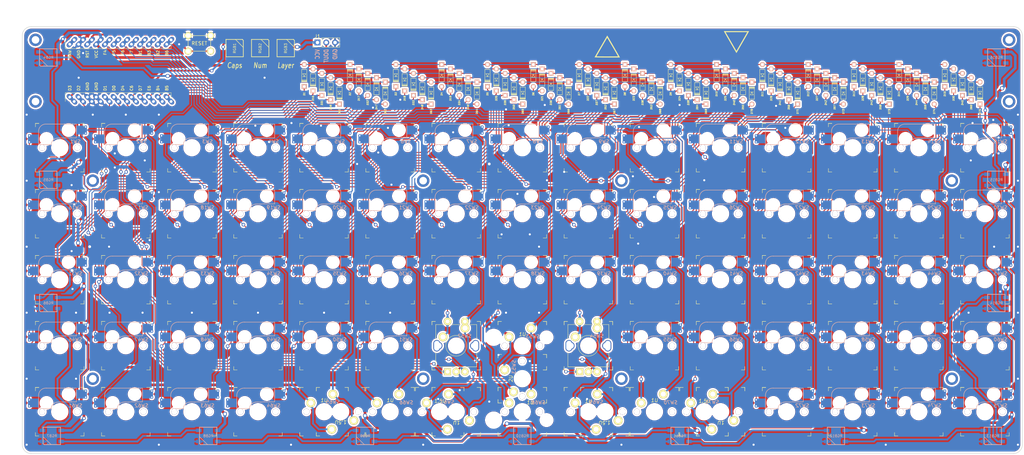
<source format=kicad_pcb>
(kicad_pcb (version 20171130) (host pcbnew "(5.1.5)-2")
  (layers (0 F.Cu signal) (31 B.Cu signal) (34 B.Paste user) (35 F.Paste user) (36 B.SilkS user) (37 F.SilkS user) (38 B.Mask user) (39 F.Mask user) (44 Edge.Cuts user))
  (net 0 "")
  (net 1 ROW1)
  (net 2 "Net-(D1-Pad2)")
  (net 3 "Net-(D2-Pad1)")
  (net 4 "Net-(D3-Pad2)")
  (net 5 "Net-(D4-Pad1)")
  (net 6 "Net-(D5-Pad2)")
  (net 7 "Net-(D6-Pad1)")
  (net 8 "Net-(D7-Pad2)")
  (net 9 "Net-(D8-Pad1)")
  (net 10 "Net-(D9-Pad2)")
  (net 11 "Net-(D10-Pad1)")
  (net 12 "Net-(D11-Pad2)")
  (net 13 "Net-(D12-Pad1)")
  (net 14 "Net-(D13-Pad2)")
  (net 15 "Net-(D14-Pad1)")
  (net 16 "Net-(D15-Pad2)")
  (net 17 ROW2)
  (net 18 "Net-(D16-Pad2)")
  (net 19 "Net-(D17-Pad1)")
  (net 20 "Net-(D18-Pad2)")
  (net 21 "Net-(D19-Pad1)")
  (net 22 "Net-(D20-Pad2)")
  (net 23 "Net-(D21-Pad1)")
  (net 24 "Net-(D22-Pad2)")
  (net 25 "Net-(D23-Pad1)")
  (net 26 "Net-(D24-Pad2)")
  (net 27 "Net-(D25-Pad1)")
  (net 28 "Net-(D26-Pad2)")
  (net 29 "Net-(D27-Pad1)")
  (net 30 "Net-(D28-Pad2)")
  (net 31 "Net-(D29-Pad1)")
  (net 32 "Net-(D30-Pad2)")
  (net 33 "Net-(D31-Pad2)")
  (net 34 ROW3)
  (net 35 "Net-(D32-Pad1)")
  (net 36 "Net-(D33-Pad2)")
  (net 37 "Net-(D34-Pad1)")
  (net 38 "Net-(D35-Pad2)")
  (net 39 "Net-(D36-Pad1)")
  (net 40 "Net-(D37-Pad2)")
  (net 41 "Net-(D38-Pad1)")
  (net 42 "Net-(D39-Pad2)")
  (net 43 "Net-(D40-Pad1)")
  (net 44 "Net-(D41-Pad2)")
  (net 45 "Net-(D42-Pad1)")
  (net 46 "Net-(D43-Pad2)")
  (net 47 "Net-(D44-Pad1)")
  (net 48 "Net-(D45-Pad2)")
  (net 49 "Net-(D46-Pad2)")
  (net 50 ROW4)
  (net 51 "Net-(D47-Pad1)")
  (net 52 "Net-(D48-Pad2)")
  (net 53 "Net-(D49-Pad1)")
  (net 54 "Net-(D50-Pad2)")
  (net 55 "Net-(D51-Pad1)")
  (net 56 "Net-(D52-Pad2)")
  (net 57 "Net-(D53-Pad1)")
  (net 58 "Net-(D54-Pad2)")
  (net 59 "Net-(D55-Pad1)")
  (net 60 "Net-(D56-Pad2)")
  (net 61 "Net-(D57-Pad1)")
  (net 62 "Net-(D58-Pad2)")
  (net 63 "Net-(D59-Pad1)")
  (net 64 "Net-(D60-Pad2)")
  (net 65 "Net-(D61-Pad2)")
  (net 66 ROW5)
  (net 67 "Net-(D62-Pad1)")
  (net 68 "Net-(D63-Pad2)")
  (net 69 "Net-(D64-Pad1)")
  (net 70 "Net-(D65-Pad2)")
  (net 71 "Net-(D66-Pad1)")
  (net 72 "Net-(D67-Pad2)")
  (net 73 "Net-(D68-Pad1)")
  (net 74 "Net-(D69-Pad2)")
  (net 75 "Net-(D70-Pad1)")
  (net 76 "Net-(D71-Pad2)")
  (net 77 "Net-(D72-Pad1)")
  (net 78 "Net-(D73-Pad2)")
  (net 79 "Net-(D74-Pad1)")
  (net 80 "Net-(D75-Pad2)")
  (net 81 VCC)
  (net 82 "Net-(J1-Pad2)")
  (net 83 GND)
  (net 84 DIN)
  (net 85 "Net-(RGB1-Pad2)")
  (net 86 "Net-(RGB2-Pad2)")
  (net 87 COL1)
  (net 88 COL2)
  (net 89 COL3)
  (net 90 COL4)
  (net 91 COL5)
  (net 92 COL6)
  (net 93 COL7)
  (net 94 COL8)
  (net 95 B1)
  (net 96 A1)
  (net 97 A2)
  (net 98 B2)
  (net 99 RST)
  (net 100 "Net-(U1-Pad24)")
  (net 101 "Net-(RGB5-Pad2)")
  (net 102 "Net-(RGB6-Pad2)")
  (net 103 "Net-(RGB7-Pad2)")
  (net 104 "Net-(RGB8-Pad2)")
  (net 105 "Net-(RGB10-Pad4)")
  (net 106 "Net-(RGB11-Pad2)")
  (net 107 "Net-(RGB12-Pad2)")
  (net 108 "Net-(RGB13-Pad2)")
  (net 109 "Net-(RGB14-Pad2)")
  (net 110 "Net-(RGB15-Pad2)")
  (net 111 "Net-(RGB4-Pad2)")
  (net 112 "Net-(RGB10-Pad2)")
  (module "Keebio-Parts:RotaryEncoder_Alps_EC11E(MX-Switch)_2" (layer F.Cu) (at 238.506 168.91)
    (fp_text reference SW54 (at 2.413 -2.794 -180) (layer B.SilkS) (effects (justify mirror)))
    (fp_text value REnc_Sw2)
    (pad "" thru_hole circle (at 5.08 0) (size 2.2 2.2) (drill 1.7) (layers *.Cu *.Mask))
    (pad "" thru_hole circle (at -5.08 0) (size 2.2 2.2) (drill 1.7) (layers *.Cu *.Mask))
    (pad S1 thru_hole circle (at -3.81 -2.54) (size 2.54 2.54) (drill 1.5) (layers *.Cu F.SilkS B.Mask) (net 58 "Net-(D54-Pad2)"))
    (pad S2 thru_hole circle (at 2.54 -5.08) (size 2.54 2.54) (drill 1.5) (layers *.Cu F.SilkS B.Mask) (net 91 COL5))
    (pad "" np_thru_hole circle (at 0 0 90) (size 3.8 3.8) (drill 3.8) (layers *.Cu *.Mask))
    (pad S2 thru_hole circle (at 2.5 -7 90) (size 2.2 2.2) (drill 1.1) (layers *.Cu F.SilkS B.Mask) (net 91 COL5))
    (pad S1 thru_hole circle (at -2.5 -7 90) (size 2.2 2.2) (drill 1.1) (layers *.Cu F.SilkS B.Mask) (net 58 "Net-(D54-Pad2)"))
    (pad MP thru_hole oval (at 5.6 0 90) (size 3.3 2) (drill oval 2.8 1.5) (layers *.Cu *.Mask))
    (pad MP thru_hole oval (at -5.6 0 90) (size 3.3 2) (drill oval 2.8 1.5) (layers *.Cu *.Mask))
    (pad B thru_hole circle (at 2.5 7.5 90) (size 2.2 2.2) (drill 1.1) (layers *.Cu F.SilkS B.Mask) (net 98 B2))
    (pad C thru_hole circle (at 0 7.5 90) (size 2.2 2.2) (drill 1.1) (layers *.Cu F.SilkS B.Mask) (net 83 GND))
    (pad A thru_hole rect (at -2.5 7.5 90) (size 2 2) (drill 1.1) (layers *.Cu F.SilkS B.Mask) (net 97 A2))
  )
  (module "Keebio-Parts:RotaryEncoder_Alps_EC11E(MX-Switch)_2" (layer F.Cu) (at 200.406 168.91)
    (fp_text reference SW52 (at 2.413 -2.794 -180) (layer B.SilkS) (effects (justify mirror)))
    (fp_text value REnc_Sw1)
    (pad "" thru_hole circle (at 5.08 0) (size 2.2 2.2) (drill 1.7) (layers *.Cu *.Mask))
    (pad "" thru_hole circle (at -5.08 0) (size 2.2 2.2) (drill 1.7) (layers *.Cu *.Mask))
    (pad S1 thru_hole circle (at -3.81 -2.54) (size 2.54 2.54) (drill 1.5) (layers *.Cu F.SilkS B.Mask) (net 56 "Net-(D52-Pad2)"))
    (pad S2 thru_hole circle (at 2.54 -5.08) (size 2.54 2.54) (drill 1.5) (layers *.Cu F.SilkS B.Mask) (net 90 COL4))
    (pad "" np_thru_hole circle (at 0 0 90) (size 3.8 3.8) (drill 3.8) (layers *.Cu *.Mask))
    (pad S2 thru_hole circle (at 2.5 -7 90) (size 2.2 2.2) (drill 1.1) (layers *.Cu F.SilkS B.Mask) (net 90 COL4))
    (pad S1 thru_hole circle (at -2.5 -7 90) (size 2.2 2.2) (drill 1.1) (layers *.Cu F.SilkS B.Mask) (net 56 "Net-(D52-Pad2)"))
    (pad MP thru_hole oval (at 5.6 0 90) (size 3.3 2) (drill oval 2.8 1.5) (layers *.Cu *.Mask))
    (pad MP thru_hole oval (at -5.6 0 90) (size 3.3 2) (drill oval 2.8 1.5) (layers *.Cu *.Mask))
    (pad B thru_hole circle (at 2.5 7.5 90) (size 2.2 2.2) (drill 1.1) (layers *.Cu F.SilkS B.Mask) (net 95 B1))
    (pad C thru_hole circle (at 0 7.5 90) (size 2.2 2.2) (drill 1.1) (layers *.Cu F.SilkS B.Mask) (net 83 GND))
    (pad A thru_hole rect (at -2.5 7.5 90) (size 2 2) (drill 1.1) (layers *.Cu F.SilkS B.Mask) (net 96 A1))
  )
  (module Logo:ASTRA515_logo (layer F.Cu) (at 316.611 82.169)
    (fp_text reference G*** hide)
    (fp_text value LOGO hide)
  )
  (module kbd:ResetSW_4P (layer F.Cu) (at 126.365 81.661)
    (fp_text reference SW_RST1 hide)
    (fp_text value SW_PUSH)
    (fp_text user RESET (at 0 0) (layer F.SilkS))
    (pad 2 thru_hole circle (at 3.25 2.25) (size 2 2) (drill 1.3) (layers *.Cu *.Mask F.SilkS) (net 99 RST))
    (pad 2 thru_hole circle (at -3.25 2.25) (size 2 2) (drill 1.3) (layers *.Cu *.Mask F.SilkS) (net 99 RST))
    (pad 1 thru_hole circle (at -3.25 -2.25) (size 2 2) (drill 1.3) (layers *.Cu *.Mask F.SilkS) (net 83 GND))
    (pad 1 thru_hole circle (at 3.25 -2.25) (size 2 2) (drill 1.3) (layers *.Cu *.Mask F.SilkS) (net 83 GND))
  )
  (module Logo:TopPatten (layer F.Cu) (at 260.731 81.915)
    (fp_text reference G*** hide)
    (fp_text value LOGO hide)
  )
  (module Keebio-Parts:MX_1u (layer F.Cu) (at 257.556 187.96)
    (fp_text reference SW70 hide)
    (fp_text value SW_PUSH hide)
    (fp_text user 1U (at 0 -3.302) (layer F.SilkS) (effects (font (thickness 0.15) italic)))
    (fp_text user %R (at 4.699 -2.667) (layer B.SilkS) (effects (font (thickness 0.15) italic) (justify mirror)))
    (pad "" np_thru_hole circle (at 5.08 -0.004) (size 1.7018 1.7018) (drill 1.7) (layers *.Cu *.Mask))
    (pad "" np_thru_hole circle (at -5.08 0) (size 1.7018 1.7018) (drill 1.7) (layers *.Cu *.Mask))
    (pad "" np_thru_hole circle (at 0 0 90) (size 4 4) (drill 4) (layers *.Cu *.Mask))
    (pad 2 thru_hole circle (at 2.54 -5.08) (size 2.54 2.54) (drill 1.5) (layers *.Cu F.SilkS B.Mask) (net 91 COL5))
    (pad 1 thru_hole circle (at -3.81 -2.54) (size 2.54 2.54) (drill 1.5) (layers *.Cu F.SilkS B.Mask) (net 75 "Net-(D70-Pad1)"))
  )
  (module Keebio-Parts:MX_1u (layer F.Cu) (at 181.356 187.96)
    (fp_text reference SW66 hide)
    (fp_text value SW_PUSH hide)
    (fp_text user 1U (at 0 -3.302) (layer F.SilkS) (effects (font (thickness 0.15) italic)))
    (fp_text user %R (at 4.699 -2.667) (layer B.SilkS) (effects (font (thickness 0.15) italic) (justify mirror)))
    (pad "" np_thru_hole circle (at 5.08 -0.004) (size 1.7018 1.7018) (drill 1.7) (layers *.Cu *.Mask))
    (pad "" np_thru_hole circle (at -5.08 0) (size 1.7018 1.7018) (drill 1.7) (layers *.Cu *.Mask))
    (pad "" np_thru_hole circle (at 0 0 90) (size 4 4) (drill 4) (layers *.Cu *.Mask))
    (pad 2 thru_hole circle (at 2.54 -5.08) (size 2.54 2.54) (drill 1.5) (layers *.Cu F.SilkS B.Mask) (net 89 COL3))
    (pad 1 thru_hole circle (at -3.81 -2.54) (size 2.54 2.54) (drill 1.5) (layers *.Cu F.SilkS B.Mask) (net 71 "Net-(D66-Pad1)"))
  )
  (module Keebio-Parts:MX_1u (layer F.Cu) (at 219.456 187.96)
    (fp_text reference SW68 hide)
    (fp_text value SW_PUSH hide)
    (fp_text user 1U (at 2.286 -2.667) (layer F.SilkS) (effects (font (thickness 0.15) italic)))
    (fp_text user %R (at 4.699 -2.667) (layer B.SilkS) (effects (font (thickness 0.15) italic) (justify mirror)))
    (pad "" np_thru_hole circle (at 5.08 -0.004) (size 1.7018 1.7018) (drill 1.7) (layers *.Cu *.Mask))
    (pad "" np_thru_hole circle (at -5.08 0) (size 1.7018 1.7018) (drill 1.7) (layers *.Cu *.Mask))
    (pad "" np_thru_hole circle (at 0 0 90) (size 4 4) (drill 4) (layers *.Cu *.Mask))
    (pad 2 thru_hole circle (at 2.54 -5.08) (size 2.54 2.54) (drill 1.5) (layers *.Cu F.SilkS B.Mask) (net 90 COL4))
    (pad 1 thru_hole circle (at -3.81 -2.54) (size 2.54 2.54) (drill 1.5) (layers *.Cu F.SilkS B.Mask) (net 73 "Net-(D68-Pad1)"))
  )
  (module Keebio-Parts:MX-Socket_1u (layer F.Cu) (at 86.106 168.91)
    (fp_text reference SW46 (at 4.572 -1.778 unlocked) (layer B.SilkS) (effects (font (thickness 0.15) italic) (justify mirror)))
    (fp_text value SW_PUSH)
    (pad 2 thru_hole circle (at 7.493 -4.191) (size 0.8 0.8) (drill 0.4) (layers *.Cu) (net 87 COL1))
    (pad 1 thru_hole circle (at -8.763 -1.651) (size 0.8 0.8) (drill 0.4) (layers *.Cu) (net 49 "Net-(D46-Pad2)"))
    (pad 2 thru_hole circle (at 7.493 -5.969) (size 0.8 0.8) (drill 0.4) (layers *.Cu) (net 87 COL1))
    (pad 1 thru_hole circle (at -8.763 -3.429) (size 0.8 0.8) (drill 0.4) (layers *.Cu) (net 49 "Net-(D46-Pad2)"))
    (pad 2 smd rect (at 6.3 -5.08 180) (size 3.048 2.54) (layers B.Cu B.Paste B.Mask) (net 87 COL1))
    (pad 1 smd rect (at -7.62 -2.54) (size 3.048 2.54) (layers B.Cu B.Paste B.Mask) (net 49 "Net-(D46-Pad2)"))
    (pad "" np_thru_hole circle (at 0 0) (size 4 4) (drill 4) (layers *.Cu *.Mask))
    (pad "" np_thru_hole circle (at 2.54 -5.08) (size 3 3) (drill 3) (layers *.Cu *.Mask))
    (pad "" np_thru_hole circle (at 5.08 0) (size 1.7018 1.7018) (drill 1.7) (layers *.Cu *.Mask))
    (pad "" np_thru_hole circle (at -5.08 0) (size 1.7018 1.7018) (drill 1.7) (layers *.Cu *.Mask))
    (pad "" np_thru_hole circle (at -3.81 -2.54) (size 3 3) (drill 3) (layers *.Cu *.Mask))
  )
  (module Keebio-Parts:MX-Socket_1u (layer F.Cu) (at 86.106 111.76)
    (fp_text reference SW1 (at 4.572 -1.778 unlocked) (layer B.SilkS) (effects (font (thickness 0.15) italic) (justify mirror)))
    (fp_text value SW_PUSH)
    (pad 2 thru_hole circle (at 7.493 -4.191) (size 0.8 0.8) (drill 0.4) (layers *.Cu) (net 87 COL1))
    (pad 1 thru_hole circle (at -8.763 -1.651) (size 0.8 0.8) (drill 0.4) (layers *.Cu) (net 2 "Net-(D1-Pad2)"))
    (pad 2 thru_hole circle (at 7.493 -5.969) (size 0.8 0.8) (drill 0.4) (layers *.Cu) (net 87 COL1))
    (pad 1 thru_hole circle (at -8.763 -3.429) (size 0.8 0.8) (drill 0.4) (layers *.Cu) (net 2 "Net-(D1-Pad2)"))
    (pad 2 smd rect (at 6.3 -5.08 180) (size 3.048 2.54) (layers B.Cu B.Paste B.Mask) (net 87 COL1))
    (pad 1 smd rect (at -7.62 -2.54) (size 3.048 2.54) (layers B.Cu B.Paste B.Mask) (net 2 "Net-(D1-Pad2)"))
    (pad "" np_thru_hole circle (at 0 0) (size 4 4) (drill 4) (layers *.Cu *.Mask))
    (pad "" np_thru_hole circle (at 2.54 -5.08) (size 3 3) (drill 3) (layers *.Cu *.Mask))
    (pad "" np_thru_hole circle (at 5.08 0) (size 1.7018 1.7018) (drill 1.7) (layers *.Cu *.Mask))
    (pad "" np_thru_hole circle (at -5.08 0) (size 1.7018 1.7018) (drill 1.7) (layers *.Cu *.Mask))
    (pad "" np_thru_hole circle (at -3.81 -2.54) (size 3 3) (drill 3) (layers *.Cu *.Mask))
  )
  (module Keebio-Parts:MX-Socket_1u (layer F.Cu) (at 124.206 187.96)
    (fp_text reference SW63 (at 4.572 -1.778 unlocked) (layer B.SilkS) (effects (font (thickness 0.15) italic) (justify mirror)))
    (fp_text value SW_PUSH)
    (pad 2 thru_hole circle (at 7.493 -4.191) (size 0.8 0.8) (drill 0.4) (layers *.Cu) (net 88 COL2))
    (pad 1 thru_hole circle (at -8.763 -1.651) (size 0.8 0.8) (drill 0.4) (layers *.Cu) (net 68 "Net-(D63-Pad2)"))
    (pad 2 thru_hole circle (at 7.493 -5.969) (size 0.8 0.8) (drill 0.4) (layers *.Cu) (net 88 COL2))
    (pad 1 thru_hole circle (at -8.763 -3.429) (size 0.8 0.8) (drill 0.4) (layers *.Cu) (net 68 "Net-(D63-Pad2)"))
    (pad 2 smd rect (at 6.3 -5.08 180) (size 3.048 2.54) (layers B.Cu B.Paste B.Mask) (net 88 COL2))
    (pad 1 smd rect (at -7.62 -2.54) (size 3.048 2.54) (layers B.Cu B.Paste B.Mask) (net 68 "Net-(D63-Pad2)"))
    (pad "" np_thru_hole circle (at 0 0) (size 4 4) (drill 4) (layers *.Cu *.Mask))
    (pad "" np_thru_hole circle (at 2.54 -5.08) (size 3 3) (drill 3) (layers *.Cu *.Mask))
    (pad "" np_thru_hole circle (at 5.08 0) (size 1.7018 1.7018) (drill 1.7) (layers *.Cu *.Mask))
    (pad "" np_thru_hole circle (at -5.08 0) (size 1.7018 1.7018) (drill 1.7) (layers *.Cu *.Mask))
    (pad "" np_thru_hole circle (at -3.81 -2.54) (size 3 3) (drill 3) (layers *.Cu *.Mask))
  )
  (module Keebio-Parts:MX-Socket_1u (layer F.Cu) (at 124.206 130.81)
    (fp_text reference SW18 (at 4.572 -1.778 unlocked) (layer B.SilkS) (effects (font (thickness 0.15) italic) (justify mirror)))
    (fp_text value SW_PUSH)
    (pad 2 thru_hole circle (at 7.493 -4.191) (size 0.8 0.8) (drill 0.4) (layers *.Cu) (net 88 COL2))
    (pad 1 thru_hole circle (at -8.763 -1.651) (size 0.8 0.8) (drill 0.4) (layers *.Cu) (net 20 "Net-(D18-Pad2)"))
    (pad 2 thru_hole circle (at 7.493 -5.969) (size 0.8 0.8) (drill 0.4) (layers *.Cu) (net 88 COL2))
    (pad 1 thru_hole circle (at -8.763 -3.429) (size 0.8 0.8) (drill 0.4) (layers *.Cu) (net 20 "Net-(D18-Pad2)"))
    (pad 2 smd rect (at 6.3 -5.08 180) (size 3.048 2.54) (layers B.Cu B.Paste B.Mask) (net 88 COL2))
    (pad 1 smd rect (at -7.62 -2.54) (size 3.048 2.54) (layers B.Cu B.Paste B.Mask) (net 20 "Net-(D18-Pad2)"))
    (pad "" np_thru_hole circle (at 0 0) (size 4 4) (drill 4) (layers *.Cu *.Mask))
    (pad "" np_thru_hole circle (at 2.54 -5.08) (size 3 3) (drill 3) (layers *.Cu *.Mask))
    (pad "" np_thru_hole circle (at 5.08 0) (size 1.7018 1.7018) (drill 1.7) (layers *.Cu *.Mask))
    (pad "" np_thru_hole circle (at -5.08 0) (size 1.7018 1.7018) (drill 1.7) (layers *.Cu *.Mask))
    (pad "" np_thru_hole circle (at -3.81 -2.54) (size 3 3) (drill 3) (layers *.Cu *.Mask))
  )
  (module Keebio-Parts:MX-Socket_1u (layer F.Cu) (at 257.556 130.81)
    (fp_text reference SW25 (at 4.572 -1.778 unlocked) (layer B.SilkS) (effects (font (thickness 0.15) italic) (justify mirror)))
    (fp_text value SW_PUSH)
    (pad 2 thru_hole circle (at 7.493 -4.191) (size 0.8 0.8) (drill 0.4) (layers *.Cu) (net 91 COL5))
    (pad 1 thru_hole circle (at -8.763 -1.651) (size 0.8 0.8) (drill 0.4) (layers *.Cu) (net 27 "Net-(D25-Pad1)"))
    (pad 2 thru_hole circle (at 7.493 -5.969) (size 0.8 0.8) (drill 0.4) (layers *.Cu) (net 91 COL5))
    (pad 1 thru_hole circle (at -8.763 -3.429) (size 0.8 0.8) (drill 0.4) (layers *.Cu) (net 27 "Net-(D25-Pad1)"))
    (pad 2 smd rect (at 6.3 -5.08 180) (size 3.048 2.54) (layers B.Cu B.Paste B.Mask) (net 91 COL5))
    (pad 1 smd rect (at -7.62 -2.54) (size 3.048 2.54) (layers B.Cu B.Paste B.Mask) (net 27 "Net-(D25-Pad1)"))
    (pad "" np_thru_hole circle (at 0 0) (size 4 4) (drill 4) (layers *.Cu *.Mask))
    (pad "" np_thru_hole circle (at 2.54 -5.08) (size 3 3) (drill 3) (layers *.Cu *.Mask))
    (pad "" np_thru_hole circle (at 5.08 0) (size 1.7018 1.7018) (drill 1.7) (layers *.Cu *.Mask))
    (pad "" np_thru_hole circle (at -5.08 0) (size 1.7018 1.7018) (drill 1.7) (layers *.Cu *.Mask))
    (pad "" np_thru_hole circle (at -3.81 -2.54) (size 3 3) (drill 3) (layers *.Cu *.Mask))
  )
  (module Keebio-Parts:MX-Socket_1u (layer F.Cu) (at 352.806 111.76)
    (fp_text reference SW15 (at 4.572 -1.778 unlocked) (layer B.SilkS) (effects (font (thickness 0.15) italic) (justify mirror)))
    (fp_text value SW_PUSH)
    (pad 2 thru_hole circle (at 7.493 -4.191) (size 0.8 0.8) (drill 0.4) (layers *.Cu) (net 94 COL8))
    (pad 1 thru_hole circle (at -8.763 -1.651) (size 0.8 0.8) (drill 0.4) (layers *.Cu) (net 16 "Net-(D15-Pad2)"))
    (pad 2 thru_hole circle (at 7.493 -5.969) (size 0.8 0.8) (drill 0.4) (layers *.Cu) (net 94 COL8))
    (pad 1 thru_hole circle (at -8.763 -3.429) (size 0.8 0.8) (drill 0.4) (layers *.Cu) (net 16 "Net-(D15-Pad2)"))
    (pad 2 smd rect (at 6.3 -5.08 180) (size 3.048 2.54) (layers B.Cu B.Paste B.Mask) (net 94 COL8))
    (pad 1 smd rect (at -7.62 -2.54) (size 3.048 2.54) (layers B.Cu B.Paste B.Mask) (net 16 "Net-(D15-Pad2)"))
    (pad "" np_thru_hole circle (at 0 0) (size 4 4) (drill 4) (layers *.Cu *.Mask))
    (pad "" np_thru_hole circle (at 2.54 -5.08) (size 3 3) (drill 3) (layers *.Cu *.Mask))
    (pad "" np_thru_hole circle (at 5.08 0) (size 1.7018 1.7018) (drill 1.7) (layers *.Cu *.Mask))
    (pad "" np_thru_hole circle (at -5.08 0) (size 1.7018 1.7018) (drill 1.7) (layers *.Cu *.Mask))
    (pad "" np_thru_hole circle (at -3.81 -2.54) (size 3 3) (drill 3) (layers *.Cu *.Mask))
  )
  (module Keebio-Parts:MX-Socket_1u (layer F.Cu) (at 105.156 168.91)
    (fp_text reference SW47 (at 4.572 -1.778 unlocked) (layer B.SilkS) (effects (font (thickness 0.15) italic) (justify mirror)))
    (fp_text value SW_PUSH)
    (pad 2 thru_hole circle (at 7.493 -4.191) (size 0.8 0.8) (drill 0.4) (layers *.Cu) (net 87 COL1))
    (pad 1 thru_hole circle (at -8.763 -1.651) (size 0.8 0.8) (drill 0.4) (layers *.Cu) (net 51 "Net-(D47-Pad1)"))
    (pad 2 thru_hole circle (at 7.493 -5.969) (size 0.8 0.8) (drill 0.4) (layers *.Cu) (net 87 COL1))
    (pad 1 thru_hole circle (at -8.763 -3.429) (size 0.8 0.8) (drill 0.4) (layers *.Cu) (net 51 "Net-(D47-Pad1)"))
    (pad 2 smd rect (at 6.3 -5.08 180) (size 3.048 2.54) (layers B.Cu B.Paste B.Mask) (net 87 COL1))
    (pad 1 smd rect (at -7.62 -2.54) (size 3.048 2.54) (layers B.Cu B.Paste B.Mask) (net 51 "Net-(D47-Pad1)"))
    (pad "" np_thru_hole circle (at 0 0) (size 4 4) (drill 4) (layers *.Cu *.Mask))
    (pad "" np_thru_hole circle (at 2.54 -5.08) (size 3 3) (drill 3) (layers *.Cu *.Mask))
    (pad "" np_thru_hole circle (at 5.08 0) (size 1.7018 1.7018) (drill 1.7) (layers *.Cu *.Mask))
    (pad "" np_thru_hole circle (at -5.08 0) (size 1.7018 1.7018) (drill 1.7) (layers *.Cu *.Mask))
    (pad "" np_thru_hole circle (at -3.81 -2.54) (size 3 3) (drill 3) (layers *.Cu *.Mask))
  )
  (module Keebio-Parts:MX-Socket_1u (layer F.Cu) (at 105.156 111.76)
    (fp_text reference SW2 (at 4.572 -1.778 unlocked) (layer B.SilkS) (effects (font (thickness 0.15) italic) (justify mirror)))
    (fp_text value SW_PUSH)
    (pad 2 thru_hole circle (at 7.493 -4.191) (size 0.8 0.8) (drill 0.4) (layers *.Cu) (net 87 COL1))
    (pad 1 thru_hole circle (at -8.763 -1.651) (size 0.8 0.8) (drill 0.4) (layers *.Cu) (net 3 "Net-(D2-Pad1)"))
    (pad 2 thru_hole circle (at 7.493 -5.969) (size 0.8 0.8) (drill 0.4) (layers *.Cu) (net 87 COL1))
    (pad 1 thru_hole circle (at -8.763 -3.429) (size 0.8 0.8) (drill 0.4) (layers *.Cu) (net 3 "Net-(D2-Pad1)"))
    (pad 2 smd rect (at 6.3 -5.08 180) (size 3.048 2.54) (layers B.Cu B.Paste B.Mask) (net 87 COL1))
    (pad 1 smd rect (at -7.62 -2.54) (size 3.048 2.54) (layers B.Cu B.Paste B.Mask) (net 3 "Net-(D2-Pad1)"))
    (pad "" np_thru_hole circle (at 0 0) (size 4 4) (drill 4) (layers *.Cu *.Mask))
    (pad "" np_thru_hole circle (at 2.54 -5.08) (size 3 3) (drill 3) (layers *.Cu *.Mask))
    (pad "" np_thru_hole circle (at 5.08 0) (size 1.7018 1.7018) (drill 1.7) (layers *.Cu *.Mask))
    (pad "" np_thru_hole circle (at -5.08 0) (size 1.7018 1.7018) (drill 1.7) (layers *.Cu *.Mask))
    (pad "" np_thru_hole circle (at -3.81 -2.54) (size 3 3) (drill 3) (layers *.Cu *.Mask))
  )
  (module Keebio-Parts:MX-Socket_1u (layer F.Cu) (at 124.206 111.76)
    (fp_text reference SW3 (at 4.572 -1.778 unlocked) (layer B.SilkS) (effects (font (thickness 0.15) italic) (justify mirror)))
    (fp_text value SW_PUSH)
    (pad 2 thru_hole circle (at 7.493 -4.191) (size 0.8 0.8) (drill 0.4) (layers *.Cu) (net 88 COL2))
    (pad 1 thru_hole circle (at -8.763 -1.651) (size 0.8 0.8) (drill 0.4) (layers *.Cu) (net 4 "Net-(D3-Pad2)"))
    (pad 2 thru_hole circle (at 7.493 -5.969) (size 0.8 0.8) (drill 0.4) (layers *.Cu) (net 88 COL2))
    (pad 1 thru_hole circle (at -8.763 -3.429) (size 0.8 0.8) (drill 0.4) (layers *.Cu) (net 4 "Net-(D3-Pad2)"))
    (pad 2 smd rect (at 6.3 -5.08 180) (size 3.048 2.54) (layers B.Cu B.Paste B.Mask) (net 88 COL2))
    (pad 1 smd rect (at -7.62 -2.54) (size 3.048 2.54) (layers B.Cu B.Paste B.Mask) (net 4 "Net-(D3-Pad2)"))
    (pad "" np_thru_hole circle (at 0 0) (size 4 4) (drill 4) (layers *.Cu *.Mask))
    (pad "" np_thru_hole circle (at 2.54 -5.08) (size 3 3) (drill 3) (layers *.Cu *.Mask))
    (pad "" np_thru_hole circle (at 5.08 0) (size 1.7018 1.7018) (drill 1.7) (layers *.Cu *.Mask))
    (pad "" np_thru_hole circle (at -5.08 0) (size 1.7018 1.7018) (drill 1.7) (layers *.Cu *.Mask))
    (pad "" np_thru_hole circle (at -3.81 -2.54) (size 3 3) (drill 3) (layers *.Cu *.Mask))
  )
  (module Keebio-Parts:MX-Socket_1u (layer F.Cu) (at 143.256 111.76)
    (fp_text reference SW4 (at 4.572 -1.778 unlocked) (layer B.SilkS) (effects (font (thickness 0.15) italic) (justify mirror)))
    (fp_text value SW_PUSH)
    (pad 2 thru_hole circle (at 7.493 -4.191) (size 0.8 0.8) (drill 0.4) (layers *.Cu) (net 88 COL2))
    (pad 1 thru_hole circle (at -8.763 -1.651) (size 0.8 0.8) (drill 0.4) (layers *.Cu) (net 5 "Net-(D4-Pad1)"))
    (pad 2 thru_hole circle (at 7.493 -5.969) (size 0.8 0.8) (drill 0.4) (layers *.Cu) (net 88 COL2))
    (pad 1 thru_hole circle (at -8.763 -3.429) (size 0.8 0.8) (drill 0.4) (layers *.Cu) (net 5 "Net-(D4-Pad1)"))
    (pad 2 smd rect (at 6.3 -5.08 180) (size 3.048 2.54) (layers B.Cu B.Paste B.Mask) (net 88 COL2))
    (pad 1 smd rect (at -7.62 -2.54) (size 3.048 2.54) (layers B.Cu B.Paste B.Mask) (net 5 "Net-(D4-Pad1)"))
    (pad "" np_thru_hole circle (at 0 0) (size 4 4) (drill 4) (layers *.Cu *.Mask))
    (pad "" np_thru_hole circle (at 2.54 -5.08) (size 3 3) (drill 3) (layers *.Cu *.Mask))
    (pad "" np_thru_hole circle (at 5.08 0) (size 1.7018 1.7018) (drill 1.7) (layers *.Cu *.Mask))
    (pad "" np_thru_hole circle (at -5.08 0) (size 1.7018 1.7018) (drill 1.7) (layers *.Cu *.Mask))
    (pad "" np_thru_hole circle (at -3.81 -2.54) (size 3 3) (drill 3) (layers *.Cu *.Mask))
  )
  (module Keebio-Parts:MX-Socket_1u (layer F.Cu) (at 162.306 111.76)
    (fp_text reference SW5 (at 4.572 -1.778 unlocked) (layer B.SilkS) (effects (font (thickness 0.15) italic) (justify mirror)))
    (fp_text value SW_PUSH)
    (pad 2 thru_hole circle (at 7.493 -4.191) (size 0.8 0.8) (drill 0.4) (layers *.Cu) (net 89 COL3))
    (pad 1 thru_hole circle (at -8.763 -1.651) (size 0.8 0.8) (drill 0.4) (layers *.Cu) (net 6 "Net-(D5-Pad2)"))
    (pad 2 thru_hole circle (at 7.493 -5.969) (size 0.8 0.8) (drill 0.4) (layers *.Cu) (net 89 COL3))
    (pad 1 thru_hole circle (at -8.763 -3.429) (size 0.8 0.8) (drill 0.4) (layers *.Cu) (net 6 "Net-(D5-Pad2)"))
    (pad 2 smd rect (at 6.3 -5.08 180) (size 3.048 2.54) (layers B.Cu B.Paste B.Mask) (net 89 COL3))
    (pad 1 smd rect (at -7.62 -2.54) (size 3.048 2.54) (layers B.Cu B.Paste B.Mask) (net 6 "Net-(D5-Pad2)"))
    (pad "" np_thru_hole circle (at 0 0) (size 4 4) (drill 4) (layers *.Cu *.Mask))
    (pad "" np_thru_hole circle (at 2.54 -5.08) (size 3 3) (drill 3) (layers *.Cu *.Mask))
    (pad "" np_thru_hole circle (at 5.08 0) (size 1.7018 1.7018) (drill 1.7) (layers *.Cu *.Mask))
    (pad "" np_thru_hole circle (at -5.08 0) (size 1.7018 1.7018) (drill 1.7) (layers *.Cu *.Mask))
    (pad "" np_thru_hole circle (at -3.81 -2.54) (size 3 3) (drill 3) (layers *.Cu *.Mask))
  )
  (module Keebio-Parts:MX-Socket_1u (layer F.Cu) (at 181.356 111.76)
    (fp_text reference SW6 (at 4.572 -1.778 unlocked) (layer B.SilkS) (effects (font (thickness 0.15) italic) (justify mirror)))
    (fp_text value SW_PUSH)
    (pad 2 thru_hole circle (at 7.493 -4.191) (size 0.8 0.8) (drill 0.4) (layers *.Cu) (net 89 COL3))
    (pad 1 thru_hole circle (at -8.763 -1.651) (size 0.8 0.8) (drill 0.4) (layers *.Cu) (net 7 "Net-(D6-Pad1)"))
    (pad 2 thru_hole circle (at 7.493 -5.969) (size 0.8 0.8) (drill 0.4) (layers *.Cu) (net 89 COL3))
    (pad 1 thru_hole circle (at -8.763 -3.429) (size 0.8 0.8) (drill 0.4) (layers *.Cu) (net 7 "Net-(D6-Pad1)"))
    (pad 2 smd rect (at 6.3 -5.08 180) (size 3.048 2.54) (layers B.Cu B.Paste B.Mask) (net 89 COL3))
    (pad 1 smd rect (at -7.62 -2.54) (size 3.048 2.54) (layers B.Cu B.Paste B.Mask) (net 7 "Net-(D6-Pad1)"))
    (pad "" np_thru_hole circle (at 0 0) (size 4 4) (drill 4) (layers *.Cu *.Mask))
    (pad "" np_thru_hole circle (at 2.54 -5.08) (size 3 3) (drill 3) (layers *.Cu *.Mask))
    (pad "" np_thru_hole circle (at 5.08 0) (size 1.7018 1.7018) (drill 1.7) (layers *.Cu *.Mask))
    (pad "" np_thru_hole circle (at -5.08 0) (size 1.7018 1.7018) (drill 1.7) (layers *.Cu *.Mask))
    (pad "" np_thru_hole circle (at -3.81 -2.54) (size 3 3) (drill 3) (layers *.Cu *.Mask))
  )
  (module Keebio-Parts:MX-Socket_1u (layer F.Cu) (at 200.406 111.76)
    (fp_text reference SW7 (at 4.572 -1.778 unlocked) (layer B.SilkS) (effects (font (thickness 0.15) italic) (justify mirror)))
    (fp_text value SW_PUSH)
    (pad 2 thru_hole circle (at 7.493 -4.191) (size 0.8 0.8) (drill 0.4) (layers *.Cu) (net 90 COL4))
    (pad 1 thru_hole circle (at -8.763 -1.651) (size 0.8 0.8) (drill 0.4) (layers *.Cu) (net 8 "Net-(D7-Pad2)"))
    (pad 2 thru_hole circle (at 7.493 -5.969) (size 0.8 0.8) (drill 0.4) (layers *.Cu) (net 90 COL4))
    (pad 1 thru_hole circle (at -8.763 -3.429) (size 0.8 0.8) (drill 0.4) (layers *.Cu) (net 8 "Net-(D7-Pad2)"))
    (pad 2 smd rect (at 6.3 -5.08 180) (size 3.048 2.54) (layers B.Cu B.Paste B.Mask) (net 90 COL4))
    (pad 1 smd rect (at -7.62 -2.54) (size 3.048 2.54) (layers B.Cu B.Paste B.Mask) (net 8 "Net-(D7-Pad2)"))
    (pad "" np_thru_hole circle (at 0 0) (size 4 4) (drill 4) (layers *.Cu *.Mask))
    (pad "" np_thru_hole circle (at 2.54 -5.08) (size 3 3) (drill 3) (layers *.Cu *.Mask))
    (pad "" np_thru_hole circle (at 5.08 0) (size 1.7018 1.7018) (drill 1.7) (layers *.Cu *.Mask))
    (pad "" np_thru_hole circle (at -5.08 0) (size 1.7018 1.7018) (drill 1.7) (layers *.Cu *.Mask))
    (pad "" np_thru_hole circle (at -3.81 -2.54) (size 3 3) (drill 3) (layers *.Cu *.Mask))
  )
  (module Keebio-Parts:MX-Socket_1u (layer F.Cu) (at 219.456 111.76)
    (fp_text reference SW8 (at 4.572 -1.778 unlocked) (layer B.SilkS) (effects (font (thickness 0.15) italic) (justify mirror)))
    (fp_text value SW_PUSH)
    (pad 2 thru_hole circle (at 7.493 -4.191) (size 0.8 0.8) (drill 0.4) (layers *.Cu) (net 90 COL4))
    (pad 1 thru_hole circle (at -8.763 -1.651) (size 0.8 0.8) (drill 0.4) (layers *.Cu) (net 9 "Net-(D8-Pad1)"))
    (pad 2 thru_hole circle (at 7.493 -5.969) (size 0.8 0.8) (drill 0.4) (layers *.Cu) (net 90 COL4))
    (pad 1 thru_hole circle (at -8.763 -3.429) (size 0.8 0.8) (drill 0.4) (layers *.Cu) (net 9 "Net-(D8-Pad1)"))
    (pad 2 smd rect (at 6.3 -5.08 180) (size 3.048 2.54) (layers B.Cu B.Paste B.Mask) (net 90 COL4))
    (pad 1 smd rect (at -7.62 -2.54) (size 3.048 2.54) (layers B.Cu B.Paste B.Mask) (net 9 "Net-(D8-Pad1)"))
    (pad "" np_thru_hole circle (at 0 0) (size 4 4) (drill 4) (layers *.Cu *.Mask))
    (pad "" np_thru_hole circle (at 2.54 -5.08) (size 3 3) (drill 3) (layers *.Cu *.Mask))
    (pad "" np_thru_hole circle (at 5.08 0) (size 1.7018 1.7018) (drill 1.7) (layers *.Cu *.Mask))
    (pad "" np_thru_hole circle (at -5.08 0) (size 1.7018 1.7018) (drill 1.7) (layers *.Cu *.Mask))
    (pad "" np_thru_hole circle (at -3.81 -2.54) (size 3 3) (drill 3) (layers *.Cu *.Mask))
  )
  (module Keebio-Parts:MX-Socket_1u (layer F.Cu) (at 238.506 111.76)
    (fp_text reference SW9 (at 4.572 -1.778 unlocked) (layer B.SilkS) (effects (font (thickness 0.15) italic) (justify mirror)))
    (fp_text value SW_PUSH)
    (pad 2 thru_hole circle (at 7.493 -4.191) (size 0.8 0.8) (drill 0.4) (layers *.Cu) (net 91 COL5))
    (pad 1 thru_hole circle (at -8.763 -1.651) (size 0.8 0.8) (drill 0.4) (layers *.Cu) (net 10 "Net-(D9-Pad2)"))
    (pad 2 thru_hole circle (at 7.493 -5.969) (size 0.8 0.8) (drill 0.4) (layers *.Cu) (net 91 COL5))
    (pad 1 thru_hole circle (at -8.763 -3.429) (size 0.8 0.8) (drill 0.4) (layers *.Cu) (net 10 "Net-(D9-Pad2)"))
    (pad 2 smd rect (at 6.3 -5.08 180) (size 3.048 2.54) (layers B.Cu B.Paste B.Mask) (net 91 COL5))
    (pad 1 smd rect (at -7.62 -2.54) (size 3.048 2.54) (layers B.Cu B.Paste B.Mask) (net 10 "Net-(D9-Pad2)"))
    (pad "" np_thru_hole circle (at 0 0) (size 4 4) (drill 4) (layers *.Cu *.Mask))
    (pad "" np_thru_hole circle (at 2.54 -5.08) (size 3 3) (drill 3) (layers *.Cu *.Mask))
    (pad "" np_thru_hole circle (at 5.08 0) (size 1.7018 1.7018) (drill 1.7) (layers *.Cu *.Mask))
    (pad "" np_thru_hole circle (at -5.08 0) (size 1.7018 1.7018) (drill 1.7) (layers *.Cu *.Mask))
    (pad "" np_thru_hole circle (at -3.81 -2.54) (size 3 3) (drill 3) (layers *.Cu *.Mask))
  )
  (module Keebio-Parts:MX-Socket_1u (layer F.Cu) (at 257.556 111.76)
    (fp_text reference SW10 (at 4.572 -1.778 unlocked) (layer B.SilkS) (effects (font (thickness 0.15) italic) (justify mirror)))
    (fp_text value SW_PUSH)
    (pad 2 thru_hole circle (at 7.493 -4.191) (size 0.8 0.8) (drill 0.4) (layers *.Cu) (net 91 COL5))
    (pad 1 thru_hole circle (at -8.763 -1.651) (size 0.8 0.8) (drill 0.4) (layers *.Cu) (net 11 "Net-(D10-Pad1)"))
    (pad 2 thru_hole circle (at 7.493 -5.969) (size 0.8 0.8) (drill 0.4) (layers *.Cu) (net 91 COL5))
    (pad 1 thru_hole circle (at -8.763 -3.429) (size 0.8 0.8) (drill 0.4) (layers *.Cu) (net 11 "Net-(D10-Pad1)"))
    (pad 2 smd rect (at 6.3 -5.08 180) (size 3.048 2.54) (layers B.Cu B.Paste B.Mask) (net 91 COL5))
    (pad 1 smd rect (at -7.62 -2.54) (size 3.048 2.54) (layers B.Cu B.Paste B.Mask) (net 11 "Net-(D10-Pad1)"))
    (pad "" np_thru_hole circle (at 0 0) (size 4 4) (drill 4) (layers *.Cu *.Mask))
    (pad "" np_thru_hole circle (at 2.54 -5.08) (size 3 3) (drill 3) (layers *.Cu *.Mask))
    (pad "" np_thru_hole circle (at 5.08 0) (size 1.7018 1.7018) (drill 1.7) (layers *.Cu *.Mask))
    (pad "" np_thru_hole circle (at -5.08 0) (size 1.7018 1.7018) (drill 1.7) (layers *.Cu *.Mask))
    (pad "" np_thru_hole circle (at -3.81 -2.54) (size 3 3) (drill 3) (layers *.Cu *.Mask))
  )
  (module Keebio-Parts:MX-Socket_1u (layer F.Cu) (at 276.606 111.76)
    (fp_text reference SW11 (at 4.572 -1.778 unlocked) (layer B.SilkS) (effects (font (thickness 0.15) italic) (justify mirror)))
    (fp_text value SW_PUSH)
    (pad 2 thru_hole circle (at 7.493 -4.191) (size 0.8 0.8) (drill 0.4) (layers *.Cu) (net 92 COL6))
    (pad 1 thru_hole circle (at -8.763 -1.651) (size 0.8 0.8) (drill 0.4) (layers *.Cu) (net 12 "Net-(D11-Pad2)"))
    (pad 2 thru_hole circle (at 7.493 -5.969) (size 0.8 0.8) (drill 0.4) (layers *.Cu) (net 92 COL6))
    (pad 1 thru_hole circle (at -8.763 -3.429) (size 0.8 0.8) (drill 0.4) (layers *.Cu) (net 12 "Net-(D11-Pad2)"))
    (pad 2 smd rect (at 6.3 -5.08 180) (size 3.048 2.54) (layers B.Cu B.Paste B.Mask) (net 92 COL6))
    (pad 1 smd rect (at -7.62 -2.54) (size 3.048 2.54) (layers B.Cu B.Paste B.Mask) (net 12 "Net-(D11-Pad2)"))
    (pad "" np_thru_hole circle (at 0 0) (size 4 4) (drill 4) (layers *.Cu *.Mask))
    (pad "" np_thru_hole circle (at 2.54 -5.08) (size 3 3) (drill 3) (layers *.Cu *.Mask))
    (pad "" np_thru_hole circle (at 5.08 0) (size 1.7018 1.7018) (drill 1.7) (layers *.Cu *.Mask))
    (pad "" np_thru_hole circle (at -5.08 0) (size 1.7018 1.7018) (drill 1.7) (layers *.Cu *.Mask))
    (pad "" np_thru_hole circle (at -3.81 -2.54) (size 3 3) (drill 3) (layers *.Cu *.Mask))
  )
  (module Keebio-Parts:MX-Socket_1u (layer F.Cu) (at 295.656 111.76)
    (fp_text reference SW12 (at 4.572 -1.778 unlocked) (layer B.SilkS) (effects (font (thickness 0.15) italic) (justify mirror)))
    (fp_text value SW_PUSH)
    (pad 2 thru_hole circle (at 7.493 -4.191) (size 0.8 0.8) (drill 0.4) (layers *.Cu) (net 92 COL6))
    (pad 1 thru_hole circle (at -8.763 -1.651) (size 0.8 0.8) (drill 0.4) (layers *.Cu) (net 13 "Net-(D12-Pad1)"))
    (pad 2 thru_hole circle (at 7.493 -5.969) (size 0.8 0.8) (drill 0.4) (layers *.Cu) (net 92 COL6))
    (pad 1 thru_hole circle (at -8.763 -3.429) (size 0.8 0.8) (drill 0.4) (layers *.Cu) (net 13 "Net-(D12-Pad1)"))
    (pad 2 smd rect (at 6.3 -5.08 180) (size 3.048 2.54) (layers B.Cu B.Paste B.Mask) (net 92 COL6))
    (pad 1 smd rect (at -7.62 -2.54) (size 3.048 2.54) (layers B.Cu B.Paste B.Mask) (net 13 "Net-(D12-Pad1)"))
    (pad "" np_thru_hole circle (at 0 0) (size 4 4) (drill 4) (layers *.Cu *.Mask))
    (pad "" np_thru_hole circle (at 2.54 -5.08) (size 3 3) (drill 3) (layers *.Cu *.Mask))
    (pad "" np_thru_hole circle (at 5.08 0) (size 1.7018 1.7018) (drill 1.7) (layers *.Cu *.Mask))
    (pad "" np_thru_hole circle (at -5.08 0) (size 1.7018 1.7018) (drill 1.7) (layers *.Cu *.Mask))
    (pad "" np_thru_hole circle (at -3.81 -2.54) (size 3 3) (drill 3) (layers *.Cu *.Mask))
  )
  (module Keebio-Parts:MX-Socket_1u (layer F.Cu) (at 314.706 111.76)
    (fp_text reference SW13 (at 4.572 -1.778 unlocked) (layer B.SilkS) (effects (font (thickness 0.15) italic) (justify mirror)))
    (fp_text value SW_PUSH)
    (pad 2 thru_hole circle (at 7.493 -4.191) (size 0.8 0.8) (drill 0.4) (layers *.Cu) (net 93 COL7))
    (pad 1 thru_hole circle (at -8.763 -1.651) (size 0.8 0.8) (drill 0.4) (layers *.Cu) (net 14 "Net-(D13-Pad2)"))
    (pad 2 thru_hole circle (at 7.493 -5.969) (size 0.8 0.8) (drill 0.4) (layers *.Cu) (net 93 COL7))
    (pad 1 thru_hole circle (at -8.763 -3.429) (size 0.8 0.8) (drill 0.4) (layers *.Cu) (net 14 "Net-(D13-Pad2)"))
    (pad 2 smd rect (at 6.3 -5.08 180) (size 3.048 2.54) (layers B.Cu B.Paste B.Mask) (net 93 COL7))
    (pad 1 smd rect (at -7.62 -2.54) (size 3.048 2.54) (layers B.Cu B.Paste B.Mask) (net 14 "Net-(D13-Pad2)"))
    (pad "" np_thru_hole circle (at 0 0) (size 4 4) (drill 4) (layers *.Cu *.Mask))
    (pad "" np_thru_hole circle (at 2.54 -5.08) (size 3 3) (drill 3) (layers *.Cu *.Mask))
    (pad "" np_thru_hole circle (at 5.08 0) (size 1.7018 1.7018) (drill 1.7) (layers *.Cu *.Mask))
    (pad "" np_thru_hole circle (at -5.08 0) (size 1.7018 1.7018) (drill 1.7) (layers *.Cu *.Mask))
    (pad "" np_thru_hole circle (at -3.81 -2.54) (size 3 3) (drill 3) (layers *.Cu *.Mask))
  )
  (module Keebio-Parts:MX-Socket_1u (layer F.Cu) (at 333.756 111.76)
    (fp_text reference SW14 (at 4.572 -1.778 unlocked) (layer B.SilkS) (effects (font (thickness 0.15) italic) (justify mirror)))
    (fp_text value SW_PUSH)
    (pad 2 thru_hole circle (at 7.493 -4.191) (size 0.8 0.8) (drill 0.4) (layers *.Cu) (net 93 COL7))
    (pad 1 thru_hole circle (at -8.763 -1.651) (size 0.8 0.8) (drill 0.4) (layers *.Cu) (net 15 "Net-(D14-Pad1)"))
    (pad 2 thru_hole circle (at 7.493 -5.969) (size 0.8 0.8) (drill 0.4) (layers *.Cu) (net 93 COL7))
    (pad 1 thru_hole circle (at -8.763 -3.429) (size 0.8 0.8) (drill 0.4) (layers *.Cu) (net 15 "Net-(D14-Pad1)"))
    (pad 2 smd rect (at 6.3 -5.08 180) (size 3.048 2.54) (layers B.Cu B.Paste B.Mask) (net 93 COL7))
    (pad 1 smd rect (at -7.62 -2.54) (size 3.048 2.54) (layers B.Cu B.Paste B.Mask) (net 15 "Net-(D14-Pad1)"))
    (pad "" np_thru_hole circle (at 0 0) (size 4 4) (drill 4) (layers *.Cu *.Mask))
    (pad "" np_thru_hole circle (at 2.54 -5.08) (size 3 3) (drill 3) (layers *.Cu *.Mask))
    (pad "" np_thru_hole circle (at 5.08 0) (size 1.7018 1.7018) (drill 1.7) (layers *.Cu *.Mask))
    (pad "" np_thru_hole circle (at -5.08 0) (size 1.7018 1.7018) (drill 1.7) (layers *.Cu *.Mask))
    (pad "" np_thru_hole circle (at -3.81 -2.54) (size 3 3) (drill 3) (layers *.Cu *.Mask))
  )
  (module Keebio-Parts:MX-Socket_1u (layer F.Cu) (at 86.106 130.81)
    (fp_text reference SW16 (at 4.572 -1.778 unlocked) (layer B.SilkS) (effects (font (thickness 0.15) italic) (justify mirror)))
    (fp_text value SW_PUSH)
    (pad 2 thru_hole circle (at 7.493 -4.191) (size 0.8 0.8) (drill 0.4) (layers *.Cu) (net 87 COL1))
    (pad 1 thru_hole circle (at -8.763 -1.651) (size 0.8 0.8) (drill 0.4) (layers *.Cu) (net 18 "Net-(D16-Pad2)"))
    (pad 2 thru_hole circle (at 7.493 -5.969) (size 0.8 0.8) (drill 0.4) (layers *.Cu) (net 87 COL1))
    (pad 1 thru_hole circle (at -8.763 -3.429) (size 0.8 0.8) (drill 0.4) (layers *.Cu) (net 18 "Net-(D16-Pad2)"))
    (pad 2 smd rect (at 6.3 -5.08 180) (size 3.048 2.54) (layers B.Cu B.Paste B.Mask) (net 87 COL1))
    (pad 1 smd rect (at -7.62 -2.54) (size 3.048 2.54) (layers B.Cu B.Paste B.Mask) (net 18 "Net-(D16-Pad2)"))
    (pad "" np_thru_hole circle (at 0 0) (size 4 4) (drill 4) (layers *.Cu *.Mask))
    (pad "" np_thru_hole circle (at 2.54 -5.08) (size 3 3) (drill 3) (layers *.Cu *.Mask))
    (pad "" np_thru_hole circle (at 5.08 0) (size 1.7018 1.7018) (drill 1.7) (layers *.Cu *.Mask))
    (pad "" np_thru_hole circle (at -5.08 0) (size 1.7018 1.7018) (drill 1.7) (layers *.Cu *.Mask))
    (pad "" np_thru_hole circle (at -3.81 -2.54) (size 3 3) (drill 3) (layers *.Cu *.Mask))
  )
  (module Keebio-Parts:MX-Socket_1u (layer F.Cu) (at 105.156 130.81)
    (fp_text reference SW17 (at 4.572 -1.778 unlocked) (layer B.SilkS) (effects (font (thickness 0.15) italic) (justify mirror)))
    (fp_text value SW_PUSH)
    (pad 2 thru_hole circle (at 7.493 -4.191) (size 0.8 0.8) (drill 0.4) (layers *.Cu) (net 87 COL1))
    (pad 1 thru_hole circle (at -8.763 -1.651) (size 0.8 0.8) (drill 0.4) (layers *.Cu) (net 19 "Net-(D17-Pad1)"))
    (pad 2 thru_hole circle (at 7.493 -5.969) (size 0.8 0.8) (drill 0.4) (layers *.Cu) (net 87 COL1))
    (pad 1 thru_hole circle (at -8.763 -3.429) (size 0.8 0.8) (drill 0.4) (layers *.Cu) (net 19 "Net-(D17-Pad1)"))
    (pad 2 smd rect (at 6.3 -5.08 180) (size 3.048 2.54) (layers B.Cu B.Paste B.Mask) (net 87 COL1))
    (pad 1 smd rect (at -7.62 -2.54) (size 3.048 2.54) (layers B.Cu B.Paste B.Mask) (net 19 "Net-(D17-Pad1)"))
    (pad "" np_thru_hole circle (at 0 0) (size 4 4) (drill 4) (layers *.Cu *.Mask))
    (pad "" np_thru_hole circle (at 2.54 -5.08) (size 3 3) (drill 3) (layers *.Cu *.Mask))
    (pad "" np_thru_hole circle (at 5.08 0) (size 1.7018 1.7018) (drill 1.7) (layers *.Cu *.Mask))
    (pad "" np_thru_hole circle (at -5.08 0) (size 1.7018 1.7018) (drill 1.7) (layers *.Cu *.Mask))
    (pad "" np_thru_hole circle (at -3.81 -2.54) (size 3 3) (drill 3) (layers *.Cu *.Mask))
  )
  (module Keebio-Parts:MX-Socket_1u (layer F.Cu) (at 143.256 130.81)
    (fp_text reference SW19 (at 4.572 -1.778 unlocked) (layer B.SilkS) (effects (font (thickness 0.15) italic) (justify mirror)))
    (fp_text value SW_PUSH)
    (pad 2 thru_hole circle (at 7.493 -4.191) (size 0.8 0.8) (drill 0.4) (layers *.Cu) (net 88 COL2))
    (pad 1 thru_hole circle (at -8.763 -1.651) (size 0.8 0.8) (drill 0.4) (layers *.Cu) (net 21 "Net-(D19-Pad1)"))
    (pad 2 thru_hole circle (at 7.493 -5.969) (size 0.8 0.8) (drill 0.4) (layers *.Cu) (net 88 COL2))
    (pad 1 thru_hole circle (at -8.763 -3.429) (size 0.8 0.8) (drill 0.4) (layers *.Cu) (net 21 "Net-(D19-Pad1)"))
    (pad 2 smd rect (at 6.3 -5.08 180) (size 3.048 2.54) (layers B.Cu B.Paste B.Mask) (net 88 COL2))
    (pad 1 smd rect (at -7.62 -2.54) (size 3.048 2.54) (layers B.Cu B.Paste B.Mask) (net 21 "Net-(D19-Pad1)"))
    (pad "" np_thru_hole circle (at 0 0) (size 4 4) (drill 4) (layers *.Cu *.Mask))
    (pad "" np_thru_hole circle (at 2.54 -5.08) (size 3 3) (drill 3) (layers *.Cu *.Mask))
    (pad "" np_thru_hole circle (at 5.08 0) (size 1.7018 1.7018) (drill 1.7) (layers *.Cu *.Mask))
    (pad "" np_thru_hole circle (at -5.08 0) (size 1.7018 1.7018) (drill 1.7) (layers *.Cu *.Mask))
    (pad "" np_thru_hole circle (at -3.81 -2.54) (size 3 3) (drill 3) (layers *.Cu *.Mask))
  )
  (module Keebio-Parts:MX-Socket_1u (layer F.Cu) (at 162.306 130.81)
    (fp_text reference SW20 (at 4.572 -1.778 unlocked) (layer B.SilkS) (effects (font (thickness 0.15) italic) (justify mirror)))
    (fp_text value SW_PUSH)
    (pad 2 thru_hole circle (at 7.493 -4.191) (size 0.8 0.8) (drill 0.4) (layers *.Cu) (net 89 COL3))
    (pad 1 thru_hole circle (at -8.763 -1.651) (size 0.8 0.8) (drill 0.4) (layers *.Cu) (net 22 "Net-(D20-Pad2)"))
    (pad 2 thru_hole circle (at 7.493 -5.969) (size 0.8 0.8) (drill 0.4) (layers *.Cu) (net 89 COL3))
    (pad 1 thru_hole circle (at -8.763 -3.429) (size 0.8 0.8) (drill 0.4) (layers *.Cu) (net 22 "Net-(D20-Pad2)"))
    (pad 2 smd rect (at 6.3 -5.08 180) (size 3.048 2.54) (layers B.Cu B.Paste B.Mask) (net 89 COL3))
    (pad 1 smd rect (at -7.62 -2.54) (size 3.048 2.54) (layers B.Cu B.Paste B.Mask) (net 22 "Net-(D20-Pad2)"))
    (pad "" np_thru_hole circle (at 0 0) (size 4 4) (drill 4) (layers *.Cu *.Mask))
    (pad "" np_thru_hole circle (at 2.54 -5.08) (size 3 3) (drill 3) (layers *.Cu *.Mask))
    (pad "" np_thru_hole circle (at 5.08 0) (size 1.7018 1.7018) (drill 1.7) (layers *.Cu *.Mask))
    (pad "" np_thru_hole circle (at -5.08 0) (size 1.7018 1.7018) (drill 1.7) (layers *.Cu *.Mask))
    (pad "" np_thru_hole circle (at -3.81 -2.54) (size 3 3) (drill 3) (layers *.Cu *.Mask))
  )
  (module Keebio-Parts:MX-Socket_1u (layer F.Cu) (at 181.356 130.81)
    (fp_text reference SW21 (at 4.572 -1.778 unlocked) (layer B.SilkS) (effects (font (thickness 0.15) italic) (justify mirror)))
    (fp_text value SW_PUSH)
    (pad 2 thru_hole circle (at 7.493 -4.191) (size 0.8 0.8) (drill 0.4) (layers *.Cu) (net 89 COL3))
    (pad 1 thru_hole circle (at -8.763 -1.651) (size 0.8 0.8) (drill 0.4) (layers *.Cu) (net 23 "Net-(D21-Pad1)"))
    (pad 2 thru_hole circle (at 7.493 -5.969) (size 0.8 0.8) (drill 0.4) (layers *.Cu) (net 89 COL3))
    (pad 1 thru_hole circle (at -8.763 -3.429) (size 0.8 0.8) (drill 0.4) (layers *.Cu) (net 23 "Net-(D21-Pad1)"))
    (pad 2 smd rect (at 6.3 -5.08 180) (size 3.048 2.54) (layers B.Cu B.Paste B.Mask) (net 89 COL3))
    (pad 1 smd rect (at -7.62 -2.54) (size 3.048 2.54) (layers B.Cu B.Paste B.Mask) (net 23 "Net-(D21-Pad1)"))
    (pad "" np_thru_hole circle (at 0 0) (size 4 4) (drill 4) (layers *.Cu *.Mask))
    (pad "" np_thru_hole circle (at 2.54 -5.08) (size 3 3) (drill 3) (layers *.Cu *.Mask))
    (pad "" np_thru_hole circle (at 5.08 0) (size 1.7018 1.7018) (drill 1.7) (layers *.Cu *.Mask))
    (pad "" np_thru_hole circle (at -5.08 0) (size 1.7018 1.7018) (drill 1.7) (layers *.Cu *.Mask))
    (pad "" np_thru_hole circle (at -3.81 -2.54) (size 3 3) (drill 3) (layers *.Cu *.Mask))
  )
  (module Keebio-Parts:MX-Socket_1u (layer F.Cu) (at 200.406 130.81)
    (fp_text reference SW22 (at 4.572 -1.778 unlocked) (layer B.SilkS) (effects (font (thickness 0.15) italic) (justify mirror)))
    (fp_text value SW_PUSH)
    (pad 2 thru_hole circle (at 7.493 -4.191) (size 0.8 0.8) (drill 0.4) (layers *.Cu) (net 90 COL4))
    (pad 1 thru_hole circle (at -8.763 -1.651) (size 0.8 0.8) (drill 0.4) (layers *.Cu) (net 24 "Net-(D22-Pad2)"))
    (pad 2 thru_hole circle (at 7.493 -5.969) (size 0.8 0.8) (drill 0.4) (layers *.Cu) (net 90 COL4))
    (pad 1 thru_hole circle (at -8.763 -3.429) (size 0.8 0.8) (drill 0.4) (layers *.Cu) (net 24 "Net-(D22-Pad2)"))
    (pad 2 smd rect (at 6.3 -5.08 180) (size 3.048 2.54) (layers B.Cu B.Paste B.Mask) (net 90 COL4))
    (pad 1 smd rect (at -7.62 -2.54) (size 3.048 2.54) (layers B.Cu B.Paste B.Mask) (net 24 "Net-(D22-Pad2)"))
    (pad "" np_thru_hole circle (at 0 0) (size 4 4) (drill 4) (layers *.Cu *.Mask))
    (pad "" np_thru_hole circle (at 2.54 -5.08) (size 3 3) (drill 3) (layers *.Cu *.Mask))
    (pad "" np_thru_hole circle (at 5.08 0) (size 1.7018 1.7018) (drill 1.7) (layers *.Cu *.Mask))
    (pad "" np_thru_hole circle (at -5.08 0) (size 1.7018 1.7018) (drill 1.7) (layers *.Cu *.Mask))
    (pad "" np_thru_hole circle (at -3.81 -2.54) (size 3 3) (drill 3) (layers *.Cu *.Mask))
  )
  (module Keebio-Parts:MX-Socket_1u (layer F.Cu) (at 219.456 130.81)
    (fp_text reference SW23 (at 4.572 -1.778 unlocked) (layer B.SilkS) (effects (font (thickness 0.15) italic) (justify mirror)))
    (fp_text value SW_PUSH)
    (pad 2 thru_hole circle (at 7.493 -4.191) (size 0.8 0.8) (drill 0.4) (layers *.Cu) (net 90 COL4))
    (pad 1 thru_hole circle (at -8.763 -1.651) (size 0.8 0.8) (drill 0.4) (layers *.Cu) (net 25 "Net-(D23-Pad1)"))
    (pad 2 thru_hole circle (at 7.493 -5.969) (size 0.8 0.8) (drill 0.4) (layers *.Cu) (net 90 COL4))
    (pad 1 thru_hole circle (at -8.763 -3.429) (size 0.8 0.8) (drill 0.4) (layers *.Cu) (net 25 "Net-(D23-Pad1)"))
    (pad 2 smd rect (at 6.3 -5.08 180) (size 3.048 2.54) (layers B.Cu B.Paste B.Mask) (net 90 COL4))
    (pad 1 smd rect (at -7.62 -2.54) (size 3.048 2.54) (layers B.Cu B.Paste B.Mask) (net 25 "Net-(D23-Pad1)"))
    (pad "" np_thru_hole circle (at 0 0) (size 4 4) (drill 4) (layers *.Cu *.Mask))
    (pad "" np_thru_hole circle (at 2.54 -5.08) (size 3 3) (drill 3) (layers *.Cu *.Mask))
    (pad "" np_thru_hole circle (at 5.08 0) (size 1.7018 1.7018) (drill 1.7) (layers *.Cu *.Mask))
    (pad "" np_thru_hole circle (at -5.08 0) (size 1.7018 1.7018) (drill 1.7) (layers *.Cu *.Mask))
    (pad "" np_thru_hole circle (at -3.81 -2.54) (size 3 3) (drill 3) (layers *.Cu *.Mask))
  )
  (module Keebio-Parts:MX-Socket_1u (layer F.Cu) (at 238.506 130.81)
    (fp_text reference SW24 (at 4.572 -1.778 unlocked) (layer B.SilkS) (effects (font (thickness 0.15) italic) (justify mirror)))
    (fp_text value SW_PUSH)
    (pad 2 thru_hole circle (at 7.493 -4.191) (size 0.8 0.8) (drill 0.4) (layers *.Cu) (net 91 COL5))
    (pad 1 thru_hole circle (at -8.763 -1.651) (size 0.8 0.8) (drill 0.4) (layers *.Cu) (net 26 "Net-(D24-Pad2)"))
    (pad 2 thru_hole circle (at 7.493 -5.969) (size 0.8 0.8) (drill 0.4) (layers *.Cu) (net 91 COL5))
    (pad 1 thru_hole circle (at -8.763 -3.429) (size 0.8 0.8) (drill 0.4) (layers *.Cu) (net 26 "Net-(D24-Pad2)"))
    (pad 2 smd rect (at 6.3 -5.08 180) (size 3.048 2.54) (layers B.Cu B.Paste B.Mask) (net 91 COL5))
    (pad 1 smd rect (at -7.62 -2.54) (size 3.048 2.54) (layers B.Cu B.Paste B.Mask) (net 26 "Net-(D24-Pad2)"))
    (pad "" np_thru_hole circle (at 0 0) (size 4 4) (drill 4) (layers *.Cu *.Mask))
    (pad "" np_thru_hole circle (at 2.54 -5.08) (size 3 3) (drill 3) (layers *.Cu *.Mask))
    (pad "" np_thru_hole circle (at 5.08 0) (size 1.7018 1.7018) (drill 1.7) (layers *.Cu *.Mask))
    (pad "" np_thru_hole circle (at -5.08 0) (size 1.7018 1.7018) (drill 1.7) (layers *.Cu *.Mask))
    (pad "" np_thru_hole circle (at -3.81 -2.54) (size 3 3) (drill 3) (layers *.Cu *.Mask))
  )
  (module Keebio-Parts:MX-Socket_1u (layer F.Cu) (at 276.606 130.81)
    (fp_text reference SW26 (at 4.572 -1.778 unlocked) (layer B.SilkS) (effects (font (thickness 0.15) italic) (justify mirror)))
    (fp_text value SW_PUSH)
    (pad 2 thru_hole circle (at 7.493 -4.191) (size 0.8 0.8) (drill 0.4) (layers *.Cu) (net 92 COL6))
    (pad 1 thru_hole circle (at -8.763 -1.651) (size 0.8 0.8) (drill 0.4) (layers *.Cu) (net 28 "Net-(D26-Pad2)"))
    (pad 2 thru_hole circle (at 7.493 -5.969) (size 0.8 0.8) (drill 0.4) (layers *.Cu) (net 92 COL6))
    (pad 1 thru_hole circle (at -8.763 -3.429) (size 0.8 0.8) (drill 0.4) (layers *.Cu) (net 28 "Net-(D26-Pad2)"))
    (pad 2 smd rect (at 6.3 -5.08 180) (size 3.048 2.54) (layers B.Cu B.Paste B.Mask) (net 92 COL6))
    (pad 1 smd rect (at -7.62 -2.54) (size 3.048 2.54) (layers B.Cu B.Paste B.Mask) (net 28 "Net-(D26-Pad2)"))
    (pad "" np_thru_hole circle (at 0 0) (size 4 4) (drill 4) (layers *.Cu *.Mask))
    (pad "" np_thru_hole circle (at 2.54 -5.08) (size 3 3) (drill 3) (layers *.Cu *.Mask))
    (pad "" np_thru_hole circle (at 5.08 0) (size 1.7018 1.7018) (drill 1.7) (layers *.Cu *.Mask))
    (pad "" np_thru_hole circle (at -5.08 0) (size 1.7018 1.7018) (drill 1.7) (layers *.Cu *.Mask))
    (pad "" np_thru_hole circle (at -3.81 -2.54) (size 3 3) (drill 3) (layers *.Cu *.Mask))
  )
  (module Keebio-Parts:MX-Socket_1u (layer F.Cu) (at 295.656 130.81)
    (fp_text reference SW27 (at 4.572 -1.778 unlocked) (layer B.SilkS) (effects (font (thickness 0.15) italic) (justify mirror)))
    (fp_text value SW_PUSH)
    (pad 2 thru_hole circle (at 7.493 -4.191) (size 0.8 0.8) (drill 0.4) (layers *.Cu) (net 92 COL6))
    (pad 1 thru_hole circle (at -8.763 -1.651) (size 0.8 0.8) (drill 0.4) (layers *.Cu) (net 29 "Net-(D27-Pad1)"))
    (pad 2 thru_hole circle (at 7.493 -5.969) (size 0.8 0.8) (drill 0.4) (layers *.Cu) (net 92 COL6))
    (pad 1 thru_hole circle (at -8.763 -3.429) (size 0.8 0.8) (drill 0.4) (layers *.Cu) (net 29 "Net-(D27-Pad1)"))
    (pad 2 smd rect (at 6.3 -5.08 180) (size 3.048 2.54) (layers B.Cu B.Paste B.Mask) (net 92 COL6))
    (pad 1 smd rect (at -7.62 -2.54) (size 3.048 2.54) (layers B.Cu B.Paste B.Mask) (net 29 "Net-(D27-Pad1)"))
    (pad "" np_thru_hole circle (at 0 0) (size 4 4) (drill 4) (layers *.Cu *.Mask))
    (pad "" np_thru_hole circle (at 2.54 -5.08) (size 3 3) (drill 3) (layers *.Cu *.Mask))
    (pad "" np_thru_hole circle (at 5.08 0) (size 1.7018 1.7018) (drill 1.7) (layers *.Cu *.Mask))
    (pad "" np_thru_hole circle (at -5.08 0) (size 1.7018 1.7018) (drill 1.7) (layers *.Cu *.Mask))
    (pad "" np_thru_hole circle (at -3.81 -2.54) (size 3 3) (drill 3) (layers *.Cu *.Mask))
  )
  (module Keebio-Parts:MX-Socket_1u (layer F.Cu) (at 314.706 130.81)
    (fp_text reference SW28 (at 4.572 -1.778 unlocked) (layer B.SilkS) (effects (font (thickness 0.15) italic) (justify mirror)))
    (fp_text value SW_PUSH)
    (pad 2 thru_hole circle (at 7.493 -4.191) (size 0.8 0.8) (drill 0.4) (layers *.Cu) (net 93 COL7))
    (pad 1 thru_hole circle (at -8.763 -1.651) (size 0.8 0.8) (drill 0.4) (layers *.Cu) (net 30 "Net-(D28-Pad2)"))
    (pad 2 thru_hole circle (at 7.493 -5.969) (size 0.8 0.8) (drill 0.4) (layers *.Cu) (net 93 COL7))
    (pad 1 thru_hole circle (at -8.763 -3.429) (size 0.8 0.8) (drill 0.4) (layers *.Cu) (net 30 "Net-(D28-Pad2)"))
    (pad 2 smd rect (at 6.3 -5.08 180) (size 3.048 2.54) (layers B.Cu B.Paste B.Mask) (net 93 COL7))
    (pad 1 smd rect (at -7.62 -2.54) (size 3.048 2.54) (layers B.Cu B.Paste B.Mask) (net 30 "Net-(D28-Pad2)"))
    (pad "" np_thru_hole circle (at 0 0) (size 4 4) (drill 4) (layers *.Cu *.Mask))
    (pad "" np_thru_hole circle (at 2.54 -5.08) (size 3 3) (drill 3) (layers *.Cu *.Mask))
    (pad "" np_thru_hole circle (at 5.08 0) (size 1.7018 1.7018) (drill 1.7) (layers *.Cu *.Mask))
    (pad "" np_thru_hole circle (at -5.08 0) (size 1.7018 1.7018) (drill 1.7) (layers *.Cu *.Mask))
    (pad "" np_thru_hole circle (at -3.81 -2.54) (size 3 3) (drill 3) (layers *.Cu *.Mask))
  )
  (module Keebio-Parts:MX-Socket_1u (layer F.Cu) (at 333.756 130.81)
    (fp_text reference SW29 (at 4.572 -1.778 unlocked) (layer B.SilkS) (effects (font (thickness 0.15) italic) (justify mirror)))
    (fp_text value SW_PUSH)
    (pad 2 thru_hole circle (at 7.493 -4.191) (size 0.8 0.8) (drill 0.4) (layers *.Cu) (net 93 COL7))
    (pad 1 thru_hole circle (at -8.763 -1.651) (size 0.8 0.8) (drill 0.4) (layers *.Cu) (net 31 "Net-(D29-Pad1)"))
    (pad 2 thru_hole circle (at 7.493 -5.969) (size 0.8 0.8) (drill 0.4) (layers *.Cu) (net 93 COL7))
    (pad 1 thru_hole circle (at -8.763 -3.429) (size 0.8 0.8) (drill 0.4) (layers *.Cu) (net 31 "Net-(D29-Pad1)"))
    (pad 2 smd rect (at 6.3 -5.08 180) (size 3.048 2.54) (layers B.Cu B.Paste B.Mask) (net 93 COL7))
    (pad 1 smd rect (at -7.62 -2.54) (size 3.048 2.54) (layers B.Cu B.Paste B.Mask) (net 31 "Net-(D29-Pad1)"))
    (pad "" np_thru_hole circle (at 0 0) (size 4 4) (drill 4) (layers *.Cu *.Mask))
    (pad "" np_thru_hole circle (at 2.54 -5.08) (size 3 3) (drill 3) (layers *.Cu *.Mask))
    (pad "" np_thru_hole circle (at 5.08 0) (size 1.7018 1.7018) (drill 1.7) (layers *.Cu *.Mask))
    (pad "" np_thru_hole circle (at -5.08 0) (size 1.7018 1.7018) (drill 1.7) (layers *.Cu *.Mask))
    (pad "" np_thru_hole circle (at -3.81 -2.54) (size 3 3) (drill 3) (layers *.Cu *.Mask))
  )
  (module Keebio-Parts:MX-Socket_1u (layer F.Cu) (at 352.806 130.81)
    (fp_text reference SW30 (at 4.572 -1.778 unlocked) (layer B.SilkS) (effects (font (thickness 0.15) italic) (justify mirror)))
    (fp_text value SW_PUSH)
    (pad 2 thru_hole circle (at 7.493 -4.191) (size 0.8 0.8) (drill 0.4) (layers *.Cu) (net 94 COL8))
    (pad 1 thru_hole circle (at -8.763 -1.651) (size 0.8 0.8) (drill 0.4) (layers *.Cu) (net 32 "Net-(D30-Pad2)"))
    (pad 2 thru_hole circle (at 7.493 -5.969) (size 0.8 0.8) (drill 0.4) (layers *.Cu) (net 94 COL8))
    (pad 1 thru_hole circle (at -8.763 -3.429) (size 0.8 0.8) (drill 0.4) (layers *.Cu) (net 32 "Net-(D30-Pad2)"))
    (pad 2 smd rect (at 6.3 -5.08 180) (size 3.048 2.54) (layers B.Cu B.Paste B.Mask) (net 94 COL8))
    (pad 1 smd rect (at -7.62 -2.54) (size 3.048 2.54) (layers B.Cu B.Paste B.Mask) (net 32 "Net-(D30-Pad2)"))
    (pad "" np_thru_hole circle (at 0 0) (size 4 4) (drill 4) (layers *.Cu *.Mask))
    (pad "" np_thru_hole circle (at 2.54 -5.08) (size 3 3) (drill 3) (layers *.Cu *.Mask))
    (pad "" np_thru_hole circle (at 5.08 0) (size 1.7018 1.7018) (drill 1.7) (layers *.Cu *.Mask))
    (pad "" np_thru_hole circle (at -5.08 0) (size 1.7018 1.7018) (drill 1.7) (layers *.Cu *.Mask))
    (pad "" np_thru_hole circle (at -3.81 -2.54) (size 3 3) (drill 3) (layers *.Cu *.Mask))
  )
  (module Keebio-Parts:MX-Socket_1u (layer F.Cu) (at 86.106 149.86)
    (fp_text reference SW31 (at 4.572 -1.778 unlocked) (layer B.SilkS) (effects (font (thickness 0.15) italic) (justify mirror)))
    (fp_text value SW_PUSH)
    (pad 2 thru_hole circle (at 7.493 -4.191) (size 0.8 0.8) (drill 0.4) (layers *.Cu) (net 87 COL1))
    (pad 1 thru_hole circle (at -8.763 -1.651) (size 0.8 0.8) (drill 0.4) (layers *.Cu) (net 33 "Net-(D31-Pad2)"))
    (pad 2 thru_hole circle (at 7.493 -5.969) (size 0.8 0.8) (drill 0.4) (layers *.Cu) (net 87 COL1))
    (pad 1 thru_hole circle (at -8.763 -3.429) (size 0.8 0.8) (drill 0.4) (layers *.Cu) (net 33 "Net-(D31-Pad2)"))
    (pad 2 smd rect (at 6.3 -5.08 180) (size 3.048 2.54) (layers B.Cu B.Paste B.Mask) (net 87 COL1))
    (pad 1 smd rect (at -7.62 -2.54) (size 3.048 2.54) (layers B.Cu B.Paste B.Mask) (net 33 "Net-(D31-Pad2)"))
    (pad "" np_thru_hole circle (at 0 0) (size 4 4) (drill 4) (layers *.Cu *.Mask))
    (pad "" np_thru_hole circle (at 2.54 -5.08) (size 3 3) (drill 3) (layers *.Cu *.Mask))
    (pad "" np_thru_hole circle (at 5.08 0) (size 1.7018 1.7018) (drill 1.7) (layers *.Cu *.Mask))
    (pad "" np_thru_hole circle (at -5.08 0) (size 1.7018 1.7018) (drill 1.7) (layers *.Cu *.Mask))
    (pad "" np_thru_hole circle (at -3.81 -2.54) (size 3 3) (drill 3) (layers *.Cu *.Mask))
  )
  (module Keebio-Parts:MX-Socket_1u (layer F.Cu) (at 105.156 149.86)
    (fp_text reference SW32 (at 4.572 -1.778 unlocked) (layer B.SilkS) (effects (font (thickness 0.15) italic) (justify mirror)))
    (fp_text value SW_PUSH)
    (pad 2 thru_hole circle (at 7.493 -4.191) (size 0.8 0.8) (drill 0.4) (layers *.Cu) (net 87 COL1))
    (pad 1 thru_hole circle (at -8.763 -1.651) (size 0.8 0.8) (drill 0.4) (layers *.Cu) (net 35 "Net-(D32-Pad1)"))
    (pad 2 thru_hole circle (at 7.493 -5.969) (size 0.8 0.8) (drill 0.4) (layers *.Cu) (net 87 COL1))
    (pad 1 thru_hole circle (at -8.763 -3.429) (size 0.8 0.8) (drill 0.4) (layers *.Cu) (net 35 "Net-(D32-Pad1)"))
    (pad 2 smd rect (at 6.3 -5.08 180) (size 3.048 2.54) (layers B.Cu B.Paste B.Mask) (net 87 COL1))
    (pad 1 smd rect (at -7.62 -2.54) (size 3.048 2.54) (layers B.Cu B.Paste B.Mask) (net 35 "Net-(D32-Pad1)"))
    (pad "" np_thru_hole circle (at 0 0) (size 4 4) (drill 4) (layers *.Cu *.Mask))
    (pad "" np_thru_hole circle (at 2.54 -5.08) (size 3 3) (drill 3) (layers *.Cu *.Mask))
    (pad "" np_thru_hole circle (at 5.08 0) (size 1.7018 1.7018) (drill 1.7) (layers *.Cu *.Mask))
    (pad "" np_thru_hole circle (at -5.08 0) (size 1.7018 1.7018) (drill 1.7) (layers *.Cu *.Mask))
    (pad "" np_thru_hole circle (at -3.81 -2.54) (size 3 3) (drill 3) (layers *.Cu *.Mask))
  )
  (module Keebio-Parts:MX-Socket_1u (layer F.Cu) (at 124.206 149.86)
    (fp_text reference SW33 (at 4.572 -1.778 unlocked) (layer B.SilkS) (effects (font (thickness 0.15) italic) (justify mirror)))
    (fp_text value SW_PUSH)
    (pad 2 thru_hole circle (at 7.493 -4.191) (size 0.8 0.8) (drill 0.4) (layers *.Cu) (net 88 COL2))
    (pad 1 thru_hole circle (at -8.763 -1.651) (size 0.8 0.8) (drill 0.4) (layers *.Cu) (net 36 "Net-(D33-Pad2)"))
    (pad 2 thru_hole circle (at 7.493 -5.969) (size 0.8 0.8) (drill 0.4) (layers *.Cu) (net 88 COL2))
    (pad 1 thru_hole circle (at -8.763 -3.429) (size 0.8 0.8) (drill 0.4) (layers *.Cu) (net 36 "Net-(D33-Pad2)"))
    (pad 2 smd rect (at 6.3 -5.08 180) (size 3.048 2.54) (layers B.Cu B.Paste B.Mask) (net 88 COL2))
    (pad 1 smd rect (at -7.62 -2.54) (size 3.048 2.54) (layers B.Cu B.Paste B.Mask) (net 36 "Net-(D33-Pad2)"))
    (pad "" np_thru_hole circle (at 0 0) (size 4 4) (drill 4) (layers *.Cu *.Mask))
    (pad "" np_thru_hole circle (at 2.54 -5.08) (size 3 3) (drill 3) (layers *.Cu *.Mask))
    (pad "" np_thru_hole circle (at 5.08 0) (size 1.7018 1.7018) (drill 1.7) (layers *.Cu *.Mask))
    (pad "" np_thru_hole circle (at -5.08 0) (size 1.7018 1.7018) (drill 1.7) (layers *.Cu *.Mask))
    (pad "" np_thru_hole circle (at -3.81 -2.54) (size 3 3) (drill 3) (layers *.Cu *.Mask))
  )
  (module Keebio-Parts:MX-Socket_1u (layer F.Cu) (at 143.256 149.86)
    (fp_text reference SW34 (at 4.572 -1.778 unlocked) (layer B.SilkS) (effects (font (thickness 0.15) italic) (justify mirror)))
    (fp_text value SW_PUSH)
    (pad 2 thru_hole circle (at 7.493 -4.191) (size 0.8 0.8) (drill 0.4) (layers *.Cu) (net 88 COL2))
    (pad 1 thru_hole circle (at -8.763 -1.651) (size 0.8 0.8) (drill 0.4) (layers *.Cu) (net 37 "Net-(D34-Pad1)"))
    (pad 2 thru_hole circle (at 7.493 -5.969) (size 0.8 0.8) (drill 0.4) (layers *.Cu) (net 88 COL2))
    (pad 1 thru_hole circle (at -8.763 -3.429) (size 0.8 0.8) (drill 0.4) (layers *.Cu) (net 37 "Net-(D34-Pad1)"))
    (pad 2 smd rect (at 6.3 -5.08 180) (size 3.048 2.54) (layers B.Cu B.Paste B.Mask) (net 88 COL2))
    (pad 1 smd rect (at -7.62 -2.54) (size 3.048 2.54) (layers B.Cu B.Paste B.Mask) (net 37 "Net-(D34-Pad1)"))
    (pad "" np_thru_hole circle (at 0 0) (size 4 4) (drill 4) (layers *.Cu *.Mask))
    (pad "" np_thru_hole circle (at 2.54 -5.08) (size 3 3) (drill 3) (layers *.Cu *.Mask))
    (pad "" np_thru_hole circle (at 5.08 0) (size 1.7018 1.7018) (drill 1.7) (layers *.Cu *.Mask))
    (pad "" np_thru_hole circle (at -5.08 0) (size 1.7018 1.7018) (drill 1.7) (layers *.Cu *.Mask))
    (pad "" np_thru_hole circle (at -3.81 -2.54) (size 3 3) (drill 3) (layers *.Cu *.Mask))
  )
  (module Keebio-Parts:MX-Socket_1u (layer F.Cu) (at 162.306 149.86)
    (fp_text reference SW35 (at 4.572 -1.778 unlocked) (layer B.SilkS) (effects (font (thickness 0.15) italic) (justify mirror)))
    (fp_text value SW_PUSH)
    (pad 2 thru_hole circle (at 7.493 -4.191) (size 0.8 0.8) (drill 0.4) (layers *.Cu) (net 89 COL3))
    (pad 1 thru_hole circle (at -8.763 -1.651) (size 0.8 0.8) (drill 0.4) (layers *.Cu) (net 38 "Net-(D35-Pad2)"))
    (pad 2 thru_hole circle (at 7.493 -5.969) (size 0.8 0.8) (drill 0.4) (layers *.Cu) (net 89 COL3))
    (pad 1 thru_hole circle (at -8.763 -3.429) (size 0.8 0.8) (drill 0.4) (layers *.Cu) (net 38 "Net-(D35-Pad2)"))
    (pad 2 smd rect (at 6.3 -5.08 180) (size 3.048 2.54) (layers B.Cu B.Paste B.Mask) (net 89 COL3))
    (pad 1 smd rect (at -7.62 -2.54) (size 3.048 2.54) (layers B.Cu B.Paste B.Mask) (net 38 "Net-(D35-Pad2)"))
    (pad "" np_thru_hole circle (at 0 0) (size 4 4) (drill 4) (layers *.Cu *.Mask))
    (pad "" np_thru_hole circle (at 2.54 -5.08) (size 3 3) (drill 3) (layers *.Cu *.Mask))
    (pad "" np_thru_hole circle (at 5.08 0) (size 1.7018 1.7018) (drill 1.7) (layers *.Cu *.Mask))
    (pad "" np_thru_hole circle (at -5.08 0) (size 1.7018 1.7018) (drill 1.7) (layers *.Cu *.Mask))
    (pad "" np_thru_hole circle (at -3.81 -2.54) (size 3 3) (drill 3) (layers *.Cu *.Mask))
  )
  (module Keebio-Parts:MX-Socket_1u (layer F.Cu) (at 181.356 149.86)
    (fp_text reference SW36 (at 4.572 -1.778 unlocked) (layer B.SilkS) (effects (font (thickness 0.15) italic) (justify mirror)))
    (fp_text value SW_PUSH)
    (pad 2 thru_hole circle (at 7.493 -4.191) (size 0.8 0.8) (drill 0.4) (layers *.Cu) (net 89 COL3))
    (pad 1 thru_hole circle (at -8.763 -1.651) (size 0.8 0.8) (drill 0.4) (layers *.Cu) (net 39 "Net-(D36-Pad1)"))
    (pad 2 thru_hole circle (at 7.493 -5.969) (size 0.8 0.8) (drill 0.4) (layers *.Cu) (net 89 COL3))
    (pad 1 thru_hole circle (at -8.763 -3.429) (size 0.8 0.8) (drill 0.4) (layers *.Cu) (net 39 "Net-(D36-Pad1)"))
    (pad 2 smd rect (at 6.3 -5.08 180) (size 3.048 2.54) (layers B.Cu B.Paste B.Mask) (net 89 COL3))
    (pad 1 smd rect (at -7.62 -2.54) (size 3.048 2.54) (layers B.Cu B.Paste B.Mask) (net 39 "Net-(D36-Pad1)"))
    (pad "" np_thru_hole circle (at 0 0) (size 4 4) (drill 4) (layers *.Cu *.Mask))
    (pad "" np_thru_hole circle (at 2.54 -5.08) (size 3 3) (drill 3) (layers *.Cu *.Mask))
    (pad "" np_thru_hole circle (at 5.08 0) (size 1.7018 1.7018) (drill 1.7) (layers *.Cu *.Mask))
    (pad "" np_thru_hole circle (at -5.08 0) (size 1.7018 1.7018) (drill 1.7) (layers *.Cu *.Mask))
    (pad "" np_thru_hole circle (at -3.81 -2.54) (size 3 3) (drill 3) (layers *.Cu *.Mask))
  )
  (module Keebio-Parts:MX-Socket_1u (layer F.Cu) (at 200.406 149.86)
    (fp_text reference SW37 (at 4.572 -1.778 unlocked) (layer B.SilkS) (effects (font (thickness 0.15) italic) (justify mirror)))
    (fp_text value SW_PUSH)
    (pad 2 thru_hole circle (at 7.493 -4.191) (size 0.8 0.8) (drill 0.4) (layers *.Cu) (net 90 COL4))
    (pad 1 thru_hole circle (at -8.763 -1.651) (size 0.8 0.8) (drill 0.4) (layers *.Cu) (net 40 "Net-(D37-Pad2)"))
    (pad 2 thru_hole circle (at 7.493 -5.969) (size 0.8 0.8) (drill 0.4) (layers *.Cu) (net 90 COL4))
    (pad 1 thru_hole circle (at -8.763 -3.429) (size 0.8 0.8) (drill 0.4) (layers *.Cu) (net 40 "Net-(D37-Pad2)"))
    (pad 2 smd rect (at 6.3 -5.08 180) (size 3.048 2.54) (layers B.Cu B.Paste B.Mask) (net 90 COL4))
    (pad 1 smd rect (at -7.62 -2.54) (size 3.048 2.54) (layers B.Cu B.Paste B.Mask) (net 40 "Net-(D37-Pad2)"))
    (pad "" np_thru_hole circle (at 0 0) (size 4 4) (drill 4) (layers *.Cu *.Mask))
    (pad "" np_thru_hole circle (at 2.54 -5.08) (size 3 3) (drill 3) (layers *.Cu *.Mask))
    (pad "" np_thru_hole circle (at 5.08 0) (size 1.7018 1.7018) (drill 1.7) (layers *.Cu *.Mask))
    (pad "" np_thru_hole circle (at -5.08 0) (size 1.7018 1.7018) (drill 1.7) (layers *.Cu *.Mask))
    (pad "" np_thru_hole circle (at -3.81 -2.54) (size 3 3) (drill 3) (layers *.Cu *.Mask))
  )
  (module Keebio-Parts:MX-Socket_1u (layer F.Cu) (at 219.456 149.86)
    (fp_text reference SW38 (at 4.572 -1.778 unlocked) (layer B.SilkS) (effects (font (thickness 0.15) italic) (justify mirror)))
    (fp_text value SW_PUSH)
    (pad 2 thru_hole circle (at 7.493 -4.191) (size 0.8 0.8) (drill 0.4) (layers *.Cu) (net 90 COL4))
    (pad 1 thru_hole circle (at -8.763 -1.651) (size 0.8 0.8) (drill 0.4) (layers *.Cu) (net 41 "Net-(D38-Pad1)"))
    (pad 2 thru_hole circle (at 7.493 -5.969) (size 0.8 0.8) (drill 0.4) (layers *.Cu) (net 90 COL4))
    (pad 1 thru_hole circle (at -8.763 -3.429) (size 0.8 0.8) (drill 0.4) (layers *.Cu) (net 41 "Net-(D38-Pad1)"))
    (pad 2 smd rect (at 6.3 -5.08 180) (size 3.048 2.54) (layers B.Cu B.Paste B.Mask) (net 90 COL4))
    (pad 1 smd rect (at -7.62 -2.54) (size 3.048 2.54) (layers B.Cu B.Paste B.Mask) (net 41 "Net-(D38-Pad1)"))
    (pad "" np_thru_hole circle (at 0 0) (size 4 4) (drill 4) (layers *.Cu *.Mask))
    (pad "" np_thru_hole circle (at 2.54 -5.08) (size 3 3) (drill 3) (layers *.Cu *.Mask))
    (pad "" np_thru_hole circle (at 5.08 0) (size 1.7018 1.7018) (drill 1.7) (layers *.Cu *.Mask))
    (pad "" np_thru_hole circle (at -5.08 0) (size 1.7018 1.7018) (drill 1.7) (layers *.Cu *.Mask))
    (pad "" np_thru_hole circle (at -3.81 -2.54) (size 3 3) (drill 3) (layers *.Cu *.Mask))
  )
  (module Keebio-Parts:MX-Socket_1u (layer F.Cu) (at 238.506 149.86)
    (fp_text reference SW39 (at 4.572 -1.778 unlocked) (layer B.SilkS) (effects (font (thickness 0.15) italic) (justify mirror)))
    (fp_text value SW_PUSH)
    (pad 2 thru_hole circle (at 7.493 -4.191) (size 0.8 0.8) (drill 0.4) (layers *.Cu) (net 91 COL5))
    (pad 1 thru_hole circle (at -8.763 -1.651) (size 0.8 0.8) (drill 0.4) (layers *.Cu) (net 42 "Net-(D39-Pad2)"))
    (pad 2 thru_hole circle (at 7.493 -5.969) (size 0.8 0.8) (drill 0.4) (layers *.Cu) (net 91 COL5))
    (pad 1 thru_hole circle (at -8.763 -3.429) (size 0.8 0.8) (drill 0.4) (layers *.Cu) (net 42 "Net-(D39-Pad2)"))
    (pad 2 smd rect (at 6.3 -5.08 180) (size 3.048 2.54) (layers B.Cu B.Paste B.Mask) (net 91 COL5))
    (pad 1 smd rect (at -7.62 -2.54) (size 3.048 2.54) (layers B.Cu B.Paste B.Mask) (net 42 "Net-(D39-Pad2)"))
    (pad "" np_thru_hole circle (at 0 0) (size 4 4) (drill 4) (layers *.Cu *.Mask))
    (pad "" np_thru_hole circle (at 2.54 -5.08) (size 3 3) (drill 3) (layers *.Cu *.Mask))
    (pad "" np_thru_hole circle (at 5.08 0) (size 1.7018 1.7018) (drill 1.7) (layers *.Cu *.Mask))
    (pad "" np_thru_hole circle (at -5.08 0) (size 1.7018 1.7018) (drill 1.7) (layers *.Cu *.Mask))
    (pad "" np_thru_hole circle (at -3.81 -2.54) (size 3 3) (drill 3) (layers *.Cu *.Mask))
  )
  (module Keebio-Parts:MX-Socket_1u (layer F.Cu) (at 257.556 149.86)
    (fp_text reference SW40 (at 4.572 -1.778 unlocked) (layer B.SilkS) (effects (font (thickness 0.15) italic) (justify mirror)))
    (fp_text value SW_PUSH)
    (pad 2 thru_hole circle (at 7.493 -4.191) (size 0.8 0.8) (drill 0.4) (layers *.Cu) (net 91 COL5))
    (pad 1 thru_hole circle (at -8.763 -1.651) (size 0.8 0.8) (drill 0.4) (layers *.Cu) (net 43 "Net-(D40-Pad1)"))
    (pad 2 thru_hole circle (at 7.493 -5.969) (size 0.8 0.8) (drill 0.4) (layers *.Cu) (net 91 COL5))
    (pad 1 thru_hole circle (at -8.763 -3.429) (size 0.8 0.8) (drill 0.4) (layers *.Cu) (net 43 "Net-(D40-Pad1)"))
    (pad 2 smd rect (at 6.3 -5.08 180) (size 3.048 2.54) (layers B.Cu B.Paste B.Mask) (net 91 COL5))
    (pad 1 smd rect (at -7.62 -2.54) (size 3.048 2.54) (layers B.Cu B.Paste B.Mask) (net 43 "Net-(D40-Pad1)"))
    (pad "" np_thru_hole circle (at 0 0) (size 4 4) (drill 4) (layers *.Cu *.Mask))
    (pad "" np_thru_hole circle (at 2.54 -5.08) (size 3 3) (drill 3) (layers *.Cu *.Mask))
    (pad "" np_thru_hole circle (at 5.08 0) (size 1.7018 1.7018) (drill 1.7) (layers *.Cu *.Mask))
    (pad "" np_thru_hole circle (at -5.08 0) (size 1.7018 1.7018) (drill 1.7) (layers *.Cu *.Mask))
    (pad "" np_thru_hole circle (at -3.81 -2.54) (size 3 3) (drill 3) (layers *.Cu *.Mask))
  )
  (module Keebio-Parts:MX-Socket_1u (layer F.Cu) (at 276.606 149.86)
    (fp_text reference SW41 (at 4.572 -1.778 unlocked) (layer B.SilkS) (effects (font (thickness 0.15) italic) (justify mirror)))
    (fp_text value SW_PUSH)
    (pad 2 thru_hole circle (at 7.493 -4.191) (size 0.8 0.8) (drill 0.4) (layers *.Cu) (net 92 COL6))
    (pad 1 thru_hole circle (at -8.763 -1.651) (size 0.8 0.8) (drill 0.4) (layers *.Cu) (net 44 "Net-(D41-Pad2)"))
    (pad 2 thru_hole circle (at 7.493 -5.969) (size 0.8 0.8) (drill 0.4) (layers *.Cu) (net 92 COL6))
    (pad 1 thru_hole circle (at -8.763 -3.429) (size 0.8 0.8) (drill 0.4) (layers *.Cu) (net 44 "Net-(D41-Pad2)"))
    (pad 2 smd rect (at 6.3 -5.08 180) (size 3.048 2.54) (layers B.Cu B.Paste B.Mask) (net 92 COL6))
    (pad 1 smd rect (at -7.62 -2.54) (size 3.048 2.54) (layers B.Cu B.Paste B.Mask) (net 44 "Net-(D41-Pad2)"))
    (pad "" np_thru_hole circle (at 0 0) (size 4 4) (drill 4) (layers *.Cu *.Mask))
    (pad "" np_thru_hole circle (at 2.54 -5.08) (size 3 3) (drill 3) (layers *.Cu *.Mask))
    (pad "" np_thru_hole circle (at 5.08 0) (size 1.7018 1.7018) (drill 1.7) (layers *.Cu *.Mask))
    (pad "" np_thru_hole circle (at -5.08 0) (size 1.7018 1.7018) (drill 1.7) (layers *.Cu *.Mask))
    (pad "" np_thru_hole circle (at -3.81 -2.54) (size 3 3) (drill 3) (layers *.Cu *.Mask))
  )
  (module Keebio-Parts:MX-Socket_1u (layer F.Cu) (at 295.656 149.86)
    (fp_text reference SW42 (at 4.572 -1.778 unlocked) (layer B.SilkS) (effects (font (thickness 0.15) italic) (justify mirror)))
    (fp_text value SW_PUSH)
    (pad 2 thru_hole circle (at 7.493 -4.191) (size 0.8 0.8) (drill 0.4) (layers *.Cu) (net 92 COL6))
    (pad 1 thru_hole circle (at -8.763 -1.651) (size 0.8 0.8) (drill 0.4) (layers *.Cu) (net 45 "Net-(D42-Pad1)"))
    (pad 2 thru_hole circle (at 7.493 -5.969) (size 0.8 0.8) (drill 0.4) (layers *.Cu) (net 92 COL6))
    (pad 1 thru_hole circle (at -8.763 -3.429) (size 0.8 0.8) (drill 0.4) (layers *.Cu) (net 45 "Net-(D42-Pad1)"))
    (pad 2 smd rect (at 6.3 -5.08 180) (size 3.048 2.54) (layers B.Cu B.Paste B.Mask) (net 92 COL6))
    (pad 1 smd rect (at -7.62 -2.54) (size 3.048 2.54) (layers B.Cu B.Paste B.Mask) (net 45 "Net-(D42-Pad1)"))
    (pad "" np_thru_hole circle (at 0 0) (size 4 4) (drill 4) (layers *.Cu *.Mask))
    (pad "" np_thru_hole circle (at 2.54 -5.08) (size 3 3) (drill 3) (layers *.Cu *.Mask))
    (pad "" np_thru_hole circle (at 5.08 0) (size 1.7018 1.7018) (drill 1.7) (layers *.Cu *.Mask))
    (pad "" np_thru_hole circle (at -5.08 0) (size 1.7018 1.7018) (drill 1.7) (layers *.Cu *.Mask))
    (pad "" np_thru_hole circle (at -3.81 -2.54) (size 3 3) (drill 3) (layers *.Cu *.Mask))
  )
  (module Keebio-Parts:MX-Socket_1u (layer F.Cu) (at 314.706 149.86)
    (fp_text reference SW43 (at 4.572 -1.778 unlocked) (layer B.SilkS) (effects (font (thickness 0.15) italic) (justify mirror)))
    (fp_text value SW_PUSH)
    (pad 2 thru_hole circle (at 7.493 -4.191) (size 0.8 0.8) (drill 0.4) (layers *.Cu) (net 93 COL7))
    (pad 1 thru_hole circle (at -8.763 -1.651) (size 0.8 0.8) (drill 0.4) (layers *.Cu) (net 46 "Net-(D43-Pad2)"))
    (pad 2 thru_hole circle (at 7.493 -5.969) (size 0.8 0.8) (drill 0.4) (layers *.Cu) (net 93 COL7))
    (pad 1 thru_hole circle (at -8.763 -3.429) (size 0.8 0.8) (drill 0.4) (layers *.Cu) (net 46 "Net-(D43-Pad2)"))
    (pad 2 smd rect (at 6.3 -5.08 180) (size 3.048 2.54) (layers B.Cu B.Paste B.Mask) (net 93 COL7))
    (pad 1 smd rect (at -7.62 -2.54) (size 3.048 2.54) (layers B.Cu B.Paste B.Mask) (net 46 "Net-(D43-Pad2)"))
    (pad "" np_thru_hole circle (at 0 0) (size 4 4) (drill 4) (layers *.Cu *.Mask))
    (pad "" np_thru_hole circle (at 2.54 -5.08) (size 3 3) (drill 3) (layers *.Cu *.Mask))
    (pad "" np_thru_hole circle (at 5.08 0) (size 1.7018 1.7018) (drill 1.7) (layers *.Cu *.Mask))
    (pad "" np_thru_hole circle (at -5.08 0) (size 1.7018 1.7018) (drill 1.7) (layers *.Cu *.Mask))
    (pad "" np_thru_hole circle (at -3.81 -2.54) (size 3 3) (drill 3) (layers *.Cu *.Mask))
  )
  (module Keebio-Parts:MX-Socket_1u (layer F.Cu) (at 333.756 149.86)
    (fp_text reference SW44 (at 4.572 -1.778 unlocked) (layer B.SilkS) (effects (font (thickness 0.15) italic) (justify mirror)))
    (fp_text value SW_PUSH)
    (pad 2 thru_hole circle (at 7.493 -4.191) (size 0.8 0.8) (drill 0.4) (layers *.Cu) (net 93 COL7))
    (pad 1 thru_hole circle (at -8.763 -1.651) (size 0.8 0.8) (drill 0.4) (layers *.Cu) (net 47 "Net-(D44-Pad1)"))
    (pad 2 thru_hole circle (at 7.493 -5.969) (size 0.8 0.8) (drill 0.4) (layers *.Cu) (net 93 COL7))
    (pad 1 thru_hole circle (at -8.763 -3.429) (size 0.8 0.8) (drill 0.4) (layers *.Cu) (net 47 "Net-(D44-Pad1)"))
    (pad 2 smd rect (at 6.3 -5.08 180) (size 3.048 2.54) (layers B.Cu B.Paste B.Mask) (net 93 COL7))
    (pad 1 smd rect (at -7.62 -2.54) (size 3.048 2.54) (layers B.Cu B.Paste B.Mask) (net 47 "Net-(D44-Pad1)"))
    (pad "" np_thru_hole circle (at 0 0) (size 4 4) (drill 4) (layers *.Cu *.Mask))
    (pad "" np_thru_hole circle (at 2.54 -5.08) (size 3 3) (drill 3) (layers *.Cu *.Mask))
    (pad "" np_thru_hole circle (at 5.08 0) (size 1.7018 1.7018) (drill 1.7) (layers *.Cu *.Mask))
    (pad "" np_thru_hole circle (at -5.08 0) (size 1.7018 1.7018) (drill 1.7) (layers *.Cu *.Mask))
    (pad "" np_thru_hole circle (at -3.81 -2.54) (size 3 3) (drill 3) (layers *.Cu *.Mask))
  )
  (module Keebio-Parts:MX-Socket_1u (layer F.Cu) (at 352.806 149.86)
    (fp_text reference SW45 (at 4.572 -1.778 unlocked) (layer B.SilkS) (effects (font (thickness 0.15) italic) (justify mirror)))
    (fp_text value SW_PUSH)
    (pad 2 thru_hole circle (at 7.493 -4.191) (size 0.8 0.8) (drill 0.4) (layers *.Cu) (net 94 COL8))
    (pad 1 thru_hole circle (at -8.763 -1.651) (size 0.8 0.8) (drill 0.4) (layers *.Cu) (net 48 "Net-(D45-Pad2)"))
    (pad 2 thru_hole circle (at 7.493 -5.969) (size 0.8 0.8) (drill 0.4) (layers *.Cu) (net 94 COL8))
    (pad 1 thru_hole circle (at -8.763 -3.429) (size 0.8 0.8) (drill 0.4) (layers *.Cu) (net 48 "Net-(D45-Pad2)"))
    (pad 2 smd rect (at 6.3 -5.08 180) (size 3.048 2.54) (layers B.Cu B.Paste B.Mask) (net 94 COL8))
    (pad 1 smd rect (at -7.62 -2.54) (size 3.048 2.54) (layers B.Cu B.Paste B.Mask) (net 48 "Net-(D45-Pad2)"))
    (pad "" np_thru_hole circle (at 0 0) (size 4 4) (drill 4) (layers *.Cu *.Mask))
    (pad "" np_thru_hole circle (at 2.54 -5.08) (size 3 3) (drill 3) (layers *.Cu *.Mask))
    (pad "" np_thru_hole circle (at 5.08 0) (size 1.7018 1.7018) (drill 1.7) (layers *.Cu *.Mask))
    (pad "" np_thru_hole circle (at -5.08 0) (size 1.7018 1.7018) (drill 1.7) (layers *.Cu *.Mask))
    (pad "" np_thru_hole circle (at -3.81 -2.54) (size 3 3) (drill 3) (layers *.Cu *.Mask))
  )
  (module Keebio-Parts:MX-Socket_1u (layer F.Cu) (at 124.206 168.91)
    (fp_text reference SW48 (at 4.572 -1.778 unlocked) (layer B.SilkS) (effects (font (thickness 0.15) italic) (justify mirror)))
    (fp_text value SW_PUSH)
    (pad 2 thru_hole circle (at 7.493 -4.191) (size 0.8 0.8) (drill 0.4) (layers *.Cu) (net 88 COL2))
    (pad 1 thru_hole circle (at -8.763 -1.651) (size 0.8 0.8) (drill 0.4) (layers *.Cu) (net 52 "Net-(D48-Pad2)"))
    (pad 2 thru_hole circle (at 7.493 -5.969) (size 0.8 0.8) (drill 0.4) (layers *.Cu) (net 88 COL2))
    (pad 1 thru_hole circle (at -8.763 -3.429) (size 0.8 0.8) (drill 0.4) (layers *.Cu) (net 52 "Net-(D48-Pad2)"))
    (pad 2 smd rect (at 6.3 -5.08 180) (size 3.048 2.54) (layers B.Cu B.Paste B.Mask) (net 88 COL2))
    (pad 1 smd rect (at -7.62 -2.54) (size 3.048 2.54) (layers B.Cu B.Paste B.Mask) (net 52 "Net-(D48-Pad2)"))
    (pad "" np_thru_hole circle (at 0 0) (size 4 4) (drill 4) (layers *.Cu *.Mask))
    (pad "" np_thru_hole circle (at 2.54 -5.08) (size 3 3) (drill 3) (layers *.Cu *.Mask))
    (pad "" np_thru_hole circle (at 5.08 0) (size 1.7018 1.7018) (drill 1.7) (layers *.Cu *.Mask))
    (pad "" np_thru_hole circle (at -5.08 0) (size 1.7018 1.7018) (drill 1.7) (layers *.Cu *.Mask))
    (pad "" np_thru_hole circle (at -3.81 -2.54) (size 3 3) (drill 3) (layers *.Cu *.Mask))
  )
  (module Keebio-Parts:MX-Socket_1u (layer F.Cu) (at 143.256 168.91)
    (fp_text reference SW49 (at 4.572 -1.778 unlocked) (layer B.SilkS) (effects (font (thickness 0.15) italic) (justify mirror)))
    (fp_text value SW_PUSH)
    (pad 2 thru_hole circle (at 7.493 -4.191) (size 0.8 0.8) (drill 0.4) (layers *.Cu) (net 88 COL2))
    (pad 1 thru_hole circle (at -8.763 -1.651) (size 0.8 0.8) (drill 0.4) (layers *.Cu) (net 53 "Net-(D49-Pad1)"))
    (pad 2 thru_hole circle (at 7.493 -5.969) (size 0.8 0.8) (drill 0.4) (layers *.Cu) (net 88 COL2))
    (pad 1 thru_hole circle (at -8.763 -3.429) (size 0.8 0.8) (drill 0.4) (layers *.Cu) (net 53 "Net-(D49-Pad1)"))
    (pad 2 smd rect (at 6.3 -5.08 180) (size 3.048 2.54) (layers B.Cu B.Paste B.Mask) (net 88 COL2))
    (pad 1 smd rect (at -7.62 -2.54) (size 3.048 2.54) (layers B.Cu B.Paste B.Mask) (net 53 "Net-(D49-Pad1)"))
    (pad "" np_thru_hole circle (at 0 0) (size 4 4) (drill 4) (layers *.Cu *.Mask))
    (pad "" np_thru_hole circle (at 2.54 -5.08) (size 3 3) (drill 3) (layers *.Cu *.Mask))
    (pad "" np_thru_hole circle (at 5.08 0) (size 1.7018 1.7018) (drill 1.7) (layers *.Cu *.Mask))
    (pad "" np_thru_hole circle (at -5.08 0) (size 1.7018 1.7018) (drill 1.7) (layers *.Cu *.Mask))
    (pad "" np_thru_hole circle (at -3.81 -2.54) (size 3 3) (drill 3) (layers *.Cu *.Mask))
  )
  (module Keebio-Parts:MX-Socket_1u (layer F.Cu) (at 162.306 168.91)
    (fp_text reference SW50 (at 4.572 -1.778 unlocked) (layer B.SilkS) (effects (font (thickness 0.15) italic) (justify mirror)))
    (fp_text value SW_PUSH)
    (pad 2 thru_hole circle (at 7.493 -4.191) (size 0.8 0.8) (drill 0.4) (layers *.Cu) (net 89 COL3))
    (pad 1 thru_hole circle (at -8.763 -1.651) (size 0.8 0.8) (drill 0.4) (layers *.Cu) (net 54 "Net-(D50-Pad2)"))
    (pad 2 thru_hole circle (at 7.493 -5.969) (size 0.8 0.8) (drill 0.4) (layers *.Cu) (net 89 COL3))
    (pad 1 thru_hole circle (at -8.763 -3.429) (size 0.8 0.8) (drill 0.4) (layers *.Cu) (net 54 "Net-(D50-Pad2)"))
    (pad 2 smd rect (at 6.3 -5.08 180) (size 3.048 2.54) (layers B.Cu B.Paste B.Mask) (net 89 COL3))
    (pad 1 smd rect (at -7.62 -2.54) (size 3.048 2.54) (layers B.Cu B.Paste B.Mask) (net 54 "Net-(D50-Pad2)"))
    (pad "" np_thru_hole circle (at 0 0) (size 4 4) (drill 4) (layers *.Cu *.Mask))
    (pad "" np_thru_hole circle (at 2.54 -5.08) (size 3 3) (drill 3) (layers *.Cu *.Mask))
    (pad "" np_thru_hole circle (at 5.08 0) (size 1.7018 1.7018) (drill 1.7) (layers *.Cu *.Mask))
    (pad "" np_thru_hole circle (at -5.08 0) (size 1.7018 1.7018) (drill 1.7) (layers *.Cu *.Mask))
    (pad "" np_thru_hole circle (at -3.81 -2.54) (size 3 3) (drill 3) (layers *.Cu *.Mask))
  )
  (module Keebio-Parts:MX-Socket_1u (layer F.Cu) (at 181.356 168.91)
    (fp_text reference SW51 (at 4.572 -1.778 unlocked) (layer B.SilkS) (effects (font (thickness 0.15) italic) (justify mirror)))
    (fp_text value SW_PUSH)
    (pad 2 thru_hole circle (at 7.493 -4.191) (size 0.8 0.8) (drill 0.4) (layers *.Cu) (net 89 COL3))
    (pad 1 thru_hole circle (at -8.763 -1.651) (size 0.8 0.8) (drill 0.4) (layers *.Cu) (net 55 "Net-(D51-Pad1)"))
    (pad 2 thru_hole circle (at 7.493 -5.969) (size 0.8 0.8) (drill 0.4) (layers *.Cu) (net 89 COL3))
    (pad 1 thru_hole circle (at -8.763 -3.429) (size 0.8 0.8) (drill 0.4) (layers *.Cu) (net 55 "Net-(D51-Pad1)"))
    (pad 2 smd rect (at 6.3 -5.08 180) (size 3.048 2.54) (layers B.Cu B.Paste B.Mask) (net 89 COL3))
    (pad 1 smd rect (at -7.62 -2.54) (size 3.048 2.54) (layers B.Cu B.Paste B.Mask) (net 55 "Net-(D51-Pad1)"))
    (pad "" np_thru_hole circle (at 0 0) (size 4 4) (drill 4) (layers *.Cu *.Mask))
    (pad "" np_thru_hole circle (at 2.54 -5.08) (size 3 3) (drill 3) (layers *.Cu *.Mask))
    (pad "" np_thru_hole circle (at 5.08 0) (size 1.7018 1.7018) (drill 1.7) (layers *.Cu *.Mask))
    (pad "" np_thru_hole circle (at -5.08 0) (size 1.7018 1.7018) (drill 1.7) (layers *.Cu *.Mask))
    (pad "" np_thru_hole circle (at -3.81 -2.54) (size 3 3) (drill 3) (layers *.Cu *.Mask))
  )
  (module Keebio-Parts:MX-Socket_1u (layer F.Cu) (at 257.556 168.91)
    (fp_text reference SW55 (at 4.572 -1.778 unlocked) (layer B.SilkS) (effects (font (thickness 0.15) italic) (justify mirror)))
    (fp_text value SW_PUSH)
    (pad 2 thru_hole circle (at 7.493 -4.191) (size 0.8 0.8) (drill 0.4) (layers *.Cu) (net 91 COL5))
    (pad 1 thru_hole circle (at -8.763 -1.651) (size 0.8 0.8) (drill 0.4) (layers *.Cu) (net 59 "Net-(D55-Pad1)"))
    (pad 2 thru_hole circle (at 7.493 -5.969) (size 0.8 0.8) (drill 0.4) (layers *.Cu) (net 91 COL5))
    (pad 1 thru_hole circle (at -8.763 -3.429) (size 0.8 0.8) (drill 0.4) (layers *.Cu) (net 59 "Net-(D55-Pad1)"))
    (pad 2 smd rect (at 6.3 -5.08 180) (size 3.048 2.54) (layers B.Cu B.Paste B.Mask) (net 91 COL5))
    (pad 1 smd rect (at -7.62 -2.54) (size 3.048 2.54) (layers B.Cu B.Paste B.Mask) (net 59 "Net-(D55-Pad1)"))
    (pad "" np_thru_hole circle (at 0 0) (size 4 4) (drill 4) (layers *.Cu *.Mask))
    (pad "" np_thru_hole circle (at 2.54 -5.08) (size 3 3) (drill 3) (layers *.Cu *.Mask))
    (pad "" np_thru_hole circle (at 5.08 0) (size 1.7018 1.7018) (drill 1.7) (layers *.Cu *.Mask))
    (pad "" np_thru_hole circle (at -5.08 0) (size 1.7018 1.7018) (drill 1.7) (layers *.Cu *.Mask))
    (pad "" np_thru_hole circle (at -3.81 -2.54) (size 3 3) (drill 3) (layers *.Cu *.Mask))
  )
  (module Keebio-Parts:MX-Socket_1u (layer F.Cu) (at 276.606 168.91)
    (fp_text reference SW56 (at 4.572 -1.778 unlocked) (layer B.SilkS) (effects (font (thickness 0.15) italic) (justify mirror)))
    (fp_text value SW_PUSH)
    (pad 2 thru_hole circle (at 7.493 -4.191) (size 0.8 0.8) (drill 0.4) (layers *.Cu) (net 92 COL6))
    (pad 1 thru_hole circle (at -8.763 -1.651) (size 0.8 0.8) (drill 0.4) (layers *.Cu) (net 60 "Net-(D56-Pad2)"))
    (pad 2 thru_hole circle (at 7.493 -5.969) (size 0.8 0.8) (drill 0.4) (layers *.Cu) (net 92 COL6))
    (pad 1 thru_hole circle (at -8.763 -3.429) (size 0.8 0.8) (drill 0.4) (layers *.Cu) (net 60 "Net-(D56-Pad2)"))
    (pad 2 smd rect (at 6.3 -5.08 180) (size 3.048 2.54) (layers B.Cu B.Paste B.Mask) (net 92 COL6))
    (pad 1 smd rect (at -7.62 -2.54) (size 3.048 2.54) (layers B.Cu B.Paste B.Mask) (net 60 "Net-(D56-Pad2)"))
    (pad "" np_thru_hole circle (at 0 0) (size 4 4) (drill 4) (layers *.Cu *.Mask))
    (pad "" np_thru_hole circle (at 2.54 -5.08) (size 3 3) (drill 3) (layers *.Cu *.Mask))
    (pad "" np_thru_hole circle (at 5.08 0) (size 1.7018 1.7018) (drill 1.7) (layers *.Cu *.Mask))
    (pad "" np_thru_hole circle (at -5.08 0) (size 1.7018 1.7018) (drill 1.7) (layers *.Cu *.Mask))
    (pad "" np_thru_hole circle (at -3.81 -2.54) (size 3 3) (drill 3) (layers *.Cu *.Mask))
  )
  (module Keebio-Parts:MX-Socket_1u (layer F.Cu) (at 295.656 168.91)
    (fp_text reference SW57 (at 4.572 -1.778 unlocked) (layer B.SilkS) (effects (font (thickness 0.15) italic) (justify mirror)))
    (fp_text value SW_PUSH)
    (pad 2 thru_hole circle (at 7.493 -4.191) (size 0.8 0.8) (drill 0.4) (layers *.Cu) (net 92 COL6))
    (pad 1 thru_hole circle (at -8.763 -1.651) (size 0.8 0.8) (drill 0.4) (layers *.Cu) (net 61 "Net-(D57-Pad1)"))
    (pad 2 thru_hole circle (at 7.493 -5.969) (size 0.8 0.8) (drill 0.4) (layers *.Cu) (net 92 COL6))
    (pad 1 thru_hole circle (at -8.763 -3.429) (size 0.8 0.8) (drill 0.4) (layers *.Cu) (net 61 "Net-(D57-Pad1)"))
    (pad 2 smd rect (at 6.3 -5.08 180) (size 3.048 2.54) (layers B.Cu B.Paste B.Mask) (net 92 COL6))
    (pad 1 smd rect (at -7.62 -2.54) (size 3.048 2.54) (layers B.Cu B.Paste B.Mask) (net 61 "Net-(D57-Pad1)"))
    (pad "" np_thru_hole circle (at 0 0) (size 4 4) (drill 4) (layers *.Cu *.Mask))
    (pad "" np_thru_hole circle (at 2.54 -5.08) (size 3 3) (drill 3) (layers *.Cu *.Mask))
    (pad "" np_thru_hole circle (at 5.08 0) (size 1.7018 1.7018) (drill 1.7) (layers *.Cu *.Mask))
    (pad "" np_thru_hole circle (at -5.08 0) (size 1.7018 1.7018) (drill 1.7) (layers *.Cu *.Mask))
    (pad "" np_thru_hole circle (at -3.81 -2.54) (size 3 3) (drill 3) (layers *.Cu *.Mask))
  )
  (module Keebio-Parts:MX-Socket_1u (layer F.Cu) (at 314.706 168.91)
    (fp_text reference SW58 (at 4.572 -1.778 unlocked) (layer B.SilkS) (effects (font (thickness 0.15) italic) (justify mirror)))
    (fp_text value SW_PUSH)
    (pad 2 thru_hole circle (at 7.493 -4.191) (size 0.8 0.8) (drill 0.4) (layers *.Cu) (net 93 COL7))
    (pad 1 thru_hole circle (at -8.763 -1.651) (size 0.8 0.8) (drill 0.4) (layers *.Cu) (net 62 "Net-(D58-Pad2)"))
    (pad 2 thru_hole circle (at 7.493 -5.969) (size 0.8 0.8) (drill 0.4) (layers *.Cu) (net 93 COL7))
    (pad 1 thru_hole circle (at -8.763 -3.429) (size 0.8 0.8) (drill 0.4) (layers *.Cu) (net 62 "Net-(D58-Pad2)"))
    (pad 2 smd rect (at 6.3 -5.08 180) (size 3.048 2.54) (layers B.Cu B.Paste B.Mask) (net 93 COL7))
    (pad 1 smd rect (at -7.62 -2.54) (size 3.048 2.54) (layers B.Cu B.Paste B.Mask) (net 62 "Net-(D58-Pad2)"))
    (pad "" np_thru_hole circle (at 0 0) (size 4 4) (drill 4) (layers *.Cu *.Mask))
    (pad "" np_thru_hole circle (at 2.54 -5.08) (size 3 3) (drill 3) (layers *.Cu *.Mask))
    (pad "" np_thru_hole circle (at 5.08 0) (size 1.7018 1.7018) (drill 1.7) (layers *.Cu *.Mask))
    (pad "" np_thru_hole circle (at -5.08 0) (size 1.7018 1.7018) (drill 1.7) (layers *.Cu *.Mask))
    (pad "" np_thru_hole circle (at -3.81 -2.54) (size 3 3) (drill 3) (layers *.Cu *.Mask))
  )
  (module Keebio-Parts:MX-Socket_1u (layer F.Cu) (at 333.756 168.91)
    (fp_text reference SW59 (at 4.572 -1.778 unlocked) (layer B.SilkS) (effects (font (thickness 0.15) italic) (justify mirror)))
    (fp_text value SW_PUSH)
    (pad 2 thru_hole circle (at 7.493 -4.191) (size 0.8 0.8) (drill 0.4) (layers *.Cu) (net 93 COL7))
    (pad 1 thru_hole circle (at -8.763 -1.651) (size 0.8 0.8) (drill 0.4) (layers *.Cu) (net 63 "Net-(D59-Pad1)"))
    (pad 2 thru_hole circle (at 7.493 -5.969) (size 0.8 0.8) (drill 0.4) (layers *.Cu) (net 93 COL7))
    (pad 1 thru_hole circle (at -8.763 -3.429) (size 0.8 0.8) (drill 0.4) (layers *.Cu) (net 63 "Net-(D59-Pad1)"))
    (pad 2 smd rect (at 6.3 -5.08 180) (size 3.048 2.54) (layers B.Cu B.Paste B.Mask) (net 93 COL7))
    (pad 1 smd rect (at -7.62 -2.54) (size 3.048 2.54) (layers B.Cu B.Paste B.Mask) (net 63 "Net-(D59-Pad1)"))
    (pad "" np_thru_hole circle (at 0 0) (size 4 4) (drill 4) (layers *.Cu *.Mask))
    (pad "" np_thru_hole circle (at 2.54 -5.08) (size 3 3) (drill 3) (layers *.Cu *.Mask))
    (pad "" np_thru_hole circle (at 5.08 0) (size 1.7018 1.7018) (drill 1.7) (layers *.Cu *.Mask))
    (pad "" np_thru_hole circle (at -5.08 0) (size 1.7018 1.7018) (drill 1.7) (layers *.Cu *.Mask))
    (pad "" np_thru_hole circle (at -3.81 -2.54) (size 3 3) (drill 3) (layers *.Cu *.Mask))
  )
  (module Keebio-Parts:MX-Socket_1u (layer F.Cu) (at 352.806 168.91)
    (fp_text reference SW60 (at 4.572 -1.778 unlocked) (layer B.SilkS) (effects (font (thickness 0.15) italic) (justify mirror)))
    (fp_text value SW_PUSH)
    (pad 2 thru_hole circle (at 7.493 -4.191) (size 0.8 0.8) (drill 0.4) (layers *.Cu) (net 94 COL8))
    (pad 1 thru_hole circle (at -8.763 -1.651) (size 0.8 0.8) (drill 0.4) (layers *.Cu) (net 64 "Net-(D60-Pad2)"))
    (pad 2 thru_hole circle (at 7.493 -5.969) (size 0.8 0.8) (drill 0.4) (layers *.Cu) (net 94 COL8))
    (pad 1 thru_hole circle (at -8.763 -3.429) (size 0.8 0.8) (drill 0.4) (layers *.Cu) (net 64 "Net-(D60-Pad2)"))
    (pad 2 smd rect (at 6.3 -5.08 180) (size 3.048 2.54) (layers B.Cu B.Paste B.Mask) (net 94 COL8))
    (pad 1 smd rect (at -7.62 -2.54) (size 3.048 2.54) (layers B.Cu B.Paste B.Mask) (net 64 "Net-(D60-Pad2)"))
    (pad "" np_thru_hole circle (at 0 0) (size 4 4) (drill 4) (layers *.Cu *.Mask))
    (pad "" np_thru_hole circle (at 2.54 -5.08) (size 3 3) (drill 3) (layers *.Cu *.Mask))
    (pad "" np_thru_hole circle (at 5.08 0) (size 1.7018 1.7018) (drill 1.7) (layers *.Cu *.Mask))
    (pad "" np_thru_hole circle (at -5.08 0) (size 1.7018 1.7018) (drill 1.7) (layers *.Cu *.Mask))
    (pad "" np_thru_hole circle (at -3.81 -2.54) (size 3 3) (drill 3) (layers *.Cu *.Mask))
  )
  (module Keebio-Parts:MX-Socket_1u (layer F.Cu) (at 86.106 187.96)
    (fp_text reference SW61 (at 4.572 -1.778 unlocked) (layer B.SilkS) (effects (font (thickness 0.15) italic) (justify mirror)))
    (fp_text value SW_PUSH)
    (pad 2 thru_hole circle (at 7.493 -4.191) (size 0.8 0.8) (drill 0.4) (layers *.Cu) (net 87 COL1))
    (pad 1 thru_hole circle (at -8.763 -1.651) (size 0.8 0.8) (drill 0.4) (layers *.Cu) (net 65 "Net-(D61-Pad2)"))
    (pad 2 thru_hole circle (at 7.493 -5.969) (size 0.8 0.8) (drill 0.4) (layers *.Cu) (net 87 COL1))
    (pad 1 thru_hole circle (at -8.763 -3.429) (size 0.8 0.8) (drill 0.4) (layers *.Cu) (net 65 "Net-(D61-Pad2)"))
    (pad 2 smd rect (at 6.3 -5.08 180) (size 3.048 2.54) (layers B.Cu B.Paste B.Mask) (net 87 COL1))
    (pad 1 smd rect (at -7.62 -2.54) (size 3.048 2.54) (layers B.Cu B.Paste B.Mask) (net 65 "Net-(D61-Pad2)"))
    (pad "" np_thru_hole circle (at 0 0) (size 4 4) (drill 4) (layers *.Cu *.Mask))
    (pad "" np_thru_hole circle (at 2.54 -5.08) (size 3 3) (drill 3) (layers *.Cu *.Mask))
    (pad "" np_thru_hole circle (at 5.08 0) (size 1.7018 1.7018) (drill 1.7) (layers *.Cu *.Mask))
    (pad "" np_thru_hole circle (at -5.08 0) (size 1.7018 1.7018) (drill 1.7) (layers *.Cu *.Mask))
    (pad "" np_thru_hole circle (at -3.81 -2.54) (size 3 3) (drill 3) (layers *.Cu *.Mask))
  )
  (module Keebio-Parts:MX-Socket_1u (layer F.Cu) (at 105.156 187.96)
    (fp_text reference SW62 (at 4.572 -1.778 unlocked) (layer B.SilkS) (effects (font (thickness 0.15) italic) (justify mirror)))
    (fp_text value SW_PUSH)
    (pad 2 thru_hole circle (at 7.493 -4.191) (size 0.8 0.8) (drill 0.4) (layers *.Cu) (net 87 COL1))
    (pad 1 thru_hole circle (at -8.763 -1.651) (size 0.8 0.8) (drill 0.4) (layers *.Cu) (net 67 "Net-(D62-Pad1)"))
    (pad 2 thru_hole circle (at 7.493 -5.969) (size 0.8 0.8) (drill 0.4) (layers *.Cu) (net 87 COL1))
    (pad 1 thru_hole circle (at -8.763 -3.429) (size 0.8 0.8) (drill 0.4) (layers *.Cu) (net 67 "Net-(D62-Pad1)"))
    (pad 2 smd rect (at 6.3 -5.08 180) (size 3.048 2.54) (layers B.Cu B.Paste B.Mask) (net 87 COL1))
    (pad 1 smd rect (at -7.62 -2.54) (size 3.048 2.54) (layers B.Cu B.Paste B.Mask) (net 67 "Net-(D62-Pad1)"))
    (pad "" np_thru_hole circle (at 0 0) (size 4 4) (drill 4) (layers *.Cu *.Mask))
    (pad "" np_thru_hole circle (at 2.54 -5.08) (size 3 3) (drill 3) (layers *.Cu *.Mask))
    (pad "" np_thru_hole circle (at 5.08 0) (size 1.7018 1.7018) (drill 1.7) (layers *.Cu *.Mask))
    (pad "" np_thru_hole circle (at -5.08 0) (size 1.7018 1.7018) (drill 1.7) (layers *.Cu *.Mask))
    (pad "" np_thru_hole circle (at -3.81 -2.54) (size 3 3) (drill 3) (layers *.Cu *.Mask))
  )
  (module Keebio-Parts:MX-Socket_1u (layer F.Cu) (at 143.256 187.96)
    (fp_text reference SW64 (at 4.572 -1.778 unlocked) (layer B.SilkS) (effects (font (thickness 0.15) italic) (justify mirror)))
    (fp_text value SW_PUSH)
    (pad 2 thru_hole circle (at 7.493 -4.191) (size 0.8 0.8) (drill 0.4) (layers *.Cu) (net 88 COL2))
    (pad 1 thru_hole circle (at -8.763 -1.651) (size 0.8 0.8) (drill 0.4) (layers *.Cu) (net 69 "Net-(D64-Pad1)"))
    (pad 2 thru_hole circle (at 7.493 -5.969) (size 0.8 0.8) (drill 0.4) (layers *.Cu) (net 88 COL2))
    (pad 1 thru_hole circle (at -8.763 -3.429) (size 0.8 0.8) (drill 0.4) (layers *.Cu) (net 69 "Net-(D64-Pad1)"))
    (pad 2 smd rect (at 6.3 -5.08 180) (size 3.048 2.54) (layers B.Cu B.Paste B.Mask) (net 88 COL2))
    (pad 1 smd rect (at -7.62 -2.54) (size 3.048 2.54) (layers B.Cu B.Paste B.Mask) (net 69 "Net-(D64-Pad1)"))
    (pad "" np_thru_hole circle (at 0 0) (size 4 4) (drill 4) (layers *.Cu *.Mask))
    (pad "" np_thru_hole circle (at 2.54 -5.08) (size 3 3) (drill 3) (layers *.Cu *.Mask))
    (pad "" np_thru_hole circle (at 5.08 0) (size 1.7018 1.7018) (drill 1.7) (layers *.Cu *.Mask))
    (pad "" np_thru_hole circle (at -5.08 0) (size 1.7018 1.7018) (drill 1.7) (layers *.Cu *.Mask))
    (pad "" np_thru_hole circle (at -3.81 -2.54) (size 3 3) (drill 3) (layers *.Cu *.Mask))
  )
  (module Keebio-Parts:MX-Socket_1u (layer F.Cu) (at 295.656 187.96)
    (fp_text reference SW72 (at 4.572 -1.778 unlocked) (layer B.SilkS) (effects (font (thickness 0.15) italic) (justify mirror)))
    (fp_text value SW_PUSH)
    (pad 2 thru_hole circle (at 7.493 -4.191) (size 0.8 0.8) (drill 0.4) (layers *.Cu) (net 92 COL6))
    (pad 1 thru_hole circle (at -8.763 -1.651) (size 0.8 0.8) (drill 0.4) (layers *.Cu) (net 77 "Net-(D72-Pad1)"))
    (pad 2 thru_hole circle (at 7.493 -5.969) (size 0.8 0.8) (drill 0.4) (layers *.Cu) (net 92 COL6))
    (pad 1 thru_hole circle (at -8.763 -3.429) (size 0.8 0.8) (drill 0.4) (layers *.Cu) (net 77 "Net-(D72-Pad1)"))
    (pad 2 smd rect (at 6.3 -5.08 180) (size 3.048 2.54) (layers B.Cu B.Paste B.Mask) (net 92 COL6))
    (pad 1 smd rect (at -7.62 -2.54) (size 3.048 2.54) (layers B.Cu B.Paste B.Mask) (net 77 "Net-(D72-Pad1)"))
    (pad "" np_thru_hole circle (at 0 0) (size 4 4) (drill 4) (layers *.Cu *.Mask))
    (pad "" np_thru_hole circle (at 2.54 -5.08) (size 3 3) (drill 3) (layers *.Cu *.Mask))
    (pad "" np_thru_hole circle (at 5.08 0) (size 1.7018 1.7018) (drill 1.7) (layers *.Cu *.Mask))
    (pad "" np_thru_hole circle (at -5.08 0) (size 1.7018 1.7018) (drill 1.7) (layers *.Cu *.Mask))
    (pad "" np_thru_hole circle (at -3.81 -2.54) (size 3 3) (drill 3) (layers *.Cu *.Mask))
  )
  (module Keebio-Parts:MX-Socket_1u (layer F.Cu) (at 314.706 187.96)
    (fp_text reference SW73 (at 4.572 -1.778 unlocked) (layer B.SilkS) (effects (font (thickness 0.15) italic) (justify mirror)))
    (fp_text value SW_PUSH)
    (pad 2 thru_hole circle (at 7.493 -4.191) (size 0.8 0.8) (drill 0.4) (layers *.Cu) (net 93 COL7))
    (pad 1 thru_hole circle (at -8.763 -1.651) (size 0.8 0.8) (drill 0.4) (layers *.Cu) (net 78 "Net-(D73-Pad2)"))
    (pad 2 thru_hole circle (at 7.493 -5.969) (size 0.8 0.8) (drill 0.4) (layers *.Cu) (net 93 COL7))
    (pad 1 thru_hole circle (at -8.763 -3.429) (size 0.8 0.8) (drill 0.4) (layers *.Cu) (net 78 "Net-(D73-Pad2)"))
    (pad 2 smd rect (at 6.3 -5.08 180) (size 3.048 2.54) (layers B.Cu B.Paste B.Mask) (net 93 COL7))
    (pad 1 smd rect (at -7.62 -2.54) (size 3.048 2.54) (layers B.Cu B.Paste B.Mask) (net 78 "Net-(D73-Pad2)"))
    (pad "" np_thru_hole circle (at 0 0) (size 4 4) (drill 4) (layers *.Cu *.Mask))
    (pad "" np_thru_hole circle (at 2.54 -5.08) (size 3 3) (drill 3) (layers *.Cu *.Mask))
    (pad "" np_thru_hole circle (at 5.08 0) (size 1.7018 1.7018) (drill 1.7) (layers *.Cu *.Mask))
    (pad "" np_thru_hole circle (at -5.08 0) (size 1.7018 1.7018) (drill 1.7) (layers *.Cu *.Mask))
    (pad "" np_thru_hole circle (at -3.81 -2.54) (size 3 3) (drill 3) (layers *.Cu *.Mask))
  )
  (module Keebio-Parts:MX-Socket_1u (layer F.Cu) (at 333.756 187.96)
    (fp_text reference SW74 (at 4.572 -1.778 unlocked) (layer B.SilkS) (effects (font (thickness 0.15) italic) (justify mirror)))
    (fp_text value SW_PUSH)
    (pad 2 thru_hole circle (at 7.493 -4.191) (size 0.8 0.8) (drill 0.4) (layers *.Cu) (net 93 COL7))
    (pad 1 thru_hole circle (at -8.763 -1.651) (size 0.8 0.8) (drill 0.4) (layers *.Cu) (net 79 "Net-(D74-Pad1)"))
    (pad 2 thru_hole circle (at 7.493 -5.969) (size 0.8 0.8) (drill 0.4) (layers *.Cu) (net 93 COL7))
    (pad 1 thru_hole circle (at -8.763 -3.429) (size 0.8 0.8) (drill 0.4) (layers *.Cu) (net 79 "Net-(D74-Pad1)"))
    (pad 2 smd rect (at 6.3 -5.08 180) (size 3.048 2.54) (layers B.Cu B.Paste B.Mask) (net 93 COL7))
    (pad 1 smd rect (at -7.62 -2.54) (size 3.048 2.54) (layers B.Cu B.Paste B.Mask) (net 79 "Net-(D74-Pad1)"))
    (pad "" np_thru_hole circle (at 0 0) (size 4 4) (drill 4) (layers *.Cu *.Mask))
    (pad "" np_thru_hole circle (at 2.54 -5.08) (size 3 3) (drill 3) (layers *.Cu *.Mask))
    (pad "" np_thru_hole circle (at 5.08 0) (size 1.7018 1.7018) (drill 1.7) (layers *.Cu *.Mask))
    (pad "" np_thru_hole circle (at -5.08 0) (size 1.7018 1.7018) (drill 1.7) (layers *.Cu *.Mask))
    (pad "" np_thru_hole circle (at -3.81 -2.54) (size 3 3) (drill 3) (layers *.Cu *.Mask))
  )
  (module Keebio-Parts:MX-Socket_1u (layer F.Cu) (at 352.806 187.96)
    (fp_text reference SW75 (at 4.572 -1.778 unlocked) (layer B.SilkS) (effects (font (thickness 0.15) italic) (justify mirror)))
    (fp_text value SW_PUSH)
    (pad 2 thru_hole circle (at 7.493 -4.191) (size 0.8 0.8) (drill 0.4) (layers *.Cu) (net 94 COL8))
    (pad 1 thru_hole circle (at -8.763 -1.651) (size 0.8 0.8) (drill 0.4) (layers *.Cu) (net 80 "Net-(D75-Pad2)"))
    (pad 2 thru_hole circle (at 7.493 -5.969) (size 0.8 0.8) (drill 0.4) (layers *.Cu) (net 94 COL8))
    (pad 1 thru_hole circle (at -8.763 -3.429) (size 0.8 0.8) (drill 0.4) (layers *.Cu) (net 80 "Net-(D75-Pad2)"))
    (pad 2 smd rect (at 6.3 -5.08 180) (size 3.048 2.54) (layers B.Cu B.Paste B.Mask) (net 94 COL8))
    (pad 1 smd rect (at -7.62 -2.54) (size 3.048 2.54) (layers B.Cu B.Paste B.Mask) (net 80 "Net-(D75-Pad2)"))
    (pad "" np_thru_hole circle (at 0 0) (size 4 4) (drill 4) (layers *.Cu *.Mask))
    (pad "" np_thru_hole circle (at 2.54 -5.08) (size 3 3) (drill 3) (layers *.Cu *.Mask))
    (pad "" np_thru_hole circle (at 5.08 0) (size 1.7018 1.7018) (drill 1.7) (layers *.Cu *.Mask))
    (pad "" np_thru_hole circle (at -5.08 0) (size 1.7018 1.7018) (drill 1.7) (layers *.Cu *.Mask))
    (pad "" np_thru_hole circle (at -3.81 -2.54) (size 3 3) (drill 3) (layers *.Cu *.Mask))
  )
  (module Keebio-Parts:ArduinoProMicro-Mini-USB-700-600mil (layer F.Cu) (at 101.219 89.535 90)
    (fp_text reference U1 hide)
    (fp_text value ProMicro hide)
    (fp_text user D3 (at -5.0419 -12.192 -90) (layer F.SilkS) (effects (font (size 0.8 0.8))))
    (fp_text user D2 (at -5.0419 -9.652 -90) (layer F.SilkS) (effects (font (size 0.8 0.8))))
    (fp_text user D0 (at -5.0419 0.508 -90) (layer F.SilkS) (effects (font (size 0.8 0.8))))
    (fp_text user D1 (at -5.0419 -2.032 -90) (layer F.SilkS) (effects (font (size 0.8 0.8))))
    (fp_text user GND (at -4.5339 -4.572 -90) (layer F.SilkS) (effects (font (size 0.8 0.8))))
    (fp_text user GND (at -4.5339 -7.112 90) (layer F.SilkS) (effects (font (size 0.8 0.8))))
    (fp_text user D4 (at -5.0419 3.048 -90) (layer F.SilkS) (effects (font (size 0.8 0.8))))
    (fp_text user C6 (at -5.0419 5.588 -90) (layer F.SilkS) (effects (font (size 0.8 0.8))))
    (fp_text user D7 (at -5.0419 8.128 -90) (layer F.SilkS) (effects (font (size 0.8 0.8))))
    (fp_text user E6 (at -5.0419 10.668 -90) (layer F.SilkS) (effects (font (size 0.8 0.8))))
    (fp_text user B4 (at -5.0419 13.208 -90) (layer F.SilkS) (effects (font (size 0.8 0.8))))
    (fp_text user B5 (at -5.0419 15.748 -90) (layer F.SilkS) (effects (font (size 0.8 0.8))))
    (fp_text user B6 (at 5.1181 15.748 -90) (layer F.SilkS) (effects (font (size 0.8 0.8))))
    (fp_text user B3 (at 5.1181 10.668 -90) (layer F.SilkS) (effects (font (size 0.8 0.8))))
    (fp_text user B1 (at 5.1181 8.128 -90) (layer F.SilkS) (effects (font (size 0.8 0.8))))
    (fp_text user F4 (at 5.2451 -2.032 -90) (layer F.SilkS) (effects (font (size 0.8 0.8))))
    (fp_text user VCC (at 4.7371 -4.572 -90) (layer F.SilkS) (effects (font (size 0.8 0.8))))
    (fp_text user RST (at 4.7371 -7.112 -90) (layer F.SilkS) (effects (font (size 0.8 0.8))))
    (fp_text user GND (at 4.7371 -9.652 270) (layer F.SilkS) (effects (font (size 0.8 0.8))))
    (fp_text user RAW (at 4.7371 -12.192 -90) (layer F.SilkS) (effects (font (size 0.8 0.8))))
    (fp_text user F5 (at 5.2451 0.508 -90) (layer F.SilkS) (effects (font (size 0.8 0.8))))
    (fp_text user F6 (at 5.2451 3.048 -90) (layer F.SilkS) (effects (font (size 0.8 0.8))))
    (fp_text user F7 (at 5.1181 5.588 -90) (layer F.SilkS) (effects (font (size 0.8 0.8))))
    (fp_text user B2 (at 5.1181 13.208 -90) (layer F.SilkS) (effects (font (size 0.8 0.8))))
    (pad 1 thru_hole oval (at -8.89 -10.95 225) (size 1.27 2) (drill 0.8128) (layers *.Cu *.Mask) (net 84 DIN))
    (pad 1 thru_hole oval (at -7.62 -12.22 225) (size 1.27 2) (drill 0.8128) (layers *.Cu *.Mask) (net 84 DIN))
    (pad 2 thru_hole oval (at -8.89 -8.41 225) (size 1.27 2) (drill 0.8128) (layers *.Cu *.Mask) (net 97 A2))
    (pad 2 thru_hole oval (at -7.62 -9.68 225) (size 1.27 2) (drill 0.8128) (layers *.Cu *.Mask) (net 97 A2))
    (pad 3 thru_hole oval (at -8.89 -5.87 225) (size 1.27 2) (drill 0.8128) (layers *.Cu *.Mask) (net 83 GND))
    (pad 3 thru_hole oval (at -7.62 -7.14 225) (size 1.27 2) (drill 0.8128) (layers *.Cu *.Mask) (net 83 GND))
    (pad 4 thru_hole oval (at -8.89 -3.33 225) (size 1.27 2) (drill 0.8128) (layers *.Cu *.Mask) (net 83 GND))
    (pad 4 thru_hole oval (at -7.62 -4.6 225) (size 1.27 2) (drill 0.8128) (layers *.Cu *.Mask) (net 83 GND))
    (pad 5 thru_hole oval (at -8.89 -0.79 225) (size 1.27 2) (drill 0.8128) (layers *.Cu *.Mask) (net 98 B2))
    (pad 5 thru_hole oval (at -7.62 -2.06 225) (size 1.27 2) (drill 0.8128) (layers *.Cu *.Mask) (net 98 B2))
    (pad 6 thru_hole oval (at -8.89 1.75 225) (size 1.27 2) (drill 0.8128) (layers *.Cu *.Mask) (net 96 A1))
    (pad 6 thru_hole oval (at -7.62 0.48 225) (size 1.27 2) (drill 0.8128) (layers *.Cu *.Mask) (net 96 A1))
    (pad 7 thru_hole oval (at -8.89 4.29 225) (size 1.27 2) (drill 0.8128) (layers *.Cu *.Mask) (net 95 B1))
    (pad 7 thru_hole oval (at -7.62 3.02 225) (size 1.27 2) (drill 0.8128) (layers *.Cu *.Mask) (net 95 B1))
    (pad 8 thru_hole oval (at -8.89 6.83 225) (size 1.27 2) (drill 0.8128) (layers *.Cu *.Mask) (net 1 ROW1))
    (pad 8 thru_hole oval (at -7.62 5.56 225) (size 1.27 2) (drill 0.8128) (layers *.Cu *.Mask) (net 1 ROW1))
    (pad 9 thru_hole oval (at -8.89 9.37 225) (size 1.27 2) (drill 0.8128) (layers *.Cu *.Mask) (net 17 ROW2))
    (pad 9 thru_hole oval (at -7.62 8.1 225) (size 1.27 2) (drill 0.8128) (layers *.Cu *.Mask) (net 17 ROW2))
    (pad 10 thru_hole oval (at -8.89 11.91 225) (size 1.27 2) (drill 0.8128) (layers *.Cu *.Mask) (net 34 ROW3))
    (pad 10 thru_hole oval (at -7.62 10.64 225) (size 1.27 2) (drill 0.8128) (layers *.Cu *.Mask) (net 34 ROW3))
    (pad 11 thru_hole oval (at -8.8919 14.45 225) (size 1.27 2) (drill 0.8128) (layers *.Cu *.Mask) (net 50 ROW4))
    (pad 11 thru_hole oval (at -7.6219 13.18 225) (size 1.27 2) (drill 0.8128) (layers *.Cu *.Mask) (net 50 ROW4))
    (pad 12 thru_hole oval (at -8.8919 16.99 225) (size 1.27 2) (drill 0.8128) (layers *.Cu *.Mask) (net 66 ROW5))
    (pad 12 thru_hole oval (at -7.6219 15.72 225) (size 1.27 2) (drill 0.8128) (layers *.Cu *.Mask) (net 66 ROW5))
    (pad 13 thru_hole oval (at 8.8881 16.99 315) (size 1.27 2) (drill 0.8128) (layers *.Cu *.Mask) (net 94 COL8))
    (pad 13 thru_hole oval (at 7.6181 15.72 315) (size 1.27 2) (drill 0.8128) (layers *.Cu *.Mask) (net 94 COL8))
    (pad 14 thru_hole oval (at 8.8881 14.45 315) (size 1.27 2) (drill 0.8128) (layers *.Cu *.Mask) (net 93 COL7))
    (pad 14 thru_hole oval (at 7.6181 13.18 315) (size 1.27 2) (drill 0.8128) (layers *.Cu *.Mask) (net 93 COL7))
    (pad 15 thru_hole oval (at 8.8881 11.91 315) (size 1.27 2) (drill 0.8128) (layers *.Cu *.Mask) (net 92 COL6))
    (pad 15 thru_hole oval (at 7.6181 10.64 315) (size 1.27 2) (drill 0.8128) (layers *.Cu *.Mask) (net 92 COL6))
    (pad 16 thru_hole oval (at 8.8881 9.37 315) (size 1.27 2) (drill 0.8128) (layers *.Cu *.Mask) (net 91 COL5))
    (pad 16 thru_hole oval (at 7.6181 8.1 315) (size 1.27 2) (drill 0.8128) (layers *.Cu *.Mask) (net 91 COL5))
    (pad 17 thru_hole oval (at 8.8881 6.83 315) (size 1.27 2) (drill 0.8128) (layers *.Cu *.Mask) (net 90 COL4))
    (pad 17 thru_hole oval (at 7.6181 5.56 315) (size 1.27 2) (drill 0.8128) (layers *.Cu *.Mask) (net 90 COL4))
    (pad 18 thru_hole oval (at 8.8881 4.29 315) (size 1.27 2) (drill 0.8128) (layers *.Cu *.Mask) (net 89 COL3))
    (pad 18 thru_hole oval (at 7.6181 3.02 315) (size 1.27 2) (drill 0.8128) (layers *.Cu *.Mask) (net 89 COL3))
    (pad 19 thru_hole oval (at 8.8881 1.75 315) (size 1.27 2) (drill 0.8128) (layers *.Cu *.Mask) (net 88 COL2))
    (pad 19 thru_hole oval (at 7.6181 0.48 315) (size 1.27 2) (drill 0.8128) (layers *.Cu *.Mask) (net 88 COL2))
    (pad 20 thru_hole oval (at 8.8881 -0.79 315) (size 1.27 2) (drill 0.8128) (layers *.Cu *.Mask) (net 87 COL1))
    (pad 20 thru_hole oval (at 7.6181 -2.06 315) (size 1.27 2) (drill 0.8128) (layers *.Cu *.Mask) (net 87 COL1))
    (pad 21 thru_hole oval (at 8.8881 -3.33 315) (size 1.27 2) (drill 0.8128) (layers *.Cu *.Mask) (net 81 VCC))
    (pad 21 thru_hole oval (at 7.6181 -4.6 315) (size 1.27 2) (drill 0.8128) (layers *.Cu *.Mask) (net 81 VCC))
    (pad 22 thru_hole oval (at 7.6181 -7.14 315) (size 1.27 2) (drill 0.8128) (layers *.Cu *.Mask) (net 99 RST))
    (pad 22 thru_hole oval (at 7.6181 -7.14 315) (size 1.27 2) (drill 0.8128) (layers *.Cu *.Mask) (net 99 RST))
    (pad 23 thru_hole oval (at 7.6181 -9.68 315) (size 1.27 2) (drill 0.8128) (layers *.Cu *.Mask) (net 83 GND))
    (pad 24 thru_hole oval (at 7.6181 -12.22 315) (size 1.27 2) (drill 0.8128) (layers *.Cu *.Mask) (net 100 "Net-(U1-Pad24)"))
    (pad 24 thru_hole oval (at 8.8881 -10.95 315) (size 1.27 2) (drill 0.8128) (layers *.Cu *.Mask) (net 100 "Net-(U1-Pad24)"))
    (pad 23 thru_hole oval (at 8.8881 -8.41 315) (size 1.27 2) (drill 0.8128) (layers *.Cu *.Mask) (net 83 GND))
    (pad 22 thru_hole oval (at 8.8881 -5.87 315) (size 1.27 2) (drill 0.8128) (layers *.Cu *.Mask) (net 99 RST))
  )
  (module Keebio-Parts:D3_TH_v2_6.35mm (layer F.Cu) (at 156.591 90.932 90)
    (fp_text reference D1 (at -5.334 0 90) (layer F.SilkS) (effects (font (size 0.5 0.5) (thickness 0.125) italic)))
    (fp_text value DIODE hide)
    (pad 2 thru_hole rect (at -3.175 0 90) (size 1.4 1.4) (drill 0.8) (layers *.Cu *.SilkS *.Mask) (net 2 "Net-(D1-Pad2)"))
    (pad 1 thru_hole circle (at 3.175 0 90) (size 1.4 1.4) (drill 0.8) (layers *.Cu *.SilkS *.Mask) (net 1 ROW1))
  )
  (module Keebio-Parts:D3_TH_v2_6.35mm (layer F.Cu) (at 169.799 90.932 270)
    (fp_text reference D2 (at 5.334 0 90) (layer F.SilkS) (effects (font (size 0.5 0.5) (thickness 0.125) italic)))
    (fp_text value DIODE hide)
    (pad 2 thru_hole rect (at -3.175 0 270) (size 1.4 1.4) (drill 0.8) (layers *.Cu *.SilkS *.Mask) (net 1 ROW1))
    (pad 1 thru_hole circle (at 3.175 0 270) (size 1.4 1.4) (drill 0.8) (layers *.Cu *.SilkS *.Mask) (net 3 "Net-(D2-Pad1)"))
  )
  (module Keebio-Parts:D3_TH_v2_6.35mm (layer F.Cu) (at 183.007 90.932 90)
    (fp_text reference D3 (at -5.334 0 90) (layer F.SilkS) (effects (font (size 0.5 0.5) (thickness 0.125) italic)))
    (fp_text value DIODE hide)
    (pad 2 thru_hole rect (at -3.175 0 90) (size 1.4 1.4) (drill 0.8) (layers *.Cu *.SilkS *.Mask) (net 4 "Net-(D3-Pad2)"))
    (pad 1 thru_hole circle (at 3.175 0 90) (size 1.4 1.4) (drill 0.8) (layers *.Cu *.SilkS *.Mask) (net 1 ROW1))
  )
  (module Keebio-Parts:D3_TH_v2_6.35mm (layer F.Cu) (at 196.215 90.932 270)
    (fp_text reference D4 (at 5.334 0.0007 90) (layer F.SilkS) (effects (font (size 0.5 0.5) (thickness 0.125) italic)))
    (fp_text value DIODE hide)
    (pad 2 thru_hole rect (at -3.175 0 270) (size 1.4 1.4) (drill 0.8) (layers *.Cu *.SilkS *.Mask) (net 1 ROW1))
    (pad 1 thru_hole circle (at 3.175 0 270) (size 1.4 1.4) (drill 0.8) (layers *.Cu *.SilkS *.Mask) (net 5 "Net-(D4-Pad1)"))
  )
  (module Keebio-Parts:D3_TH_v2_6.35mm (layer F.Cu) (at 209.4223 90.932 90)
    (fp_text reference D5 (at -5.334 0 90) (layer F.SilkS) (effects (font (size 0.5 0.5) (thickness 0.125) italic)))
    (fp_text value DIODE hide)
    (pad 2 thru_hole rect (at -3.175 0 90) (size 1.4 1.4) (drill 0.8) (layers *.Cu *.SilkS *.Mask) (net 6 "Net-(D5-Pad2)"))
    (pad 1 thru_hole circle (at 3.175 0 90) (size 1.4 1.4) (drill 0.8) (layers *.Cu *.SilkS *.Mask) (net 1 ROW1))
  )
  (module Keebio-Parts:D3_TH_v2_6.35mm (layer F.Cu) (at 222.6303 90.9306 270)
    (fp_text reference D6 (at 5.3354 0 90) (layer F.SilkS) (effects (font (size 0.5 0.5) (thickness 0.125) italic)))
    (fp_text value DIODE hide)
    (pad 2 thru_hole rect (at -3.175 0 270) (size 1.4 1.4) (drill 0.8) (layers *.Cu *.SilkS *.Mask) (net 1 ROW1))
    (pad 1 thru_hole circle (at 3.175 0 270) (size 1.4 1.4) (drill 0.8) (layers *.Cu *.SilkS *.Mask) (net 7 "Net-(D6-Pad1)"))
  )
  (module Keebio-Parts:D3_TH_v2_6.35mm (layer F.Cu) (at 235.8383 90.9306 90)
    (fp_text reference D7 (at -5.3354 0 90) (layer F.SilkS) (effects (font (size 0.5 0.5) (thickness 0.125) italic)))
    (fp_text value DIODE hide)
    (pad 2 thru_hole rect (at -3.175 0 90) (size 1.4 1.4) (drill 0.8) (layers *.Cu *.SilkS *.Mask) (net 8 "Net-(D7-Pad2)"))
    (pad 1 thru_hole circle (at 3.175 0 90) (size 1.4 1.4) (drill 0.8) (layers *.Cu *.SilkS *.Mask) (net 1 ROW1))
  )
  (module Keebio-Parts:D3_TH_v2_6.35mm (layer F.Cu) (at 249.047 90.9306 270)
    (fp_text reference D8 (at 5.3354 0 90) (layer F.SilkS) (effects (font (size 0.5 0.5) (thickness 0.125) italic)))
    (fp_text value DIODE hide)
    (pad 2 thru_hole rect (at -3.175 0 270) (size 1.4 1.4) (drill 0.8) (layers *.Cu *.SilkS *.Mask) (net 1 ROW1))
    (pad 1 thru_hole circle (at 3.175 0 270) (size 1.4 1.4) (drill 0.8) (layers *.Cu *.SilkS *.Mask) (net 9 "Net-(D8-Pad1)"))
  )
  (module Keebio-Parts:D3_TH_v2_6.35mm (layer F.Cu) (at 262.255 90.932 90)
    (fp_text reference D9 (at -5.334 0 90) (layer F.SilkS) (effects (font (size 0.5 0.5) (thickness 0.125) italic)))
    (fp_text value DIODE hide)
    (pad 2 thru_hole rect (at -3.175 0 90) (size 1.4 1.4) (drill 0.8) (layers *.Cu *.SilkS *.Mask) (net 10 "Net-(D9-Pad2)"))
    (pad 1 thru_hole circle (at 3.175 0 90) (size 1.4 1.4) (drill 0.8) (layers *.Cu *.SilkS *.Mask) (net 1 ROW1))
  )
  (module Keebio-Parts:D3_TH_v2_6.35mm (layer F.Cu) (at 275.463 90.932 270)
    (fp_text reference D10 (at 5.334 0 90) (layer F.SilkS) (effects (font (size 0.5 0.5) (thickness 0.125) italic)))
    (fp_text value DIODE hide)
    (pad 2 thru_hole rect (at -3.175 0 270) (size 1.4 1.4) (drill 0.8) (layers *.Cu *.SilkS *.Mask) (net 1 ROW1))
    (pad 1 thru_hole circle (at 3.175 0 270) (size 1.4 1.4) (drill 0.8) (layers *.Cu *.SilkS *.Mask) (net 11 "Net-(D10-Pad1)"))
  )
  (module Keebio-Parts:D3_TH_v2_6.35mm (layer F.Cu) (at 288.671 90.932 90)
    (fp_text reference D11 (at -5.334 0 90) (layer F.SilkS) (effects (font (size 0.5 0.5) (thickness 0.125) italic)))
    (fp_text value DIODE hide)
    (pad 2 thru_hole rect (at -3.175 0 90) (size 1.4 1.4) (drill 0.8) (layers *.Cu *.SilkS *.Mask) (net 12 "Net-(D11-Pad2)"))
    (pad 1 thru_hole circle (at 3.175 0 90) (size 1.4 1.4) (drill 0.8) (layers *.Cu *.SilkS *.Mask) (net 1 ROW1))
  )
  (module Keebio-Parts:D3_TH_v2_6.35mm (layer F.Cu) (at 301.879 90.932 270)
    (fp_text reference D12 (at 5.334 0 90) (layer F.SilkS) (effects (font (size 0.5 0.5) (thickness 0.125) italic)))
    (fp_text value DIODE hide)
    (pad 2 thru_hole rect (at -3.175 0 270) (size 1.4 1.4) (drill 0.8) (layers *.Cu *.SilkS *.Mask) (net 1 ROW1))
    (pad 1 thru_hole circle (at 3.175 0 270) (size 1.4 1.4) (drill 0.8) (layers *.Cu *.SilkS *.Mask) (net 13 "Net-(D12-Pad1)"))
  )
  (module Keebio-Parts:D3_TH_v2_6.35mm (layer F.Cu) (at 315.087 90.932 90)
    (fp_text reference D13 (at -5.334 0 90) (layer F.SilkS) (effects (font (size 0.5 0.5) (thickness 0.125) italic)))
    (fp_text value DIODE hide)
    (pad 2 thru_hole rect (at -3.175 0 90) (size 1.4 1.4) (drill 0.8) (layers *.Cu *.SilkS *.Mask) (net 14 "Net-(D13-Pad2)"))
    (pad 1 thru_hole circle (at 3.175 0 90) (size 1.4 1.4) (drill 0.8) (layers *.Cu *.SilkS *.Mask) (net 1 ROW1))
  )
  (module Keebio-Parts:D3_TH_v2_6.35mm (layer F.Cu) (at 328.041 90.932 270)
    (fp_text reference D14 (at 5.334 0 90) (layer F.SilkS) (effects (font (size 0.5 0.5) (thickness 0.125) italic)))
    (fp_text value DIODE hide)
    (pad 2 thru_hole rect (at -3.175 0 270) (size 1.4 1.4) (drill 0.8) (layers *.Cu *.SilkS *.Mask) (net 1 ROW1))
    (pad 1 thru_hole circle (at 3.175 0 270) (size 1.4 1.4) (drill 0.8) (layers *.Cu *.SilkS *.Mask) (net 15 "Net-(D14-Pad1)"))
  )
  (module Keebio-Parts:D3_TH_v2_6.35mm (layer F.Cu) (at 341.249 90.932 90)
    (fp_text reference D15 (at -5.334 0 90) (layer F.SilkS) (effects (font (size 0.5 0.5) (thickness 0.125) italic)))
    (fp_text value DIODE hide)
    (pad 2 thru_hole rect (at -3.175 0 90) (size 1.4 1.4) (drill 0.8) (layers *.Cu *.SilkS *.Mask) (net 16 "Net-(D15-Pad2)"))
    (pad 1 thru_hole circle (at 3.175 0 90) (size 1.4 1.4) (drill 0.8) (layers *.Cu *.SilkS *.Mask) (net 1 ROW1))
  )
  (module Keebio-Parts:D3_TH_v2_6.35mm (layer F.Cu) (at 159.131 92.202 90)
    (fp_text reference D16 (at -5.334 0 90) (layer F.SilkS) (effects (font (size 0.5 0.5) (thickness 0.125) italic)))
    (fp_text value DIODE hide)
    (pad 2 thru_hole rect (at -3.175 0 90) (size 1.4 1.4) (drill 0.8) (layers *.Cu *.SilkS *.Mask) (net 18 "Net-(D16-Pad2)"))
    (pad 1 thru_hole circle (at 3.175 0 90) (size 1.4 1.4) (drill 0.8) (layers *.Cu *.SilkS *.Mask) (net 17 ROW2))
  )
  (module Keebio-Parts:D3_TH_v2_6.35mm (layer F.Cu) (at 172.339 92.202 270)
    (fp_text reference D17 (at 5.334 0 90) (layer F.SilkS) (effects (font (size 0.5 0.5) (thickness 0.125) italic)))
    (fp_text value DIODE hide)
    (pad 2 thru_hole rect (at -3.175 0 270) (size 1.4 1.4) (drill 0.8) (layers *.Cu *.SilkS *.Mask) (net 17 ROW2))
    (pad 1 thru_hole circle (at 3.175 0 270) (size 1.4 1.4) (drill 0.8) (layers *.Cu *.SilkS *.Mask) (net 19 "Net-(D17-Pad1)"))
  )
  (module Keebio-Parts:D3_TH_v2_6.35mm (layer F.Cu) (at 185.547 92.202 90)
    (fp_text reference D18 (at -5.334 0 90) (layer F.SilkS) (effects (font (size 0.5 0.5) (thickness 0.125) italic)))
    (fp_text value DIODE hide)
    (pad 2 thru_hole rect (at -3.175 0 90) (size 1.4 1.4) (drill 0.8) (layers *.Cu *.SilkS *.Mask) (net 20 "Net-(D18-Pad2)"))
    (pad 1 thru_hole circle (at 3.175 0 90) (size 1.4 1.4) (drill 0.8) (layers *.Cu *.SilkS *.Mask) (net 17 ROW2))
  )
  (module Keebio-Parts:D3_TH_v2_6.35mm (layer F.Cu) (at 198.755 92.202 270)
    (fp_text reference D19 (at 5.334 0 90) (layer F.SilkS) (effects (font (size 0.5 0.5) (thickness 0.125) italic)))
    (fp_text value DIODE hide)
    (pad 2 thru_hole rect (at -3.175 0 270) (size 1.4 1.4) (drill 0.8) (layers *.Cu *.SilkS *.Mask) (net 17 ROW2))
    (pad 1 thru_hole circle (at 3.175 0 270) (size 1.4 1.4) (drill 0.8) (layers *.Cu *.SilkS *.Mask) (net 21 "Net-(D19-Pad1)"))
  )
  (module Keebio-Parts:D3_TH_v2_6.35mm (layer F.Cu) (at 211.9623 92.2006 90)
    (fp_text reference D20 (at -5.3354 0 90) (layer F.SilkS) (effects (font (size 0.5 0.5) (thickness 0.125) italic)))
    (fp_text value DIODE hide)
    (pad 2 thru_hole rect (at -3.175 0 90) (size 1.4 1.4) (drill 0.8) (layers *.Cu *.SilkS *.Mask) (net 22 "Net-(D20-Pad2)"))
    (pad 1 thru_hole circle (at 3.175 0 90) (size 1.4 1.4) (drill 0.8) (layers *.Cu *.SilkS *.Mask) (net 17 ROW2))
  )
  (module Keebio-Parts:D3_TH_v2_6.35mm (layer F.Cu) (at 225.1703 92.2006 270)
    (fp_text reference D21 (at 5.3354 0 90) (layer F.SilkS) (effects (font (size 0.5 0.5) (thickness 0.125) italic)))
    (fp_text value DIODE hide)
    (pad 2 thru_hole rect (at -3.175 0 270) (size 1.4 1.4) (drill 0.8) (layers *.Cu *.SilkS *.Mask) (net 17 ROW2))
    (pad 1 thru_hole circle (at 3.175 0 270) (size 1.4 1.4) (drill 0.8) (layers *.Cu *.SilkS *.Mask) (net 23 "Net-(D21-Pad1)"))
  )
  (module Keebio-Parts:D3_TH_v2_6.35mm (layer F.Cu) (at 238.3783 92.2006 90)
    (fp_text reference D22 (at -5.3354 0 90) (layer F.SilkS) (effects (font (size 0.5 0.5) (thickness 0.125) italic)))
    (fp_text value DIODE hide)
    (pad 2 thru_hole rect (at -3.175 0 90) (size 1.4 1.4) (drill 0.8) (layers *.Cu *.SilkS *.Mask) (net 24 "Net-(D22-Pad2)"))
    (pad 1 thru_hole circle (at 3.175 0 90) (size 1.4 1.4) (drill 0.8) (layers *.Cu *.SilkS *.Mask) (net 17 ROW2))
  )
  (module Keebio-Parts:D3_TH_v2_6.35mm (layer F.Cu) (at 251.587 92.202 270)
    (fp_text reference D23 (at 5.334 0 90) (layer F.SilkS) (effects (font (size 0.5 0.5) (thickness 0.125) italic)))
    (fp_text value DIODE hide)
    (pad 2 thru_hole rect (at -3.175 0 270) (size 1.4 1.4) (drill 0.8) (layers *.Cu *.SilkS *.Mask) (net 17 ROW2))
    (pad 1 thru_hole circle (at 3.175 0 270) (size 1.4 1.4) (drill 0.8) (layers *.Cu *.SilkS *.Mask) (net 25 "Net-(D23-Pad1)"))
  )
  (module Keebio-Parts:D3_TH_v2_6.35mm (layer F.Cu) (at 264.795 92.202 90)
    (fp_text reference D24 (at -5.334 0 90) (layer F.SilkS) (effects (font (size 0.5 0.5) (thickness 0.125) italic)))
    (fp_text value DIODE hide)
    (pad 2 thru_hole rect (at -3.175 0 90) (size 1.4 1.4) (drill 0.8) (layers *.Cu *.SilkS *.Mask) (net 26 "Net-(D24-Pad2)"))
    (pad 1 thru_hole circle (at 3.175 0 90) (size 1.4 1.4) (drill 0.8) (layers *.Cu *.SilkS *.Mask) (net 17 ROW2))
  )
  (module Keebio-Parts:D3_TH_v2_6.35mm (layer F.Cu) (at 278.003 92.202 270)
    (fp_text reference D25 (at 5.334 0 90) (layer F.SilkS) (effects (font (size 0.5 0.5) (thickness 0.125) italic)))
    (fp_text value DIODE hide)
    (pad 2 thru_hole rect (at -3.175 0 270) (size 1.4 1.4) (drill 0.8) (layers *.Cu *.SilkS *.Mask) (net 17 ROW2))
    (pad 1 thru_hole circle (at 3.175 0 270) (size 1.4 1.4) (drill 0.8) (layers *.Cu *.SilkS *.Mask) (net 27 "Net-(D25-Pad1)"))
  )
  (module Keebio-Parts:D3_TH_v2_6.35mm (layer F.Cu) (at 291.211 92.202 90)
    (fp_text reference D26 (at -5.334 0 90) (layer F.SilkS) (effects (font (size 0.5 0.5) (thickness 0.125) italic)))
    (fp_text value DIODE hide)
    (pad 2 thru_hole rect (at -3.175 0 90) (size 1.4 1.4) (drill 0.8) (layers *.Cu *.SilkS *.Mask) (net 28 "Net-(D26-Pad2)"))
    (pad 1 thru_hole circle (at 3.175 0 90) (size 1.4 1.4) (drill 0.8) (layers *.Cu *.SilkS *.Mask) (net 17 ROW2))
  )
  (module Keebio-Parts:D3_TH_v2_6.35mm (layer F.Cu) (at 304.419 92.202 270)
    (fp_text reference D27 (at 5.334 0 90) (layer F.SilkS) (effects (font (size 0.5 0.5) (thickness 0.125) italic)))
    (fp_text value DIODE hide)
    (pad 2 thru_hole rect (at -3.175 0 270) (size 1.4 1.4) (drill 0.8) (layers *.Cu *.SilkS *.Mask) (net 17 ROW2))
    (pad 1 thru_hole circle (at 3.175 0 270) (size 1.4 1.4) (drill 0.8) (layers *.Cu *.SilkS *.Mask) (net 29 "Net-(D27-Pad1)"))
  )
  (module Keebio-Parts:D3_TH_v2_6.35mm (layer F.Cu) (at 317.627 92.202 90)
    (fp_text reference D28 (at -5.334 0 90) (layer F.SilkS) (effects (font (size 0.5 0.5) (thickness 0.125) italic)))
    (fp_text value DIODE hide)
    (pad 2 thru_hole rect (at -3.175 0 90) (size 1.4 1.4) (drill 0.8) (layers *.Cu *.SilkS *.Mask) (net 30 "Net-(D28-Pad2)"))
    (pad 1 thru_hole circle (at 3.175 0 90) (size 1.4 1.4) (drill 0.8) (layers *.Cu *.SilkS *.Mask) (net 17 ROW2))
  )
  (module Keebio-Parts:D3_TH_v2_6.35mm (layer F.Cu) (at 330.581 92.202 270)
    (fp_text reference D29 (at 5.334 0 90) (layer F.SilkS) (effects (font (size 0.5 0.5) (thickness 0.125) italic)))
    (fp_text value DIODE hide)
    (pad 2 thru_hole rect (at -3.175 0 270) (size 1.4 1.4) (drill 0.8) (layers *.Cu *.SilkS *.Mask) (net 17 ROW2))
    (pad 1 thru_hole circle (at 3.175 0 270) (size 1.4 1.4) (drill 0.8) (layers *.Cu *.SilkS *.Mask) (net 31 "Net-(D29-Pad1)"))
  )
  (module Keebio-Parts:D3_TH_v2_6.35mm (layer F.Cu) (at 343.789 92.202 90)
    (fp_text reference D30 (at -5.334 0 90) (layer F.SilkS) (effects (font (size 0.5 0.5) (thickness 0.125) italic)))
    (fp_text value DIODE hide)
    (pad 2 thru_hole rect (at -3.175 0 90) (size 1.4 1.4) (drill 0.8) (layers *.Cu *.SilkS *.Mask) (net 32 "Net-(D30-Pad2)"))
    (pad 1 thru_hole circle (at 3.175 0 90) (size 1.4 1.4) (drill 0.8) (layers *.Cu *.SilkS *.Mask) (net 17 ROW2))
  )
  (module Keebio-Parts:D3_TH_v2_6.35mm (layer F.Cu) (at 161.671 93.472 90)
    (fp_text reference D31 (at -5.334 0 90) (layer F.SilkS) (effects (font (size 0.5 0.5) (thickness 0.125) italic)))
    (fp_text value DIODE hide)
    (pad 2 thru_hole rect (at -3.175 0 90) (size 1.4 1.4) (drill 0.8) (layers *.Cu *.SilkS *.Mask) (net 33 "Net-(D31-Pad2)"))
    (pad 1 thru_hole circle (at 3.175 0 90) (size 1.4 1.4) (drill 0.8) (layers *.Cu *.SilkS *.Mask) (net 34 ROW3))
  )
  (module Keebio-Parts:D3_TH_v2_6.35mm (layer F.Cu) (at 174.879 93.472 270)
    (fp_text reference D32 (at 5.334 0 90) (layer F.SilkS) (effects (font (size 0.5 0.5) (thickness 0.125) italic)))
    (fp_text value DIODE hide)
    (pad 2 thru_hole rect (at -3.175 0 270) (size 1.4 1.4) (drill 0.8) (layers *.Cu *.SilkS *.Mask) (net 34 ROW3))
    (pad 1 thru_hole circle (at 3.175 0 270) (size 1.4 1.4) (drill 0.8) (layers *.Cu *.SilkS *.Mask) (net 35 "Net-(D32-Pad1)"))
  )
  (module Keebio-Parts:D3_TH_v2_6.35mm (layer F.Cu) (at 188.087 93.472 90)
    (fp_text reference D33 (at -5.334 0 90) (layer F.SilkS) (effects (font (size 0.5 0.5) (thickness 0.125) italic)))
    (fp_text value DIODE hide)
    (pad 2 thru_hole rect (at -3.175 0 90) (size 1.4 1.4) (drill 0.8) (layers *.Cu *.SilkS *.Mask) (net 36 "Net-(D33-Pad2)"))
    (pad 1 thru_hole circle (at 3.175 0 90) (size 1.4 1.4) (drill 0.8) (layers *.Cu *.SilkS *.Mask) (net 34 ROW3))
  )
  (module Keebio-Parts:D3_TH_v2_6.35mm (layer F.Cu) (at 201.2943 93.4706 270)
    (fp_text reference D34 (at 5.3354 0 90) (layer F.SilkS) (effects (font (size 0.5 0.5) (thickness 0.125) italic)))
    (fp_text value DIODE hide)
    (pad 2 thru_hole rect (at -3.175 0 270) (size 1.4 1.4) (drill 0.8) (layers *.Cu *.SilkS *.Mask) (net 34 ROW3))
    (pad 1 thru_hole circle (at 3.175 0 270) (size 1.4 1.4) (drill 0.8) (layers *.Cu *.SilkS *.Mask) (net 37 "Net-(D34-Pad1)"))
  )
  (module Keebio-Parts:D3_TH_v2_6.35mm (layer F.Cu) (at 214.5023 93.4706 90)
    (fp_text reference D35 (at -5.3354 0 90) (layer F.SilkS) (effects (font (size 0.5 0.5) (thickness 0.125) italic)))
    (fp_text value DIODE hide)
    (pad 2 thru_hole rect (at -3.175 0 90) (size 1.4 1.4) (drill 0.8) (layers *.Cu *.SilkS *.Mask) (net 38 "Net-(D35-Pad2)"))
    (pad 1 thru_hole circle (at 3.175 0 90) (size 1.4 1.4) (drill 0.8) (layers *.Cu *.SilkS *.Mask) (net 34 ROW3))
  )
  (module Keebio-Parts:D3_TH_v2_6.35mm (layer F.Cu) (at 227.7103 93.4706 270)
    (fp_text reference D36 (at 5.3354 0 90) (layer F.SilkS) (effects (font (size 0.5 0.5) (thickness 0.125) italic)))
    (fp_text value DIODE hide)
    (pad 2 thru_hole rect (at -3.175 0 270) (size 1.4 1.4) (drill 0.8) (layers *.Cu *.SilkS *.Mask) (net 34 ROW3))
    (pad 1 thru_hole circle (at 3.175 0 270) (size 1.4 1.4) (drill 0.8) (layers *.Cu *.SilkS *.Mask) (net 39 "Net-(D36-Pad1)"))
  )
  (module Keebio-Parts:D3_TH_v2_6.35mm (layer F.Cu) (at 240.9183 93.4706 90)
    (fp_text reference D37 (at -5.3354 0 90) (layer F.SilkS) (effects (font (size 0.5 0.5) (thickness 0.125) italic)))
    (fp_text value DIODE hide)
    (pad 2 thru_hole rect (at -3.175 0 90) (size 1.4 1.4) (drill 0.8) (layers *.Cu *.SilkS *.Mask) (net 40 "Net-(D37-Pad2)"))
    (pad 1 thru_hole circle (at 3.175 0 90) (size 1.4 1.4) (drill 0.8) (layers *.Cu *.SilkS *.Mask) (net 34 ROW3))
  )
  (module Keebio-Parts:D3_TH_v2_6.35mm (layer F.Cu) (at 254.127 93.472 270)
    (fp_text reference D38 (at 5.334 0 90) (layer F.SilkS) (effects (font (size 0.5 0.5) (thickness 0.125) italic)))
    (fp_text value DIODE hide)
    (pad 2 thru_hole rect (at -3.175 0 270) (size 1.4 1.4) (drill 0.8) (layers *.Cu *.SilkS *.Mask) (net 34 ROW3))
    (pad 1 thru_hole circle (at 3.175 0 270) (size 1.4 1.4) (drill 0.8) (layers *.Cu *.SilkS *.Mask) (net 41 "Net-(D38-Pad1)"))
  )
  (module Keebio-Parts:D3_TH_v2_6.35mm (layer F.Cu) (at 267.335 93.472 90)
    (fp_text reference D39 (at -5.334 0 90) (layer F.SilkS) (effects (font (size 0.5 0.5) (thickness 0.125) italic)))
    (fp_text value DIODE hide)
    (pad 2 thru_hole rect (at -3.175 0 90) (size 1.4 1.4) (drill 0.8) (layers *.Cu *.SilkS *.Mask) (net 42 "Net-(D39-Pad2)"))
    (pad 1 thru_hole circle (at 3.175 0 90) (size 1.4 1.4) (drill 0.8) (layers *.Cu *.SilkS *.Mask) (net 34 ROW3))
  )
  (module Keebio-Parts:D3_TH_v2_6.35mm (layer F.Cu) (at 280.543 93.472 270)
    (fp_text reference D40 (at 5.334 0 90) (layer F.SilkS) (effects (font (size 0.5 0.5) (thickness 0.125) italic)))
    (fp_text value DIODE hide)
    (pad 2 thru_hole rect (at -3.175 0 270) (size 1.4 1.4) (drill 0.8) (layers *.Cu *.SilkS *.Mask) (net 34 ROW3))
    (pad 1 thru_hole circle (at 3.175 0 270) (size 1.4 1.4) (drill 0.8) (layers *.Cu *.SilkS *.Mask) (net 43 "Net-(D40-Pad1)"))
  )
  (module Keebio-Parts:D3_TH_v2_6.35mm (layer F.Cu) (at 293.751 93.472 90)
    (fp_text reference D41 (at -5.334 0 90) (layer F.SilkS) (effects (font (size 0.5 0.5) (thickness 0.125) italic)))
    (fp_text value DIODE hide)
    (pad 2 thru_hole rect (at -3.175 0 90) (size 1.4 1.4) (drill 0.8) (layers *.Cu *.SilkS *.Mask) (net 44 "Net-(D41-Pad2)"))
    (pad 1 thru_hole circle (at 3.175 0 90) (size 1.4 1.4) (drill 0.8) (layers *.Cu *.SilkS *.Mask) (net 34 ROW3))
  )
  (module Keebio-Parts:D3_TH_v2_6.35mm (layer F.Cu) (at 306.959 93.472 270)
    (fp_text reference D42 (at 5.334 0 90) (layer F.SilkS) (effects (font (size 0.5 0.5) (thickness 0.125) italic)))
    (fp_text value DIODE hide)
    (pad 2 thru_hole rect (at -3.175 0 270) (size 1.4 1.4) (drill 0.8) (layers *.Cu *.SilkS *.Mask) (net 34 ROW3))
    (pad 1 thru_hole circle (at 3.175 0 270) (size 1.4 1.4) (drill 0.8) (layers *.Cu *.SilkS *.Mask) (net 45 "Net-(D42-Pad1)"))
  )
  (module Keebio-Parts:D3_TH_v2_6.35mm (layer F.Cu) (at 320.167 93.472 90)
    (fp_text reference D43 (at -5.334 0 90) (layer F.SilkS) (effects (font (size 0.5 0.5) (thickness 0.125) italic)))
    (fp_text value DIODE hide)
    (pad 2 thru_hole rect (at -3.175 0 90) (size 1.4 1.4) (drill 0.8) (layers *.Cu *.SilkS *.Mask) (net 46 "Net-(D43-Pad2)"))
    (pad 1 thru_hole circle (at 3.175 0 90) (size 1.4 1.4) (drill 0.8) (layers *.Cu *.SilkS *.Mask) (net 34 ROW3))
  )
  (module Keebio-Parts:D3_TH_v2_6.35mm (layer F.Cu) (at 333.121 93.472 270)
    (fp_text reference D44 (at 5.334 0 90) (layer F.SilkS) (effects (font (size 0.5 0.5) (thickness 0.125) italic)))
    (fp_text value DIODE hide)
    (pad 2 thru_hole rect (at -3.175 0 270) (size 1.4 1.4) (drill 0.8) (layers *.Cu *.SilkS *.Mask) (net 34 ROW3))
    (pad 1 thru_hole circle (at 3.175 0 270) (size 1.4 1.4) (drill 0.8) (layers *.Cu *.SilkS *.Mask) (net 47 "Net-(D44-Pad1)"))
  )
  (module Keebio-Parts:D3_TH_v2_6.35mm (layer F.Cu) (at 346.329 93.472 90)
    (fp_text reference D45 (at -5.334 0 90) (layer F.SilkS) (effects (font (size 0.5 0.5) (thickness 0.125) italic)))
    (fp_text value DIODE hide)
    (pad 2 thru_hole rect (at -3.175 0 90) (size 1.4 1.4) (drill 0.8) (layers *.Cu *.SilkS *.Mask) (net 48 "Net-(D45-Pad2)"))
    (pad 1 thru_hole circle (at 3.175 0 90) (size 1.4 1.4) (drill 0.8) (layers *.Cu *.SilkS *.Mask) (net 34 ROW3))
  )
  (module Keebio-Parts:D3_TH_v2_6.35mm (layer F.Cu) (at 164.211 94.742 90)
    (fp_text reference D46 (at -5.334 0 90) (layer F.SilkS) (effects (font (size 0.5 0.5) (thickness 0.125) italic)))
    (fp_text value DIODE hide)
    (pad 2 thru_hole rect (at -3.175 0 90) (size 1.4 1.4) (drill 0.8) (layers *.Cu *.SilkS *.Mask) (net 49 "Net-(D46-Pad2)"))
    (pad 1 thru_hole circle (at 3.175 0 90) (size 1.4 1.4) (drill 0.8) (layers *.Cu *.SilkS *.Mask) (net 50 ROW4))
  )
  (module Keebio-Parts:D3_TH_v2_6.35mm (layer F.Cu) (at 177.419 94.742 270)
    (fp_text reference D47 (at 5.334 0 90) (layer F.SilkS) (effects (font (size 0.5 0.5) (thickness 0.125) italic)))
    (fp_text value DIODE hide)
    (pad 2 thru_hole rect (at -3.175 0 270) (size 1.4 1.4) (drill 0.8) (layers *.Cu *.SilkS *.Mask) (net 50 ROW4))
    (pad 1 thru_hole circle (at 3.175 0 270) (size 1.4 1.4) (drill 0.8) (layers *.Cu *.SilkS *.Mask) (net 51 "Net-(D47-Pad1)"))
  )
  (module Keebio-Parts:D3_TH_v2_6.35mm (layer F.Cu) (at 190.627 94.742 90)
    (fp_text reference D48 (at -5.334 0 90) (layer F.SilkS) (effects (font (size 0.5 0.5) (thickness 0.125) italic)))
    (fp_text value DIODE hide)
    (pad 2 thru_hole rect (at -3.175 0 90) (size 1.4 1.4) (drill 0.8) (layers *.Cu *.SilkS *.Mask) (net 52 "Net-(D48-Pad2)"))
    (pad 1 thru_hole circle (at 3.175 0 90) (size 1.4 1.4) (drill 0.8) (layers *.Cu *.SilkS *.Mask) (net 50 ROW4))
  )
  (module Keebio-Parts:D3_TH_v2_6.35mm (layer F.Cu) (at 203.8343 94.7406 270)
    (fp_text reference D49 (at 5.3354 0 90) (layer F.SilkS) (effects (font (size 0.5 0.5) (thickness 0.125) italic)))
    (fp_text value DIODE hide)
    (pad 2 thru_hole rect (at -3.175 0 270) (size 1.4 1.4) (drill 0.8) (layers *.Cu *.SilkS *.Mask) (net 50 ROW4))
    (pad 1 thru_hole circle (at 3.175 0 270) (size 1.4 1.4) (drill 0.8) (layers *.Cu *.SilkS *.Mask) (net 53 "Net-(D49-Pad1)"))
  )
  (module Keebio-Parts:D3_TH_v2_6.35mm (layer F.Cu) (at 217.0423 94.7406 90)
    (fp_text reference D50 (at -5.3354 0 90) (layer F.SilkS) (effects (font (size 0.5 0.5) (thickness 0.125) italic)))
    (fp_text value DIODE hide)
    (pad 2 thru_hole rect (at -3.175 0 90) (size 1.4 1.4) (drill 0.8) (layers *.Cu *.SilkS *.Mask) (net 54 "Net-(D50-Pad2)"))
    (pad 1 thru_hole circle (at 3.175 0 90) (size 1.4 1.4) (drill 0.8) (layers *.Cu *.SilkS *.Mask) (net 50 ROW4))
  )
  (module Keebio-Parts:D3_TH_v2_6.35mm (layer F.Cu) (at 230.2503 94.7406 270)
    (fp_text reference D51 (at 5.3354 0 90) (layer F.SilkS) (effects (font (size 0.5 0.5) (thickness 0.125) italic)))
    (fp_text value DIODE hide)
    (pad 2 thru_hole rect (at -3.175 0 270) (size 1.4 1.4) (drill 0.8) (layers *.Cu *.SilkS *.Mask) (net 50 ROW4))
    (pad 1 thru_hole circle (at 3.175 0 270) (size 1.4 1.4) (drill 0.8) (layers *.Cu *.SilkS *.Mask) (net 55 "Net-(D51-Pad1)"))
  )
  (module Keebio-Parts:D3_TH_v2_6.35mm (layer F.Cu) (at 243.4583 94.7406 90)
    (fp_text reference D52 (at -5.3354 0 90) (layer F.SilkS) (effects (font (size 0.5 0.5) (thickness 0.125) italic)))
    (fp_text value DIODE hide)
    (pad 2 thru_hole rect (at -3.175 0 90) (size 1.4 1.4) (drill 0.8) (layers *.Cu *.SilkS *.Mask) (net 56 "Net-(D52-Pad2)"))
    (pad 1 thru_hole circle (at 3.175 0 90) (size 1.4 1.4) (drill 0.8) (layers *.Cu *.SilkS *.Mask) (net 50 ROW4))
  )
  (module Keebio-Parts:D3_TH_v2_6.35mm (layer F.Cu) (at 256.667 94.742 270)
    (fp_text reference D53 (at 5.334 0 90) (layer F.SilkS) (effects (font (size 0.5 0.5) (thickness 0.125) italic)))
    (fp_text value DIODE hide)
    (pad 2 thru_hole rect (at -3.175 0 270) (size 1.4 1.4) (drill 0.8) (layers *.Cu *.SilkS *.Mask) (net 50 ROW4))
    (pad 1 thru_hole circle (at 3.175 0 270) (size 1.4 1.4) (drill 0.8) (layers *.Cu *.SilkS *.Mask) (net 57 "Net-(D53-Pad1)"))
  )
  (module Keebio-Parts:D3_TH_v2_6.35mm (layer F.Cu) (at 269.875 94.742 90)
    (fp_text reference D54 (at -5.334 0 90) (layer F.SilkS) (effects (font (size 0.5 0.5) (thickness 0.125) italic)))
    (fp_text value DIODE hide)
    (pad 2 thru_hole rect (at -3.175 0 90) (size 1.4 1.4) (drill 0.8) (layers *.Cu *.SilkS *.Mask) (net 58 "Net-(D54-Pad2)"))
    (pad 1 thru_hole circle (at 3.175 0 90) (size 1.4 1.4) (drill 0.8) (layers *.Cu *.SilkS *.Mask) (net 50 ROW4))
  )
  (module Keebio-Parts:D3_TH_v2_6.35mm (layer F.Cu) (at 283.083 94.742 270)
    (fp_text reference D55 (at 5.334 0 90) (layer F.SilkS) (effects (font (size 0.5 0.5) (thickness 0.125) italic)))
    (fp_text value DIODE hide)
    (pad 2 thru_hole rect (at -3.175 0 270) (size 1.4 1.4) (drill 0.8) (layers *.Cu *.SilkS *.Mask) (net 50 ROW4))
    (pad 1 thru_hole circle (at 3.175 0 270) (size 1.4 1.4) (drill 0.8) (layers *.Cu *.SilkS *.Mask) (net 59 "Net-(D55-Pad1)"))
  )
  (module Keebio-Parts:D3_TH_v2_6.35mm (layer F.Cu) (at 296.291 94.742 90)
    (fp_text reference D56 (at -5.334 0 90) (layer F.SilkS) (effects (font (size 0.5 0.5) (thickness 0.125) italic)))
    (fp_text value DIODE hide)
    (pad 2 thru_hole rect (at -3.175 0 90) (size 1.4 1.4) (drill 0.8) (layers *.Cu *.SilkS *.Mask) (net 60 "Net-(D56-Pad2)"))
    (pad 1 thru_hole circle (at 3.175 0 90) (size 1.4 1.4) (drill 0.8) (layers *.Cu *.SilkS *.Mask) (net 50 ROW4))
  )
  (module Keebio-Parts:D3_TH_v2_6.35mm (layer F.Cu) (at 309.499 94.742 270)
    (fp_text reference D57 (at 5.334 0 90) (layer F.SilkS) (effects (font (size 0.5 0.5) (thickness 0.125) italic)))
    (fp_text value DIODE hide)
    (pad 2 thru_hole rect (at -3.175 0 270) (size 1.4 1.4) (drill 0.8) (layers *.Cu *.SilkS *.Mask) (net 50 ROW4))
    (pad 1 thru_hole circle (at 3.175 0 270) (size 1.4 1.4) (drill 0.8) (layers *.Cu *.SilkS *.Mask) (net 61 "Net-(D57-Pad1)"))
  )
  (module Keebio-Parts:D3_TH_v2_6.35mm (layer F.Cu) (at 322.707 94.742 90)
    (fp_text reference D58 (at -5.334 0 90) (layer F.SilkS) (effects (font (size 0.5 0.5) (thickness 0.125) italic)))
    (fp_text value DIODE hide)
    (pad 2 thru_hole rect (at -3.175 0 90) (size 1.4 1.4) (drill 0.8) (layers *.Cu *.SilkS *.Mask) (net 62 "Net-(D58-Pad2)"))
    (pad 1 thru_hole circle (at 3.175 0 90) (size 1.4 1.4) (drill 0.8) (layers *.Cu *.SilkS *.Mask) (net 50 ROW4))
  )
  (module Keebio-Parts:D3_TH_v2_6.35mm (layer F.Cu) (at 335.661 94.742 270)
    (fp_text reference D59 (at 5.334 0 90) (layer F.SilkS) (effects (font (size 0.5 0.5) (thickness 0.125) italic)))
    (fp_text value DIODE hide)
    (pad 2 thru_hole rect (at -3.175 0 270) (size 1.4 1.4) (drill 0.8) (layers *.Cu *.SilkS *.Mask) (net 50 ROW4))
    (pad 1 thru_hole circle (at 3.175 0 270) (size 1.4 1.4) (drill 0.8) (layers *.Cu *.SilkS *.Mask) (net 63 "Net-(D59-Pad1)"))
  )
  (module Keebio-Parts:D3_TH_v2_6.35mm (layer F.Cu) (at 348.869 94.742 90)
    (fp_text reference D60 (at -5.334 0 90) (layer F.SilkS) (effects (font (size 0.5 0.5) (thickness 0.125) italic)))
    (fp_text value DIODE hide)
    (pad 2 thru_hole rect (at -3.175 0 90) (size 1.4 1.4) (drill 0.8) (layers *.Cu *.SilkS *.Mask) (net 64 "Net-(D60-Pad2)"))
    (pad 1 thru_hole circle (at 3.175 0 90) (size 1.4 1.4) (drill 0.8) (layers *.Cu *.SilkS *.Mask) (net 50 ROW4))
  )
  (module Keebio-Parts:D3_TH_v2_6.35mm (layer F.Cu) (at 166.751 96.012 90)
    (fp_text reference D61 (at -5.334 0 90) (layer F.SilkS) (effects (font (size 0.5 0.5) (thickness 0.125) italic)))
    (fp_text value DIODE hide)
    (pad 2 thru_hole rect (at -3.175 0 90) (size 1.4 1.4) (drill 0.8) (layers *.Cu *.SilkS *.Mask) (net 65 "Net-(D61-Pad2)"))
    (pad 1 thru_hole circle (at 3.175 0 90) (size 1.4 1.4) (drill 0.8) (layers *.Cu *.SilkS *.Mask) (net 66 ROW5))
  )
  (module Keebio-Parts:D3_TH_v2_6.35mm (layer F.Cu) (at 179.959 96.012 270)
    (fp_text reference D62 (at 5.334 0 90) (layer F.SilkS) (effects (font (size 0.5 0.5) (thickness 0.125) italic)))
    (fp_text value DIODE hide)
    (pad 2 thru_hole rect (at -3.175 0 270) (size 1.4 1.4) (drill 0.8) (layers *.Cu *.SilkS *.Mask) (net 66 ROW5))
    (pad 1 thru_hole circle (at 3.175 0 270) (size 1.4 1.4) (drill 0.8) (layers *.Cu *.SilkS *.Mask) (net 67 "Net-(D62-Pad1)"))
  )
  (module Keebio-Parts:D3_TH_v2_6.35mm (layer F.Cu) (at 193.167 96.012 90)
    (fp_text reference D63 (at -5.334 0 90) (layer F.SilkS) (effects (font (size 0.5 0.5) (thickness 0.125) italic)))
    (fp_text value DIODE hide)
    (pad 2 thru_hole rect (at -3.175 0 90) (size 1.4 1.4) (drill 0.8) (layers *.Cu *.SilkS *.Mask) (net 68 "Net-(D63-Pad2)"))
    (pad 1 thru_hole circle (at 3.175 0 90) (size 1.4 1.4) (drill 0.8) (layers *.Cu *.SilkS *.Mask) (net 66 ROW5))
  )
  (module Keebio-Parts:D3_TH_v2_6.35mm (layer F.Cu) (at 206.3743 96.0106 270)
    (fp_text reference D64 (at 5.3354 0 90) (layer F.SilkS) (effects (font (size 0.5 0.5) (thickness 0.125) italic)))
    (fp_text value DIODE hide)
    (pad 2 thru_hole rect (at -3.175 0 270) (size 1.4 1.4) (drill 0.8) (layers *.Cu *.SilkS *.Mask) (net 66 ROW5))
    (pad 1 thru_hole circle (at 3.175 0 270) (size 1.4 1.4) (drill 0.8) (layers *.Cu *.SilkS *.Mask) (net 69 "Net-(D64-Pad1)"))
  )
  (module Keebio-Parts:D3_TH_v2_6.35mm (layer F.Cu) (at 219.5823 96.0106 90)
    (fp_text reference D65 (at -5.3354 0 90) (layer F.SilkS) (effects (font (size 0.5 0.5) (thickness 0.125) italic)))
    (fp_text value DIODE hide)
    (pad 2 thru_hole rect (at -3.175 0 90) (size 1.4 1.4) (drill 0.8) (layers *.Cu *.SilkS *.Mask) (net 70 "Net-(D65-Pad2)"))
    (pad 1 thru_hole circle (at 3.175 0 90) (size 1.4 1.4) (drill 0.8) (layers *.Cu *.SilkS *.Mask) (net 66 ROW5))
  )
  (module Keebio-Parts:D3_TH_v2_6.35mm (layer F.Cu) (at 232.7903 96.0106 270)
    (fp_text reference D66 (at 5.3354 0 90) (layer F.SilkS) (effects (font (size 0.5 0.5) (thickness 0.125) italic)))
    (fp_text value DIODE hide)
    (pad 2 thru_hole rect (at -3.175 0 270) (size 1.4 1.4) (drill 0.8) (layers *.Cu *.SilkS *.Mask) (net 66 ROW5))
    (pad 1 thru_hole circle (at 3.175 0 270) (size 1.4 1.4) (drill 0.8) (layers *.Cu *.SilkS *.Mask) (net 71 "Net-(D66-Pad1)"))
  )
  (module Keebio-Parts:D3_TH_v2_6.35mm (layer F.Cu) (at 245.9983 96.0106 90)
    (fp_text reference D67 (at -5.3354 0 90) (layer F.SilkS) (effects (font (size 0.5 0.5) (thickness 0.125) italic)))
    (fp_text value DIODE hide)
    (pad 2 thru_hole rect (at -3.175 0 90) (size 1.4 1.4) (drill 0.8) (layers *.Cu *.SilkS *.Mask) (net 72 "Net-(D67-Pad2)"))
    (pad 1 thru_hole circle (at 3.175 0 90) (size 1.4 1.4) (drill 0.8) (layers *.Cu *.SilkS *.Mask) (net 66 ROW5))
  )
  (module Keebio-Parts:D3_TH_v2_6.35mm (layer F.Cu) (at 259.207 96.012 270)
    (fp_text reference D68 (at 5.334 0 90) (layer F.SilkS) (effects (font (size 0.5 0.5) (thickness 0.125) italic)))
    (fp_text value DIODE hide)
    (pad 2 thru_hole rect (at -3.175 0 270) (size 1.4 1.4) (drill 0.8) (layers *.Cu *.SilkS *.Mask) (net 66 ROW5))
    (pad 1 thru_hole circle (at 3.175 0 270) (size 1.4 1.4) (drill 0.8) (layers *.Cu *.SilkS *.Mask) (net 73 "Net-(D68-Pad1)"))
  )
  (module Keebio-Parts:D3_TH_v2_6.35mm (layer F.Cu) (at 272.415 96.012 90)
    (fp_text reference D69 (at -5.334 0 90) (layer F.SilkS) (effects (font (size 0.5 0.5) (thickness 0.125) italic)))
    (fp_text value DIODE hide)
    (pad 2 thru_hole rect (at -3.175 0 90) (size 1.4 1.4) (drill 0.8) (layers *.Cu *.SilkS *.Mask) (net 74 "Net-(D69-Pad2)"))
    (pad 1 thru_hole circle (at 3.175 0 90) (size 1.4 1.4) (drill 0.8) (layers *.Cu *.SilkS *.Mask) (net 66 ROW5))
  )
  (module Keebio-Parts:D3_TH_v2_6.35mm (layer F.Cu) (at 285.623 96.012 270)
    (fp_text reference D70 (at 5.334 0 90) (layer F.SilkS) (effects (font (size 0.5 0.5) (thickness 0.125) italic)))
    (fp_text value DIODE hide)
    (pad 2 thru_hole rect (at -3.175 0 270) (size 1.4 1.4) (drill 0.8) (layers *.Cu *.SilkS *.Mask) (net 66 ROW5))
    (pad 1 thru_hole circle (at 3.175 0 270) (size 1.4 1.4) (drill 0.8) (layers *.Cu *.SilkS *.Mask) (net 75 "Net-(D70-Pad1)"))
  )
  (module Keebio-Parts:D3_TH_v2_6.35mm (layer F.Cu) (at 298.831 96.012 90)
    (fp_text reference D71 (at -5.334 0 90) (layer F.SilkS) (effects (font (size 0.5 0.5) (thickness 0.125) italic)))
    (fp_text value DIODE hide)
    (pad 2 thru_hole rect (at -3.175 0 90) (size 1.4 1.4) (drill 0.8) (layers *.Cu *.SilkS *.Mask) (net 76 "Net-(D71-Pad2)"))
    (pad 1 thru_hole circle (at 3.175 0 90) (size 1.4 1.4) (drill 0.8) (layers *.Cu *.SilkS *.Mask) (net 66 ROW5))
  )
  (module Keebio-Parts:D3_TH_v2_6.35mm (layer F.Cu) (at 312.039 96.012 270)
    (fp_text reference D72 (at 5.334 0 90) (layer F.SilkS) (effects (font (size 0.5 0.5) (thickness 0.125) italic)))
    (fp_text value DIODE hide)
    (pad 2 thru_hole rect (at -3.175 0 270) (size 1.4 1.4) (drill 0.8) (layers *.Cu *.SilkS *.Mask) (net 66 ROW5))
    (pad 1 thru_hole circle (at 3.175 0 270) (size 1.4 1.4) (drill 0.8) (layers *.Cu *.SilkS *.Mask) (net 77 "Net-(D72-Pad1)"))
  )
  (module Keebio-Parts:D3_TH_v2_6.35mm (layer F.Cu) (at 325.247 96.012 90)
    (fp_text reference D73 (at -5.334 0 90) (layer F.SilkS) (effects (font (size 0.5 0.5) (thickness 0.125) italic)))
    (fp_text value DIODE hide)
    (pad 2 thru_hole rect (at -3.175 0 90) (size 1.4 1.4) (drill 0.8) (layers *.Cu *.SilkS *.Mask) (net 78 "Net-(D73-Pad2)"))
    (pad 1 thru_hole circle (at 3.175 0 90) (size 1.4 1.4) (drill 0.8) (layers *.Cu *.SilkS *.Mask) (net 66 ROW5))
  )
  (module Keebio-Parts:D3_TH_v2_6.35mm (layer F.Cu) (at 338.201 96.012 270)
    (fp_text reference D74 (at 5.334 0 90) (layer F.SilkS) (effects (font (size 0.5 0.5) (thickness 0.125) italic)))
    (fp_text value DIODE hide)
    (pad 2 thru_hole rect (at -3.175 0 270) (size 1.4 1.4) (drill 0.8) (layers *.Cu *.SilkS *.Mask) (net 66 ROW5))
    (pad 1 thru_hole circle (at 3.175 0 270) (size 1.4 1.4) (drill 0.8) (layers *.Cu *.SilkS *.Mask) (net 79 "Net-(D74-Pad1)"))
  )
  (module Keebio-Parts:D3_TH_v2_6.35mm (layer F.Cu) (at 351.409 96.012 90)
    (fp_text reference D75 (at -5.334 0 90) (layer F.SilkS) (effects (font (size 0.5 0.5) (thickness 0.125) italic)))
    (fp_text value DIODE hide)
    (pad 2 thru_hole rect (at -3.175 0 90) (size 1.4 1.4) (drill 0.8) (layers *.Cu *.SilkS *.Mask) (net 80 "Net-(D75-Pad2)"))
    (pad 1 thru_hole circle (at 3.175 0 90) (size 1.4 1.4) (drill 0.8) (layers *.Cu *.SilkS *.Mask) (net 66 ROW5))
  )
  (module "Keebio-Parts:MX_1U_1.5U(Right)" (layer F.Cu) (at 276.606 187.96)
    (fp_text reference SW71 hide)
    (fp_text value SW_PUSH hide)
    (fp_text user 1.5U (at -4.6355 -3.1115 180) (layer F.SilkS) (effects (font (thickness 0.15) italic)))
    (fp_text user 1U (at 0.127 3.175 180 unlocked) (layer F.SilkS) (effects (font (thickness 0.15) italic)))
    (fp_text user %R (at -2.413 -2.794 180) (layer B.SilkS) (effects (justify mirror)))
    (pad "" np_thru_hole circle (at -9.8425 0) (size 1.7018 1.7018) (drill 1.7) (layers *.Cu *.Mask))
    (pad 2 thru_hole circle (at -2.2225 -5.08) (size 2.54 2.54) (drill 1.5) (layers *.Cu F.SilkS B.Mask) (net 92 COL6))
    (pad "" np_thru_hole circle (at -4.7625 0 90) (size 4 4) (drill 4) (layers *.Cu *.Mask))
    (pad 1 thru_hole circle (at -8.5725 -2.54 180) (size 2.54 2.54) (drill 1.5) (layers *.Cu F.SilkS B.Mask) (net 76 "Net-(D71-Pad2)"))
    (pad "" np_thru_hole circle (at -9.8425 0 180) (size 1.7018 1.7018) (drill 1.7) (layers *.Cu *.Mask))
    (pad "" np_thru_hole circle (at -4.7625 0 270) (size 4 4) (drill 4) (layers *.Cu *.Mask))
    (pad "" np_thru_hole circle (at 5.08 0 180) (size 1.7018 1.7018) (drill 1.7) (layers *.Cu *.Mask))
    (pad "" np_thru_hole circle (at 0 0 270) (size 4 4) (drill 4) (layers *.Cu *.Mask))
    (pad 1 thru_hole circle (at -2.54 5.08 180) (size 2.54 2.54) (drill 1.5) (layers *.Cu F.SilkS B.Mask) (net 76 "Net-(D71-Pad2)"))
    (pad 2 thru_hole circle (at 3.81 2.54 180) (size 2.54 2.54) (drill 1.5) (layers *.Cu F.SilkS B.Mask) (net 92 COL6))
  )
  (module "Keebio-Parts:MX_1U_1.5U(Right)" (layer F.Cu) (at 200.406 187.96)
    (fp_text reference SW67 hide)
    (fp_text value SW_PUSH hide)
    (fp_text user 1.5U (at -4.6355 -3.1115 180) (layer F.SilkS) (effects (font (thickness 0.15) italic)))
    (fp_text user 1U (at 0.127 3.175 180 unlocked) (layer F.SilkS) (effects (font (thickness 0.15) italic)))
    (fp_text user %R (at -2.54 -2.794 180) (layer B.SilkS) (effects (justify mirror)))
    (pad "" np_thru_hole circle (at -9.8425 0) (size 1.7018 1.7018) (drill 1.7) (layers *.Cu *.Mask))
    (pad 2 thru_hole circle (at -2.2225 -5.08) (size 2.54 2.54) (drill 1.5) (layers *.Cu F.SilkS B.Mask) (net 90 COL4))
    (pad "" np_thru_hole circle (at -4.7625 0 90) (size 4 4) (drill 4) (layers *.Cu *.Mask))
    (pad 1 thru_hole circle (at -8.5725 -2.54 180) (size 2.54 2.54) (drill 1.5) (layers *.Cu F.SilkS B.Mask) (net 72 "Net-(D67-Pad2)"))
    (pad "" np_thru_hole circle (at -9.8425 0 180) (size 1.7018 1.7018) (drill 1.7) (layers *.Cu *.Mask))
    (pad "" np_thru_hole circle (at -4.7625 0 270) (size 4 4) (drill 4) (layers *.Cu *.Mask))
    (pad "" np_thru_hole circle (at 5.08 0 180) (size 1.7018 1.7018) (drill 1.7) (layers *.Cu *.Mask))
    (pad "" np_thru_hole circle (at 0 0 270) (size 4 4) (drill 4) (layers *.Cu *.Mask))
    (pad 1 thru_hole circle (at -2.54 5.08 180) (size 2.54 2.54) (drill 1.5) (layers *.Cu F.SilkS B.Mask) (net 72 "Net-(D67-Pad2)"))
    (pad 2 thru_hole circle (at 3.81 2.54 180) (size 2.54 2.54) (drill 1.5) (layers *.Cu F.SilkS B.Mask) (net 90 COL4))
  )
  (module "Keebio-Parts:MX_1U_1.5U(Left)" (layer F.Cu) (at 238.506 187.96)
    (fp_text reference SW69 hide)
    (fp_text value SW_PUSH hide)
    (fp_text user 1.5U (at 4.699 3.175 180 unlocked) (layer F.SilkS) (effects (font (thickness 0.15) italic)))
    (fp_text user 1U (at 0 -3.048) (layer F.SilkS) (effects (font (thickness 0.15) italic)))
    (fp_text user %R (at 2.286 -2.794) (layer B.SilkS) (effects (justify mirror)))
    (pad "" np_thru_hole circle (at 9.8425 0 180) (size 1.7018 1.7018) (drill 1.7) (layers *.Cu *.Mask))
    (pad 1 thru_hole circle (at 2.2225 5.08 180) (size 2.54 2.54) (drill 1.5) (layers *.Cu F.SilkS B.Mask) (net 74 "Net-(D69-Pad2)"))
    (pad "" np_thru_hole circle (at 4.7625 0 270) (size 4 4) (drill 4) (layers *.Cu *.Mask))
    (pad 2 thru_hole circle (at 8.5725 2.54) (size 2.54 2.54) (drill 1.5) (layers *.Cu F.SilkS B.Mask) (net 91 COL5))
    (pad "" np_thru_hole circle (at 9.8425 0) (size 1.7018 1.7018) (drill 1.7) (layers *.Cu *.Mask))
    (pad "" np_thru_hole circle (at 4.7625 0 90) (size 4 4) (drill 4) (layers *.Cu *.Mask))
    (pad "" np_thru_hole circle (at -5.08 0) (size 1.7018 1.7018) (drill 1.7) (layers *.Cu *.Mask))
    (pad "" np_thru_hole circle (at 0 0 90) (size 4 4) (drill 4) (layers *.Cu *.Mask))
    (pad 2 thru_hole circle (at 2.54 -5.08) (size 2.54 2.54) (drill 1.5) (layers *.Cu F.SilkS B.Mask) (net 91 COL5))
    (pad 1 thru_hole circle (at -3.81 -2.54) (size 2.54 2.54) (drill 1.5) (layers *.Cu F.SilkS B.Mask) (net 74 "Net-(D69-Pad2)"))
  )
  (module Keebio-Parts:MX_2U-StabFlip (layer F.Cu) (at 219.456 178.435)
    (fp_text reference SW53)
    (fp_text value SW_PUSH hide)
    (fp_text user %R (at 3.048 -12.192) (layer B.SilkS) (effects (justify mirror)))
    (fp_text user 1U (at 0 -12.827) (layer F.SilkS) (effects (font (thickness 0.15) italic)))
    (fp_text user 2U (at -3.302 0 270) (layer F.SilkS) (effects (font (thickness 0.15) italic)))
    (fp_text user %R (at -2.413 -3.429 270) (layer B.SilkS) (effects (justify mirror)))
    (pad 1 thru_hole circle (at -3.81 -12.065) (size 2.54 2.54) (drill 1.5) (layers *.Cu F.SilkS B.Mask) (net 57 "Net-(D53-Pad1)"))
    (pad "" np_thru_hole circle (at 0 -9.525 90) (size 4 4) (drill 4) (layers *.Cu *.Mask))
    (pad "" np_thru_hole circle (at -5.08 -9.525) (size 1.7018 1.7018) (drill 1.7) (layers *.Cu *.Mask))
    (pad "" np_thru_hole circle (at 5.08 -9.529) (size 1.7018 1.7018) (drill 1.7) (layers *.Cu *.Mask))
    (pad 2 thru_hole circle (at 2.54 -14.605) (size 2.54 2.54) (drill 1.5) (layers *.Cu F.SilkS B.Mask) (net 90 COL4))
    (pad "" np_thru_hole circle (at 0 5.08 90) (size 1.7018 1.7018) (drill 1.7) (layers *.Cu *.Mask))
    (pad 2 thru_hole circle (at -5.08 -2.54 90) (size 2.54 2.54) (drill 1.5) (layers *.Cu F.SilkS B.Mask) (net 90 COL4))
    (pad "" np_thru_hole circle (at -0.004 -5.08 90) (size 1.7018 1.7018) (drill 1.7) (layers *.Cu *.Mask))
    (pad "" np_thru_hole circle (at 0 0 180) (size 4 4) (drill 4) (layers *.Cu *.Mask))
    (pad 1 thru_hole circle (at -2.54 3.81 90) (size 2.54 2.54) (drill 1.5) (layers *.Cu F.SilkS B.Mask) (net 57 "Net-(D53-Pad1)"))
    (pad "" np_thru_hole circle (at 6.985 11.938 90) (size 3.048 3.048) (drill 3.048) (layers *.Cu *.Mask))
    (pad "" np_thru_hole circle (at -8.255 11.938 90) (size 3.9878 3.9878) (drill 3.9878) (layers *.Cu *.Mask))
    (pad "" np_thru_hole circle (at 6.985 -11.938 90) (size 3.048 3.048) (drill 3.048) (layers *.Cu *.Mask))
    (pad "" np_thru_hole circle (at -8.255 -11.938 90) (size 3.9878 3.9878) (drill 3.9878) (layers *.Cu *.Mask))
  )
  (module "Keebio-Parts:MX_1U_1.5U(Left)" (layer F.Cu) (at 162.306 187.96)
    (fp_text reference SW65 hide)
    (fp_text value SW_PUSH hide)
    (fp_text user 1.5U (at 4.826 3.048 180 unlocked) (layer F.SilkS) (effects (font (thickness 0.15) italic)))
    (fp_text user 1U (at 0 -3.302) (layer F.SilkS) (effects (font (thickness 0.15) italic)))
    (fp_text user %R (at 2.54 -2.794) (layer B.SilkS) (effects (justify mirror)))
    (pad "" np_thru_hole circle (at 9.8425 0 180) (size 1.7018 1.7018) (drill 1.7) (layers *.Cu *.Mask))
    (pad 1 thru_hole circle (at 2.2225 5.08 180) (size 2.54 2.54) (drill 1.5) (layers *.Cu F.SilkS B.Mask) (net 70 "Net-(D65-Pad2)"))
    (pad "" np_thru_hole circle (at 4.7625 0 270) (size 4 4) (drill 4) (layers *.Cu *.Mask))
    (pad 2 thru_hole circle (at 8.5725 2.54) (size 2.54 2.54) (drill 1.5) (layers *.Cu F.SilkS B.Mask) (net 89 COL3))
    (pad "" np_thru_hole circle (at 9.8425 0) (size 1.7018 1.7018) (drill 1.7) (layers *.Cu *.Mask))
    (pad "" np_thru_hole circle (at 4.7625 0 90) (size 4 4) (drill 4) (layers *.Cu *.Mask))
    (pad "" np_thru_hole circle (at -5.08 0) (size 1.7018 1.7018) (drill 1.7) (layers *.Cu *.Mask))
    (pad "" np_thru_hole circle (at 0 0 90) (size 4 4) (drill 4) (layers *.Cu *.Mask))
    (pad 2 thru_hole circle (at 2.54 -5.08) (size 2.54 2.54) (drill 1.5) (layers *.Cu F.SilkS B.Mask) (net 89 COL3))
    (pad 1 thru_hole circle (at -3.81 -2.54) (size 2.54 2.54) (drill 1.5) (layers *.Cu F.SilkS B.Mask) (net 70 "Net-(D65-Pad2)"))
  )
  (module Keebio-Parts:WS2812B (layer B.Cu) (at 219.456 194.945 180)
    (fp_text reference RGB10 (at -0.06 0) (layer B.SilkS) (effects (font (size 0.75 0.75) (thickness 0.1)) (justify mirror)))
    (fp_text value WS2812B hide)
    (pad 1 smd rect (at -2.7 1.6002 90) (size 1 1.6) (layers B.Cu B.Paste B.Mask) (net 81 VCC))
    (pad 2 smd rect (at -2.7 -1.6 90) (size 1 1.6) (layers B.Cu B.Paste B.Mask) (net 112 "Net-(RGB10-Pad2)"))
    (pad 3 smd rect (at 2.7 -1.6 90) (size 1 1.6) (layers B.Cu B.Paste B.Mask) (net 83 GND))
    (pad 4 smd rect (at 2.7 1.6002 90) (size 1 1.6) (layers B.Cu B.Paste B.Mask) (net 105 "Net-(RGB10-Pad4)"))
  )
  (module Keebio-Parts:WS2812B (layer B.Cu) (at 174.117 194.945 180)
    (fp_text reference RGB9 (at -0.06 0) (layer B.SilkS) (effects (font (size 0.75 0.75) (thickness 0.1)) (justify mirror)))
    (fp_text value WS2812B hide)
    (pad 1 smd rect (at -2.7 1.6002 90) (size 1 1.6) (layers B.Cu B.Paste B.Mask) (net 81 VCC))
    (pad 2 smd rect (at -2.7 -1.6 90) (size 1 1.6) (layers B.Cu B.Paste B.Mask) (net 105 "Net-(RGB10-Pad4)"))
    (pad 3 smd rect (at 2.7 -1.6 90) (size 1 1.6) (layers B.Cu B.Paste B.Mask) (net 83 GND))
    (pad 4 smd rect (at 2.7 1.6002 90) (size 1 1.6) (layers B.Cu B.Paste B.Mask) (net 104 "Net-(RGB8-Pad2)"))
  )
  (module Keebio-Parts:WS2812B (layer B.Cu) (at 128.905 194.945 180)
    (fp_text reference RGB8 (at -0.06 0) (layer B.SilkS) (effects (font (size 0.75 0.75) (thickness 0.1)) (justify mirror)))
    (fp_text value WS2812B hide)
    (pad 1 smd rect (at -2.7 1.6002 90) (size 1 1.6) (layers B.Cu B.Paste B.Mask) (net 81 VCC))
    (pad 2 smd rect (at -2.7 -1.6 90) (size 1 1.6) (layers B.Cu B.Paste B.Mask) (net 104 "Net-(RGB8-Pad2)"))
    (pad 3 smd rect (at 2.7 -1.6 90) (size 1 1.6) (layers B.Cu B.Paste B.Mask) (net 83 GND))
    (pad 4 smd rect (at 2.7 1.6002 90) (size 1 1.6) (layers B.Cu B.Paste B.Mask) (net 103 "Net-(RGB7-Pad2)"))
  )
  (module Keebio-Parts:WS2812B (layer B.Cu) (at 83.82 194.945 180)
    (fp_text reference RGB7 (at -0.06 0) (layer B.SilkS) (effects (font (size 0.75 0.75) (thickness 0.1)) (justify mirror)))
    (fp_text value WS2812B hide)
    (pad 1 smd rect (at -2.7 1.6002 90) (size 1 1.6) (layers B.Cu B.Paste B.Mask) (net 81 VCC))
    (pad 2 smd rect (at -2.7 -1.6 90) (size 1 1.6) (layers B.Cu B.Paste B.Mask) (net 103 "Net-(RGB7-Pad2)"))
    (pad 3 smd rect (at 2.7 -1.6 90) (size 1 1.6) (layers B.Cu B.Paste B.Mask) (net 83 GND))
    (pad 4 smd rect (at 2.7 1.6002 90) (size 1 1.6) (layers B.Cu B.Paste B.Mask) (net 102 "Net-(RGB6-Pad2)"))
  )
  (module Keebio-Parts:WS2812B (layer B.Cu) (at 82.804 156.591 180)
    (fp_text reference RGB6 (at -0.06 0) (layer B.SilkS) (effects (font (size 0.75 0.75) (thickness 0.1)) (justify mirror)))
    (fp_text value WS2812B hide)
    (pad 1 smd rect (at -2.7 1.6002 90) (size 1 1.6) (layers B.Cu B.Paste B.Mask) (net 81 VCC))
    (pad 2 smd rect (at -2.7 -1.6 90) (size 1 1.6) (layers B.Cu B.Paste B.Mask) (net 102 "Net-(RGB6-Pad2)"))
    (pad 3 smd rect (at 2.7 -1.6 90) (size 1 1.6) (layers B.Cu B.Paste B.Mask) (net 83 GND))
    (pad 4 smd rect (at 2.7 1.6002 90) (size 1 1.6) (layers B.Cu B.Paste B.Mask) (net 101 "Net-(RGB5-Pad2)"))
  )
  (module Keebio-Parts:WS2812B (layer B.Cu) (at 82.804 121.031 180)
    (fp_text reference RGB5 (at -0.06 0) (layer B.SilkS) (effects (font (size 0.75 0.75) (thickness 0.1)) (justify mirror)))
    (fp_text value WS2812B hide)
    (pad 1 smd rect (at -2.7 1.6002 90) (size 1 1.6) (layers B.Cu B.Paste B.Mask) (net 81 VCC))
    (pad 2 smd rect (at -2.7 -1.6 90) (size 1 1.6) (layers B.Cu B.Paste B.Mask) (net 101 "Net-(RGB5-Pad2)"))
    (pad 3 smd rect (at 2.7 -1.6 90) (size 1 1.6) (layers B.Cu B.Paste B.Mask) (net 83 GND))
    (pad 4 smd rect (at 2.7 1.6002 90) (size 1 1.6) (layers B.Cu B.Paste B.Mask) (net 111 "Net-(RGB4-Pad2)"))
  )
  (module Keebio-Parts:WS2812B (layer B.Cu) (at 82.804 85.725 180)
    (fp_text reference RGB4 (at -0.06 0) (layer B.SilkS) (effects (font (size 0.75 0.75) (thickness 0.1)) (justify mirror)))
    (fp_text value WS2812B hide)
    (pad 1 smd rect (at -2.7 1.6002 90) (size 1 1.6) (layers B.Cu B.Paste B.Mask) (net 81 VCC))
    (pad 2 smd rect (at -2.7 -1.6 90) (size 1 1.6) (layers B.Cu B.Paste B.Mask) (net 111 "Net-(RGB4-Pad2)"))
    (pad 3 smd rect (at 2.7 -1.6 90) (size 1 1.6) (layers B.Cu B.Paste B.Mask) (net 83 GND))
    (pad 4 smd rect (at 2.7 1.6002 90) (size 1 1.6) (layers B.Cu B.Paste B.Mask) (net 82 "Net-(J1-Pad2)"))
  )
  (module Keebio-Parts:M2_HOLE_3.6 (layer F.Cu) (at 79.121 98.425)
    (fp_text reference Ref** hide)
    (fp_text value Val** hide)
    (pad "" thru_hole circle (at 0 0) (size 3.6 3.6) (drill 2.2) (layers *.Cu *.Mask))
  )
  (module Keebio-Parts:M2_HOLE_3.6 (layer F.Cu) (at 79.121 80.645)
    (fp_text reference Ref** hide)
    (fp_text value Val** hide)
    (pad "" thru_hole circle (at 0 0) (size 3.6 3.6) (drill 2.2) (layers *.Cu *.Mask))
  )
  (module Keebio-Parts:M2_HOLE_3.6 (layer F.Cu) (at 359.791 98.425)
    (fp_text reference Ref** hide)
    (fp_text value Val** hide)
    (pad "" thru_hole circle (at 0 0) (size 3.6 3.6) (drill 2.2) (layers *.Cu *.Mask))
  )
  (module Keebio-Parts:M2_HOLE_3.6 (layer F.Cu) (at 359.791 80.645)
    (fp_text reference Ref** hide)
    (fp_text value Val** hide)
    (pad "" thru_hole circle (at 0 0) (size 3.6 3.6) (drill 2.2) (layers *.Cu *.Mask))
  )
  (module Keebio-Parts:M2_HOLE_3.6 (layer F.Cu) (at 248.031 121.285)
    (fp_text reference Ref** hide)
    (fp_text value Val** hide)
    (pad "" thru_hole circle (at 0 0) (size 3.6 3.6) (drill 2.2) (layers *.Cu *.Mask))
  )
  (module Keebio-Parts:M2_HOLE_3.6 (layer F.Cu) (at 248.031 178.435)
    (fp_text reference Ref** hide)
    (fp_text value Val** hide)
    (pad "" thru_hole circle (at 0 0) (size 3.6 3.6) (drill 2.2) (layers *.Cu *.Mask))
  )
  (module Keebio-Parts:M2_HOLE_3.6 (layer F.Cu) (at 343.281 178.435)
    (fp_text reference Ref** hide)
    (fp_text value Val** hide)
    (pad "" thru_hole circle (at 0 0) (size 3.6 3.6) (drill 2.2) (layers *.Cu *.Mask))
  )
  (module Keebio-Parts:M2_HOLE_3.6 (layer F.Cu) (at 343.281 121.285)
    (fp_text reference Ref** hide)
    (fp_text value Val** hide)
    (pad "" thru_hole circle (at 0 0) (size 3.6 3.6) (drill 2.2) (layers *.Cu *.Mask))
  )
  (module Keebio-Parts:M2_HOLE_3.6 (layer F.Cu) (at 190.881 178.435)
    (fp_text reference Ref** hide)
    (fp_text value Val** hide)
    (pad "" thru_hole circle (at 0 0) (size 3.6 3.6) (drill 2.2) (layers *.Cu *.Mask))
  )
  (module Keebio-Parts:M2_HOLE_3.6 (layer F.Cu) (at 190.881 121.285)
    (fp_text reference Ref** hide)
    (fp_text value Val** hide)
    (pad "" thru_hole circle (at 0 0) (size 3.6 3.6) (drill 2.2) (layers *.Cu *.Mask))
  )
  (module Keebio-Parts:M2_HOLE_3.6 (layer F.Cu) (at 95.631 121.285)
    (fp_text reference Ref** hide)
    (fp_text value Val** hide)
    (pad "" thru_hole circle (at 0 0) (size 3.6 3.6) (drill 2.2) (layers *.Cu *.Mask))
  )
  (module Keebio-Parts:M2_HOLE_3.6 (layer F.Cu) (at 95.631 178.435)
    (fp_text reference Ref** hide)
    (fp_text value Val** hide)
    (pad "" thru_hole circle (at 0 0) (size 3.6 3.6) (drill 2.2) (layers *.Cu *.Mask))
  )
  (module Connector_PinHeader_2.54mm:PinHeader_1x03_P2.54mm_Vertical (layer F.Cu) (at 160.401 81.407 90)
    (fp_text reference J1 (at 1.778 0 180) (layer F.SilkS))
    (fp_text value "to additional RGB")
    (pad 1 thru_hole rect (at 0 0 90) (size 1.7 1.7) (drill 1) (layers *.Cu *.Mask) (net 81 VCC))
    (pad 2 thru_hole oval (at 0 2.54 90) (size 1.7 1.7) (drill 1) (layers *.Cu *.Mask) (net 82 "Net-(J1-Pad2)"))
    (pad 3 thru_hole oval (at 0 5.08 90) (size 1.7 1.7) (drill 1) (layers *.Cu *.Mask) (net 83 GND))
  )
  (module Keebio-Parts:WS2812B (layer F.Cu) (at 136.525 83.02 90)
    (fp_text reference RGB1 (at -0.06 0 90) (layer F.SilkS) (effects (font (size 0.75 0.75) (thickness 0.1))))
    (fp_text value WS2812B hide)
    (pad 4 smd rect (at 2.7 -1.6002 180) (size 1 1.6) (layers F.Cu F.Paste F.Mask) (net 84 DIN))
    (pad 3 smd rect (at 2.7 1.6 180) (size 1 1.6) (layers F.Cu F.Paste F.Mask) (net 83 GND))
    (pad 2 smd rect (at -2.7 1.6 180) (size 1 1.6) (layers F.Cu F.Paste F.Mask) (net 85 "Net-(RGB1-Pad2)"))
    (pad 1 smd rect (at -2.7 -1.6002 180) (size 1 1.6) (layers F.Cu F.Paste F.Mask) (net 81 VCC))
  )
  (module Keebio-Parts:WS2812B (layer F.Cu) (at 143.891 83.02 90)
    (fp_text reference RGB2 (at -0.06 0 90) (layer F.SilkS) (effects (font (size 0.75 0.75) (thickness 0.1))))
    (fp_text value WS2812B hide)
    (pad 4 smd rect (at 2.7 -1.6002 180) (size 1 1.6) (layers F.Cu F.Paste F.Mask) (net 85 "Net-(RGB1-Pad2)"))
    (pad 3 smd rect (at 2.7 1.6 180) (size 1 1.6) (layers F.Cu F.Paste F.Mask) (net 83 GND))
    (pad 2 smd rect (at -2.7 1.6 180) (size 1 1.6) (layers F.Cu F.Paste F.Mask) (net 86 "Net-(RGB2-Pad2)"))
    (pad 1 smd rect (at -2.7 -1.6002 180) (size 1 1.6) (layers F.Cu F.Paste F.Mask) (net 81 VCC))
  )
  (module Keebio-Parts:WS2812B (layer F.Cu) (at 151.257 83.02 90)
    (fp_text reference RGB3 (at -0.06 0 90) (layer F.SilkS) (effects (font (size 0.75 0.75) (thickness 0.1))))
    (fp_text value WS2812B hide)
    (pad 1 smd rect (at -2.7 -1.6002 180) (size 1 1.6) (layers F.Cu F.Paste F.Mask) (net 81 VCC))
    (pad 2 smd rect (at -2.7 1.6 180) (size 1 1.6) (layers F.Cu F.Paste F.Mask) (net 82 "Net-(J1-Pad2)"))
    (pad 3 smd rect (at 2.7 1.6 180) (size 1 1.6) (layers F.Cu F.Paste F.Mask) (net 83 GND))
    (pad 4 smd rect (at 2.7 -1.6002 180) (size 1 1.6) (layers F.Cu F.Paste F.Mask) (net 86 "Net-(RGB2-Pad2)"))
  )
  (module Keebio-Parts:WS2812B (layer B.Cu) (at 264.795 194.945 180)
    (fp_text reference RGB11 (at -0.06 0) (layer B.SilkS) (effects (font (size 0.75 0.75) (thickness 0.1)) (justify mirror)))
    (fp_text value WS2812B hide)
    (pad 1 smd rect (at -2.7 1.6002 90) (size 1 1.6) (layers B.Cu B.Paste B.Mask) (net 81 VCC))
    (pad 2 smd rect (at -2.7 -1.6 90) (size 1 1.6) (layers B.Cu B.Paste B.Mask) (net 106 "Net-(RGB11-Pad2)"))
    (pad 3 smd rect (at 2.7 -1.6 90) (size 1 1.6) (layers B.Cu B.Paste B.Mask) (net 83 GND))
    (pad 4 smd rect (at 2.7 1.6002 90) (size 1 1.6) (layers B.Cu B.Paste B.Mask) (net 112 "Net-(RGB10-Pad2)"))
  )
  (module Keebio-Parts:WS2812B (layer B.Cu) (at 309.88 194.945 180)
    (fp_text reference RGB12 (at -0.06 0) (layer B.SilkS) (effects (font (size 0.75 0.75) (thickness 0.1)) (justify mirror)))
    (fp_text value WS2812B hide)
    (pad 4 smd rect (at 2.7 1.6002 90) (size 1 1.6) (layers B.Cu B.Paste B.Mask) (net 106 "Net-(RGB11-Pad2)"))
    (pad 3 smd rect (at 2.7 -1.6 90) (size 1 1.6) (layers B.Cu B.Paste B.Mask) (net 83 GND))
    (pad 2 smd rect (at -2.7 -1.6 90) (size 1 1.6) (layers B.Cu B.Paste B.Mask) (net 107 "Net-(RGB12-Pad2)"))
    (pad 1 smd rect (at -2.7 1.6002 90) (size 1 1.6) (layers B.Cu B.Paste B.Mask) (net 81 VCC))
  )
  (module Keebio-Parts:WS2812B (layer B.Cu) (at 355.092 194.945 180)
    (fp_text reference RGB13 (at -0.06 0) (layer B.SilkS) (effects (font (size 0.75 0.75) (thickness 0.1)) (justify mirror)))
    (fp_text value WS2812B hide)
    (pad 1 smd rect (at -2.7 1.6002 90) (size 1 1.6) (layers B.Cu B.Paste B.Mask) (net 81 VCC))
    (pad 2 smd rect (at -2.7 -1.6 90) (size 1 1.6) (layers B.Cu B.Paste B.Mask) (net 108 "Net-(RGB13-Pad2)"))
    (pad 3 smd rect (at 2.7 -1.6 90) (size 1 1.6) (layers B.Cu B.Paste B.Mask) (net 83 GND))
    (pad 4 smd rect (at 2.7 1.6002 90) (size 1 1.6) (layers B.Cu B.Paste B.Mask) (net 107 "Net-(RGB12-Pad2)"))
  )
  (module Keebio-Parts:WS2812B (layer B.Cu) (at 356.108 156.591 180)
    (fp_text reference RGB14 (at -0.06 0) (layer B.SilkS) (effects (font (size 0.75 0.75) (thickness 0.1)) (justify mirror)))
    (fp_text value WS2812B hide)
    (pad 4 smd rect (at 2.7 1.6002 90) (size 1 1.6) (layers B.Cu B.Paste B.Mask) (net 108 "Net-(RGB13-Pad2)"))
    (pad 3 smd rect (at 2.7 -1.6 90) (size 1 1.6) (layers B.Cu B.Paste B.Mask) (net 83 GND))
    (pad 2 smd rect (at -2.7 -1.6 90) (size 1 1.6) (layers B.Cu B.Paste B.Mask) (net 109 "Net-(RGB14-Pad2)"))
    (pad 1 smd rect (at -2.7 1.6002 90) (size 1 1.6) (layers B.Cu B.Paste B.Mask) (net 81 VCC))
  )
  (module Keebio-Parts:WS2812B (layer B.Cu) (at 356.108 121.031 180)
    (fp_text reference RGB15 (at -0.06 0) (layer B.SilkS) (effects (font (size 0.75 0.75) (thickness 0.1)) (justify mirror)))
    (fp_text value WS2812B hide)
    (pad 1 smd rect (at -2.7 1.6002 90) (size 1 1.6) (layers B.Cu B.Paste B.Mask) (net 81 VCC))
    (pad 2 smd rect (at -2.7 -1.6 90) (size 1 1.6) (layers B.Cu B.Paste B.Mask) (net 110 "Net-(RGB15-Pad2)"))
    (pad 3 smd rect (at 2.7 -1.6 90) (size 1 1.6) (layers B.Cu B.Paste B.Mask) (net 83 GND))
    (pad 4 smd rect (at 2.7 1.6002 90) (size 1 1.6) (layers B.Cu B.Paste B.Mask) (net 109 "Net-(RGB14-Pad2)"))
  )
  (module Keebio-Parts:WS2812B (layer B.Cu) (at 356.108 85.725 180)
    (fp_text reference RGB16 (at -0.06 0) (layer B.SilkS) (effects (font (size 0.75 0.75) (thickness 0.1)) (justify mirror)))
    (fp_text value WS2812B hide)
    (pad 4 smd rect (at 2.7 1.6002 90) (size 1 1.6) (layers B.Cu B.Paste B.Mask) (net 110 "Net-(RGB15-Pad2)"))
    (pad 3 smd rect (at 2.7 -1.6 90) (size 1 1.6) (layers B.Cu B.Paste B.Mask) (net 83 GND))
    (pad 2 smd rect (at -2.7 -1.6 90) (size 1 1.6) (layers B.Cu B.Paste B.Mask))
    (pad 1 smd rect (at -2.7 1.6002 90) (size 1 1.6) (layers B.Cu B.Paste B.Mask) (net 81 VCC))
  )
  (gr_text GND (at 165.481 84.709 90) (layer B.SilkS) (effects (font (size 1.2 1) (thickness 0.2) italic) (justify mirror)))
  (gr_text DOUT (at 162.941 85.217 90) (layer B.SilkS) (effects (font (size 1.2 1) (thickness 0.2) italic) (justify mirror)))
  (gr_text VCC (at 160.401 84.709 90) (layer B.SilkS) (effects (font (size 1.2 1) (thickness 0.2) italic) (justify mirror)))
  (gr_text Layer (at 151.257 88.011) (layer F.SilkS) (effects (font (size 1.5 1.2) (thickness 0.2) italic)))
  (gr_text Num (at 143.891 88.011) (layer F.SilkS) (effects (font (size 1.5 1.2) (thickness 0.2) italic)))
  (gr_text Caps (at 136.525 88.011) (layer F.SilkS) (effects (font (size 1.5 1.2) (thickness 0.2) italic)))
  (gr_line (start 77.851 76.835) (end 361.061 76.835) (angle 90) (layer Edge.Cuts) (width 0.15))
  (gr_line (start 77.851 200.025) (end 361.061 200.025) (angle 90) (layer Edge.Cuts) (width 0.15))
  (gr_line (start 363.601 79.375) (end 363.601 197.485) (layer Edge.Cuts) (width 0.15))
  (gr_line (start 75.311 79.375) (end 75.311 197.485) (layer Edge.Cuts) (width 0.15))
  (gr_arc (start 361.061 79.375) (end 363.601 79.375) (angle -90) (layer Edge.Cuts) (width 0.15))
  (gr_arc (start 361.061 197.485) (end 361.061 200.025) (angle -90) (layer Edge.Cuts) (width 0.15))
  (gr_arc (start 77.851 197.485) (end 75.311 197.485) (angle -90) (layer Edge.Cuts) (width 0.15))
  (gr_arc (start 77.851 79.375) (end 77.851 76.835) (angle -90) (layer Edge.Cuts) (width 0.15))
  (segment (start 328.041 87.757) (end 341.249 87.757) (width 0.254) (layer F.Cu) (net 1))
  (segment (start 315.087 87.757) (end 328.041 87.757) (width 0.254) (layer B.Cu) (net 1))
  (segment (start 302.833 87.757) (end 315.087 87.757) (width 0.254) (layer F.Cu) (net 1))
  (segment (start 301.879 87.757) (end 302.833 87.757) (width 0.254) (layer F.Cu) (net 1))
  (segment (start 197.169 87.757) (end 209.4223 87.757) (width 0.254) (layer F.Cu) (net 1))
  (segment (start 196.215 87.757) (end 197.169 87.757) (width 0.254) (layer F.Cu) (net 1))
  (segment (start 262.2536 87.7556) (end 262.255 87.757) (width 0.254) (layer B.Cu) (net 1))
  (segment (start 222.6289 87.757) (end 222.6303 87.7556) (width 0.254) (layer F.Cu) (net 1))
  (segment (start 183.007 87.757) (end 196.215 87.757) (width 0.254) (layer B.Cu) (net 1))
  (segment (start 170.753 87.757) (end 183.007 87.757) (width 0.254) (layer F.Cu) (net 1))
  (segment (start 169.799 87.757) (end 170.753 87.757) (width 0.254) (layer F.Cu) (net 1))
  (segment (start 156.591 87.757) (end 155.321 87.757) (width 0.254) (layer F.Cu) (net 1))
  (segment (start 222.6289 87.757) (end 222.6303 87.7556) (width 0.254) (layer B.Cu) (net 1))
  (segment (start 209.4223 87.757) (end 222.6289 87.757) (width 0.254) (layer B.Cu) (net 1))
  (segment (start 223.5843 87.7556) (end 235.8383 87.7556) (width 0.254) (layer F.Cu) (net 1))
  (segment (start 222.6303 87.7556) (end 223.5843 87.7556) (width 0.254) (layer F.Cu) (net 1))
  (segment (start 235.8383 87.7556) (end 249.047 87.7556) (width 0.254) (layer B.Cu) (net 1))
  (segment (start 262.2536 87.7556) (end 262.255 87.757) (width 0.254) (layer F.Cu) (net 1))
  (segment (start 249.047 87.7556) (end 262.2536 87.7556) (width 0.254) (layer F.Cu) (net 1))
  (segment (start 263.244949 87.757) (end 275.463 87.757) (width 0.254) (layer B.Cu) (net 1))
  (segment (start 262.255 87.757) (end 263.244949 87.757) (width 0.254) (layer B.Cu) (net 1))
  (segment (start 276.417 87.757) (end 288.671 87.757) (width 0.254) (layer F.Cu) (net 1))
  (segment (start 275.463 87.757) (end 276.417 87.757) (width 0.254) (layer F.Cu) (net 1))
  (segment (start 288.671 87.757) (end 301.879 87.757) (width 0.254) (layer B.Cu) (net 1))
  (segment (start 148.209 93.853) (end 154.305 87.757) (width 0.254) (layer F.Cu) (net 1))
  (segment (start 129.159 93.853) (end 148.209 93.853) (width 0.254) (layer F.Cu) (net 1))
  (segment (start 106.779 97.155) (end 110.081 93.853) (width 0.254) (layer F.Cu) (net 1))
  (segment (start 110.081 93.853) (end 114.681 93.853) (width 0.254) (layer F.Cu) (net 1))
  (segment (start 114.681 93.853) (end 115.697 92.837) (width 0.254) (layer F.Cu) (net 1))
  (segment (start 115.697 92.837) (end 128.143 92.837) (width 0.254) (layer F.Cu) (net 1))
  (segment (start 154.305 87.757) (end 156.591 87.757) (width 0.254) (layer F.Cu) (net 1))
  (segment (start 128.143 92.837) (end 129.159 93.853) (width 0.254) (layer F.Cu) (net 1))
  (segment (start 106.779 97.155) (end 108.049 98.425) (width 0.254) (layer F.Cu) (net 1))
  (segment (start 156.591 87.757) (end 169.799 87.757) (width 0.254) (layer B.Cu) (net 1))
  (segment (start 156.591 94.107) (end 156.591 95.061) (width 0.254) (layer F.Cu) (net 2))
  (segment (start 150.241 100.965) (end 154.305 96.901) (width 0.254) (layer F.Cu) (net 2))
  (segment (start 135.255 106.299) (end 140.589 100.965) (width 0.254) (layer F.Cu) (net 2))
  (segment (start 154.305 96.901) (end 155.829 96.901) (width 0.254) (layer F.Cu) (net 2))
  (segment (start 132.715 111.379) (end 132.715 107.315) (width 0.254) (layer F.Cu) (net 2))
  (segment (start 80.391 114.427) (end 85.217 114.427) (width 0.254) (layer F.Cu) (net 2))
  (segment (start 128.905 115.189) (end 132.715 111.379) (width 0.254) (layer F.Cu) (net 2))
  (segment (start 77.343 111.379) (end 80.391 114.427) (width 0.254) (layer F.Cu) (net 2))
  (segment (start 94.615 123.825) (end 97.409 123.825) (width 0.254) (layer F.Cu) (net 2))
  (segment (start 140.589 100.965) (end 150.241 100.965) (width 0.254) (layer F.Cu) (net 2))
  (segment (start 97.409 123.825) (end 100.457 120.777) (width 0.254) (layer F.Cu) (net 2))
  (segment (start 77.343 110.109) (end 77.343 111.379) (width 0.254) (layer F.Cu) (net 2))
  (segment (start 132.715 107.315) (end 133.731 106.299) (width 0.254) (layer F.Cu) (net 2))
  (segment (start 100.457 120.777) (end 105.283 120.777) (width 0.254) (layer F.Cu) (net 2))
  (segment (start 107.061 118.999) (end 116.205 118.999) (width 0.254) (layer F.Cu) (net 2))
  (segment (start 133.731 106.299) (end 135.255 106.299) (width 0.254) (layer F.Cu) (net 2))
  (segment (start 116.205 118.999) (end 120.015 115.189) (width 0.254) (layer F.Cu) (net 2))
  (segment (start 105.283 120.777) (end 107.061 118.999) (width 0.254) (layer F.Cu) (net 2))
  (segment (start 120.015 115.189) (end 128.905 115.189) (width 0.254) (layer F.Cu) (net 2))
  (segment (start 87.249 116.459) (end 89.535 116.459) (width 0.254) (layer F.Cu) (net 2))
  (segment (start 85.217 114.427) (end 87.249 116.459) (width 0.254) (layer F.Cu) (net 2))
  (segment (start 93.091 120.015) (end 93.091 122.301) (width 0.254) (layer F.Cu) (net 2))
  (segment (start 89.535 116.459) (end 93.091 120.015) (width 0.254) (layer F.Cu) (net 2))
  (segment (start 93.091 122.301) (end 94.615 123.825) (width 0.254) (layer F.Cu) (net 2))
  (segment (start 156.591 96.139) (end 156.591 94.107) (width 0.254) (layer F.Cu) (net 2))
  (segment (start 155.829 96.901) (end 156.591 96.139) (width 0.254) (layer F.Cu) (net 2))
  (via (at 111.379 123.063) (size 1) (drill 0.6) (layers F.Cu B.Cu) (net 3))
  (segment (start 97.536 109.22) (end 97.536 111.252) (width 0.254) (layer B.Cu) (net 3))
  (segment (start 97.536 111.252) (end 102.489 116.205) (width 0.254) (layer B.Cu) (net 3))
  (segment (start 102.489 116.205) (end 105.791 116.205) (width 0.254) (layer B.Cu) (net 3))
  (segment (start 105.791 116.205) (end 108.839 119.253) (width 0.254) (layer B.Cu) (net 3))
  (segment (start 108.839 120.523) (end 111.379 123.063) (width 0.254) (layer B.Cu) (net 3))
  (segment (start 108.839 119.253) (end 108.839 120.523) (width 0.254) (layer B.Cu) (net 3))
  (segment (start 117.221 123.063) (end 111.379 123.063) (width 0.254) (layer F.Cu) (net 3))
  (segment (start 121.285 118.999) (end 117.221 123.063) (width 0.254) (layer F.Cu) (net 3))
  (segment (start 130.175 118.999) (end 121.285 118.999) (width 0.254) (layer F.Cu) (net 3))
  (segment (start 133.985 115.189) (end 130.175 118.999) (width 0.254) (layer F.Cu) (net 3))
  (segment (start 171.069 97.917) (end 168.021 100.965) (width 0.254) (layer F.Cu) (net 3))
  (segment (start 169.799 94.107) (end 169.799 95.096949) (width 0.254) (layer F.Cu) (net 3))
  (segment (start 151.765 107.315) (end 151.765 111.379) (width 0.254) (layer F.Cu) (net 3))
  (segment (start 171.069 96.366949) (end 171.069 97.917) (width 0.254) (layer F.Cu) (net 3))
  (segment (start 152.781 106.299) (end 151.765 107.315) (width 0.254) (layer F.Cu) (net 3))
  (segment (start 169.799 95.096949) (end 171.069 96.366949) (width 0.254) (layer F.Cu) (net 3))
  (segment (start 151.765 111.379) (end 147.955 115.189) (width 0.254) (layer F.Cu) (net 3))
  (segment (start 168.021 100.965) (end 159.639 100.965) (width 0.254) (layer F.Cu) (net 3))
  (segment (start 159.639 100.965) (end 154.305 106.299) (width 0.254) (layer F.Cu) (net 3))
  (segment (start 154.305 106.299) (end 152.781 106.299) (width 0.254) (layer F.Cu) (net 3))
  (segment (start 147.955 115.189) (end 133.985 115.189) (width 0.254) (layer F.Cu) (net 3))
  (via (at 127.889 123.063) (size 1) (drill 0.6) (layers F.Cu B.Cu) (net 4))
  (segment (start 116.586 109.22) (end 116.586 113.792) (width 0.254) (layer B.Cu) (net 4))
  (segment (start 116.586 113.792) (end 124.079 121.285) (width 0.254) (layer B.Cu) (net 4))
  (segment (start 126.111 121.285) (end 127.889 123.063) (width 0.254) (layer B.Cu) (net 4))
  (segment (start 124.079 121.285) (end 126.111 121.285) (width 0.254) (layer B.Cu) (net 4))
  (segment (start 131.191 123.063) (end 127.889 123.063) (width 0.254) (layer F.Cu) (net 4))
  (segment (start 135.255 118.999) (end 131.191 123.063) (width 0.254) (layer F.Cu) (net 4))
  (segment (start 173.355 106.299) (end 171.831 106.299) (width 0.254) (layer F.Cu) (net 4))
  (segment (start 178.689 100.965) (end 173.355 106.299) (width 0.254) (layer F.Cu) (net 4))
  (segment (start 183.007 99.441) (end 181.483 100.965) (width 0.254) (layer F.Cu) (net 4))
  (segment (start 171.831 106.299) (end 170.815 107.315) (width 0.254) (layer F.Cu) (net 4))
  (segment (start 167.005 115.189) (end 153.035 115.189) (width 0.254) (layer F.Cu) (net 4))
  (segment (start 170.815 107.315) (end 170.815 111.379) (width 0.254) (layer F.Cu) (net 4))
  (segment (start 170.815 111.379) (end 167.005 115.189) (width 0.254) (layer F.Cu) (net 4))
  (segment (start 181.483 100.965) (end 178.689 100.965) (width 0.254) (layer F.Cu) (net 4))
  (segment (start 153.035 115.189) (end 149.225 118.999) (width 0.254) (layer F.Cu) (net 4))
  (segment (start 149.225 118.999) (end 135.255 118.999) (width 0.254) (layer F.Cu) (net 4))
  (segment (start 183.007 94.107) (end 183.007 99.441) (width 0.254) (layer F.Cu) (net 4))
  (via (at 146.939 123.063) (size 1) (drill 0.6) (layers F.Cu B.Cu) (net 5))
  (segment (start 135.636 113.792) (end 135.636 109.22) (width 0.254) (layer B.Cu) (net 5))
  (segment (start 143.129 121.285) (end 135.636 113.792) (width 0.254) (layer B.Cu) (net 5))
  (segment (start 146.939 123.063) (end 145.161 121.285) (width 0.254) (layer B.Cu) (net 5))
  (segment (start 145.161 121.285) (end 143.129 121.285) (width 0.254) (layer B.Cu) (net 5))
  (segment (start 150.241 123.063) (end 146.939 123.063) (width 0.254) (layer F.Cu) (net 5))
  (segment (start 154.305 118.999) (end 150.241 123.063) (width 0.254) (layer F.Cu) (net 5))
  (segment (start 172.593 118.999) (end 154.305 118.999) (width 0.254) (layer F.Cu) (net 5))
  (segment (start 177.165 114.427) (end 172.593 118.999) (width 0.254) (layer F.Cu) (net 5))
  (segment (start 182.499 114.427) (end 177.165 114.427) (width 0.254) (layer F.Cu) (net 5))
  (segment (start 196.723 101.981) (end 192.405 106.299) (width 0.254) (layer F.Cu) (net 5))
  (segment (start 196.215 95.096949) (end 199.771 98.652949) (width 0.254) (layer F.Cu) (net 5))
  (segment (start 197.485 101.981) (end 196.723 101.981) (width 0.254) (layer F.Cu) (net 5))
  (segment (start 199.771 99.695) (end 197.485 101.981) (width 0.254) (layer F.Cu) (net 5))
  (segment (start 196.215 94.107) (end 196.215 95.096949) (width 0.254) (layer F.Cu) (net 5))
  (segment (start 184.023 112.903) (end 182.499 114.427) (width 0.254) (layer F.Cu) (net 5))
  (segment (start 188.341 109.347) (end 185.293 109.347) (width 0.254) (layer F.Cu) (net 5))
  (segment (start 192.405 106.299) (end 191.389 106.299) (width 0.254) (layer F.Cu) (net 5))
  (segment (start 191.389 106.299) (end 188.341 109.347) (width 0.254) (layer F.Cu) (net 5))
  (segment (start 185.293 109.347) (end 184.023 110.617) (width 0.254) (layer F.Cu) (net 5))
  (segment (start 184.023 110.617) (end 184.023 112.903) (width 0.254) (layer F.Cu) (net 5))
  (segment (start 199.771 99.695) (end 199.771 98.652949) (width 0.254) (layer F.Cu) (net 5))
  (via (at 165.989 123.063) (size 1) (drill 0.6) (layers F.Cu B.Cu) (net 6))
  (segment (start 154.686 109.22) (end 154.686 113.792) (width 0.254) (layer B.Cu) (net 6))
  (segment (start 154.686 113.792) (end 162.179 121.285) (width 0.254) (layer B.Cu) (net 6))
  (segment (start 164.211 121.285) (end 165.989 123.063) (width 0.254) (layer B.Cu) (net 6))
  (segment (start 162.179 121.285) (end 164.211 121.285) (width 0.254) (layer B.Cu) (net 6))
  (segment (start 178.435 118.237) (end 173.609 123.063) (width 0.254) (layer F.Cu) (net 6))
  (segment (start 186.563 115.443) (end 183.769 118.237) (width 0.254) (layer F.Cu) (net 6))
  (segment (start 204.597 115.443) (end 186.563 115.443) (width 0.254) (layer F.Cu) (net 6))
  (segment (start 208.915 111.125) (end 204.597 115.443) (width 0.254) (layer F.Cu) (net 6))
  (segment (start 209.4223 94.107) (end 209.4223 95.061) (width 0.254) (layer F.Cu) (net 6))
  (segment (start 173.609 123.063) (end 165.989 123.063) (width 0.254) (layer F.Cu) (net 6))
  (segment (start 209.4223 95.061) (end 210.439 96.0777) (width 0.254) (layer F.Cu) (net 6))
  (segment (start 210.439 106.045) (end 208.915 107.569) (width 0.254) (layer F.Cu) (net 6))
  (segment (start 183.769 118.237) (end 178.435 118.237) (width 0.254) (layer F.Cu) (net 6))
  (segment (start 208.915 107.569) (end 208.915 111.125) (width 0.254) (layer F.Cu) (net 6))
  (segment (start 210.439 96.0777) (end 210.439 106.045) (width 0.254) (layer F.Cu) (net 6))
  (via (at 185.039 123.063) (size 1) (drill 0.6) (layers F.Cu B.Cu) (net 7))
  (segment (start 189.611 123.825) (end 188.849 123.063) (width 0.254) (layer F.Cu) (net 7))
  (segment (start 192.151 123.825) (end 189.611 123.825) (width 0.254) (layer F.Cu) (net 7))
  (segment (start 196.723 119.253) (end 192.151 123.825) (width 0.254) (layer F.Cu) (net 7))
  (segment (start 203.581 119.253) (end 196.723 119.253) (width 0.254) (layer F.Cu) (net 7))
  (segment (start 209.93095 119.25305) (end 203.581 119.253) (width 0.254) (layer F.Cu) (net 7))
  (segment (start 222.123 110.617) (end 222.123 112.903) (width 0.254) (layer F.Cu) (net 7))
  (segment (start 219.075 107.569) (end 222.123 110.617) (width 0.254) (layer F.Cu) (net 7))
  (segment (start 211.20095 119.25305) (end 209.93095 119.25305) (width 0.254) (layer F.Cu) (net 7))
  (segment (start 188.849 123.063) (end 185.039 123.063) (width 0.254) (layer F.Cu) (net 7))
  (segment (start 220.599 114.427) (end 216.027 114.427) (width 0.254) (layer F.Cu) (net 7))
  (segment (start 216.027 114.427) (end 211.20095 119.25305) (width 0.254) (layer F.Cu) (net 7))
  (segment (start 219.075 105.537) (end 219.075 107.569) (width 0.254) (layer F.Cu) (net 7))
  (segment (start 222.123 112.903) (end 220.599 114.427) (width 0.254) (layer F.Cu) (net 7))
  (segment (start 173.736 113.665) (end 173.736 109.22) (width 0.254) (layer B.Cu) (net 7))
  (segment (start 177.673 117.602) (end 173.736 113.665) (width 0.254) (layer B.Cu) (net 7))
  (segment (start 177.673 121.158) (end 177.673 117.602) (width 0.254) (layer B.Cu) (net 7))
  (segment (start 184.539001 123.562999) (end 184.285001 123.562999) (width 0.254) (layer B.Cu) (net 7))
  (segment (start 184.277 123.571) (end 180.086 123.571) (width 0.254) (layer B.Cu) (net 7))
  (segment (start 185.039 123.063) (end 184.539001 123.562999) (width 0.254) (layer B.Cu) (net 7))
  (segment (start 180.086 123.571) (end 177.673 121.158) (width 0.254) (layer B.Cu) (net 7))
  (segment (start 184.285001 123.562999) (end 184.277 123.571) (width 0.254) (layer B.Cu) (net 7))
  (segment (start 222.6303 101.9803) (end 222.631 101.981) (width 0.254) (layer F.Cu) (net 7))
  (segment (start 222.631 101.981) (end 219.075 105.537) (width 0.254) (layer F.Cu) (net 7))
  (segment (start 222.6303 95.095549) (end 222.631 95.096249) (width 0.254) (layer F.Cu) (net 7))
  (segment (start 222.631 95.096249) (end 222.631 101.981) (width 0.254) (layer F.Cu) (net 7))
  (segment (start 222.6303 94.1056) (end 222.6303 95.095549) (width 0.254) (layer F.Cu) (net 7))
  (via (at 204.089 123.317) (size 1) (drill 0.6) (layers F.Cu B.Cu) (net 8))
  (segment (start 202.057 121.285) (end 204.089 123.317) (width 0.254) (layer B.Cu) (net 8))
  (segment (start 200.406 121.285) (end 202.057 121.285) (width 0.254) (layer B.Cu) (net 8))
  (segment (start 192.786 109.22) (end 192.786 113.665) (width 0.254) (layer B.Cu) (net 8))
  (segment (start 192.786 113.665) (end 200.406 121.285) (width 0.254) (layer B.Cu) (net 8))
  (segment (start 212.217 123.317) (end 204.089 123.317) (width 0.254) (layer F.Cu) (net 8))
  (segment (start 217.297 118.237) (end 212.217 123.317) (width 0.254) (layer F.Cu) (net 8))
  (segment (start 223.647 118.237) (end 217.297 118.237) (width 0.254) (layer F.Cu) (net 8))
  (segment (start 228.219 113.665) (end 223.647 118.237) (width 0.254) (layer F.Cu) (net 8))
  (segment (start 231.521 105.283) (end 230.505 105.283) (width 0.254) (layer F.Cu) (net 8))
  (segment (start 230.505 105.283) (end 228.219 107.569) (width 0.254) (layer F.Cu) (net 8))
  (segment (start 228.219 107.569) (end 228.219 113.665) (width 0.254) (layer F.Cu) (net 8))
  (segment (start 236.855 102.489) (end 234.569 102.489) (width 0.254) (layer F.Cu) (net 8))
  (segment (start 234.569 102.489) (end 231.521 105.283) (width 0.254) (layer F.Cu) (net 8))
  (segment (start 235.8383 95.0596) (end 235.839 95.123) (width 0.254) (layer F.Cu) (net 8))
  (segment (start 235.8383 95.0596) (end 235.8383 94.1056) (width 0.254) (layer F.Cu) (net 8))
  (segment (start 238.379 97.663) (end 238.379 100.965) (width 0.254) (layer F.Cu) (net 8))
  (segment (start 238.379 100.965) (end 236.855 102.489) (width 0.254) (layer F.Cu) (net 8))
  (segment (start 238.379 97.663) (end 235.839 95.123) (width 0.254) (layer F.Cu) (net 8))
  (via (at 220.599 122.301) (size 1) (drill 0.6) (layers F.Cu B.Cu) (net 9))
  (segment (start 211.836 113.538) (end 211.836 109.22) (width 0.254) (layer B.Cu) (net 9))
  (segment (start 220.599 122.301) (end 211.836 113.538) (width 0.254) (layer B.Cu) (net 9))
  (segment (start 249.047 101.219) (end 249.047 99.441) (width 0.254) (layer F.Cu) (net 9))
  (segment (start 243.205 104.267) (end 244.729 102.743) (width 0.254) (layer F.Cu) (net 9))
  (segment (start 233.045 122.301) (end 241.173 114.173) (width 0.254) (layer F.Cu) (net 9))
  (segment (start 249.047 100.457) (end 249.047 94.1056) (width 0.254) (layer F.Cu) (net 9))
  (segment (start 220.599 122.301) (end 233.045 122.301) (width 0.254) (layer F.Cu) (net 9))
  (segment (start 244.729 102.743) (end 247.523 102.743) (width 0.254) (layer F.Cu) (net 9))
  (segment (start 241.173 109.855) (end 243.205 107.823) (width 0.254) (layer F.Cu) (net 9))
  (segment (start 247.523 102.743) (end 249.047 101.219) (width 0.254) (layer F.Cu) (net 9))
  (segment (start 243.205 107.823) (end 243.205 104.267) (width 0.254) (layer F.Cu) (net 9))
  (segment (start 241.173 114.173) (end 241.173 109.855) (width 0.254) (layer F.Cu) (net 9))
  (via (at 242.189 121.285) (size 1) (drill 0.6) (layers F.Cu B.Cu) (net 10))
  (segment (start 262.255 95.123) (end 262.255 100.457) (width 0.254) (layer F.Cu) (net 10))
  (segment (start 230.886 113.665) (end 238.506 121.285) (width 0.254) (layer B.Cu) (net 10))
  (segment (start 230.886 109.22) (end 230.886 113.665) (width 0.254) (layer B.Cu) (net 10))
  (segment (start 238.506 121.285) (end 240.411 121.285) (width 0.254) (layer B.Cu) (net 10))
  (segment (start 244.729 121.285) (end 242.189 121.285) (width 0.254) (layer F.Cu) (net 10))
  (segment (start 240.411 121.285) (end 242.189 121.285) (width 0.254) (layer B.Cu) (net 10))
  (segment (start 257.175 107.569) (end 257.175 105.537) (width 0.254) (layer F.Cu) (net 10))
  (segment (start 257.175 105.537) (end 262.255 100.457) (width 0.254) (layer F.Cu) (net 10))
  (segment (start 257.175 117.475) (end 260.223 114.427) (width 0.254) (layer F.Cu) (net 10))
  (segment (start 260.223 114.427) (end 260.223 110.617) (width 0.254) (layer F.Cu) (net 10))
  (segment (start 260.223 110.617) (end 257.175 107.569) (width 0.254) (layer F.Cu) (net 10))
  (segment (start 247.015 118.999) (end 244.729 121.285) (width 0.254) (layer F.Cu) (net 10))
  (segment (start 247.015 118.999) (end 252.857 118.999) (width 0.254) (layer F.Cu) (net 10))
  (segment (start 252.857 118.999) (end 254.381 117.475) (width 0.254) (layer F.Cu) (net 10))
  (segment (start 254.381 117.475) (end 257.175 117.475) (width 0.254) (layer F.Cu) (net 10))
  (segment (start 262.255 95.123) (end 262.255 94.107) (width 0.254) (layer F.Cu) (net 10))
  (via (at 261.493 121.285) (size 1) (drill 0.6) (layers F.Cu B.Cu) (net 11))
  (segment (start 249.936 113.665) (end 257.556 121.285) (width 0.254) (layer B.Cu) (net 11))
  (segment (start 249.936 109.22) (end 249.936 113.665) (width 0.254) (layer B.Cu) (net 11))
  (segment (start 257.556 121.285) (end 259.715 121.285) (width 0.254) (layer B.Cu) (net 11))
  (segment (start 259.715 121.285) (end 261.493 121.285) (width 0.254) (layer B.Cu) (net 11))
  (segment (start 261.493 121.285) (end 264.287 121.285) (width 0.254) (layer F.Cu) (net 11))
  (segment (start 264.287 121.285) (end 266.319 119.253) (width 0.254) (layer F.Cu) (net 11))
  (segment (start 266.319 119.253) (end 266.319 109.601) (width 0.254) (layer F.Cu) (net 11))
  (segment (start 266.065 109.347) (end 266.065 107.569) (width 0.254) (layer F.Cu) (net 11))
  (segment (start 266.319 109.601) (end 266.065 109.347) (width 0.254) (layer F.Cu) (net 11))
  (segment (start 269.113 105.283) (end 269.367 105.029) (width 0.254) (layer F.Cu) (net 11))
  (segment (start 268.224 106.172) (end 269.113 105.283) (width 0.254) (layer F.Cu) (net 11))
  (segment (start 267.462 106.172) (end 268.224 106.172) (width 0.254) (layer F.Cu) (net 11))
  (segment (start 266.065 107.569) (end 267.462 106.172) (width 0.254) (layer F.Cu) (net 11))
  (segment (start 270.891 103.505) (end 269.113 105.283) (width 0.254) (layer F.Cu) (net 11))
  (segment (start 273.431 103.505) (end 270.891 103.505) (width 0.254) (layer F.Cu) (net 11))
  (segment (start 277.241 99.695) (end 273.431 103.505) (width 0.254) (layer F.Cu) (net 11))
  (segment (start 275.463 94.107) (end 275.463 95.096949) (width 0.254) (layer F.Cu) (net 11))
  (segment (start 277.000025 96.633975) (end 277.000025 96.660025) (width 0.254) (layer F.Cu) (net 11))
  (segment (start 277.241 96.901) (end 277.241 99.695) (width 0.254) (layer F.Cu) (net 11))
  (segment (start 275.463 95.096949) (end 277.000025 96.633975) (width 0.254) (layer F.Cu) (net 11))
  (segment (start 277.000025 96.660025) (end 277.241 96.901) (width 0.254) (layer F.Cu) (net 11))
  (segment (start 272.161 114.427) (end 272.161 114.427) (width 0.254) (layer F.Cu) (net 12))
  (via (at 272.161 114.427) (size 1) (drill 0.6) (layers F.Cu B.Cu) (net 12))
  (segment (start 268.986 111.252) (end 268.986 109.22) (width 0.254) (layer B.Cu) (net 12))
  (segment (start 272.161 114.427) (end 268.986 111.252) (width 0.254) (layer B.Cu) (net 12))
  (segment (start 288.671 98.171) (end 288.671 94.107) (width 0.254) (layer F.Cu) (net 12))
  (segment (start 278.257 115.189) (end 279.527 113.919) (width 0.254) (layer F.Cu) (net 12))
  (segment (start 272.923 115.189) (end 278.257 115.189) (width 0.254) (layer F.Cu) (net 12))
  (segment (start 279.527 110.617) (end 281.559 108.585) (width 0.254) (layer F.Cu) (net 12))
  (segment (start 279.527 113.919) (end 279.527 110.617) (width 0.254) (layer F.Cu) (net 12))
  (segment (start 288.163 98.679) (end 288.671 98.171) (width 0.254) (layer F.Cu) (net 12))
  (segment (start 281.559 108.585) (end 281.559 105.283) (width 0.254) (layer F.Cu) (net 12))
  (segment (start 272.161 114.427) (end 272.923 115.189) (width 0.254) (layer F.Cu) (net 12))
  (segment (start 281.559 105.283) (end 283.972 102.87) (width 0.254) (layer F.Cu) (net 12))
  (segment (start 283.972 102.87) (end 287.02 102.87) (width 0.254) (layer F.Cu) (net 12))
  (segment (start 287.02 102.87) (end 288.163 101.727) (width 0.254) (layer F.Cu) (net 12))
  (segment (start 288.163 98.679) (end 288.163 101.727) (width 0.254) (layer F.Cu) (net 12))
  (segment (start 288.671 106.553) (end 286.893 108.331) (width 0.254) (layer F.Cu) (net 13))
  (segment (start 300.355 95.631) (end 300.355 99.949) (width 0.254) (layer F.Cu) (net 13))
  (segment (start 292.481 106.553) (end 288.671 106.553) (width 0.254) (layer F.Cu) (net 13))
  (segment (start 300.355 99.949) (end 299.339 100.965) (width 0.254) (layer F.Cu) (net 13))
  (segment (start 301.879 94.107) (end 300.355 95.631) (width 0.254) (layer F.Cu) (net 13))
  (segment (start 298.069 100.965) (end 292.481 106.553) (width 0.254) (layer F.Cu) (net 13))
  (segment (start 299.339 100.965) (end 298.069 100.965) (width 0.254) (layer F.Cu) (net 13))
  (segment (start 305.943 109.855) (end 305.943 110.363) (width 0.254) (layer F.Cu) (net 14))
  (segment (start 315.087 95.123) (end 315.087 94.107) (width 0.254) (layer F.Cu) (net 14))
  (segment (start 312.547 100.711) (end 315.087 98.171) (width 0.254) (layer F.Cu) (net 14))
  (segment (start 315.087 98.171) (end 315.087 94.107) (width 0.254) (layer F.Cu) (net 14))
  (segment (start 309.499 100.711) (end 312.547 100.711) (width 0.254) (layer F.Cu) (net 14))
  (segment (start 305.943 104.267) (end 309.499 100.711) (width 0.254) (layer F.Cu) (net 14))
  (segment (start 305.943 108.331) (end 305.943 104.267) (width 0.254) (layer F.Cu) (net 14))
  (segment (start 328.041 95.377) (end 328.041 95.631) (width 0.254) (layer F.Cu) (net 15))
  (segment (start 328.041 94.107) (end 328.041 95.631) (width 0.254) (layer F.Cu) (net 15))
  (segment (start 326.771 100.203) (end 324.993 101.981) (width 0.254) (layer F.Cu) (net 15))
  (segment (start 324.993 101.981) (end 324.993 108.331) (width 0.254) (layer F.Cu) (net 15))
  (segment (start 328.041 96.139) (end 326.771 97.409) (width 0.254) (layer F.Cu) (net 15))
  (segment (start 328.041 95.631) (end 328.041 96.139) (width 0.254) (layer F.Cu) (net 15))
  (segment (start 326.771 97.409) (end 326.771 100.203) (width 0.254) (layer F.Cu) (net 15))
  (segment (start 344.043 108.204) (end 344.043 99.314) (width 0.254) (layer F.Cu) (net 16))
  (segment (start 344.043 99.06) (end 341.249 96.266) (width 0.254) (layer F.Cu) (net 16))
  (segment (start 344.043 99.06) (end 344.043 100.33) (width 0.254) (layer F.Cu) (net 16))
  (segment (start 341.249 94.107) (end 341.249 96.266) (width 0.254) (layer F.Cu) (net 16))
  (segment (start 211.9609 89.027) (end 211.9623 89.0256) (width 0.3) (layer B.Cu) (net 17))
  (segment (start 330.581 89.027) (end 343.789 89.027) (width 0.254) (layer F.Cu) (net 17))
  (segment (start 317.627 89.027) (end 330.581 89.027) (width 0.254) (layer B.Cu) (net 17))
  (segment (start 304.419 89.027) (end 317.627 89.027) (width 0.254) (layer F.Cu) (net 17))
  (segment (start 159.131 89.027) (end 158.141051 89.027) (width 0.254) (layer F.Cu) (net 17))
  (segment (start 251.5856 89.0256) (end 251.587 89.027) (width 0.254) (layer F.Cu) (net 17))
  (segment (start 211.9609 89.027) (end 211.9623 89.0256) (width 0.254) (layer F.Cu) (net 17))
  (segment (start 198.755 89.027) (end 211.9609 89.027) (width 0.254) (layer F.Cu) (net 17))
  (segment (start 185.547 89.027) (end 198.755 89.027) (width 0.254) (layer B.Cu) (net 17))
  (segment (start 172.339 89.027) (end 185.547 89.027) (width 0.254) (layer F.Cu) (net 17))
  (segment (start 211.9623 89.0256) (end 225.1703 89.0256) (width 0.254) (layer B.Cu) (net 17))
  (segment (start 225.1703 89.0256) (end 238.3783 89.0256) (width 0.254) (layer F.Cu) (net 17))
  (segment (start 251.5856 89.0256) (end 251.587 89.027) (width 0.254) (layer B.Cu) (net 17))
  (segment (start 238.3783 89.0256) (end 251.5856 89.0256) (width 0.254) (layer B.Cu) (net 17))
  (segment (start 251.587 89.027) (end 264.795 89.027) (width 0.254) (layer F.Cu) (net 17))
  (segment (start 264.795 89.027) (end 278.003 89.027) (width 0.254) (layer B.Cu) (net 17))
  (segment (start 278.957 89.027) (end 291.211 89.027) (width 0.254) (layer F.Cu) (net 17))
  (segment (start 278.003 89.027) (end 278.957 89.027) (width 0.254) (layer F.Cu) (net 17))
  (segment (start 292.200949 89.027) (end 304.419 89.027) (width 0.254) (layer B.Cu) (net 17))
  (segment (start 291.211 89.027) (end 292.200949 89.027) (width 0.254) (layer B.Cu) (net 17))
  (segment (start 159.131 89.027) (end 155.277434 89.027) (width 0.254) (layer F.Cu) (net 17))
  (segment (start 159.131 89.027) (end 154.051 89.027) (width 0.254) (layer F.Cu) (net 17))
  (segment (start 148.463 94.615) (end 128.905 94.615) (width 0.254) (layer F.Cu) (net 17))
  (segment (start 154.051 89.027) (end 148.463 94.615) (width 0.254) (layer F.Cu) (net 17))
  (segment (start 128.905 94.615) (end 128.016 93.726) (width 0.254) (layer F.Cu) (net 17))
  (segment (start 111.873 94.601) (end 114.921 94.601) (width 0.254) (layer F.Cu) (net 17))
  (segment (start 111.873 94.601) (end 109.319 97.155) (width 0.254) (layer F.Cu) (net 17))
  (segment (start 114.921 94.601) (end 115.923 93.599) (width 0.254) (layer F.Cu) (net 17))
  (segment (start 115.923 93.599) (end 127.889 93.599) (width 0.254) (layer F.Cu) (net 17))
  (segment (start 128.016 93.726) (end 127.889 93.599) (width 0.254) (layer F.Cu) (net 17))
  (segment (start 109.319 97.155) (end 110.589 98.425) (width 0.254) (layer F.Cu) (net 17))
  (segment (start 159.131 89.027) (end 172.339 89.027) (width 0.254) (layer B.Cu) (net 17))
  (segment (start 135.509 107.061) (end 140.843 101.727) (width 0.254) (layer F.Cu) (net 18))
  (segment (start 134.239 107.061) (end 135.509 107.061) (width 0.254) (layer F.Cu) (net 18))
  (segment (start 159.131 96.331) (end 159.131 95.377) (width 0.254) (layer F.Cu) (net 18))
  (segment (start 95.377 130.683) (end 95.377 126.873) (width 0.254) (layer F.Cu) (net 18))
  (segment (start 91.313 134.747) (end 95.377 130.683) (width 0.254) (layer F.Cu) (net 18))
  (segment (start 133.477 107.823) (end 134.239 107.061) (width 0.254) (layer F.Cu) (net 18))
  (segment (start 129.159 115.951) (end 133.477 111.633) (width 0.254) (layer F.Cu) (net 18))
  (segment (start 80.899 134.747) (end 91.313 134.747) (width 0.254) (layer F.Cu) (net 18))
  (segment (start 120.269 115.951) (end 129.159 115.951) (width 0.254) (layer F.Cu) (net 18))
  (segment (start 154.559 97.663) (end 157.799 97.663) (width 0.254) (layer F.Cu) (net 18))
  (segment (start 150.495 101.727) (end 154.559 97.663) (width 0.254) (layer F.Cu) (net 18))
  (segment (start 77.343 131.191) (end 80.899 134.747) (width 0.254) (layer F.Cu) (net 18))
  (segment (start 157.799 97.663) (end 159.131 96.331) (width 0.254) (layer F.Cu) (net 18))
  (segment (start 77.343 129.159) (end 77.343 131.191) (width 0.254) (layer F.Cu) (net 18))
  (segment (start 140.843 101.727) (end 150.495 101.727) (width 0.254) (layer F.Cu) (net 18))
  (segment (start 95.377 126.873) (end 100.711 121.539) (width 0.254) (layer F.Cu) (net 18))
  (segment (start 105.537 121.539) (end 107.315 119.761) (width 0.254) (layer F.Cu) (net 18))
  (segment (start 100.711 121.539) (end 105.537 121.539) (width 0.254) (layer F.Cu) (net 18))
  (segment (start 133.477 111.633) (end 133.477 107.823) (width 0.254) (layer F.Cu) (net 18))
  (segment (start 107.315 119.761) (end 116.459 119.761) (width 0.254) (layer F.Cu) (net 18))
  (segment (start 116.459 119.761) (end 120.269 115.951) (width 0.254) (layer F.Cu) (net 18))
  (via (at 100.965 133.985) (size 1) (drill 0.6) (layers F.Cu B.Cu) (net 19))
  (segment (start 97.536 130.556) (end 100.965 133.985) (width 0.254) (layer B.Cu) (net 19))
  (segment (start 97.536 128.27) (end 97.536 130.556) (width 0.254) (layer B.Cu) (net 19))
  (segment (start 101.727 134.747) (end 100.965 133.985) (width 0.254) (layer F.Cu) (net 19))
  (segment (start 110.363 134.747) (end 101.727 134.747) (width 0.254) (layer F.Cu) (net 19))
  (segment (start 114.427 126.873) (end 114.427 130.683) (width 0.254) (layer F.Cu) (net 19))
  (segment (start 159.893 101.727) (end 154.559 107.061) (width 0.254) (layer F.Cu) (net 19))
  (segment (start 148.209 115.951) (end 134.239 115.951) (width 0.254) (layer F.Cu) (net 19))
  (segment (start 168.529 101.727) (end 159.893 101.727) (width 0.254) (layer F.Cu) (net 19))
  (segment (start 114.427 130.683) (end 110.363 134.747) (width 0.254) (layer F.Cu) (net 19))
  (segment (start 154.559 107.061) (end 153.035 107.061) (width 0.254) (layer F.Cu) (net 19))
  (segment (start 153.035 107.061) (end 152.527 107.569) (width 0.254) (layer F.Cu) (net 19))
  (segment (start 130.429 119.761) (end 121.539 119.761) (width 0.254) (layer F.Cu) (net 19))
  (segment (start 121.539 119.761) (end 114.427 126.873) (width 0.254) (layer F.Cu) (net 19))
  (segment (start 152.527 107.569) (end 152.527 111.633) (width 0.254) (layer F.Cu) (net 19))
  (segment (start 152.527 111.633) (end 148.209 115.951) (width 0.254) (layer F.Cu) (net 19))
  (segment (start 172.339 97.917) (end 168.529 101.727) (width 0.254) (layer F.Cu) (net 19))
  (segment (start 134.239 115.951) (end 130.429 119.761) (width 0.254) (layer F.Cu) (net 19))
  (segment (start 172.339 97.917) (end 172.339 95.377) (width 0.254) (layer F.Cu) (net 19))
  (via (at 120.015 133.985) (size 1) (drill 0.6) (layers F.Cu B.Cu) (net 20))
  (segment (start 116.586 130.556) (end 120.015 133.985) (width 0.254) (layer B.Cu) (net 20))
  (segment (start 116.586 128.27) (end 116.586 130.556) (width 0.254) (layer B.Cu) (net 20))
  (segment (start 185.547 99.187) (end 185.547 95.377) (width 0.254) (layer F.Cu) (net 20))
  (segment (start 183.007 101.727) (end 185.547 99.187) (width 0.254) (layer F.Cu) (net 20))
  (segment (start 178.943 101.727) (end 183.007 101.727) (width 0.254) (layer F.Cu) (net 20))
  (segment (start 172.085 107.061) (end 173.609 107.061) (width 0.254) (layer F.Cu) (net 20))
  (segment (start 133.477 126.873) (end 140.589 119.761) (width 0.254) (layer F.Cu) (net 20))
  (segment (start 171.577 107.569) (end 172.085 107.061) (width 0.254) (layer F.Cu) (net 20))
  (segment (start 129.413 134.747) (end 133.477 130.683) (width 0.254) (layer F.Cu) (net 20))
  (segment (start 171.577 111.633) (end 171.577 107.569) (width 0.254) (layer F.Cu) (net 20))
  (segment (start 120.015 133.985) (end 120.777 134.747) (width 0.254) (layer F.Cu) (net 20))
  (segment (start 133.477 130.683) (end 133.477 126.873) (width 0.254) (layer F.Cu) (net 20))
  (segment (start 173.609 107.061) (end 178.943 101.727) (width 0.254) (layer F.Cu) (net 20))
  (segment (start 120.777 134.747) (end 129.413 134.747) (width 0.254) (layer F.Cu) (net 20))
  (segment (start 140.589 119.761) (end 149.479 119.761) (width 0.254) (layer F.Cu) (net 20))
  (segment (start 149.479 119.761) (end 153.289 115.951) (width 0.254) (layer F.Cu) (net 20))
  (segment (start 167.259 115.951) (end 171.577 111.633) (width 0.254) (layer F.Cu) (net 20))
  (segment (start 153.289 115.951) (end 167.259 115.951) (width 0.254) (layer F.Cu) (net 20))
  (via (at 139.065 133.985) (size 1) (drill 0.6) (layers F.Cu B.Cu) (net 21))
  (segment (start 135.636 130.556) (end 139.065 133.985) (width 0.254) (layer B.Cu) (net 21))
  (segment (start 135.636 128.27) (end 135.636 130.556) (width 0.254) (layer B.Cu) (net 21))
  (segment (start 148.463 134.747) (end 139.827 134.747) (width 0.254) (layer F.Cu) (net 21))
  (segment (start 152.527 130.683) (end 148.463 134.747) (width 0.254) (layer F.Cu) (net 21))
  (segment (start 152.527 126.873) (end 152.527 130.683) (width 0.254) (layer F.Cu) (net 21))
  (segment (start 159.639 119.761) (end 152.527 126.873) (width 0.254) (layer F.Cu) (net 21))
  (segment (start 139.827 134.747) (end 139.065 133.985) (width 0.254) (layer F.Cu) (net 21))
  (segment (start 177.419 115.189) (end 172.847 119.761) (width 0.254) (layer F.Cu) (net 21))
  (segment (start 182.753 115.189) (end 177.419 115.189) (width 0.254) (layer F.Cu) (net 21))
  (segment (start 197.739 102.743) (end 196.977 102.743) (width 0.254) (layer F.Cu) (net 21))
  (segment (start 200.533 99.949) (end 197.739 102.743) (width 0.254) (layer F.Cu) (net 21))
  (segment (start 196.977 102.743) (end 192.659 107.061) (width 0.254) (layer F.Cu) (net 21))
  (segment (start 198.755 96.366949) (end 200.533 98.144949) (width 0.254) (layer F.Cu) (net 21))
  (segment (start 198.755 95.377) (end 198.755 96.366949) (width 0.254) (layer F.Cu) (net 21))
  (segment (start 185.547 110.109) (end 184.785 110.871) (width 0.254) (layer F.Cu) (net 21))
  (segment (start 184.785 113.157) (end 182.753 115.189) (width 0.254) (layer F.Cu) (net 21))
  (segment (start 192.659 107.061) (end 191.643 107.061) (width 0.254) (layer F.Cu) (net 21))
  (segment (start 191.643 107.061) (end 188.595 110.109) (width 0.254) (layer F.Cu) (net 21))
  (segment (start 188.595 110.109) (end 185.547 110.109) (width 0.254) (layer F.Cu) (net 21))
  (segment (start 172.847 119.761) (end 159.639 119.761) (width 0.254) (layer F.Cu) (net 21))
  (segment (start 184.785 110.871) (end 184.785 113.157) (width 0.254) (layer F.Cu) (net 21))
  (segment (start 200.533 99.949) (end 200.533 98.144949) (width 0.254) (layer F.Cu) (net 21))
  (via (at 158.115 133.985) (size 1) (drill 0.6) (layers F.Cu B.Cu) (net 22))
  (segment (start 154.686 130.556) (end 158.115 133.985) (width 0.254) (layer B.Cu) (net 22))
  (segment (start 154.686 128.27) (end 154.686 130.556) (width 0.254) (layer B.Cu) (net 22))
  (segment (start 158.877 134.747) (end 158.115 133.985) (width 0.254) (layer F.Cu) (net 22))
  (segment (start 167.513 134.747) (end 158.877 134.747) (width 0.254) (layer F.Cu) (net 22))
  (segment (start 171.577 130.683) (end 167.513 134.747) (width 0.254) (layer F.Cu) (net 22))
  (segment (start 171.577 126.365) (end 171.577 130.683) (width 0.254) (layer F.Cu) (net 22))
  (segment (start 178.943 118.999) (end 171.577 126.365) (width 0.254) (layer F.Cu) (net 22))
  (segment (start 186.817 116.205) (end 184.023 118.999) (width 0.254) (layer F.Cu) (net 22))
  (segment (start 209.677 107.823) (end 209.677 111.379) (width 0.254) (layer F.Cu) (net 22))
  (segment (start 209.677 111.379) (end 204.851 116.205) (width 0.254) (layer F.Cu) (net 22))
  (segment (start 211.201 106.299) (end 209.677 107.823) (width 0.254) (layer F.Cu) (net 22))
  (segment (start 204.851 116.205) (end 186.817 116.205) (width 0.254) (layer F.Cu) (net 22))
  (segment (start 184.023 118.999) (end 178.943 118.999) (width 0.254) (layer F.Cu) (net 22))
  (segment (start 211.9623 96.3296) (end 211.201 97.0909) (width 0.254) (layer F.Cu) (net 22))
  (segment (start 211.9623 95.3756) (end 211.9623 96.3296) (width 0.254) (layer F.Cu) (net 22))
  (segment (start 211.201 97.0909) (end 211.201 106.299) (width 0.254) (layer F.Cu) (net 22))
  (via (at 177.165 133.985) (size 1) (drill 0.6) (layers F.Cu B.Cu) (net 23))
  (segment (start 173.736 130.556) (end 177.165 133.985) (width 0.254) (layer B.Cu) (net 23))
  (segment (start 173.736 128.27) (end 173.736 130.556) (width 0.254) (layer B.Cu) (net 23))
  (segment (start 219.837 105.791) (end 223.393 102.235) (width 0.254) (layer F.Cu) (net 23))
  (segment (start 219.837 107.315) (end 219.837 105.791) (width 0.254) (layer F.Cu) (net 23))
  (segment (start 186.563 134.747) (end 190.627 130.683) (width 0.254) (layer F.Cu) (net 23))
  (segment (start 190.627 126.365) (end 196.977 120.015) (width 0.254) (layer F.Cu) (net 23))
  (segment (start 222.885 110.363) (end 219.837 107.315) (width 0.254) (layer F.Cu) (net 23))
  (segment (start 177.165 133.985) (end 177.927 134.747) (width 0.254) (layer F.Cu) (net 23))
  (segment (start 190.627 130.683) (end 190.627 126.365) (width 0.254) (layer F.Cu) (net 23))
  (segment (start 177.927 134.747) (end 186.563 134.747) (width 0.254) (layer F.Cu) (net 23))
  (segment (start 196.977 120.015) (end 211.455 120.015) (width 0.254) (layer F.Cu) (net 23))
  (segment (start 216.281 115.189) (end 220.853 115.189) (width 0.254) (layer F.Cu) (net 23))
  (segment (start 211.455 120.015) (end 216.281 115.189) (width 0.254) (layer F.Cu) (net 23))
  (segment (start 220.853 115.189) (end 222.885 113.157) (width 0.254) (layer F.Cu) (net 23))
  (segment (start 222.885 113.157) (end 222.885 110.363) (width 0.254) (layer F.Cu) (net 23))
  (segment (start 224.180351 95.3756) (end 223.393 96.162951) (width 0.254) (layer F.Cu) (net 23))
  (segment (start 225.1703 95.3756) (end 224.180351 95.3756) (width 0.254) (layer F.Cu) (net 23))
  (segment (start 223.393 96.162951) (end 223.393 102.235) (width 0.254) (layer F.Cu) (net 23))
  (via (at 196.215 133.985) (size 1) (drill 0.6) (layers F.Cu B.Cu) (net 24))
  (segment (start 192.786 130.556) (end 196.215 133.985) (width 0.254) (layer B.Cu) (net 24))
  (segment (start 192.786 128.27) (end 192.786 130.556) (width 0.254) (layer B.Cu) (net 24))
  (segment (start 222.631 118.999) (end 221.869 118.999) (width 0.254) (layer F.Cu) (net 24))
  (segment (start 196.977 134.747) (end 196.215 133.985) (width 0.254) (layer F.Cu) (net 24))
  (segment (start 221.869 118.999) (end 217.551 118.999) (width 0.254) (layer F.Cu) (net 24))
  (segment (start 205.613 134.747) (end 196.977 134.747) (width 0.254) (layer F.Cu) (net 24))
  (segment (start 217.551 118.999) (end 209.677 126.873) (width 0.254) (layer F.Cu) (net 24))
  (segment (start 209.677 126.873) (end 209.677 130.683) (width 0.254) (layer F.Cu) (net 24))
  (segment (start 209.677 130.683) (end 205.613 134.747) (width 0.254) (layer F.Cu) (net 24))
  (segment (start 223.901 118.999) (end 221.869 118.999) (width 0.254) (layer F.Cu) (net 24))
  (segment (start 228.981 110.617) (end 228.981 113.919) (width 0.254) (layer F.Cu) (net 24))
  (segment (start 228.961999 110.597999) (end 228.981 110.617) (width 0.254) (layer F.Cu) (net 24))
  (segment (start 234.569 103.251) (end 231.775 106.045) (width 0.254) (layer F.Cu) (net 24))
  (segment (start 228.981 107.823) (end 228.981 107.937118) (width 0.254) (layer F.Cu) (net 24))
  (segment (start 228.961999 107.956119) (end 228.961999 110.597999) (width 0.254) (layer F.Cu) (net 24))
  (segment (start 237.109 103.251) (end 234.569 103.251) (width 0.254) (layer F.Cu) (net 24))
  (segment (start 231.775 106.045) (end 230.759 106.045) (width 0.254) (layer F.Cu) (net 24))
  (segment (start 230.759 106.045) (end 228.981 107.823) (width 0.254) (layer F.Cu) (net 24))
  (segment (start 228.981 113.919) (end 223.901 118.999) (width 0.254) (layer F.Cu) (net 24))
  (segment (start 228.981 107.937118) (end 228.961999 107.956119) (width 0.254) (layer F.Cu) (net 24))
  (segment (start 239.141 101.219) (end 237.109 103.251) (width 0.254) (layer F.Cu) (net 24))
  (segment (start 239.141 97.155) (end 239.141 101.219) (width 0.254) (layer F.Cu) (net 24))
  (segment (start 238.3783 96.3923) (end 238.3783 95.3756) (width 0.254) (layer F.Cu) (net 24))
  (segment (start 239.141 97.155) (end 238.3783 96.3923) (width 0.254) (layer F.Cu) (net 24))
  (via (at 215.265 133.985) (size 1) (drill 0.6) (layers F.Cu B.Cu) (net 25))
  (segment (start 211.836 130.556) (end 215.265 133.985) (width 0.254) (layer B.Cu) (net 25))
  (segment (start 211.836 128.27) (end 211.836 130.556) (width 0.254) (layer B.Cu) (net 25))
  (segment (start 245.237 103.505) (end 247.777 103.505) (width 0.254) (layer F.Cu) (net 25))
  (segment (start 228.727 126.873) (end 229.997 125.603) (width 0.254) (layer F.Cu) (net 25))
  (segment (start 230.759 125.603) (end 241.935 114.427) (width 0.254) (layer F.Cu) (net 25))
  (segment (start 241.935 114.427) (end 241.935 110.109) (width 0.254) (layer F.Cu) (net 25))
  (segment (start 228.727 130.683) (end 228.727 126.873) (width 0.254) (layer F.Cu) (net 25))
  (segment (start 216.027 134.747) (end 224.663 134.747) (width 0.254) (layer F.Cu) (net 25))
  (segment (start 224.663 134.747) (end 228.727 130.683) (width 0.254) (layer F.Cu) (net 25))
  (segment (start 215.265 133.985) (end 216.027 134.747) (width 0.254) (layer F.Cu) (net 25))
  (segment (start 229.997 125.603) (end 230.759 125.603) (width 0.254) (layer F.Cu) (net 25))
  (segment (start 241.935 110.109) (end 243.967 108.077) (width 0.254) (layer F.Cu) (net 25))
  (segment (start 243.967 108.077) (end 243.967 104.775) (width 0.254) (layer F.Cu) (net 25))
  (segment (start 243.967 104.775) (end 245.237 103.505) (width 0.254) (layer F.Cu) (net 25))
  (segment (start 250.597051 95.377) (end 249.809 96.165051) (width 0.254) (layer F.Cu) (net 25))
  (segment (start 251.587 95.377) (end 250.597051 95.377) (width 0.254) (layer F.Cu) (net 25))
  (segment (start 247.777 103.505) (end 249.809 101.473) (width 0.254) (layer F.Cu) (net 25))
  (segment (start 249.809 96.165051) (end 249.809 101.473) (width 0.254) (layer F.Cu) (net 25))
  (via (at 234.315 133.985) (size 1) (drill 0.6) (layers F.Cu B.Cu) (net 26))
  (segment (start 230.886 130.556) (end 234.315 133.985) (width 0.254) (layer B.Cu) (net 26))
  (segment (start 230.886 128.27) (end 230.886 130.556) (width 0.254) (layer B.Cu) (net 26))
  (segment (start 235.077 134.747) (end 234.315 133.985) (width 0.254) (layer F.Cu) (net 26))
  (segment (start 243.967 134.747) (end 235.077 134.747) (width 0.254) (layer F.Cu) (net 26))
  (segment (start 257.937 105.791) (end 257.937 107.315) (width 0.254) (layer F.Cu) (net 26))
  (segment (start 247.523 131.191) (end 243.967 134.747) (width 0.254) (layer F.Cu) (net 26))
  (segment (start 263.841 95.377) (end 263.017 96.201) (width 0.254) (layer F.Cu) (net 26))
  (segment (start 263.017 100.711) (end 257.937 105.791) (width 0.254) (layer F.Cu) (net 26))
  (segment (start 254.635 118.237) (end 247.523 125.349) (width 0.254) (layer F.Cu) (net 26))
  (segment (start 264.795 95.377) (end 263.841 95.377) (width 0.254) (layer F.Cu) (net 26))
  (segment (start 260.985 110.363) (end 260.985 114.681) (width 0.254) (layer F.Cu) (net 26))
  (segment (start 247.523 125.349) (end 247.523 131.191) (width 0.254) (layer F.Cu) (net 26))
  (segment (start 257.937 107.315) (end 260.985 110.363) (width 0.254) (layer F.Cu) (net 26))
  (segment (start 260.985 114.681) (end 257.429 118.237) (width 0.254) (layer F.Cu) (net 26))
  (segment (start 257.429 118.237) (end 254.635 118.237) (width 0.254) (layer F.Cu) (net 26))
  (segment (start 263.017 96.201) (end 263.017 100.711) (width 0.254) (layer F.Cu) (net 26))
  (via (at 253.365 133.985) (size 1) (drill 0.6) (layers F.Cu B.Cu) (net 27))
  (segment (start 249.936 130.556) (end 253.365 133.985) (width 0.254) (layer B.Cu) (net 27))
  (segment (start 249.936 128.27) (end 249.936 130.556) (width 0.254) (layer B.Cu) (net 27))
  (segment (start 278.003 96.139) (end 278.003 95.377) (width 0.254) (layer F.Cu) (net 27))
  (segment (start 278.003 96.366949) (end 278.003 96.139) (width 0.254) (layer F.Cu) (net 27))
  (segment (start 254.127 134.747) (end 253.365 133.985) (width 0.254) (layer F.Cu) (net 27))
  (segment (start 260.731 132.969) (end 258.953 134.747) (width 0.254) (layer F.Cu) (net 27))
  (segment (start 263.271 127.381) (end 260.731 129.921) (width 0.254) (layer F.Cu) (net 27))
  (segment (start 263.271 123.571) (end 263.271 127.381) (width 0.254) (layer F.Cu) (net 27))
  (segment (start 271.907029 104.266971) (end 271.907 104.267) (width 0.254) (layer F.Cu) (net 27))
  (segment (start 278.003 96.139) (end 278.003 99.949) (width 0.254) (layer F.Cu) (net 27))
  (segment (start 278.003 99.949) (end 273.685029 104.266971) (width 0.254) (layer F.Cu) (net 27))
  (segment (start 260.731 129.921) (end 260.731 132.969) (width 0.254) (layer F.Cu) (net 27))
  (segment (start 267.843 106.807) (end 266.827 107.823) (width 0.254) (layer F.Cu) (net 27))
  (segment (start 267.061999 119.780001) (end 263.271 123.571) (width 0.254) (layer F.Cu) (net 27))
  (segment (start 266.827 109.093) (end 267.061999 109.327999) (width 0.254) (layer F.Cu) (net 27))
  (segment (start 273.685029 104.266971) (end 271.907029 104.266971) (width 0.254) (layer F.Cu) (net 27))
  (segment (start 271.907 104.267) (end 271.145 104.267) (width 0.254) (layer F.Cu) (net 27))
  (segment (start 271.145 104.267) (end 268.605 106.807) (width 0.254) (layer F.Cu) (net 27))
  (segment (start 258.953 134.747) (end 254.127 134.747) (width 0.254) (layer F.Cu) (net 27))
  (segment (start 268.605 106.807) (end 267.843 106.807) (width 0.254) (layer F.Cu) (net 27))
  (segment (start 267.061999 109.327999) (end 267.061999 119.780001) (width 0.254) (layer F.Cu) (net 27))
  (segment (start 266.827 107.823) (end 266.827 109.093) (width 0.254) (layer F.Cu) (net 27))
  (segment (start 288.925 99.187) (end 291.211 96.901) (width 0.254) (layer F.Cu) (net 28))
  (segment (start 291.211 96.901) (end 291.211 95.377) (width 0.254) (layer F.Cu) (net 28))
  (segment (start 287.401 103.505) (end 288.925 101.981) (width 0.254) (layer F.Cu) (net 28))
  (segment (start 284.353 103.505) (end 287.401 103.505) (width 0.254) (layer F.Cu) (net 28))
  (segment (start 282.321 105.537) (end 284.353 103.505) (width 0.254) (layer F.Cu) (net 28))
  (segment (start 267.843 127.381) (end 267.843 126.619) (width 0.254) (layer F.Cu) (net 28))
  (segment (start 267.843 126.619) (end 280.289 114.173) (width 0.254) (layer F.Cu) (net 28))
  (segment (start 280.289 114.173) (end 280.289 110.871) (width 0.254) (layer F.Cu) (net 28))
  (segment (start 280.289 110.871) (end 282.321 108.839) (width 0.254) (layer F.Cu) (net 28))
  (segment (start 282.321 108.839) (end 282.321 105.537) (width 0.254) (layer F.Cu) (net 28))
  (segment (start 288.925 99.187) (end 288.925 101.981) (width 0.254) (layer F.Cu) (net 28))
  (segment (start 298.323 115.189) (end 286.893 126.619) (width 0.254) (layer F.Cu) (net 29))
  (segment (start 301.117 107.823) (end 298.323 110.617) (width 0.254) (layer F.Cu) (net 29))
  (segment (start 304.419 96.366949) (end 306.197 98.144949) (width 0.254) (layer F.Cu) (net 29))
  (segment (start 286.893 126.619) (end 286.893 127.381) (width 0.254) (layer F.Cu) (net 29))
  (segment (start 304.419 95.377) (end 304.419 96.366949) (width 0.254) (layer F.Cu) (net 29))
  (segment (start 301.117 104.775) (end 301.117 107.823) (width 0.254) (layer F.Cu) (net 29))
  (segment (start 298.323 110.617) (end 298.323 115.189) (width 0.254) (layer F.Cu) (net 29))
  (segment (start 306.197 99.695) (end 301.117 104.775) (width 0.254) (layer F.Cu) (net 29))
  (segment (start 306.197 98.144949) (end 306.197 99.695) (width 0.254) (layer F.Cu) (net 29))
  (segment (start 305.943 126.619) (end 305.943 127.381) (width 0.254) (layer F.Cu) (net 30))
  (segment (start 317.373 110.871) (end 317.373 115.189) (width 0.254) (layer F.Cu) (net 30))
  (segment (start 317.373 115.189) (end 305.943 126.619) (width 0.254) (layer F.Cu) (net 30))
  (segment (start 317.627 96.647) (end 319.405 98.425) (width 0.254) (layer F.Cu) (net 30))
  (segment (start 317.627 95.377) (end 317.627 96.647) (width 0.254) (layer F.Cu) (net 30))
  (segment (start 319.405 98.425) (end 319.405 99.441) (width 0.254) (layer F.Cu) (net 30))
  (segment (start 320.167 108.077) (end 317.373 110.871) (width 0.254) (layer F.Cu) (net 30))
  (segment (start 319.405 99.441) (end 320.167 100.203) (width 0.254) (layer F.Cu) (net 30))
  (segment (start 320.167 100.203) (end 320.167 108.077) (width 0.254) (layer F.Cu) (net 30))
  (segment (start 336.423 115.189) (end 324.993 126.619) (width 0.254) (layer F.Cu) (net 31))
  (segment (start 330.581 96.647) (end 338.709 104.775) (width 0.254) (layer F.Cu) (net 31))
  (segment (start 324.993 126.619) (end 324.993 127.381) (width 0.254) (layer F.Cu) (net 31))
  (segment (start 330.581 95.377) (end 330.581 96.647) (width 0.254) (layer F.Cu) (net 31))
  (segment (start 338.709 104.775) (end 338.709 108.839) (width 0.254) (layer F.Cu) (net 31))
  (segment (start 336.423 111.125) (end 336.423 115.189) (width 0.254) (layer F.Cu) (net 31))
  (segment (start 338.709 108.839) (end 336.423 111.125) (width 0.254) (layer F.Cu) (net 31))
  (segment (start 345.059 110.363) (end 344.551 110.871) (width 0.254) (layer F.Cu) (net 32))
  (segment (start 345.059 99.441) (end 345.059 110.363) (width 0.254) (layer F.Cu) (net 32))
  (segment (start 344.551 118.999) (end 345.821 120.269) (width 0.254) (layer F.Cu) (net 32))
  (segment (start 344.551 110.871) (end 344.551 118.999) (width 0.254) (layer F.Cu) (net 32))
  (segment (start 345.821 120.269) (end 345.821 122.301) (width 0.254) (layer F.Cu) (net 32))
  (segment (start 345.821 122.301) (end 344.043 124.079) (width 0.254) (layer F.Cu) (net 32))
  (segment (start 344.043 124.079) (end 344.043 127.381) (width 0.254) (layer F.Cu) (net 32))
  (segment (start 345.059 100.457) (end 345.059 100.4316) (width 0.254) (layer F.Cu) (net 32))
  (segment (start 343.789 95.377) (end 343.789 97.409) (width 0.254) (layer F.Cu) (net 32))
  (segment (start 345.059 98.679) (end 345.059 100.457) (width 0.254) (layer F.Cu) (net 32))
  (segment (start 343.789 97.409) (end 345.059 98.679) (width 0.254) (layer F.Cu) (net 32))
  (segment (start 77.343 146.431) (end 77.343 144.907) (width 0.254) (layer F.Cu) (net 33))
  (segment (start 77.343 144.907) (end 80.899 141.351) (width 0.254) (layer F.Cu) (net 33))
  (segment (start 82.42301 141.35099) (end 81.407 141.35099) (width 0.254) (layer F.Cu) (net 33))
  (segment (start 82.42301 141.35099) (end 80.89901 141.35099) (width 0.254) (layer F.Cu) (net 33))
  (segment (start 80.391 141.859) (end 77.343 144.907) (width 0.254) (layer F.Cu) (net 33))
  (segment (start 80.89901 141.35099) (end 80.391 141.859) (width 0.254) (layer F.Cu) (net 33))
  (segment (start 85.725 141.351) (end 82.42301 141.35099) (width 0.254) (layer F.Cu) (net 33))
  (segment (start 97.409 129.667) (end 85.725 141.351) (width 0.254) (layer F.Cu) (net 33))
  (segment (start 97.409 125.857) (end 97.409 129.667) (width 0.254) (layer F.Cu) (net 33))
  (segment (start 105.791 122.301) (end 100.965 122.301) (width 0.254) (layer F.Cu) (net 33))
  (segment (start 107.569 120.523) (end 105.791 122.301) (width 0.254) (layer F.Cu) (net 33))
  (segment (start 154.813 98.425) (end 150.749 102.489) (width 0.254) (layer F.Cu) (net 33))
  (segment (start 116.713 120.523) (end 107.569 120.523) (width 0.254) (layer F.Cu) (net 33))
  (segment (start 150.749 102.489) (end 141.097 102.489) (width 0.254) (layer F.Cu) (net 33))
  (segment (start 141.097 102.489) (end 135.509 108.077) (width 0.254) (layer F.Cu) (net 33))
  (segment (start 100.965 122.301) (end 97.409 125.857) (width 0.254) (layer F.Cu) (net 33))
  (segment (start 120.523 116.713) (end 116.713 120.523) (width 0.254) (layer F.Cu) (net 33))
  (segment (start 135.509 108.077) (end 135.509 110.617) (width 0.254) (layer F.Cu) (net 33))
  (segment (start 135.509 110.617) (end 129.413 116.713) (width 0.254) (layer F.Cu) (net 33))
  (segment (start 129.413 116.713) (end 120.523 116.713) (width 0.254) (layer F.Cu) (net 33))
  (segment (start 160.655 96.647) (end 161.671 96.647) (width 0.254) (layer F.Cu) (net 33))
  (segment (start 158.877 98.425) (end 160.655 96.647) (width 0.254) (layer F.Cu) (net 33))
  (segment (start 158.877 98.425) (end 154.813 98.425) (width 0.254) (layer F.Cu) (net 33))
  (segment (start 161.573 89.954) (end 161.573 90.304) (width 0.3) (layer F.Cu) (net 34))
  (segment (start 201.2929 90.297) (end 201.2943 90.2956) (width 0.3) (layer F.Cu) (net 34))
  (segment (start 333.121 90.297) (end 346.329 90.297) (width 0.254) (layer F.Cu) (net 34))
  (segment (start 321.156949 90.297) (end 333.121 90.297) (width 0.254) (layer B.Cu) (net 34))
  (segment (start 320.167 90.297) (end 321.156949 90.297) (width 0.254) (layer B.Cu) (net 34))
  (segment (start 307.913 90.297) (end 320.167 90.297) (width 0.254) (layer F.Cu) (net 34))
  (segment (start 306.959 90.297) (end 307.913 90.297) (width 0.254) (layer F.Cu) (net 34))
  (segment (start 254.1256 90.2956) (end 254.127 90.297) (width 0.254) (layer F.Cu) (net 34))
  (segment (start 201.2943 90.2956) (end 214.5023 90.2956) (width 0.254) (layer F.Cu) (net 34))
  (segment (start 201.2929 90.297) (end 201.2943 90.2956) (width 0.254) (layer B.Cu) (net 34))
  (segment (start 188.087 90.297) (end 201.2929 90.297) (width 0.254) (layer B.Cu) (net 34))
  (segment (start 174.879 90.297) (end 188.087 90.297) (width 0.254) (layer F.Cu) (net 34))
  (segment (start 214.5023 90.2956) (end 227.7103 90.2956) (width 0.254) (layer B.Cu) (net 34))
  (segment (start 227.7103 90.2956) (end 240.9183 90.2956) (width 0.254) (layer F.Cu) (net 34))
  (segment (start 254.1256 90.2956) (end 254.127 90.297) (width 0.254) (layer B.Cu) (net 34))
  (segment (start 240.9183 90.2956) (end 254.1256 90.2956) (width 0.254) (layer B.Cu) (net 34))
  (segment (start 255.081 90.297) (end 267.335 90.297) (width 0.254) (layer F.Cu) (net 34))
  (segment (start 254.127 90.297) (end 255.081 90.297) (width 0.254) (layer F.Cu) (net 34))
  (segment (start 267.335 90.297) (end 280.543 90.297) (width 0.254) (layer B.Cu) (net 34))
  (segment (start 280.543 90.297) (end 293.751 90.297) (width 0.254) (layer F.Cu) (net 34))
  (segment (start 293.751 90.297) (end 306.959 90.297) (width 0.254) (layer B.Cu) (net 34))
  (segment (start 153.797 90.297) (end 161.671 90.297) (width 0.254) (layer F.Cu) (net 34))
  (segment (start 128.651 95.377) (end 148.717 95.377) (width 0.254) (layer F.Cu) (net 34))
  (segment (start 111.859 97.155) (end 113.637 95.377) (width 0.254) (layer F.Cu) (net 34))
  (segment (start 113.637 95.377) (end 115.189 95.377) (width 0.254) (layer F.Cu) (net 34))
  (segment (start 115.189 95.377) (end 116.205 94.361) (width 0.254) (layer F.Cu) (net 34))
  (segment (start 148.717 95.377) (end 153.797 90.297) (width 0.254) (layer F.Cu) (net 34))
  (segment (start 116.205 94.361) (end 127.635 94.361) (width 0.254) (layer F.Cu) (net 34))
  (segment (start 127.635 94.361) (end 128.651 95.377) (width 0.254) (layer F.Cu) (net 34))
  (segment (start 111.859 97.155) (end 113.129 98.425) (width 0.254) (layer F.Cu) (net 34))
  (segment (start 162.660949 90.297) (end 174.879 90.297) (width 0.254) (layer B.Cu) (net 34))
  (segment (start 161.671 90.297) (end 162.660949 90.297) (width 0.254) (layer B.Cu) (net 34))
  (segment (start 96.393 144.907) (end 96.393 146.431) (width 0.254) (layer F.Cu) (net 35))
  (segment (start 104.775 141.351) (end 99.949 141.351) (width 0.254) (layer F.Cu) (net 35))
  (segment (start 116.459 129.667) (end 104.775 141.351) (width 0.254) (layer F.Cu) (net 35))
  (segment (start 154.559 108.077) (end 154.559 110.617) (width 0.254) (layer F.Cu) (net 35))
  (segment (start 160.147 102.489) (end 154.559 108.077) (width 0.254) (layer F.Cu) (net 35))
  (segment (start 169.037 102.489) (end 160.147 102.489) (width 0.254) (layer F.Cu) (net 35))
  (segment (start 154.559 110.617) (end 148.463 116.713) (width 0.254) (layer F.Cu) (net 35))
  (segment (start 116.459 125.857) (end 116.459 129.667) (width 0.254) (layer F.Cu) (net 35))
  (segment (start 99.949 141.351) (end 96.393 144.907) (width 0.254) (layer F.Cu) (net 35))
  (segment (start 148.463 116.713) (end 134.493 116.713) (width 0.254) (layer F.Cu) (net 35))
  (segment (start 134.493 116.713) (end 130.683 120.523) (width 0.254) (layer F.Cu) (net 35))
  (segment (start 121.793 120.523) (end 116.459 125.857) (width 0.254) (layer F.Cu) (net 35))
  (segment (start 130.683 120.523) (end 121.793 120.523) (width 0.254) (layer F.Cu) (net 35))
  (segment (start 169.037 102.489) (end 174.879 96.647) (width 0.254) (layer F.Cu) (net 35))
  (segment (start 173.609 108.077) (end 179.197 102.489) (width 0.254) (layer F.Cu) (net 36))
  (segment (start 167.513 116.713) (end 173.609 110.617) (width 0.254) (layer F.Cu) (net 36))
  (segment (start 153.543 116.713) (end 167.513 116.713) (width 0.254) (layer F.Cu) (net 36))
  (segment (start 149.733 120.523) (end 153.543 116.713) (width 0.254) (layer F.Cu) (net 36))
  (segment (start 118.999 141.351) (end 123.825 141.351) (width 0.254) (layer F.Cu) (net 36))
  (segment (start 183.261 102.489) (end 188.087 97.663) (width 0.254) (layer F.Cu) (net 36))
  (segment (start 173.609 110.617) (end 173.609 108.077) (width 0.254) (layer F.Cu) (net 36))
  (segment (start 123.825 141.351) (end 135.509 129.667) (width 0.254) (layer F.Cu) (net 36))
  (segment (start 135.509 129.667) (end 135.509 129.413) (width 0.254) (layer F.Cu) (net 36))
  (segment (start 115.443 144.907) (end 118.999 141.351) (width 0.254) (layer F.Cu) (net 36))
  (segment (start 115.443 146.431) (end 115.443 144.907) (width 0.254) (layer F.Cu) (net 36))
  (segment (start 135.509 129.413) (end 135.508991 129.412991) (width 0.254) (layer F.Cu) (net 36))
  (segment (start 188.087 96.647) (end 188.087 97.663) (width 0.254) (layer F.Cu) (net 36))
  (segment (start 135.508991 125.857009) (end 140.843 120.523) (width 0.254) (layer F.Cu) (net 36))
  (segment (start 179.197 102.489) (end 183.261 102.489) (width 0.254) (layer F.Cu) (net 36))
  (segment (start 135.508991 129.412991) (end 135.508991 125.857009) (width 0.254) (layer F.Cu) (net 36))
  (segment (start 140.843 120.523) (end 149.733 120.523) (width 0.254) (layer F.Cu) (net 36))
  (segment (start 134.493 144.907) (end 134.493 146.431) (width 0.254) (layer F.Cu) (net 37))
  (segment (start 138.049 141.351) (end 134.493 144.907) (width 0.254) (layer F.Cu) (net 37))
  (segment (start 154.559 129.667) (end 142.875 141.351) (width 0.254) (layer F.Cu) (net 37))
  (segment (start 154.559 125.857) (end 154.559 129.667) (width 0.254) (layer F.Cu) (net 37))
  (segment (start 159.893 120.523) (end 154.559 125.857) (width 0.254) (layer F.Cu) (net 37))
  (segment (start 197.231 103.505) (end 192.659 108.077) (width 0.254) (layer F.Cu) (net 37))
  (segment (start 197.993 103.505) (end 197.231 103.505) (width 0.254) (layer F.Cu) (net 37))
  (segment (start 192.659 108.077) (end 192.659 110.617) (width 0.254) (layer F.Cu) (net 37))
  (segment (start 201.295 100.203) (end 197.993 103.505) (width 0.254) (layer F.Cu) (net 37))
  (segment (start 185.801 113.157) (end 183.007 115.951) (width 0.254) (layer F.Cu) (net 37))
  (segment (start 142.875 141.351) (end 138.049 141.351) (width 0.254) (layer F.Cu) (net 37))
  (segment (start 173.101 120.523) (end 159.893 120.523) (width 0.254) (layer F.Cu) (net 37))
  (segment (start 192.659 110.617) (end 190.119 113.157) (width 0.254) (layer F.Cu) (net 37))
  (segment (start 183.007 115.951) (end 177.673 115.951) (width 0.254) (layer F.Cu) (net 37))
  (segment (start 177.673 115.951) (end 173.101 120.523) (width 0.254) (layer F.Cu) (net 37))
  (segment (start 190.119 113.157) (end 185.801 113.157) (width 0.254) (layer F.Cu) (net 37))
  (segment (start 201.2943 100.2023) (end 201.2943 96.6456) (width 0.254) (layer F.Cu) (net 37))
  (segment (start 201.295 100.203) (end 201.2943 100.2023) (width 0.254) (layer F.Cu) (net 37))
  (segment (start 173.609 129.667) (end 173.609 125.349) (width 0.254) (layer F.Cu) (net 38))
  (segment (start 205.105 116.967) (end 211.963 110.109) (width 0.254) (layer F.Cu) (net 38))
  (segment (start 153.543 144.907) (end 157.099 141.351) (width 0.254) (layer F.Cu) (net 38))
  (segment (start 161.925 141.351) (end 173.609 129.667) (width 0.254) (layer F.Cu) (net 38))
  (segment (start 157.099 141.351) (end 161.925 141.351) (width 0.254) (layer F.Cu) (net 38))
  (segment (start 179.197 119.761) (end 184.277 119.761) (width 0.254) (layer F.Cu) (net 38))
  (segment (start 153.543 146.431) (end 153.543 144.907) (width 0.254) (layer F.Cu) (net 38))
  (segment (start 187.071 116.967) (end 205.105 116.967) (width 0.254) (layer F.Cu) (net 38))
  (segment (start 213.5483 96.6456) (end 214.5023 96.6456) (width 0.254) (layer F.Cu) (net 38))
  (segment (start 173.609 125.349) (end 179.197 119.761) (width 0.254) (layer F.Cu) (net 38))
  (segment (start 211.963 98.2309) (end 213.5483 96.6456) (width 0.254) (layer F.Cu) (net 38))
  (segment (start 184.277 119.761) (end 187.071 116.967) (width 0.254) (layer F.Cu) (net 38))
  (segment (start 211.963 110.109) (end 211.963 98.2309) (width 0.254) (layer F.Cu) (net 38))
  (segment (start 172.593 144.907) (end 172.593 146.431) (width 0.254) (layer F.Cu) (net 39))
  (segment (start 176.149 141.351) (end 172.593 144.907) (width 0.254) (layer F.Cu) (net 39))
  (segment (start 192.659 125.349) (end 192.659 129.667) (width 0.254) (layer F.Cu) (net 39))
  (segment (start 197.231 120.777) (end 192.659 125.349) (width 0.254) (layer F.Cu) (net 39))
  (segment (start 227.7103 96.6456) (end 227.7103 97.635549) (width 0.254) (layer F.Cu) (net 39))
  (segment (start 192.659 129.667) (end 180.975 141.351) (width 0.254) (layer F.Cu) (net 39))
  (segment (start 227.7103 97.635549) (end 228.232375 98.157625) (width 0.254) (layer F.Cu) (net 39))
  (segment (start 228.232375 100.697625) (end 224.409 104.521) (width 0.254) (layer F.Cu) (net 39))
  (segment (start 180.975 141.351) (end 176.149 141.351) (width 0.254) (layer F.Cu) (net 39))
  (segment (start 216.535 115.951) (end 211.709 120.777) (width 0.254) (layer F.Cu) (net 39))
  (segment (start 224.409 104.521) (end 224.409 108.331) (width 0.254) (layer F.Cu) (net 39))
  (segment (start 224.409 108.331) (end 225.933 109.855) (width 0.254) (layer F.Cu) (net 39))
  (segment (start 225.933 109.855) (end 225.933 112.903) (width 0.254) (layer F.Cu) (net 39))
  (segment (start 228.232375 98.157625) (end 228.232375 100.697625) (width 0.254) (layer F.Cu) (net 39))
  (segment (start 225.933 112.903) (end 222.885 115.951) (width 0.254) (layer F.Cu) (net 39))
  (segment (start 222.885 115.951) (end 216.535 115.951) (width 0.254) (layer F.Cu) (net 39))
  (segment (start 211.709 120.777) (end 197.231 120.777) (width 0.254) (layer F.Cu) (net 39))
  (segment (start 222.885 119.761) (end 222.631 119.761) (width 0.254) (layer F.Cu) (net 40))
  (segment (start 191.643 145.161) (end 191.643 146.431) (width 0.254) (layer F.Cu) (net 40))
  (segment (start 195.453 141.351) (end 191.643 145.161) (width 0.254) (layer F.Cu) (net 40))
  (segment (start 217.805 119.761) (end 211.709 125.857) (width 0.254) (layer F.Cu) (net 40))
  (segment (start 222.631 119.761) (end 217.805 119.761) (width 0.254) (layer F.Cu) (net 40))
  (segment (start 211.709 125.857) (end 211.709 129.667) (width 0.254) (layer F.Cu) (net 40))
  (segment (start 211.709 129.667) (end 200.025 141.351) (width 0.254) (layer F.Cu) (net 40))
  (segment (start 200.025 141.351) (end 195.453 141.351) (width 0.254) (layer F.Cu) (net 40))
  (segment (start 230.524001 113.391999) (end 224.155 119.761) (width 0.254) (layer F.Cu) (net 40))
  (segment (start 224.155 119.761) (end 222.631 119.761) (width 0.254) (layer F.Cu) (net 40))
  (segment (start 240.9183 100.4577) (end 237.363 104.013) (width 0.254) (layer F.Cu) (net 40))
  (segment (start 240.9183 96.6456) (end 240.9183 100.4577) (width 0.254) (layer F.Cu) (net 40))
  (segment (start 237.363 104.013) (end 234.823 104.013) (width 0.254) (layer F.Cu) (net 40))
  (segment (start 234.823 104.013) (end 230.524001 108.311999) (width 0.254) (layer F.Cu) (net 40))
  (segment (start 230.524001 108.311999) (end 230.524001 113.391999) (width 0.254) (layer F.Cu) (net 40))
  (segment (start 210.693 144.907) (end 210.693 146.431) (width 0.254) (layer F.Cu) (net 41))
  (segment (start 215.011 140.589) (end 210.693 144.907) (width 0.254) (layer F.Cu) (net 41))
  (segment (start 219.837 140.589) (end 215.011 140.589) (width 0.254) (layer F.Cu) (net 41))
  (segment (start 230.759 129.667) (end 219.837 140.589) (width 0.254) (layer F.Cu) (net 41))
  (segment (start 230.887104 126.493104) (end 230.759 126.619) (width 0.254) (layer F.Cu) (net 41))
  (segment (start 252.603 101.981) (end 250.317 101.981) (width 0.254) (layer F.Cu) (net 41))
  (segment (start 250.317 101.981) (end 248.031 104.267) (width 0.254) (layer F.Cu) (net 41))
  (segment (start 245.491 110.871) (end 245.491 111.889208) (width 0.254) (layer F.Cu) (net 41))
  (segment (start 254.127 100.457) (end 252.603 101.981) (width 0.254) (layer F.Cu) (net 41))
  (segment (start 248.031 104.267) (end 245.745 104.267) (width 0.254) (layer F.Cu) (net 41))
  (segment (start 230.759 126.619) (end 230.759 129.667) (width 0.254) (layer F.Cu) (net 41))
  (segment (start 245.745 104.267) (end 244.729 105.283) (width 0.254) (layer F.Cu) (net 41))
  (segment (start 244.729 105.283) (end 244.729 110.109) (width 0.254) (layer F.Cu) (net 41))
  (segment (start 244.729 110.109) (end 245.491 110.871) (width 0.254) (layer F.Cu) (net 41))
  (segment (start 245.491 111.889208) (end 230.887104 126.493104) (width 0.254) (layer F.Cu) (net 41))
  (segment (start 254.127 96.647) (end 254.127 100.457) (width 0.254) (layer F.Cu) (net 41))
  (segment (start 229.743 144.907) (end 229.743 146.431) (width 0.254) (layer F.Cu) (net 42))
  (segment (start 233.299 141.351) (end 229.743 144.907) (width 0.254) (layer F.Cu) (net 42))
  (segment (start 249.809 124.333) (end 249.809 129.921) (width 0.254) (layer F.Cu) (net 42))
  (segment (start 249.809 129.921) (end 246.761 132.969) (width 0.254) (layer F.Cu) (net 42))
  (segment (start 246.761 132.969) (end 238.379 141.351) (width 0.254) (layer F.Cu) (net 42))
  (segment (start 233.342576 141.35099) (end 238.379 141.351) (width 0.254) (layer F.Cu) (net 42))
  (segment (start 238.379 141.351) (end 238.422576 141.35099) (width 0.254) (layer F.Cu) (net 42))
  (segment (start 249.80899 124.07901) (end 249.80899 129.964576) (width 0.254) (layer F.Cu) (net 42))
  (segment (start 264.033 112.649) (end 257.683 118.999) (width 0.254) (layer F.Cu) (net 42))
  (segment (start 267.335 99.441) (end 262.763 104.013) (width 0.254) (layer F.Cu) (net 42))
  (segment (start 254.889 118.999) (end 249.80899 124.07901) (width 0.254) (layer F.Cu) (net 42))
  (segment (start 267.335 96.647) (end 267.335 99.441) (width 0.254) (layer F.Cu) (net 42))
  (segment (start 257.683 118.999) (end 254.889 118.999) (width 0.254) (layer F.Cu) (net 42))
  (segment (start 262.763 104.013) (end 262.763 109.093) (width 0.254) (layer F.Cu) (net 42))
  (segment (start 262.763 109.093) (end 264.033 110.363) (width 0.254) (layer F.Cu) (net 42))
  (segment (start 264.033 110.363) (end 264.033 112.649) (width 0.254) (layer F.Cu) (net 42))
  (segment (start 248.793 144.653) (end 248.793 146.431) (width 0.254) (layer F.Cu) (net 43))
  (segment (start 255.905 141.097) (end 252.349 141.097) (width 0.254) (layer F.Cu) (net 43))
  (segment (start 264.541 132.461) (end 255.905 141.097) (width 0.254) (layer F.Cu) (net 43))
  (segment (start 268.859 107.569) (end 268.859 110.617) (width 0.254) (layer F.Cu) (net 43))
  (segment (start 271.399 105.029) (end 268.859 107.569) (width 0.254) (layer F.Cu) (net 43))
  (segment (start 267.843 120.015) (end 264.033 123.868566) (width 0.254) (layer F.Cu) (net 43))
  (segment (start 264.541 127.635) (end 264.541 132.461) (width 0.254) (layer F.Cu) (net 43))
  (segment (start 273.939 105.029) (end 271.399 105.029) (width 0.254) (layer F.Cu) (net 43))
  (segment (start 268.859 110.617) (end 267.843 111.633) (width 0.254) (layer F.Cu) (net 43))
  (segment (start 267.843 111.633) (end 267.843 120.015) (width 0.254) (layer F.Cu) (net 43))
  (segment (start 264.033 123.868566) (end 264.033 127.127) (width 0.254) (layer F.Cu) (net 43))
  (segment (start 252.349 141.097) (end 248.793 144.653) (width 0.254) (layer F.Cu) (net 43))
  (segment (start 264.033 127.127) (end 264.541 127.635) (width 0.254) (layer F.Cu) (net 43))
  (segment (start 279.019 99.949) (end 273.939 105.029) (width 0.254) (layer F.Cu) (net 43))
  (segment (start 279.019 98.171) (end 280.543 96.647) (width 0.254) (layer F.Cu) (net 43))
  (segment (start 279.019 98.171) (end 279.019 99.949) (width 0.254) (layer F.Cu) (net 43))
  (segment (start 289.591 99.853) (end 292.797 96.647) (width 0.254) (layer F.Cu) (net 44))
  (segment (start 284.537059 104.197059) (end 287.724941 104.197059) (width 0.254) (layer F.Cu) (net 44))
  (segment (start 287.724941 104.197059) (end 289.591 102.331) (width 0.254) (layer F.Cu) (net 44))
  (segment (start 267.843 146.431) (end 267.843 130.683) (width 0.254) (layer F.Cu) (net 44))
  (segment (start 268.859 129.667) (end 268.859 126.619) (width 0.254) (layer F.Cu) (net 44))
  (segment (start 283.083 105.651118) (end 284.537059 104.197059) (width 0.254) (layer F.Cu) (net 44))
  (segment (start 268.859 126.619) (end 283.083 112.395) (width 0.254) (layer F.Cu) (net 44))
  (segment (start 292.797 96.647) (end 293.751 96.647) (width 0.254) (layer F.Cu) (net 44))
  (segment (start 267.843 130.683) (end 268.859 129.667) (width 0.254) (layer F.Cu) (net 44))
  (segment (start 283.083 112.395) (end 283.083 105.651118) (width 0.254) (layer F.Cu) (net 44))
  (segment (start 289.591 99.853) (end 289.591 102.331) (width 0.254) (layer F.Cu) (net 44))
  (segment (start 287.909 127.214132) (end 287.908981 127.214151) (width 0.254) (layer F.Cu) (net 45))
  (segment (start 287.909 127.127) (end 287.909 127.214132) (width 0.254) (layer F.Cu) (net 45))
  (segment (start 286.893 130.937) (end 286.893 130.683) (width 0.254) (layer F.Cu) (net 45))
  (segment (start 287.908981 127.127019) (end 287.909 127.127) (width 0.254) (layer F.Cu) (net 45))
  (segment (start 287.908981 129.413019) (end 286.893 130.429) (width 0.254) (layer F.Cu) (net 45))
  (segment (start 287.908981 129.413019) (end 287.908981 127.127019) (width 0.254) (layer F.Cu) (net 45))
  (segment (start 286.893 130.429) (end 286.893 131.191) (width 0.254) (layer F.Cu) (net 45))
  (segment (start 286.893 130.937) (end 286.893 131.191) (width 0.254) (layer F.Cu) (net 45))
  (segment (start 286.893 131.191) (end 286.893 146.431) (width 0.254) (layer F.Cu) (net 45))
  (segment (start 287.908981 126.619019) (end 287.908981 127.127019) (width 0.254) (layer F.Cu) (net 45))
  (segment (start 299.085 115.443) (end 287.908981 126.619019) (width 0.254) (layer F.Cu) (net 45))
  (segment (start 299.085 110.871) (end 299.085 115.443) (width 0.254) (layer F.Cu) (net 45))
  (segment (start 301.879 108.077) (end 299.085 110.871) (width 0.254) (layer F.Cu) (net 45))
  (segment (start 301.879 105.029) (end 301.879 108.077) (width 0.254) (layer F.Cu) (net 45))
  (segment (start 306.959 96.647) (end 306.959 97.636949) (width 0.254) (layer F.Cu) (net 45))
  (segment (start 306.959 96.647) (end 306.959 99.949) (width 0.254) (layer F.Cu) (net 45))
  (segment (start 306.959 99.949) (end 301.879 105.029) (width 0.254) (layer F.Cu) (net 45))
  (segment (start 305.943 130.429) (end 305.943 146.431) (width 0.254) (layer F.Cu) (net 46))
  (segment (start 306.959 126.619) (end 306.959 129.413) (width 0.254) (layer F.Cu) (net 46))
  (segment (start 318.135 115.443) (end 306.959 126.619) (width 0.254) (layer F.Cu) (net 46))
  (segment (start 320.167 96.647) (end 320.167 98.933) (width 0.254) (layer F.Cu) (net 46))
  (segment (start 320.167 98.933) (end 320.929 99.695) (width 0.254) (layer F.Cu) (net 46))
  (segment (start 320.929 108.331) (end 318.135 111.125) (width 0.254) (layer F.Cu) (net 46))
  (segment (start 306.959 129.413) (end 305.943 130.429) (width 0.254) (layer F.Cu) (net 46))
  (segment (start 318.135 111.125) (end 318.135 115.443) (width 0.254) (layer F.Cu) (net 46))
  (segment (start 320.929 99.695) (end 320.929 108.331) (width 0.254) (layer F.Cu) (net 46))
  (segment (start 325.755 129.667) (end 326.009 129.413) (width 0.254) (layer F.Cu) (net 47))
  (segment (start 326.009 129.413) (end 324.993 130.429) (width 0.254) (layer F.Cu) (net 47))
  (segment (start 324.993 130.429) (end 324.993 146.431) (width 0.254) (layer F.Cu) (net 47))
  (segment (start 326.009 129.413) (end 326.009 126.619) (width 0.254) (layer F.Cu) (net 47))
  (segment (start 339.471 109.093) (end 339.471 104.013) (width 0.254) (layer F.Cu) (net 47))
  (segment (start 326.009 126.619) (end 337.185 115.443) (width 0.254) (layer F.Cu) (net 47))
  (segment (start 339.471 104.013) (end 333.121 97.663) (width 0.254) (layer F.Cu) (net 47))
  (segment (start 337.185 111.379) (end 339.471 109.093) (width 0.254) (layer F.Cu) (net 47))
  (segment (start 337.185 115.443) (end 337.185 111.379) (width 0.254) (layer F.Cu) (net 47))
  (segment (start 333.121 96.647) (end 333.121 97.663) (width 0.254) (layer F.Cu) (net 47))
  (segment (start 346.583 122.555) (end 345.059 124.079) (width 0.254) (layer F.Cu) (net 48))
  (segment (start 345.059 124.079) (end 345.059 129.413) (width 0.254) (layer F.Cu) (net 48))
  (segment (start 345.313 118.745) (end 346.583 120.015) (width 0.254) (layer F.Cu) (net 48))
  (segment (start 344.043 130.429) (end 344.043 146.431) (width 0.254) (layer F.Cu) (net 48))
  (segment (start 345.059 129.413) (end 344.043 130.429) (width 0.254) (layer F.Cu) (net 48))
  (segment (start 346.583 120.015) (end 346.583 122.555) (width 0.254) (layer F.Cu) (net 48))
  (segment (start 346.329 96.647) (end 346.329 98.171) (width 0.254) (layer F.Cu) (net 48))
  (segment (start 346.329 98.171) (end 345.821 98.679) (width 0.254) (layer F.Cu) (net 48))
  (segment (start 345.821 110.617) (end 345.313 111.125) (width 0.254) (layer F.Cu) (net 48))
  (segment (start 345.313 111.125) (end 345.313 118.745) (width 0.254) (layer F.Cu) (net 48))
  (segment (start 345.821 98.679) (end 345.821 110.617) (width 0.254) (layer F.Cu) (net 48))
  (segment (start 77.343 161.163) (end 77.343 165.481) (width 0.254) (layer F.Cu) (net 49))
  (segment (start 78.105 160.401) (end 77.343 161.163) (width 0.254) (layer F.Cu) (net 49))
  (segment (start 116.967 121.285) (end 107.823 121.285) (width 0.254) (layer F.Cu) (net 49))
  (segment (start 78.359 144.907) (end 78.359 148.717) (width 0.254) (layer F.Cu) (net 49))
  (segment (start 136.271 110.871) (end 129.667 117.475) (width 0.254) (layer F.Cu) (net 49))
  (segment (start 136.271 108.331) (end 136.271 110.871) (width 0.254) (layer F.Cu) (net 49))
  (segment (start 162.941 97.917) (end 161.671 99.187) (width 0.254) (layer F.Cu) (net 49))
  (segment (start 155.067 99.187) (end 151.003 103.251) (width 0.254) (layer F.Cu) (net 49))
  (segment (start 129.667 117.475) (end 120.777 117.475) (width 0.254) (layer F.Cu) (net 49))
  (segment (start 106.045 123.063) (end 101.219 123.063) (width 0.254) (layer F.Cu) (net 49))
  (segment (start 164.211 97.917) (end 162.941 97.917) (width 0.254) (layer F.Cu) (net 49))
  (segment (start 161.671 99.187) (end 155.067 99.187) (width 0.254) (layer F.Cu) (net 49))
  (segment (start 120.777 117.475) (end 116.967 121.285) (width 0.254) (layer F.Cu) (net 49))
  (segment (start 141.351 103.251) (end 136.271 108.331) (width 0.254) (layer F.Cu) (net 49))
  (segment (start 151.003 103.251) (end 141.351 103.251) (width 0.254) (layer F.Cu) (net 49))
  (segment (start 107.823 121.285) (end 106.045 123.063) (width 0.254) (layer F.Cu) (net 49))
  (segment (start 101.219 123.063) (end 98.171 126.111) (width 0.254) (layer F.Cu) (net 49))
  (segment (start 98.171 126.111) (end 98.171 129.921) (width 0.254) (layer F.Cu) (net 49))
  (segment (start 77.343 149.733) (end 77.343 157.607) (width 0.254) (layer F.Cu) (net 49))
  (segment (start 98.171 129.921) (end 85.979 142.113) (width 0.254) (layer F.Cu) (net 49))
  (segment (start 85.979 142.113) (end 81.153 142.113) (width 0.254) (layer F.Cu) (net 49))
  (segment (start 81.153 142.113) (end 78.359 144.907) (width 0.254) (layer F.Cu) (net 49))
  (segment (start 78.359 148.717) (end 77.343 149.733) (width 0.254) (layer F.Cu) (net 49))
  (segment (start 77.343 157.607) (end 78.105 158.369) (width 0.254) (layer F.Cu) (net 49))
  (segment (start 78.105 158.369) (end 78.105 160.401) (width 0.254) (layer F.Cu) (net 49))
  (segment (start 177.381 91.567) (end 177.419 91.529) (width 0.3) (layer F.Cu) (net 50))
  (segment (start 203.8329 91.567) (end 203.8343 91.5656) (width 0.3) (layer F.Cu) (net 50))
  (segment (start 335.661 91.567) (end 348.869 91.567) (width 0.254) (layer F.Cu) (net 50))
  (segment (start 322.707 91.567) (end 335.661 91.567) (width 0.254) (layer B.Cu) (net 50))
  (segment (start 309.499 91.567) (end 322.707 91.567) (width 0.254) (layer F.Cu) (net 50))
  (segment (start 256.6656 91.5656) (end 256.667 91.567) (width 0.254) (layer F.Cu) (net 50))
  (segment (start 203.8343 91.5656) (end 217.0423 91.5656) (width 0.254) (layer F.Cu) (net 50))
  (segment (start 203.8329 91.567) (end 203.8343 91.5656) (width 0.254) (layer B.Cu) (net 50))
  (segment (start 190.627 91.567) (end 203.8329 91.567) (width 0.254) (layer B.Cu) (net 50))
  (segment (start 177.419 91.567) (end 190.627 91.567) (width 0.254) (layer F.Cu) (net 50))
  (segment (start 217.0423 91.5656) (end 230.2503 91.5656) (width 0.254) (layer B.Cu) (net 50))
  (segment (start 230.2503 91.5656) (end 243.4583 91.5656) (width 0.254) (layer F.Cu) (net 50))
  (segment (start 256.6656 91.5656) (end 256.667 91.567) (width 0.254) (layer B.Cu) (net 50))
  (segment (start 243.4583 91.5656) (end 256.6656 91.5656) (width 0.254) (layer B.Cu) (net 50))
  (segment (start 256.667 91.567) (end 269.875 91.567) (width 0.254) (layer F.Cu) (net 50))
  (segment (start 269.875 91.567) (end 283.083 91.567) (width 0.254) (layer B.Cu) (net 50))
  (segment (start 283.083 91.567) (end 296.291 91.567) (width 0.254) (layer F.Cu) (net 50))
  (segment (start 296.291 91.567) (end 309.499 91.567) (width 0.254) (layer B.Cu) (net 50))
  (segment (start 153.543 91.567) (end 148.971 96.139) (width 0.254) (layer F.Cu) (net 50))
  (segment (start 164.211 91.567) (end 153.543 91.567) (width 0.254) (layer F.Cu) (net 50))
  (segment (start 148.971 96.139) (end 128.397 96.139) (width 0.254) (layer F.Cu) (net 50))
  (segment (start 128.397 96.139) (end 127.381 95.123) (width 0.254) (layer F.Cu) (net 50))
  (segment (start 115.83705 95.74495) (end 116.459 95.123) (width 0.254) (layer F.Cu) (net 50))
  (segment (start 115.81095 95.74495) (end 115.83705 95.74495) (width 0.254) (layer F.Cu) (net 50))
  (segment (start 115.81095 95.74495) (end 114.399 97.1569) (width 0.254) (layer F.Cu) (net 50))
  (segment (start 127.381 95.123) (end 116.459 95.123) (width 0.254) (layer F.Cu) (net 50))
  (segment (start 114.399 97.1569) (end 115.669 98.4269) (width 0.254) (layer F.Cu) (net 50))
  (segment (start 164.211 91.567) (end 177.419 91.567) (width 0.254) (layer B.Cu) (net 50))
  (segment (start 177.165 98.171) (end 177.419 97.917) (width 0.3) (layer B.Cu) (net 51))
  (via (at 96.393 151.765) (size 1) (drill 0.6) (layers F.Cu B.Cu) (net 51))
  (segment (start 96.393 165.481) (end 96.393 151.765) (width 0.254) (layer B.Cu) (net 51))
  (segment (start 105.283 141.859) (end 116.205 130.937) (width 0.254) (layer F.Cu) (net 51))
  (segment (start 114.173 132.969) (end 116.205 130.937) (width 0.254) (layer F.Cu) (net 51))
  (segment (start 116.205 130.937) (end 116.713 130.429) (width 0.254) (layer F.Cu) (net 51))
  (segment (start 105.283 141.859) (end 116.713 130.429) (width 0.254) (layer F.Cu) (net 51))
  (segment (start 96.393 149.733) (end 96.393 151.765) (width 0.254) (layer F.Cu) (net 51))
  (segment (start 105.029 142.113) (end 100.203 142.113) (width 0.254) (layer F.Cu) (net 51))
  (segment (start 97.409 144.907) (end 97.409 148.717) (width 0.254) (layer F.Cu) (net 51))
  (segment (start 100.203 142.113) (end 97.409 144.907) (width 0.254) (layer F.Cu) (net 51))
  (segment (start 105.283 141.859) (end 105.029 142.113) (width 0.254) (layer F.Cu) (net 51))
  (segment (start 97.409 148.717) (end 96.393 149.733) (width 0.254) (layer F.Cu) (net 51))
  (segment (start 174.879 97.917) (end 177.419 97.917) (width 0.254) (layer F.Cu) (net 51))
  (segment (start 117.221 126.111) (end 122.047 121.285) (width 0.254) (layer F.Cu) (net 51))
  (segment (start 122.047 121.285) (end 130.937 121.285) (width 0.254) (layer F.Cu) (net 51))
  (segment (start 169.545 103.251) (end 174.879 97.917) (width 0.254) (layer F.Cu) (net 51))
  (segment (start 117.221 129.921) (end 117.221 126.111) (width 0.254) (layer F.Cu) (net 51))
  (segment (start 116.713 130.429) (end 117.221 129.921) (width 0.254) (layer F.Cu) (net 51))
  (segment (start 134.747 117.475) (end 148.717 117.475) (width 0.254) (layer F.Cu) (net 51))
  (segment (start 148.717 117.475) (end 155.321 110.871) (width 0.254) (layer F.Cu) (net 51))
  (segment (start 130.937 121.285) (end 134.747 117.475) (width 0.254) (layer F.Cu) (net 51))
  (segment (start 155.321 110.871) (end 155.321 108.331) (width 0.254) (layer F.Cu) (net 51))
  (segment (start 155.321 108.331) (end 160.401 103.251) (width 0.254) (layer F.Cu) (net 51))
  (segment (start 160.401 103.251) (end 169.545 103.251) (width 0.254) (layer F.Cu) (net 51))
  (segment (start 190.627 97.917) (end 189.357 97.917) (width 0.254) (layer F.Cu) (net 52))
  (segment (start 183.515 103.251) (end 188.849 97.917) (width 0.254) (layer F.Cu) (net 52))
  (segment (start 188.849 97.917) (end 190.627 97.917) (width 0.254) (layer F.Cu) (net 52))
  (segment (start 174.371 110.871) (end 174.371 108.331) (width 0.254) (layer F.Cu) (net 52))
  (segment (start 179.451 103.251) (end 183.515 103.251) (width 0.254) (layer F.Cu) (net 52))
  (segment (start 167.767 117.475) (end 174.371 110.871) (width 0.254) (layer F.Cu) (net 52))
  (segment (start 119.253 142.113) (end 124.079 142.113) (width 0.254) (layer F.Cu) (net 52))
  (segment (start 149.987 121.285) (end 153.797 117.475) (width 0.254) (layer F.Cu) (net 52))
  (segment (start 116.459 144.907) (end 119.253 142.113) (width 0.254) (layer F.Cu) (net 52))
  (segment (start 116.459 148.717) (end 116.459 144.907) (width 0.254) (layer F.Cu) (net 52))
  (segment (start 115.443 149.733) (end 116.459 148.717) (width 0.254) (layer F.Cu) (net 52))
  (segment (start 115.443 165.481) (end 115.443 149.733) (width 0.254) (layer F.Cu) (net 52))
  (segment (start 136.271 129.921) (end 136.271 126.111) (width 0.254) (layer F.Cu) (net 52))
  (segment (start 174.371 108.331) (end 179.451 103.251) (width 0.254) (layer F.Cu) (net 52))
  (segment (start 136.271 126.111) (end 141.097 121.285) (width 0.254) (layer F.Cu) (net 52))
  (segment (start 124.079 142.113) (end 136.271 129.921) (width 0.254) (layer F.Cu) (net 52))
  (segment (start 141.097 121.285) (end 149.987 121.285) (width 0.254) (layer F.Cu) (net 52))
  (segment (start 153.797 117.475) (end 167.767 117.475) (width 0.254) (layer F.Cu) (net 52))
  (segment (start 134.493 149.733) (end 134.493 165.481) (width 0.254) (layer F.Cu) (net 53))
  (segment (start 138.303 142.113) (end 135.509 144.907) (width 0.254) (layer F.Cu) (net 53))
  (segment (start 143.129 142.113) (end 138.303 142.113) (width 0.254) (layer F.Cu) (net 53))
  (segment (start 155.321 126.111) (end 155.321 129.921) (width 0.254) (layer F.Cu) (net 53))
  (segment (start 160.147 121.285) (end 155.321 126.111) (width 0.254) (layer F.Cu) (net 53))
  (segment (start 198.247 104.267) (end 197.485 104.267) (width 0.254) (layer F.Cu) (net 53))
  (segment (start 197.485 104.267) (end 193.421 108.331) (width 0.254) (layer F.Cu) (net 53))
  (segment (start 193.421 108.331) (end 193.421 110.871) (width 0.254) (layer F.Cu) (net 53))
  (segment (start 135.509 148.717) (end 134.493 149.733) (width 0.254) (layer F.Cu) (net 53))
  (segment (start 135.509 144.907) (end 135.509 148.717) (width 0.254) (layer F.Cu) (net 53))
  (segment (start 155.321 129.921) (end 143.129 142.113) (width 0.254) (layer F.Cu) (net 53))
  (segment (start 202.057 100.457) (end 198.247 104.267) (width 0.254) (layer F.Cu) (net 53))
  (segment (start 190.373 113.919) (end 186.055 113.919) (width 0.254) (layer F.Cu) (net 53))
  (segment (start 173.355 121.285) (end 160.147 121.285) (width 0.254) (layer F.Cu) (net 53))
  (segment (start 186.055 113.919) (end 183.261 116.713) (width 0.254) (layer F.Cu) (net 53))
  (segment (start 203.8343 97.9156) (end 202.057 99.6929) (width 0.254) (layer F.Cu) (net 53))
  (segment (start 183.261 116.713) (end 177.927 116.713) (width 0.254) (layer F.Cu) (net 53))
  (segment (start 193.421 110.871) (end 190.373 113.919) (width 0.254) (layer F.Cu) (net 53))
  (segment (start 177.927 116.713) (end 173.355 121.285) (width 0.254) (layer F.Cu) (net 53))
  (segment (start 202.057 100.457) (end 202.057 99.6929) (width 0.254) (layer F.Cu) (net 53))
  (segment (start 154.559 148.463) (end 153.543 149.479) (width 0.254) (layer F.Cu) (net 54))
  (segment (start 154.559 144.907) (end 154.559 148.463) (width 0.254) (layer F.Cu) (net 54))
  (segment (start 157.353 142.113) (end 154.559 144.907) (width 0.254) (layer F.Cu) (net 54))
  (segment (start 162.179 142.113) (end 157.353 142.113) (width 0.254) (layer F.Cu) (net 54))
  (segment (start 212.725 110.363) (end 205.359 117.729) (width 0.254) (layer F.Cu) (net 54))
  (segment (start 212.725 100.203) (end 212.725 110.363) (width 0.254) (layer F.Cu) (net 54))
  (segment (start 187.325 117.729) (end 184.531 120.523) (width 0.254) (layer F.Cu) (net 54))
  (segment (start 216.0883 97.9156) (end 216.027 97.917) (width 0.254) (layer F.Cu) (net 54))
  (segment (start 174.371 129.921) (end 162.179 142.113) (width 0.254) (layer F.Cu) (net 54))
  (segment (start 153.543 149.479) (end 153.543 165.481) (width 0.254) (layer F.Cu) (net 54))
  (segment (start 217.0423 97.9156) (end 216.0883 97.9156) (width 0.254) (layer F.Cu) (net 54))
  (segment (start 205.359 117.729) (end 187.325 117.729) (width 0.254) (layer F.Cu) (net 54))
  (segment (start 184.531 120.523) (end 179.451 120.523) (width 0.254) (layer F.Cu) (net 54))
  (segment (start 174.371 125.603) (end 174.371 129.921) (width 0.254) (layer F.Cu) (net 54))
  (segment (start 179.451 120.523) (end 174.371 125.603) (width 0.254) (layer F.Cu) (net 54))
  (segment (start 215.0124 97.9156) (end 212.725 100.203) (width 0.254) (layer F.Cu) (net 54))
  (segment (start 216.0883 97.9156) (end 215.0124 97.9156) (width 0.254) (layer F.Cu) (net 54))
  (segment (start 226.695 109.601) (end 225.171 108.077) (width 0.254) (layer F.Cu) (net 55))
  (segment (start 226.695 113.157) (end 226.695 109.601) (width 0.254) (layer F.Cu) (net 55))
  (segment (start 223.139 116.713) (end 226.695 113.157) (width 0.254) (layer F.Cu) (net 55))
  (segment (start 173.609 144.907) (end 176.403 142.113) (width 0.254) (layer F.Cu) (net 55))
  (segment (start 173.608991 148.462991) (end 173.609 144.907) (width 0.254) (layer F.Cu) (net 55))
  (segment (start 225.171 108.077) (end 225.171 104.775) (width 0.254) (layer F.Cu) (net 55))
  (segment (start 173.609 148.463) (end 173.608991 148.462991) (width 0.254) (layer F.Cu) (net 55))
  (segment (start 172.593 149.479) (end 173.609 148.463) (width 0.254) (layer F.Cu) (net 55))
  (segment (start 172.593 165.481) (end 172.593 149.479) (width 0.254) (layer F.Cu) (net 55))
  (segment (start 193.421 125.603) (end 197.485 121.539) (width 0.254) (layer F.Cu) (net 55))
  (segment (start 176.403 142.113) (end 181.229 142.113) (width 0.254) (layer F.Cu) (net 55))
  (segment (start 216.789 116.713) (end 223.139 116.713) (width 0.254) (layer F.Cu) (net 55))
  (segment (start 197.485 121.539) (end 211.963 121.539) (width 0.254) (layer F.Cu) (net 55))
  (segment (start 181.229 142.113) (end 193.421 129.921) (width 0.254) (layer F.Cu) (net 55))
  (segment (start 193.421 129.921) (end 193.421 125.603) (width 0.254) (layer F.Cu) (net 55))
  (segment (start 211.963 121.539) (end 216.789 116.713) (width 0.254) (layer F.Cu) (net 55))
  (segment (start 230.2503 97.9156) (end 228.981 99.1849) (width 0.254) (layer F.Cu) (net 55))
  (segment (start 228.981 99.1849) (end 228.981 100.965) (width 0.254) (layer F.Cu) (net 55))
  (segment (start 225.171 104.775) (end 228.981 100.965) (width 0.254) (layer F.Cu) (net 55))
  (segment (start 195.707 142.113) (end 192.913 144.907) (width 0.254) (layer F.Cu) (net 56))
  (segment (start 200.279 142.113) (end 195.707 142.113) (width 0.254) (layer F.Cu) (net 56))
  (segment (start 237.617 104.775) (end 235.077 104.775) (width 0.254) (layer F.Cu) (net 56))
  (segment (start 231.267 108.585) (end 231.267 113.665) (width 0.254) (layer F.Cu) (net 56))
  (segment (start 235.077 104.775) (end 231.267 108.585) (width 0.254) (layer F.Cu) (net 56))
  (segment (start 231.267 113.665) (end 224.409 120.523) (width 0.254) (layer F.Cu) (net 56))
  (segment (start 212.471 129.921) (end 200.279 142.113) (width 0.254) (layer F.Cu) (net 56))
  (segment (start 224.409 120.523) (end 218.059 120.523) (width 0.254) (layer F.Cu) (net 56))
  (segment (start 218.059 120.523) (end 212.471 126.111) (width 0.254) (layer F.Cu) (net 56))
  (segment (start 212.471 126.111) (end 212.471 129.921) (width 0.254) (layer F.Cu) (net 56))
  (segment (start 242.5043 97.9156) (end 241.681 98.7389) (width 0.254) (layer F.Cu) (net 56))
  (segment (start 243.4583 97.9156) (end 242.5043 97.9156) (width 0.254) (layer F.Cu) (net 56))
  (segment (start 241.681 100.711) (end 237.617 104.775) (width 0.254) (layer F.Cu) (net 56))
  (segment (start 241.681 98.7389) (end 241.681 100.711) (width 0.254) (layer F.Cu) (net 56))
  (segment (start 192.913 144.907) (end 192.913 151.8666) (width 0.254) (layer F.Cu) (net 56))
  (segment (start 197.906 156.8596) (end 197.906 159.472) (width 0.254) (layer F.Cu) (net 56))
  (segment (start 192.913 151.8666) (end 197.906 156.8596) (width 0.254) (layer F.Cu) (net 56))
  (via (at 197.906 159.472) (size 1) (drill 0.6) (layers F.Cu B.Cu) (net 56))
  (segment (start 197.866 165.1) (end 197.866 164.973) (width 0.508) (layer B.Cu) (net 56))
  (segment (start 196.596 166.37) (end 197.866 165.1) (width 0.508) (layer B.Cu) (net 56))
  (segment (start 197.906 165.06) (end 197.866 164.973) (width 0.254) (layer B.Cu) (net 56))
  (segment (start 197.906 165.06) (end 197.906 161.91) (width 0.508) (layer B.Cu) (net 56))
  (segment (start 197.906 161.91) (end 197.906 159.472) (width 0.508) (layer B.Cu) (net 56))
  (segment (start 247.015 106.299) (end 250.571 102.743) (width 0.254) (layer F.Cu) (net 57))
  (segment (start 247.015 108.331) (end 247.015 106.299) (width 0.254) (layer F.Cu) (net 57))
  (segment (start 211.709 144.907) (end 215.265 141.351) (width 0.254) (layer F.Cu) (net 57))
  (segment (start 210.693 161.417) (end 210.693 149.733) (width 0.254) (layer F.Cu) (net 57))
  (segment (start 215.265 141.351) (end 220.091 141.351) (width 0.254) (layer F.Cu) (net 57))
  (segment (start 210.693 149.733) (end 211.709 148.717) (width 0.254) (layer F.Cu) (net 57))
  (segment (start 246.253 112.141) (end 246.253 109.093) (width 0.254) (layer F.Cu) (net 57))
  (segment (start 215.646 166.37) (end 210.693 161.417) (width 0.254) (layer F.Cu) (net 57))
  (segment (start 246.253 109.093) (end 247.015 108.331) (width 0.254) (layer F.Cu) (net 57))
  (segment (start 211.709 148.717) (end 211.709 144.907) (width 0.254) (layer F.Cu) (net 57))
  (segment (start 220.091 141.351) (end 231.521 129.921) (width 0.254) (layer F.Cu) (net 57))
  (segment (start 231.521 129.921) (end 231.521 126.873) (width 0.254) (layer F.Cu) (net 57))
  (segment (start 231.521 126.873) (end 246.253 112.141) (width 0.254) (layer F.Cu) (net 57))
  (segment (start 255.677051 97.917) (end 254.889 98.705051) (width 0.254) (layer F.Cu) (net 57))
  (segment (start 256.667 97.917) (end 255.677051 97.917) (width 0.254) (layer F.Cu) (net 57))
  (segment (start 254.889 100.711) (end 252.857 102.743) (width 0.254) (layer F.Cu) (net 57))
  (segment (start 250.571 102.743) (end 252.857 102.743) (width 0.254) (layer F.Cu) (net 57))
  (segment (start 254.889 98.705051) (end 254.889 100.711) (width 0.254) (layer F.Cu) (net 57))
  (segment (start 215.646 167.386) (end 216.027 167.767) (width 0.508) (layer B.Cu) (net 57))
  (segment (start 215.646 166.37) (end 215.646 167.386) (width 0.508) (layer B.Cu) (net 57))
  (segment (start 216.027 167.767) (end 216.027 171.069) (width 0.508) (layer B.Cu) (net 57))
  (segment (start 216.027 171.069) (end 212.471 174.625) (width 0.508) (layer B.Cu) (net 57))
  (segment (start 212.471 174.625) (end 212.471 177.8) (width 0.508) (layer B.Cu) (net 57))
  (segment (start 212.471 177.8) (end 216.916 182.245) (width 0.508) (layer B.Cu) (net 57))
  (segment (start 233.553 142.113) (end 231.521 144.145) (width 0.254) (layer F.Cu) (net 58))
  (segment (start 238.633 142.113) (end 233.553 142.113) (width 0.254) (layer F.Cu) (net 58))
  (segment (start 250.571 130.175) (end 238.633 142.113) (width 0.254) (layer F.Cu) (net 58))
  (segment (start 257.937 119.761) (end 255.143 119.761) (width 0.254) (layer F.Cu) (net 58))
  (segment (start 263.525 108.839) (end 264.795 110.109) (width 0.254) (layer F.Cu) (net 58))
  (segment (start 264.795 110.109) (end 264.795 112.903) (width 0.254) (layer F.Cu) (net 58))
  (segment (start 264.795 112.903) (end 257.937 119.761) (width 0.254) (layer F.Cu) (net 58))
  (segment (start 255.143 119.761) (end 250.571 124.333) (width 0.254) (layer F.Cu) (net 58))
  (segment (start 250.571 124.333) (end 250.571 130.175) (width 0.254) (layer F.Cu) (net 58))
  (segment (start 263.525 104.267) (end 263.525 108.839) (width 0.254) (layer F.Cu) (net 58))
  (segment (start 268.921 97.917) (end 268.351 98.487) (width 0.254) (layer F.Cu) (net 58))
  (segment (start 269.875 97.917) (end 268.921 97.917) (width 0.254) (layer F.Cu) (net 58))
  (segment (start 268.351 99.441) (end 263.525 104.267) (width 0.254) (layer F.Cu) (net 58))
  (segment (start 268.351 98.487) (end 268.351 99.441) (width 0.254) (layer F.Cu) (net 58))
  (via (at 236.0168 159.385) (size 1) (drill 0.6) (layers F.Cu B.Cu) (net 58))
  (segment (start 231.521 152.1206) (end 231.521 152.527) (width 0.254) (layer F.Cu) (net 58))
  (segment (start 231.521 144.145) (end 231.521 152.1206) (width 0.254) (layer F.Cu) (net 58))
  (segment (start 236.0168 157.0228) (end 236.0168 159.385) (width 0.254) (layer F.Cu) (net 58))
  (segment (start 231.521 152.527) (end 236.0168 157.0228) (width 0.254) (layer F.Cu) (net 58))
  (segment (start 236.006 159.3958) (end 236.0168 159.385) (width 0.508) (layer B.Cu) (net 58))
  (segment (start 236.006 161.91) (end 236.006 159.3958) (width 0.508) (layer B.Cu) (net 58))
  (segment (start 236.006 161.91) (end 236.006 165.06) (width 0.508) (layer B.Cu) (net 58))
  (segment (start 236.006 165.06) (end 234.696 166.37) (width 0.508) (layer B.Cu) (net 58))
  (segment (start 256.159 141.859) (end 252.603 141.859) (width 0.254) (layer F.Cu) (net 59))
  (segment (start 265.30302 127.88898) (end 265.30302 132.71498) (width 0.254) (layer F.Cu) (net 59))
  (segment (start 271.653 105.791) (end 269.621 107.823) (width 0.254) (layer F.Cu) (net 59))
  (segment (start 249.809 144.653) (end 249.809 148.717) (width 0.254) (layer F.Cu) (net 59))
  (segment (start 266.065 122.809) (end 266.065 127.127) (width 0.254) (layer F.Cu) (net 59))
  (segment (start 269.621 107.823) (end 269.621 110.871) (width 0.254) (layer F.Cu) (net 59))
  (segment (start 268.605 111.887) (end 268.605 120.269) (width 0.254) (layer F.Cu) (net 59))
  (segment (start 249.809 148.717) (end 248.793 149.733) (width 0.254) (layer F.Cu) (net 59))
  (segment (start 265.30302 132.71498) (end 256.159 141.859) (width 0.254) (layer F.Cu) (net 59))
  (segment (start 274.193 105.791) (end 271.653 105.791) (width 0.254) (layer F.Cu) (net 59))
  (segment (start 269.621 110.871) (end 268.605 111.887) (width 0.254) (layer F.Cu) (net 59))
  (segment (start 252.603 141.859) (end 249.809 144.653) (width 0.254) (layer F.Cu) (net 59))
  (segment (start 268.605 120.269) (end 266.065 122.809) (width 0.254) (layer F.Cu) (net 59))
  (segment (start 248.793 149.733) (end 248.793 165.481) (width 0.254) (layer F.Cu) (net 59))
  (segment (start 266.065 127.127) (end 265.30302 127.88898) (width 0.254) (layer F.Cu) (net 59))
  (segment (start 282.067 97.917) (end 274.193 105.791) (width 0.254) (layer F.Cu) (net 59))
  (segment (start 283.083 97.917) (end 282.067 97.917) (width 0.254) (layer F.Cu) (net 59))
  (segment (start 268.859 148.717) (end 267.843 149.733) (width 0.254) (layer F.Cu) (net 60))
  (segment (start 285.115 107.569) (end 285.115 108.077) (width 0.254) (layer F.Cu) (net 60))
  (segment (start 291.973 105.029) (end 287.655 105.029) (width 0.254) (layer F.Cu) (net 60))
  (segment (start 268.859 130.683) (end 268.859 148.717) (width 0.254) (layer F.Cu) (net 60))
  (segment (start 296.291 100.711) (end 291.973 105.029) (width 0.254) (layer F.Cu) (net 60))
  (segment (start 283.845 109.347) (end 283.845 112.649) (width 0.254) (layer F.Cu) (net 60))
  (segment (start 287.655 105.029) (end 285.115 107.569) (width 0.254) (layer F.Cu) (net 60))
  (segment (start 296.291 97.917) (end 296.291 100.711) (width 0.254) (layer F.Cu) (net 60))
  (segment (start 285.115 108.077) (end 283.845 109.347) (width 0.254) (layer F.Cu) (net 60))
  (segment (start 283.845 112.649) (end 269.621 126.873) (width 0.254) (layer F.Cu) (net 60))
  (segment (start 269.621 126.873) (end 269.621 129.921) (width 0.254) (layer F.Cu) (net 60))
  (segment (start 267.843 149.733) (end 267.843 165.481) (width 0.254) (layer F.Cu) (net 60))
  (segment (start 269.621 129.921) (end 268.859 130.683) (width 0.254) (layer F.Cu) (net 60))
  (segment (start 287.909 130.429) (end 287.909 148.717) (width 0.254) (layer F.Cu) (net 61))
  (segment (start 288.671 129.667) (end 287.909 130.429) (width 0.254) (layer F.Cu) (net 61))
  (segment (start 286.893 149.733) (end 286.893 165.481) (width 0.254) (layer F.Cu) (net 61))
  (segment (start 309.499 97.917) (end 309.499 98.425) (width 0.254) (layer F.Cu) (net 61))
  (segment (start 309.499 98.425) (end 304.165 103.759) (width 0.254) (layer F.Cu) (net 61))
  (segment (start 302.387 113.157) (end 288.671 126.873) (width 0.254) (layer F.Cu) (net 61))
  (segment (start 304.165 103.759) (end 304.165 108.077) (width 0.254) (layer F.Cu) (net 61))
  (segment (start 287.909 148.717) (end 286.893 149.733) (width 0.254) (layer F.Cu) (net 61))
  (segment (start 304.165 108.077) (end 302.387 109.855) (width 0.254) (layer F.Cu) (net 61))
  (segment (start 288.671 126.873) (end 288.671 129.667) (width 0.254) (layer F.Cu) (net 61))
  (segment (start 302.387 109.855) (end 302.387 113.157) (width 0.254) (layer F.Cu) (net 61))
  (segment (start 306.959 130.429) (end 306.959 148.717) (width 0.254) (layer F.Cu) (net 62))
  (segment (start 307.721 129.667) (end 306.959 130.429) (width 0.254) (layer F.Cu) (net 62))
  (segment (start 305.943 149.733) (end 305.943 165.481) (width 0.254) (layer F.Cu) (net 62))
  (segment (start 321.437 113.157) (end 307.721 126.873) (width 0.254) (layer F.Cu) (net 62))
  (segment (start 307.721 126.873) (end 307.721 129.667) (width 0.254) (layer F.Cu) (net 62))
  (segment (start 306.959 148.717) (end 305.943 149.733) (width 0.254) (layer F.Cu) (net 62))
  (segment (start 323.215 108.077) (end 321.437 109.855) (width 0.254) (layer F.Cu) (net 62))
  (segment (start 321.437 109.855) (end 321.437 113.157) (width 0.254) (layer F.Cu) (net 62))
  (segment (start 322.707 98.871) (end 321.691 99.887) (width 0.254) (layer F.Cu) (net 62))
  (segment (start 322.707 97.917) (end 322.707 98.871) (width 0.254) (layer F.Cu) (net 62))
  (segment (start 321.691 103.505) (end 323.215 105.029) (width 0.254) (layer F.Cu) (net 62))
  (segment (start 323.215 105.029) (end 323.215 108.077) (width 0.254) (layer F.Cu) (net 62))
  (segment (start 321.691 99.887) (end 321.691 103.505) (width 0.254) (layer F.Cu) (net 62))
  (segment (start 326.009 145.966566) (end 326.009 146.939) (width 0.254) (layer F.Cu) (net 63))
  (segment (start 326.517 129.921) (end 326.009 130.429) (width 0.254) (layer F.Cu) (net 63))
  (segment (start 326.009 148.717) (end 324.993 149.733) (width 0.254) (layer F.Cu) (net 63))
  (segment (start 324.993 149.733) (end 324.993 165.481) (width 0.254) (layer F.Cu) (net 63))
  (segment (start 326.009 130.429) (end 326.009 148.717) (width 0.254) (layer F.Cu) (net 63))
  (segment (start 335.661 98.679) (end 340.233 103.251) (width 0.254) (layer F.Cu) (net 63))
  (segment (start 335.661 97.917) (end 335.661 98.679) (width 0.254) (layer F.Cu) (net 63))
  (segment (start 340.233 103.251) (end 340.233 113.411) (width 0.254) (layer F.Cu) (net 63))
  (segment (start 326.771 129.667) (end 326.009 130.429) (width 0.254) (layer F.Cu) (net 63))
  (segment (start 340.233 113.411) (end 326.771 126.873) (width 0.254) (layer F.Cu) (net 63))
  (segment (start 326.771 126.873) (end 326.771 129.667) (width 0.254) (layer F.Cu) (net 63))
  (segment (start 344.043 165.481) (end 344.043 161.671) (width 0.254) (layer F.Cu) (net 64))
  (segment (start 346.075 117.983) (end 346.075 118.237) (width 0.254) (layer F.Cu) (net 64))
  (segment (start 344.043 149.733) (end 344.043 165.481) (width 0.254) (layer F.Cu) (net 64))
  (segment (start 345.059 148.717) (end 344.043 149.733) (width 0.254) (layer F.Cu) (net 64))
  (segment (start 345.821 129.667) (end 345.059 130.429) (width 0.254) (layer F.Cu) (net 64))
  (segment (start 346.075 117.983) (end 346.075 118.491) (width 0.254) (layer F.Cu) (net 64))
  (segment (start 345.821 124.333) (end 345.821 129.667) (width 0.254) (layer F.Cu) (net 64))
  (segment (start 347.345 119.761) (end 347.345 122.809) (width 0.254) (layer F.Cu) (net 64))
  (segment (start 346.075 118.491) (end 347.345 119.761) (width 0.254) (layer F.Cu) (net 64))
  (segment (start 345.059 130.429) (end 345.059 148.717) (width 0.254) (layer F.Cu) (net 64))
  (segment (start 347.345 122.809) (end 345.821 124.333) (width 0.254) (layer F.Cu) (net 64))
  (segment (start 347.915 97.917) (end 348.869 97.917) (width 0.254) (layer F.Cu) (net 64))
  (segment (start 346.583 99.249) (end 347.915 97.917) (width 0.254) (layer F.Cu) (net 64))
  (segment (start 346.075 111.379) (end 346.583 110.871) (width 0.254) (layer F.Cu) (net 64))
  (segment (start 346.075 117.983) (end 346.075 111.379) (width 0.254) (layer F.Cu) (net 64))
  (segment (start 346.583 99.249) (end 346.583 110.871) (width 0.254) (layer F.Cu) (net 64))
  (segment (start 78.178 185.42) (end 77.216 184.458) (width 0.3) (layer B.Cu) (net 65))
  (segment (start 79.021 185.42) (end 78.178 185.42) (width 0.3) (layer B.Cu) (net 65))
  (segment (start 155.321 99.949) (end 151.257 104.013) (width 0.254) (layer F.Cu) (net 65))
  (segment (start 137.033 111.125) (end 136.779 111.379) (width 0.254) (layer F.Cu) (net 65))
  (segment (start 137.033 108.585) (end 141.605 104.013) (width 0.254) (layer F.Cu) (net 65))
  (segment (start 151.257 104.013) (end 141.605 104.013) (width 0.254) (layer F.Cu) (net 65))
  (segment (start 137.033 108.585) (end 137.033 111.125) (width 0.254) (layer F.Cu) (net 65))
  (segment (start 121.031 118.237) (end 129.921 118.237) (width 0.254) (layer F.Cu) (net 65))
  (segment (start 117.221 122.047) (end 121.031 118.237) (width 0.254) (layer F.Cu) (net 65))
  (segment (start 108.077 122.047) (end 117.221 122.047) (width 0.254) (layer F.Cu) (net 65))
  (segment (start 106.299 123.825) (end 108.077 122.047) (width 0.254) (layer F.Cu) (net 65))
  (segment (start 98.933 126.365) (end 101.473 123.825) (width 0.254) (layer F.Cu) (net 65))
  (segment (start 78.359 149.733) (end 79.121 148.971) (width 0.254) (layer F.Cu) (net 65))
  (segment (start 79.121 148.971) (end 79.121 145.161) (width 0.254) (layer F.Cu) (net 65))
  (segment (start 101.473 123.825) (end 106.299 123.825) (width 0.254) (layer F.Cu) (net 65))
  (segment (start 98.933 130.129786) (end 98.933 126.365) (width 0.254) (layer F.Cu) (net 65))
  (segment (start 77.343 168.783) (end 78.359 167.767) (width 0.254) (layer F.Cu) (net 65))
  (segment (start 79.121 145.161) (end 81.407 142.875) (width 0.254) (layer F.Cu) (net 65))
  (segment (start 97.917 131.191) (end 97.917 131.145786) (width 0.254) (layer F.Cu) (net 65))
  (segment (start 81.407 142.875) (end 86.233 142.875) (width 0.254) (layer F.Cu) (net 65))
  (segment (start 97.917 131.145786) (end 98.933 130.129786) (width 0.254) (layer F.Cu) (net 65))
  (segment (start 129.921 118.237) (end 137.033 111.125) (width 0.254) (layer F.Cu) (net 65))
  (segment (start 86.233 142.875) (end 97.917 131.191) (width 0.254) (layer F.Cu) (net 65))
  (segment (start 162.179 99.949) (end 162.941 99.187) (width 0.254) (layer F.Cu) (net 65))
  (segment (start 162.179 99.949) (end 155.321 99.949) (width 0.254) (layer F.Cu) (net 65))
  (segment (start 162.941 99.187) (end 166.751 99.187) (width 0.254) (layer F.Cu) (net 65))
  (segment (start 78.359 157.607) (end 78.867 158.115) (width 0.254) (layer F.Cu) (net 65))
  (segment (start 78.359 157.607) (end 78.359 149.733) (width 0.254) (layer F.Cu) (net 65))
  (segment (start 78.867 158.115) (end 78.867 160.909) (width 0.254) (layer F.Cu) (net 65))
  (segment (start 78.867 160.909) (end 78.359 161.417) (width 0.254) (layer F.Cu) (net 65))
  (segment (start 78.359 167.767) (end 78.359 161.417) (width 0.254) (layer F.Cu) (net 65))
  (segment (start 77.343 176.911) (end 77.343 168.783) (width 0.254) (layer F.Cu) (net 65))
  (segment (start 77.343 176.911) (end 77.851 177.419) (width 0.254) (layer F.Cu) (net 65))
  (segment (start 77.851 177.419) (end 77.851 179.197) (width 0.254) (layer F.Cu) (net 65))
  (segment (start 77.851 179.197) (end 77.343 179.705) (width 0.254) (layer F.Cu) (net 65))
  (segment (start 77.343 184.531) (end 77.343 179.705) (width 0.254) (layer F.Cu) (net 65))
  (segment (start 206.3729 92.837) (end 206.3743 92.8356) (width 0.3) (layer F.Cu) (net 66))
  (segment (start 338.201 92.837) (end 351.409 92.837) (width 0.254) (layer F.Cu) (net 66))
  (segment (start 325.247 92.837) (end 338.201 92.837) (width 0.254) (layer B.Cu) (net 66))
  (segment (start 312.039 92.837) (end 312.993 92.837) (width 0.254) (layer F.Cu) (net 66))
  (segment (start 312.993 92.837) (end 325.247 92.837) (width 0.254) (layer F.Cu) (net 66))
  (segment (start 259.2056 92.8356) (end 259.207 92.837) (width 0.254) (layer F.Cu) (net 66))
  (segment (start 206.3743 92.8356) (end 219.5823 92.8356) (width 0.254) (layer F.Cu) (net 66))
  (segment (start 166.751 92.837) (end 179.959 92.837) (width 0.254) (layer B.Cu) (net 66))
  (segment (start 206.3729 92.837) (end 206.3743 92.8356) (width 0.254) (layer B.Cu) (net 66))
  (segment (start 193.167 92.837) (end 206.3729 92.837) (width 0.254) (layer B.Cu) (net 66))
  (segment (start 179.959 92.837) (end 193.167 92.837) (width 0.254) (layer F.Cu) (net 66))
  (segment (start 149.225 96.901) (end 128.143 96.901) (width 0.254) (layer F.Cu) (net 66))
  (segment (start 219.5823 92.8356) (end 232.7903 92.8356) (width 0.254) (layer B.Cu) (net 66))
  (segment (start 232.7903 92.8356) (end 245.9983 92.8356) (width 0.254) (layer F.Cu) (net 66))
  (segment (start 259.2056 92.8356) (end 259.207 92.837) (width 0.254) (layer B.Cu) (net 66))
  (segment (start 245.9983 92.8356) (end 259.2056 92.8356) (width 0.254) (layer B.Cu) (net 66))
  (segment (start 259.207 92.837) (end 272.415 92.837) (width 0.254) (layer F.Cu) (net 66))
  (segment (start 272.415 92.837) (end 285.623 92.837) (width 0.254) (layer B.Cu) (net 66))
  (segment (start 285.623 92.837) (end 298.831 92.837) (width 0.254) (layer F.Cu) (net 66))
  (segment (start 299.820949 92.837) (end 312.039 92.837) (width 0.254) (layer B.Cu) (net 66))
  (segment (start 298.831 92.837) (end 299.820949 92.837) (width 0.254) (layer B.Cu) (net 66))
  (segment (start 166.751 92.837) (end 153.289 92.837) (width 0.254) (layer F.Cu) (net 66))
  (segment (start 153.289 92.837) (end 149.225 96.901) (width 0.254) (layer F.Cu) (net 66))
  (segment (start 118.2109 95.885) (end 116.939 97.1569) (width 0.254) (layer F.Cu) (net 66))
  (segment (start 127.127 95.885) (end 118.2109 95.885) (width 0.254) (layer F.Cu) (net 66))
  (segment (start 128.143 96.901) (end 127.127 95.885) (width 0.254) (layer F.Cu) (net 66))
  (segment (start 116.939 97.1569) (end 118.209 98.4269) (width 0.254) (layer F.Cu) (net 66))
  (segment (start 96.393 184.277) (end 97.536 185.42) (width 0.254) (layer B.Cu) (net 67))
  (via (at 97.409 150.495) (size 1) (drill 0.6) (layers F.Cu B.Cu) (net 67))
  (segment (start 96.393 185.743315) (end 96.393 186.309) (width 0.254) (layer B.Cu) (net 67))
  (segment (start 97.409 150.495) (end 97.409 154.305) (width 0.254) (layer B.Cu) (net 67))
  (segment (start 97.409 154.305) (end 103.227001 160.123001) (width 0.254) (layer B.Cu) (net 67))
  (segment (start 103.227001 160.123001) (end 103.227001 162.663001) (width 0.254) (layer B.Cu) (net 67))
  (segment (start 103.227001 162.663001) (end 108.077 167.513) (width 0.254) (layer B.Cu) (net 67))
  (segment (start 105.283 142.875) (end 100.457 142.875) (width 0.254) (layer F.Cu) (net 67))
  (segment (start 170.053 104.013) (end 160.655 104.013) (width 0.254) (layer F.Cu) (net 67))
  (segment (start 117.983 130.175) (end 105.283 142.875) (width 0.254) (layer F.Cu) (net 67))
  (segment (start 160.655 104.013) (end 156.083 108.585) (width 0.254) (layer F.Cu) (net 67))
  (segment (start 100.457 142.875) (end 98.171 145.161) (width 0.254) (layer F.Cu) (net 67))
  (segment (start 98.171 149.733) (end 97.409 150.495) (width 0.254) (layer F.Cu) (net 67))
  (segment (start 156.083 111.125) (end 148.971 118.237) (width 0.254) (layer F.Cu) (net 67))
  (segment (start 148.971 118.237) (end 135.001 118.237) (width 0.254) (layer F.Cu) (net 67))
  (segment (start 98.171 145.161) (end 98.171 149.733) (width 0.254) (layer F.Cu) (net 67))
  (segment (start 117.983 126.365) (end 117.983 130.175) (width 0.254) (layer F.Cu) (net 67))
  (segment (start 131.191 122.047) (end 122.301 122.047) (width 0.254) (layer F.Cu) (net 67))
  (segment (start 156.083 108.585) (end 156.083 111.125) (width 0.254) (layer F.Cu) (net 67))
  (segment (start 135.001 118.237) (end 131.191 122.047) (width 0.254) (layer F.Cu) (net 67))
  (segment (start 122.301 122.047) (end 117.983 126.365) (width 0.254) (layer F.Cu) (net 67))
  (segment (start 108.077 173.355) (end 108.077 168.021) (width 0.254) (layer B.Cu) (net 67))
  (segment (start 97.536 185.42) (end 97.536 183.896) (width 0.254) (layer B.Cu) (net 67))
  (segment (start 97.536 183.896) (end 108.077 173.355) (width 0.254) (layer B.Cu) (net 67))
  (segment (start 108.077 167.513) (end 108.077 168.021) (width 0.254) (layer B.Cu) (net 67))
  (segment (start 108.077 168.021) (end 108.077 170.307) (width 0.254) (layer B.Cu) (net 67))
  (segment (start 170.053 104.013) (end 174.879 99.187) (width 0.254) (layer F.Cu) (net 67))
  (segment (start 174.879 99.187) (end 179.959 99.187) (width 0.254) (layer F.Cu) (net 67))
  (segment (start 193.167 99.187) (end 193.04 99.187) (width 0.254) (layer F.Cu) (net 68))
  (via (at 115.443 169.037) (size 1) (drill 0.6) (layers F.Cu B.Cu) (net 68))
  (segment (start 115.443 184.277) (end 116.586 185.42) (width 0.254) (layer B.Cu) (net 68))
  (segment (start 115.443 184.023) (end 115.443 184.277) (width 0.254) (layer B.Cu) (net 68))
  (segment (start 115.443 184.023) (end 115.443 184.531) (width 0.254) (layer B.Cu) (net 68))
  (segment (start 115.443 169.037) (end 115.443 184.023) (width 0.254) (layer B.Cu) (net 68))
  (segment (start 116.459 168.021) (end 115.443 169.037) (width 0.254) (layer F.Cu) (net 68))
  (segment (start 117.221 148.971) (end 116.459 149.733) (width 0.254) (layer F.Cu) (net 68))
  (segment (start 124.333 142.875) (end 119.507 142.875) (width 0.254) (layer F.Cu) (net 68))
  (segment (start 116.459 149.733) (end 116.459 168.021) (width 0.254) (layer F.Cu) (net 68))
  (segment (start 137.033 130.175) (end 124.333 142.875) (width 0.254) (layer F.Cu) (net 68))
  (segment (start 179.705 104.013) (end 175.133 108.585) (width 0.254) (layer F.Cu) (net 68))
  (segment (start 119.507 142.875) (end 117.221 145.161) (width 0.254) (layer F.Cu) (net 68))
  (segment (start 183.769 104.013) (end 179.705 104.013) (width 0.254) (layer F.Cu) (net 68))
  (segment (start 175.133 108.585) (end 175.133 111.125) (width 0.254) (layer F.Cu) (net 68))
  (segment (start 141.351 122.047) (end 137.033 126.365) (width 0.254) (layer F.Cu) (net 68))
  (segment (start 117.221 145.161) (end 117.221 148.971) (width 0.254) (layer F.Cu) (net 68))
  (segment (start 154.051 118.237) (end 150.241 122.047) (width 0.254) (layer F.Cu) (net 68))
  (segment (start 175.133 111.125) (end 168.021 118.237) (width 0.254) (layer F.Cu) (net 68))
  (segment (start 137.033 126.365) (end 137.033 130.175) (width 0.254) (layer F.Cu) (net 68))
  (segment (start 168.021 118.237) (end 154.051 118.237) (width 0.254) (layer F.Cu) (net 68))
  (segment (start 150.241 122.047) (end 141.351 122.047) (width 0.254) (layer F.Cu) (net 68))
  (segment (start 183.769 104.013) (end 188.595 99.187) (width 0.254) (layer F.Cu) (net 68))
  (segment (start 188.595 99.187) (end 189.865 99.187) (width 0.254) (layer F.Cu) (net 68))
  (segment (start 193.167 99.187) (end 189.865 99.187) (width 0.254) (layer F.Cu) (net 68))
  (segment (start 189.865 99.187) (end 189.611 99.187) (width 0.254) (layer F.Cu) (net 68))
  (via (at 134.493 169.037) (size 1) (drill 0.6) (layers F.Cu B.Cu) (net 69))
  (segment (start 134.493 184.277) (end 135.636 185.42) (width 0.254) (layer B.Cu) (net 69))
  (segment (start 134.493 176.911) (end 134.493 178.943) (width 0.254) (layer B.Cu) (net 69))
  (segment (start 134.493 169.037) (end 134.493 176.911) (width 0.254) (layer B.Cu) (net 69))
  (segment (start 135.636 180.086) (end 135.636 185.42) (width 0.254) (layer B.Cu) (net 69))
  (segment (start 134.493 178.943) (end 135.636 180.086) (width 0.254) (layer B.Cu) (net 69))
  (segment (start 203.5824 99.1856) (end 206.3743 99.1856) (width 0.254) (layer F.Cu) (net 69))
  (segment (start 202.819 99.949) (end 203.5824 99.1856) (width 0.254) (layer F.Cu) (net 69))
  (segment (start 198.501 105.029) (end 202.819 100.711) (width 0.254) (layer F.Cu) (net 69))
  (segment (start 194.183 108.585) (end 197.739 105.029) (width 0.254) (layer F.Cu) (net 69))
  (segment (start 190.627 114.681) (end 194.183 111.125) (width 0.254) (layer F.Cu) (net 69))
  (segment (start 186.309 114.681) (end 190.627 114.681) (width 0.254) (layer F.Cu) (net 69))
  (segment (start 197.739 105.029) (end 198.501 105.029) (width 0.254) (layer F.Cu) (net 69))
  (segment (start 194.183 111.125) (end 194.183 108.585) (width 0.254) (layer F.Cu) (net 69))
  (segment (start 178.181 117.475) (end 183.515 117.475) (width 0.254) (layer F.Cu) (net 69))
  (segment (start 136.271 145.161) (end 138.557 142.875) (width 0.254) (layer F.Cu) (net 69))
  (segment (start 135.509 168.021) (end 135.509 149.733) (width 0.254) (layer F.Cu) (net 69))
  (segment (start 183.515 117.475) (end 186.309 114.681) (width 0.254) (layer F.Cu) (net 69))
  (segment (start 138.557 142.875) (end 143.383 142.875) (width 0.254) (layer F.Cu) (net 69))
  (segment (start 135.509 149.733) (end 136.271 148.971) (width 0.254) (layer F.Cu) (net 69))
  (segment (start 143.383 142.875) (end 156.083 130.175) (width 0.254) (layer F.Cu) (net 69))
  (segment (start 156.083 130.175) (end 156.083 126.365) (width 0.254) (layer F.Cu) (net 69))
  (segment (start 156.083 126.365) (end 160.401 122.047) (width 0.254) (layer F.Cu) (net 69))
  (segment (start 136.271 148.971) (end 136.271 145.161) (width 0.254) (layer F.Cu) (net 69))
  (segment (start 160.401 122.047) (end 173.609 122.047) (width 0.254) (layer F.Cu) (net 69))
  (segment (start 134.493 169.037) (end 135.509 168.021) (width 0.254) (layer F.Cu) (net 69))
  (segment (start 173.609 122.047) (end 178.181 117.475) (width 0.254) (layer F.Cu) (net 69))
  (segment (start 202.819 100.711) (end 202.819 99.949) (width 0.254) (layer F.Cu) (net 69))
  (segment (start 153.543 169.037) (end 153.543 169.037) (width 0.254) (layer F.Cu) (net 70))
  (via (at 153.543 169.037) (size 1) (drill 0.6) (layers F.Cu B.Cu) (net 70))
  (segment (start 154.559 168.021) (end 153.543 169.037) (width 0.254) (layer F.Cu) (net 70))
  (segment (start 154.559 149.733) (end 154.559 168.021) (width 0.254) (layer F.Cu) (net 70))
  (segment (start 157.607 142.875) (end 155.321 145.161) (width 0.254) (layer F.Cu) (net 70))
  (segment (start 205.613 118.491) (end 187.579 118.491) (width 0.254) (layer F.Cu) (net 70))
  (segment (start 213.487 100.457) (end 213.487 110.617) (width 0.254) (layer F.Cu) (net 70))
  (segment (start 175.133 125.857) (end 175.133 130.175) (width 0.254) (layer F.Cu) (net 70))
  (segment (start 184.785 121.285) (end 179.705 121.285) (width 0.254) (layer F.Cu) (net 70))
  (segment (start 219.5823 99.1856) (end 214.7584 99.1856) (width 0.254) (layer F.Cu) (net 70))
  (segment (start 175.133 130.175) (end 162.433 142.875) (width 0.254) (layer F.Cu) (net 70))
  (segment (start 155.321 148.971) (end 154.559 149.733) (width 0.254) (layer F.Cu) (net 70))
  (segment (start 214.7584 99.1856) (end 213.487 100.457) (width 0.254) (layer F.Cu) (net 70))
  (segment (start 155.321 145.161) (end 155.321 148.971) (width 0.254) (layer F.Cu) (net 70))
  (segment (start 187.579 118.491) (end 184.785 121.285) (width 0.254) (layer F.Cu) (net 70))
  (segment (start 179.705 121.285) (end 175.133 125.857) (width 0.254) (layer F.Cu) (net 70))
  (segment (start 213.487 110.617) (end 205.613 118.491) (width 0.254) (layer F.Cu) (net 70))
  (segment (start 162.433 142.875) (end 157.607 142.875) (width 0.254) (layer F.Cu) (net 70))
  (segment (start 157.226001 184.150001) (end 158.496 185.42) (width 0.508) (layer B.Cu) (net 70))
  (segment (start 153.043001 179.967001) (end 157.226001 184.150001) (width 0.508) (layer B.Cu) (net 70))
  (segment (start 153.043001 169.536999) (end 153.043001 179.967001) (width 0.508) (layer B.Cu) (net 70))
  (segment (start 153.543 169.037) (end 153.043001 169.536999) (width 0.508) (layer B.Cu) (net 70))
  (segment (start 158.496 186.436) (end 159.131 187.071) (width 0.508) (layer B.Cu) (net 70))
  (segment (start 158.496 185.42) (end 158.496 186.436) (width 0.508) (layer B.Cu) (net 70))
  (segment (start 160.782 193.04) (end 164.5285 193.04) (width 0.508) (layer B.Cu) (net 70))
  (segment (start 159.131 191.389) (end 160.782 193.04) (width 0.508) (layer B.Cu) (net 70))
  (segment (start 159.131 191.389) (end 159.131 187.071) (width 0.508) (layer B.Cu) (net 70))
  (segment (start 172.593 169.037) (end 172.593 169.037) (width 0.254) (layer F.Cu) (net 71))
  (via (at 172.593 169.037) (size 1) (drill 0.6) (layers F.Cu B.Cu) (net 71))
  (segment (start 226.167999 104.791901) (end 226.31295 104.64695) (width 0.254) (layer F.Cu) (net 71))
  (segment (start 225.933 105.029) (end 226.31295 104.64905) (width 0.254) (layer F.Cu) (net 71))
  (segment (start 225.933 107.823) (end 225.933 105.029) (width 0.254) (layer F.Cu) (net 71))
  (segment (start 227.457 113.411) (end 227.457 109.347) (width 0.254) (layer F.Cu) (net 71))
  (segment (start 223.393 117.475) (end 227.457 113.411) (width 0.254) (layer F.Cu) (net 71))
  (segment (start 217.043 117.475) (end 223.393 117.475) (width 0.254) (layer F.Cu) (net 71))
  (segment (start 174.371 145.161) (end 176.657 142.875) (width 0.254) (layer F.Cu) (net 71))
  (segment (start 173.609 149.733) (end 174.371 148.971) (width 0.254) (layer F.Cu) (net 71))
  (segment (start 212.217 122.301) (end 217.043 117.475) (width 0.254) (layer F.Cu) (net 71))
  (segment (start 173.609 168.021) (end 173.609 149.733) (width 0.254) (layer F.Cu) (net 71))
  (segment (start 197.739 122.301) (end 212.217 122.301) (width 0.254) (layer F.Cu) (net 71))
  (segment (start 226.31295 104.64905) (end 226.31295 104.64695) (width 0.254) (layer F.Cu) (net 71))
  (segment (start 172.593 169.037) (end 173.609 168.021) (width 0.254) (layer F.Cu) (net 71))
  (segment (start 181.483 142.875) (end 194.183 130.175) (width 0.254) (layer F.Cu) (net 71))
  (segment (start 174.371 148.971) (end 174.371 145.161) (width 0.254) (layer F.Cu) (net 71))
  (segment (start 176.657 142.875) (end 181.483 142.875) (width 0.254) (layer F.Cu) (net 71))
  (segment (start 227.457 109.347) (end 225.933 107.823) (width 0.254) (layer F.Cu) (net 71))
  (segment (start 194.183 130.175) (end 194.183 125.857) (width 0.254) (layer F.Cu) (net 71))
  (segment (start 194.183 125.857) (end 197.739 122.301) (width 0.254) (layer F.Cu) (net 71))
  (segment (start 225.956951 105.029) (end 225.933 105.029) (width 0.254) (layer F.Cu) (net 71))
  (segment (start 232.7903 99.1856) (end 230.2524 99.1856) (width 0.254) (layer F.Cu) (net 71))
  (segment (start 229.743 99.695) (end 229.743 101.219) (width 0.254) (layer F.Cu) (net 71))
  (segment (start 230.2524 99.1856) (end 229.743 99.695) (width 0.254) (layer F.Cu) (net 71))
  (segment (start 229.743 101.219) (end 225.956951 105.029) (width 0.254) (layer F.Cu) (net 71))
  (segment (start 172.593 169.037) (end 172.093001 169.536999) (width 0.508) (layer B.Cu) (net 71))
  (segment (start 172.093001 179.950999) (end 172.085 179.959) (width 0.508) (layer B.Cu) (net 71))
  (segment (start 172.093001 169.536999) (end 172.093001 179.950999) (width 0.508) (layer B.Cu) (net 71))
  (segment (start 172.085 179.959) (end 177.546 185.42) (width 0.508) (layer B.Cu) (net 71))
  (via (at 205.359 177.165) (size 1) (drill 0.6) (layers F.Cu B.Cu) (net 72))
  (segment (start 195.199 182.0545) (end 191.8335 185.42) (width 0.254) (layer B.Cu) (net 72))
  (segment (start 235.331 105.537) (end 237.871 105.537) (width 0.254) (layer F.Cu) (net 72))
  (segment (start 232.029 108.839) (end 235.331 105.537) (width 0.254) (layer F.Cu) (net 72))
  (segment (start 232.029 113.919) (end 232.029 108.839) (width 0.254) (layer F.Cu) (net 72))
  (segment (start 224.663 121.285) (end 232.029 113.919) (width 0.254) (layer F.Cu) (net 72))
  (segment (start 208.28 159.766) (end 209.169 158.877) (width 0.254) (layer F.Cu) (net 72))
  (segment (start 205.359 177.165) (end 205.359 174.117) (width 0.254) (layer F.Cu) (net 72))
  (segment (start 208.28 171.196) (end 208.28 159.766) (width 0.254) (layer F.Cu) (net 72))
  (segment (start 205.359 174.117) (end 208.28 171.196) (width 0.254) (layer F.Cu) (net 72))
  (segment (start 209.169 144.907) (end 210.185 143.891) (width 0.254) (layer F.Cu) (net 72))
  (segment (start 210.185 143.891) (end 210.185 133.223) (width 0.254) (layer F.Cu) (net 72))
  (segment (start 210.185 133.223) (end 213.233 130.175) (width 0.254) (layer F.Cu) (net 72))
  (segment (start 213.233 130.175) (end 213.233 126.365) (width 0.254) (layer F.Cu) (net 72))
  (segment (start 209.169 158.877) (end 209.169 144.907) (width 0.254) (layer F.Cu) (net 72))
  (segment (start 213.233 126.365) (end 218.313 121.285) (width 0.254) (layer F.Cu) (net 72))
  (segment (start 218.313 121.285) (end 224.663 121.285) (width 0.254) (layer F.Cu) (net 72))
  (segment (start 237.871 105.537) (end 242.443 100.965) (width 0.254) (layer F.Cu) (net 72))
  (segment (start 242.443 100.965) (end 244.221 99.187) (width 0.254) (layer F.Cu) (net 72))
  (segment (start 244.221 99.187) (end 245.9983 99.1856) (width 0.254) (layer F.Cu) (net 72))
  (segment (start 196.069949 193.04) (end 197.866 193.04) (width 0.508) (layer B.Cu) (net 72))
  (segment (start 192.681724 189.651775) (end 196.069949 193.04) (width 0.508) (layer B.Cu) (net 72))
  (segment (start 192.681724 188.064276) (end 192.681724 189.651775) (width 0.508) (layer B.Cu) (net 72))
  (segment (start 191.8335 187.216051) (end 192.681724 188.064276) (width 0.508) (layer B.Cu) (net 72))
  (segment (start 191.8335 185.42) (end 191.8335 187.216051) (width 0.508) (layer B.Cu) (net 72))
  (segment (start 205.359 178.689) (end 203.581 180.467) (width 0.508) (layer B.Cu) (net 72))
  (segment (start 205.359 177.165) (end 205.359 178.689) (width 0.508) (layer B.Cu) (net 72))
  (segment (start 196.7865 180.467) (end 191.8335 185.42) (width 0.508) (layer B.Cu) (net 72))
  (segment (start 203.581 180.467) (end 196.7865 180.467) (width 0.508) (layer B.Cu) (net 72))
  (via (at 212.471 159.385) (size 1) (drill 0.6) (layers F.Cu B.Cu) (net 73))
  (segment (start 212.471 148.971) (end 212.471 159.385) (width 0.254) (layer F.Cu) (net 73))
  (segment (start 212.471 145.161) (end 212.471 148.971) (width 0.254) (layer F.Cu) (net 73))
  (segment (start 250.825 103.505) (end 247.777 106.553) (width 0.254) (layer F.Cu) (net 73))
  (segment (start 247.777 108.585) (end 247.015 109.347) (width 0.254) (layer F.Cu) (net 73))
  (segment (start 220.345 142.113) (end 215.519 142.113) (width 0.254) (layer F.Cu) (net 73))
  (segment (start 247.015 109.347) (end 247.015 112.395) (width 0.254) (layer F.Cu) (net 73))
  (segment (start 247.777 106.553) (end 247.777 108.585) (width 0.254) (layer F.Cu) (net 73))
  (segment (start 247.015 112.395) (end 232.283 127.127) (width 0.254) (layer F.Cu) (net 73))
  (segment (start 232.283 127.127) (end 232.283 130.175) (width 0.254) (layer F.Cu) (net 73))
  (segment (start 215.519 142.113) (end 212.471 145.161) (width 0.254) (layer F.Cu) (net 73))
  (segment (start 232.283 130.175) (end 220.345 142.113) (width 0.254) (layer F.Cu) (net 73))
  (segment (start 259.207 99.187) (end 256.413 99.187) (width 0.254) (layer F.Cu) (net 73))
  (segment (start 256.413 99.187) (end 255.651 99.949) (width 0.254) (layer F.Cu) (net 73))
  (segment (start 255.651 100.965) (end 253.111 103.505) (width 0.254) (layer F.Cu) (net 73))
  (segment (start 253.111 103.505) (end 250.825 103.505) (width 0.254) (layer F.Cu) (net 73))
  (segment (start 255.651 99.949) (end 255.651 100.965) (width 0.254) (layer F.Cu) (net 73))
  (segment (start 214.249 184.023) (end 215.646 185.42) (width 0.508) (layer B.Cu) (net 73))
  (segment (start 214.249 180.975) (end 214.249 184.023) (width 0.508) (layer B.Cu) (net 73))
  (segment (start 211.455 178.181) (end 214.249 180.975) (width 0.508) (layer B.Cu) (net 73))
  (segment (start 211.455 174.625) (end 211.455 178.181) (width 0.508) (layer B.Cu) (net 73))
  (segment (start 208.153 163.703) (end 208.153 167.767) (width 0.508) (layer B.Cu) (net 73))
  (segment (start 212.471 159.385) (end 208.153 163.703) (width 0.508) (layer B.Cu) (net 73))
  (segment (start 210.693 170.307) (end 210.693 173.863) (width 0.508) (layer B.Cu) (net 73))
  (segment (start 208.153 167.767) (end 210.693 170.307) (width 0.508) (layer B.Cu) (net 73))
  (segment (start 210.693 173.863) (end 211.455 174.625) (width 0.508) (layer B.Cu) (net 73))
  (via (at 243.459 177.038) (size 1) (drill 0.6) (layers F.Cu B.Cu) (net 74))
  (segment (start 243.459 174.117) (end 243.459 177.038) (width 0.254) (layer F.Cu) (net 74))
  (segment (start 247.269 159.131) (end 246.761 159.639) (width 0.254) (layer F.Cu) (net 74))
  (segment (start 247.269 144.145) (end 247.269 159.131) (width 0.254) (layer F.Cu) (net 74))
  (segment (start 248.285 143.129) (end 247.269 144.145) (width 0.254) (layer F.Cu) (net 74))
  (segment (start 248.285 133.223) (end 248.285 143.129) (width 0.254) (layer F.Cu) (net 74))
  (segment (start 251.333 130.175) (end 248.285 133.223) (width 0.254) (layer F.Cu) (net 74))
  (segment (start 264.287 104.521) (end 264.287 105.283) (width 0.254) (layer F.Cu) (net 74))
  (segment (start 246.761 170.815) (end 243.459 174.117) (width 0.254) (layer F.Cu) (net 74))
  (segment (start 264.267999 105.302001) (end 264.267999 108.565999) (width 0.254) (layer F.Cu) (net 74))
  (segment (start 246.761 159.639) (end 246.761 170.815) (width 0.254) (layer F.Cu) (net 74))
  (segment (start 272.415 99.187) (end 269.621 99.187) (width 0.254) (layer F.Cu) (net 74))
  (segment (start 265.557 109.855) (end 265.557 113.157) (width 0.254) (layer F.Cu) (net 74))
  (segment (start 269.621 99.187) (end 264.287 104.521) (width 0.254) (layer F.Cu) (net 74))
  (segment (start 251.333 124.587) (end 251.333 130.175) (width 0.254) (layer F.Cu) (net 74))
  (segment (start 264.267999 108.565999) (end 265.557 109.855) (width 0.254) (layer F.Cu) (net 74))
  (segment (start 265.557 113.157) (end 258.191 120.523) (width 0.254) (layer F.Cu) (net 74))
  (segment (start 264.287 105.283) (end 264.267999 105.302001) (width 0.254) (layer F.Cu) (net 74))
  (segment (start 258.191 120.523) (end 255.397 120.523) (width 0.254) (layer F.Cu) (net 74))
  (segment (start 255.397 120.523) (end 251.333 124.587) (width 0.254) (layer F.Cu) (net 74))
  (segment (start 237.0455 180.5305) (end 234.696 182.88) (width 0.508) (layer B.Cu) (net 74))
  (segment (start 243.459 177.038) (end 239.9665 180.5305) (width 0.508) (layer B.Cu) (net 74))
  (segment (start 234.696 182.88) (end 234.696 185.42) (width 0.508) (layer B.Cu) (net 74))
  (segment (start 239.9665 180.5305) (end 237.0455 180.5305) (width 0.508) (layer B.Cu) (net 74))
  (segment (start 235.965999 186.689999) (end 234.696 185.42) (width 0.508) (layer B.Cu) (net 74))
  (segment (start 235.965999 190.073551) (end 235.965999 186.689999) (width 0.508) (layer B.Cu) (net 74))
  (segment (start 238.932449 193.04) (end 235.965999 190.073551) (width 0.508) (layer B.Cu) (net 74))
  (segment (start 240.7285 193.04) (end 238.932449 193.04) (width 0.508) (layer B.Cu) (net 74))
  (segment (start 253.746 172.466) (end 253.746 178.562) (width 0.254) (layer F.Cu) (net 75))
  (segment (start 249.809 149.733) (end 249.809 168.529) (width 0.254) (layer F.Cu) (net 75))
  (segment (start 250.571 148.971) (end 249.809 149.733) (width 0.254) (layer F.Cu) (net 75))
  (segment (start 252.857 142.621) (end 250.571 144.907) (width 0.254) (layer F.Cu) (net 75))
  (segment (start 266.065 132.969) (end 256.413 142.621) (width 0.254) (layer F.Cu) (net 75))
  (segment (start 266.065 128.143) (end 266.065 132.969) (width 0.254) (layer F.Cu) (net 75))
  (segment (start 274.441941 106.558059) (end 271.912059 106.558059) (width 0.254) (layer F.Cu) (net 75))
  (segment (start 281.051 99.949) (end 274.441941 106.558059) (width 0.254) (layer F.Cu) (net 75))
  (segment (start 256.413 142.621) (end 252.857 142.621) (width 0.254) (layer F.Cu) (net 75))
  (segment (start 270.388059 108.082059) (end 270.388059 111.119941) (width 0.254) (layer F.Cu) (net 75))
  (segment (start 271.912059 106.558059) (end 270.388059 108.082059) (width 0.254) (layer F.Cu) (net 75))
  (segment (start 266.827 123.063) (end 266.827 127.381) (width 0.254) (layer F.Cu) (net 75))
  (segment (start 270.388059 111.119941) (end 269.367 112.141) (width 0.254) (layer F.Cu) (net 75))
  (segment (start 269.367 112.141) (end 269.367 120.523) (width 0.254) (layer F.Cu) (net 75))
  (segment (start 250.571 144.907) (end 250.571 148.971) (width 0.254) (layer F.Cu) (net 75))
  (segment (start 269.367 120.523) (end 266.827 123.063) (width 0.254) (layer F.Cu) (net 75))
  (segment (start 249.809 168.529) (end 253.746 172.466) (width 0.254) (layer F.Cu) (net 75))
  (segment (start 266.827 127.381) (end 266.065 128.143) (width 0.254) (layer F.Cu) (net 75))
  (segment (start 284.861 99.949) (end 285.623 99.187) (width 0.254) (layer F.Cu) (net 75))
  (segment (start 281.051 99.949) (end 284.861 99.949) (width 0.254) (layer F.Cu) (net 75))
  (via (at 253.746 178.562) (size 1) (drill 0.6) (layers F.Cu B.Cu) (net 75))
  (segment (start 253.746 178.562) (end 253.746 185.42) (width 0.508) (layer B.Cu) (net 75))
  (segment (start 287.909 105.791) (end 292.165 105.791) (width 0.254) (layer F.Cu) (net 76))
  (segment (start 285.877 107.823) (end 287.909 105.791) (width 0.254) (layer F.Cu) (net 76))
  (segment (start 269.621 148.971) (end 269.621 130.937) (width 0.254) (layer F.Cu) (net 76))
  (segment (start 268.859 149.733) (end 269.621 148.971) (width 0.254) (layer F.Cu) (net 76))
  (segment (start 269.621 130.937) (end 270.383 130.175) (width 0.254) (layer F.Cu) (net 76))
  (segment (start 270.383 127.127) (end 284.607 112.903) (width 0.254) (layer F.Cu) (net 76))
  (segment (start 292.165 105.791) (end 298.831 99.125) (width 0.254) (layer F.Cu) (net 76))
  (segment (start 270.383 130.175) (end 270.383 127.127) (width 0.254) (layer F.Cu) (net 76))
  (segment (start 284.607 112.903) (end 284.607 109.601) (width 0.254) (layer F.Cu) (net 76))
  (segment (start 284.607 109.601) (end 285.877 108.331) (width 0.254) (layer F.Cu) (net 76))
  (segment (start 285.877 108.331) (end 285.877 107.823) (width 0.254) (layer F.Cu) (net 76))
  (segment (start 268.859 167.767) (end 268.859 167.513) (width 0.254) (layer F.Cu) (net 76))
  (segment (start 268.859 166.243) (end 268.859 168.529) (width 0.254) (layer F.Cu) (net 76))
  (segment (start 268.859 166.243) (end 268.859 149.733) (width 0.254) (layer F.Cu) (net 76))
  (segment (start 268.859 167.513) (end 268.859 166.243) (width 0.254) (layer F.Cu) (net 76))
  (segment (start 269.303499 168.973499) (end 268.859 168.529) (width 0.254) (layer F.Cu) (net 76))
  (segment (start 268.0335 185.42) (end 268.0335 186.4995) (width 0.508) (layer B.Cu) (net 76))
  (segment (start 268.0335 186.4995) (end 269.113 187.579) (width 0.508) (layer B.Cu) (net 76))
  (segment (start 269.113 187.579) (end 269.113 189.103) (width 0.508) (layer B.Cu) (net 76))
  (segment (start 269.113 189.103) (end 270.891 190.881) (width 0.508) (layer B.Cu) (net 76))
  (segment (start 271.907 190.881) (end 274.066 193.04) (width 0.508) (layer B.Cu) (net 76))
  (segment (start 270.891 190.881) (end 271.907 190.881) (width 0.508) (layer B.Cu) (net 76))
  (segment (start 269.303499 178.498501) (end 269.303499 168.973499) (width 0.254) (layer F.Cu) (net 76))
  (via (at 269.303499 178.498501) (size 1) (drill 0.6) (layers F.Cu B.Cu) (net 76))
  (segment (start 268.0335 179.7685) (end 268.0335 185.42) (width 0.508) (layer B.Cu) (net 76))
  (segment (start 269.303499 178.498501) (end 268.0335 179.7685) (width 0.508) (layer B.Cu) (net 76))
  (segment (start 309.753 99.187) (end 312.039 99.187) (width 0.254) (layer F.Cu) (net 77))
  (segment (start 304.927 104.013) (end 309.753 99.187) (width 0.254) (layer F.Cu) (net 77))
  (segment (start 303.149 113.411) (end 303.149 110.109) (width 0.254) (layer F.Cu) (net 77))
  (segment (start 287.909 167.767) (end 287.909 149.733) (width 0.254) (layer F.Cu) (net 77))
  (segment (start 286.893 168.783) (end 287.909 167.767) (width 0.254) (layer F.Cu) (net 77))
  (segment (start 288.671 148.971) (end 288.671 130.683) (width 0.254) (layer F.Cu) (net 77))
  (segment (start 286.893 184.531) (end 286.893 168.783) (width 0.254) (layer F.Cu) (net 77))
  (segment (start 287.909 149.733) (end 288.671 148.971) (width 0.254) (layer F.Cu) (net 77))
  (segment (start 289.433 129.921) (end 289.433 127.127) (width 0.254) (layer F.Cu) (net 77))
  (segment (start 288.671 130.683) (end 289.433 129.921) (width 0.254) (layer F.Cu) (net 77))
  (segment (start 289.433 127.127) (end 303.149 113.411) (width 0.254) (layer F.Cu) (net 77))
  (segment (start 303.149 110.109) (end 304.927 108.331) (width 0.254) (layer F.Cu) (net 77))
  (segment (start 304.927 108.331) (end 304.927 104.013) (width 0.254) (layer F.Cu) (net 77))
  (segment (start 322.199 110.109) (end 322.199 113.411) (width 0.254) (layer F.Cu) (net 78))
  (segment (start 322.199 113.411) (end 308.483 127.127) (width 0.254) (layer F.Cu) (net 78))
  (segment (start 323.977 108.331) (end 322.199 110.109) (width 0.254) (layer F.Cu) (net 78))
  (segment (start 308.483 127.127) (end 308.483 129.921) (width 0.254) (layer F.Cu) (net 78))
  (segment (start 308.483 129.921) (end 307.721 130.683) (width 0.254) (layer F.Cu) (net 78))
  (segment (start 307.721 130.683) (end 307.721 148.971) (width 0.254) (layer F.Cu) (net 78))
  (segment (start 307.721 148.971) (end 306.959 149.733) (width 0.254) (layer F.Cu) (net 78))
  (segment (start 305.943 168.783) (end 305.943 184.531) (width 0.254) (layer F.Cu) (net 78))
  (segment (start 306.959 167.767) (end 305.943 168.783) (width 0.254) (layer F.Cu) (net 78))
  (segment (start 306.959 149.733) (end 306.959 167.767) (width 0.254) (layer F.Cu) (net 78))
  (segment (start 325.247 99.187) (end 324.293 99.187) (width 0.254) (layer F.Cu) (net 78))
  (segment (start 322.453 103.251) (end 323.977 104.775) (width 0.254) (layer F.Cu) (net 78))
  (segment (start 323.977 104.775) (end 323.977 108.331) (width 0.254) (layer F.Cu) (net 78))
  (segment (start 324.293 99.187) (end 322.453 101.027) (width 0.254) (layer F.Cu) (net 78))
  (segment (start 322.453 101.027) (end 322.453 103.251) (width 0.254) (layer F.Cu) (net 78))
  (segment (start 326.009 167.767) (end 324.993 168.783) (width 0.254) (layer F.Cu) (net 79))
  (segment (start 340.995 109.347) (end 340.995 113.665) (width 0.254) (layer F.Cu) (net 79))
  (segment (start 342.265 108.077) (end 340.995 109.347) (width 0.254) (layer F.Cu) (net 79))
  (segment (start 324.993 168.783) (end 324.993 184.531) (width 0.254) (layer F.Cu) (net 79))
  (segment (start 340.995 113.665) (end 327.533 127.127) (width 0.254) (layer F.Cu) (net 79))
  (segment (start 327.533 127.127) (end 327.533 129.921) (width 0.254) (layer F.Cu) (net 79))
  (segment (start 327.533 129.921) (end 326.771 130.683) (width 0.254) (layer F.Cu) (net 79))
  (segment (start 326.771 130.683) (end 326.771 148.971) (width 0.254) (layer F.Cu) (net 79))
  (segment (start 326.771 148.971) (end 326.009 149.733) (width 0.254) (layer F.Cu) (net 79))
  (segment (start 326.009 149.733) (end 326.009 167.767) (width 0.254) (layer F.Cu) (net 79))
  (segment (start 341.249 102.743) (end 341.249 104.013) (width 0.254) (layer F.Cu) (net 79))
  (segment (start 338.201 99.695) (end 341.249 102.743) (width 0.254) (layer F.Cu) (net 79))
  (segment (start 341.249 104.013) (end 342.265 105.029) (width 0.254) (layer F.Cu) (net 79))
  (segment (start 342.265 105.029) (end 342.265 108.077) (width 0.254) (layer F.Cu) (net 79))
  (segment (start 338.201 99.187) (end 338.201 99.695) (width 0.254) (layer F.Cu) (net 79))
  (segment (start 351.409 106.299) (end 355.473 110.363) (width 0.3) (layer F.Cu) (net 80))
  (segment (start 355.473 110.363) (end 355.473 113.157) (width 0.3) (layer F.Cu) (net 80))
  (segment (start 345.821 177.419) (end 344.043 175.641) (width 0.254) (layer F.Cu) (net 80))
  (segment (start 345.821 130.683) (end 346.583 129.921) (width 0.254) (layer F.Cu) (net 80))
  (segment (start 344.043 175.641) (end 344.043 168.783) (width 0.254) (layer F.Cu) (net 80))
  (segment (start 345.059 149.733) (end 345.821 148.971) (width 0.254) (layer F.Cu) (net 80))
  (segment (start 344.043 181.229) (end 345.821 179.451) (width 0.254) (layer F.Cu) (net 80))
  (segment (start 345.821 179.451) (end 345.821 177.419) (width 0.254) (layer F.Cu) (net 80))
  (segment (start 344.043 184.531) (end 344.043 181.229) (width 0.254) (layer F.Cu) (net 80))
  (segment (start 344.043 168.783) (end 345.059 167.767) (width 0.254) (layer F.Cu) (net 80))
  (segment (start 345.059 167.767) (end 345.059 149.733) (width 0.254) (layer F.Cu) (net 80))
  (segment (start 345.821 148.971) (end 345.821 130.683) (width 0.254) (layer F.Cu) (net 80))
  (segment (start 346.583 124.587) (end 348.107 123.063) (width 0.254) (layer F.Cu) (net 80))
  (segment (start 346.583 129.921) (end 346.583 124.587) (width 0.254) (layer F.Cu) (net 80))
  (segment (start 348.107 123.063) (end 348.107 120.523) (width 0.254) (layer F.Cu) (net 80))
  (segment (start 355.473 113.157) (end 348.107 120.523) (width 0.254) (layer F.Cu) (net 80))
  (segment (start 351.409 106.299) (end 351.409 99.187) (width 0.254) (layer F.Cu) (net 80))
  (segment (start 134.9248 87.282) (end 134.9248 85.72) (width 0.762) (layer F.Cu) (net 81))
  (segment (start 134.1958 88.011) (end 134.9248 87.282) (width 0.762) (layer F.Cu) (net 81))
  (segment (start 141.5618 88.011) (end 142.2908 87.282) (width 0.762) (layer F.Cu) (net 81))
  (segment (start 142.2908 87.282) (end 142.2908 85.72) (width 0.762) (layer F.Cu) (net 81))
  (segment (start 134.1958 88.011) (end 141.5618 88.011) (width 0.762) (layer F.Cu) (net 81))
  (segment (start 148.9278 88.011) (end 149.6568 87.282) (width 0.762) (layer F.Cu) (net 81))
  (segment (start 149.6568 87.282) (end 149.6568 85.72) (width 0.762) (layer F.Cu) (net 81))
  (segment (start 141.5618 88.011) (end 148.9278 88.011) (width 0.762) (layer F.Cu) (net 81))
  (segment (start 149.6568 84.158) (end 151.1378 82.677) (width 0.762) (layer F.Cu) (net 81))
  (segment (start 149.6568 85.72) (end 149.6568 84.158) (width 0.762) (layer F.Cu) (net 81))
  (segment (start 151.1378 82.677) (end 154.559 82.677) (width 0.762) (layer F.Cu) (net 81))
  (segment (start 154.559 82.677) (end 154.559 82.677) (width 0.762) (layer F.Cu) (net 81))
  (via (at 154.559 82.677) (size 1.2) (drill 0.8) (layers F.Cu B.Cu) (net 81))
  (segment (start 154.559 82.677) (end 155.829 82.677) (width 0.762) (layer B.Cu) (net 81))
  (segment (start 157.099 81.407) (end 160.401 81.407) (width 0.762) (layer B.Cu) (net 81))
  (segment (start 155.829 82.677) (end 157.099 81.407) (width 0.762) (layer B.Cu) (net 81))
  (via (at 91.567 115.951) (size 1.2) (drill 0.8) (layers F.Cu B.Cu) (net 81))
  (via (at 91.567 132.969) (size 1.2) (drill 0.8) (layers F.Cu B.Cu) (net 81))
  (via (at 89.281 118.237) (size 1.2) (drill 0.8) (layers F.Cu B.Cu) (net 81))
  (segment (start 91.404999 134.076999) (end 91.404999 139.227001) (width 0.762) (layer B.Cu) (net 81))
  (via (at 91.404999 139.227001) (size 1.2) (drill 0.8) (layers F.Cu B.Cu) (net 81))
  (segment (start 91.404999 133.131001) (end 91.567 132.969) (width 0.762) (layer B.Cu) (net 81))
  (segment (start 91.404999 139.227001) (end 91.404999 133.131001) (width 0.762) (layer B.Cu) (net 81))
  (segment (start 93.345 131.191) (end 93.345 130.429) (width 0.762) (layer F.Cu) (net 81))
  (segment (start 91.567 132.969) (end 93.345 131.191) (width 0.762) (layer F.Cu) (net 81))
  (segment (start 93.345 130.937) (end 93.345 130.429) (width 0.762) (layer F.Cu) (net 81))
  (segment (start 93.345 128.397) (end 93.345 130.429) (width 0.762) (layer F.Cu) (net 81))
  (segment (start 92.075 127.127) (end 93.345 128.397) (width 0.762) (layer F.Cu) (net 81))
  (segment (start 92.075 121.031) (end 92.075 127.127) (width 0.762) (layer F.Cu) (net 81))
  (via (at 93.091 151.765) (size 1.2) (drill 0.8) (layers F.Cu B.Cu) (net 81))
  (via (at 93.091 189.865) (size 1) (drill 0.6) (layers F.Cu B.Cu) (net 81))
  (via (at 133.731 188.595) (size 1.2) (drill 0.8) (layers F.Cu B.Cu) (net 81))
  (via (at 86.995 80.391) (size 1) (drill 0.6) (layers F.Cu B.Cu) (net 81))
  (via (at 357.759 94.615) (size 1.2) (drill 0.8) (layers F.Cu B.Cu) (net 81))
  (segment (start 89.8652 154.9908) (end 85.504 154.9908) (width 0.762) (layer B.Cu) (net 81))
  (segment (start 93.091 151.765) (end 89.8652 154.9908) (width 0.762) (layer B.Cu) (net 81))
  (via (at 174.117 189.103) (size 1.2) (drill 0.8) (layers F.Cu B.Cu) (net 81))
  (segment (start 102.489 85.725) (end 100.4271 85.725) (width 0.762) (layer F.Cu) (net 81))
  (segment (start 121.28 85.72) (end 102.489 85.725) (width 0.762) (layer F.Cu) (net 81))
  (segment (start 134.1958 88.011) (end 123.571 88.011) (width 0.762) (layer F.Cu) (net 81))
  (segment (start 100.4271 85.725) (end 96.619 81.9169) (width 0.762) (layer F.Cu) (net 81))
  (segment (start 123.571 88.011) (end 121.28 85.72) (width 0.762) (layer F.Cu) (net 81))
  (segment (start 96.619 81.9169) (end 97.889 80.6469) (width 0.762) (layer B.Cu) (net 81))
  (via (at 358.775 116.713) (size 1.2) (drill 0.8) (layers F.Cu B.Cu) (net 81))
  (via (at 358.775 152.019) (size 1.2) (drill 0.8) (layers F.Cu B.Cu) (net 81))
  (via (at 269.875 193.421) (size 1.2) (drill 0.8) (layers F.Cu B.Cu) (net 81))
  (via (at 317.881 193.294) (size 1.2) (drill 0.8) (layers F.Cu B.Cu) (net 81))
  (segment (start 94.234 175.641) (end 92.329 177.546) (width 0.762) (layer F.Cu) (net 81))
  (segment (start 92.329 186.182) (end 93.091 186.944) (width 0.762) (layer F.Cu) (net 81))
  (segment (start 92.329 177.546) (end 92.329 186.182) (width 0.762) (layer F.Cu) (net 81))
  (segment (start 93.091 186.944) (end 93.091 189.865) (width 0.762) (layer F.Cu) (net 81))
  (segment (start 133.731 191.3458) (end 131.732 193.3448) (width 0.762) (layer B.Cu) (net 81))
  (segment (start 133.731 188.595) (end 133.731 191.3458) (width 0.762) (layer B.Cu) (net 81))
  (segment (start 267.4442 193.421) (end 267.368 193.3448) (width 0.762) (layer B.Cu) (net 81))
  (segment (start 269.875 193.421) (end 267.4442 193.421) (width 0.762) (layer B.Cu) (net 81))
  (via (at 360.553 188.849) (size 1) (drill 0.6) (layers F.Cu B.Cu) (net 81))
  (segment (start 317.8302 193.3448) (end 317.881 193.294) (width 0.762) (layer B.Cu) (net 81))
  (segment (start 312.58 193.3448) (end 317.8302 193.3448) (width 0.762) (layer B.Cu) (net 81))
  (segment (start 85.504 84.1248) (end 85.504 81.882) (width 0.762) (layer B.Cu) (net 81))
  (segment (start 85.504 81.882) (end 88.773 78.613) (width 0.762) (layer B.Cu) (net 81))
  (segment (start 88.773 78.613) (end 97.155 78.613) (width 0.762) (layer B.Cu) (net 81))
  (segment (start 97.889 79.347) (end 97.889 80.6469) (width 0.762) (layer B.Cu) (net 81))
  (segment (start 97.155 78.613) (end 97.889 79.347) (width 0.762) (layer B.Cu) (net 81))
  (segment (start 86.995 96.647) (end 86.995 96.139) (width 0.762) (layer F.Cu) (net 81))
  (segment (start 86.995 90.551) (end 86.995 96.647) (width 0.762) (layer F.Cu) (net 81))
  (segment (start 88.011 89.535) (end 86.995 90.551) (width 0.762) (layer F.Cu) (net 81))
  (segment (start 88.011 89.535) (end 88.011 84.201) (width 0.762) (layer F.Cu) (net 81))
  (segment (start 86.995 83.185) (end 86.995 80.391) (width 0.762) (layer F.Cu) (net 81))
  (segment (start 88.011 84.201) (end 86.995 83.185) (width 0.762) (layer F.Cu) (net 81))
  (segment (start 215.011 191.389) (end 221.4622 191.389) (width 0.762) (layer B.Cu) (net 81))
  (segment (start 221.4622 191.389) (end 222.156 192.0828) (width 0.762) (layer B.Cu) (net 81))
  (segment (start 222.156 192.0828) (end 222.156 193.3448) (width 0.762) (layer B.Cu) (net 81))
  (segment (start 360.553 117.983) (end 360.553 118.491) (width 0.762) (layer F.Cu) (net 81))
  (segment (start 359.374999 116.113001) (end 360.553 114.935) (width 0.762) (layer F.Cu) (net 81))
  (segment (start 358.775 116.713) (end 359.374999 116.113001) (width 0.762) (layer F.Cu) (net 81))
  (segment (start 360.553 109.601) (end 360.553 114.935) (width 0.762) (layer F.Cu) (net 81))
  (segment (start 360.553 114.935) (end 360.553 118.491) (width 0.762) (layer F.Cu) (net 81))
  (segment (start 358.775 119.3978) (end 358.808 119.4308) (width 0.762) (layer B.Cu) (net 81))
  (segment (start 358.775 116.713) (end 358.775 119.3978) (width 0.762) (layer B.Cu) (net 81))
  (segment (start 360.553 148.717) (end 360.553 149.733) (width 0.762) (layer F.Cu) (net 81))
  (segment (start 359.029 147.193) (end 360.553 148.717) (width 0.762) (layer F.Cu) (net 81))
  (segment (start 359.029 142.875) (end 359.029 147.193) (width 0.762) (layer F.Cu) (net 81))
  (segment (start 360.553 118.491) (end 360.553 122.301) (width 0.762) (layer F.Cu) (net 81))
  (segment (start 360.553 122.301) (end 359.029 123.825) (width 0.762) (layer F.Cu) (net 81))
  (segment (start 360.553 141.351) (end 359.029 142.875) (width 0.762) (layer F.Cu) (net 81))
  (segment (start 360.553 129.667) (end 360.553 141.351) (width 0.762) (layer F.Cu) (net 81))
  (segment (start 359.029 123.825) (end 359.029 128.143) (width 0.762) (layer F.Cu) (net 81))
  (segment (start 359.029 128.143) (end 360.553 129.667) (width 0.762) (layer F.Cu) (net 81))
  (segment (start 360.553 160.401) (end 359.029 161.925) (width 0.762) (layer F.Cu) (net 81))
  (segment (start 358.775 154.9578) (end 358.808 154.9908) (width 0.762) (layer B.Cu) (net 81))
  (segment (start 358.775 152.019) (end 358.775 154.9578) (width 0.762) (layer B.Cu) (net 81))
  (segment (start 359.374999 151.419001) (end 360.553 150.241) (width 0.762) (layer F.Cu) (net 81))
  (segment (start 358.775 152.019) (end 359.374999 151.419001) (width 0.762) (layer F.Cu) (net 81))
  (segment (start 360.553 149.733) (end 360.553 150.241) (width 0.762) (layer F.Cu) (net 81))
  (segment (start 360.553 150.241) (end 360.553 160.401) (width 0.762) (layer F.Cu) (net 81))
  (segment (start 359.029 102.743) (end 359.029 108.077) (width 0.762) (layer F.Cu) (net 81))
  (segment (start 359.029 108.077) (end 360.553 109.601) (width 0.762) (layer F.Cu) (net 81))
  (segment (start 356.743 95.631) (end 356.743 100.457) (width 0.762) (layer F.Cu) (net 81))
  (segment (start 356.743 100.457) (end 359.029 102.743) (width 0.762) (layer F.Cu) (net 81))
  (segment (start 359.029 163.703) (end 359.029 164.211) (width 0.762) (layer F.Cu) (net 81))
  (segment (start 359.029 161.925) (end 359.029 163.703) (width 0.762) (layer F.Cu) (net 81))
  (segment (start 360.553 186.817) (end 360.553 188.849) (width 0.762) (layer F.Cu) (net 81))
  (segment (start 359.029 185.293) (end 360.553 186.817) (width 0.762) (layer F.Cu) (net 81))
  (segment (start 359.029 166.243) (end 360.553 167.767) (width 0.762) (layer F.Cu) (net 81))
  (segment (start 360.553 167.767) (end 360.553 178.943) (width 0.762) (layer F.Cu) (net 81))
  (segment (start 359.029 180.467) (end 359.029 185.293) (width 0.762) (layer F.Cu) (net 81))
  (segment (start 359.029 163.703) (end 359.029 166.243) (width 0.762) (layer F.Cu) (net 81))
  (segment (start 360.553 178.943) (end 359.029 180.467) (width 0.762) (layer F.Cu) (net 81))
  (segment (start 360.553 190.5838) (end 357.792 193.3448) (width 0.762) (layer B.Cu) (net 81))
  (segment (start 360.553 188.849) (end 360.553 190.5838) (width 0.762) (layer B.Cu) (net 81))
  (segment (start 303.911 191.135) (end 315.722 191.135) (width 0.762) (layer F.Cu) (net 81))
  (segment (start 315.722 191.135) (end 317.881 193.294) (width 0.762) (layer F.Cu) (net 81))
  (segment (start 269.875 193.421) (end 272.288 195.834) (width 0.762) (layer F.Cu) (net 81))
  (segment (start 302.641 192.405) (end 303.911 191.135) (width 0.762) (layer F.Cu) (net 81))
  (segment (start 272.288 195.834) (end 280.924 195.834) (width 0.762) (layer F.Cu) (net 81))
  (segment (start 280.924 195.834) (end 284.353 192.405) (width 0.762) (layer F.Cu) (net 81))
  (segment (start 284.353 192.405) (end 302.641 192.405) (width 0.762) (layer F.Cu) (net 81))
  (segment (start 215.011 191.389) (end 215.011 191.389) (width 0.762) (layer F.Cu) (net 81))
  (via (at 215.011 191.389) (size 1.2) (drill 0.8) (layers F.Cu B.Cu) (net 81))
  (segment (start 174.117 190.6448) (end 176.817 193.3448) (width 0.762) (layer B.Cu) (net 81))
  (segment (start 174.117 189.103) (end 174.117 190.6448) (width 0.762) (layer B.Cu) (net 81))
  (segment (start 212.725 193.675) (end 215.011 191.389) (width 0.762) (layer F.Cu) (net 81))
  (segment (start 204.851 193.675) (end 212.725 193.675) (width 0.762) (layer F.Cu) (net 81))
  (segment (start 174.117 189.103) (end 177.673 192.659) (width 0.762) (layer F.Cu) (net 81))
  (segment (start 190.119 192.659) (end 193.929 196.469) (width 0.762) (layer F.Cu) (net 81))
  (segment (start 193.929 196.469) (end 202.057 196.469) (width 0.762) (layer F.Cu) (net 81))
  (segment (start 177.673 192.659) (end 190.119 192.659) (width 0.762) (layer F.Cu) (net 81))
  (segment (start 202.057 196.469) (end 204.851 193.675) (width 0.762) (layer F.Cu) (net 81))
  (segment (start 89.6112 193.3448) (end 93.091 189.865) (width 0.762) (layer B.Cu) (net 81))
  (segment (start 86.52 193.3448) (end 89.6112 193.3448) (width 0.762) (layer B.Cu) (net 81))
  (segment (start 94.234 172.72) (end 94.234 175.641) (width 0.762) (layer F.Cu) (net 81))
  (segment (start 96.393 175.133) (end 107.315 175.133) (width 0.762) (layer F.Cu) (net 81))
  (segment (start 94.234 172.72) (end 94.234 172.974) (width 0.762) (layer F.Cu) (net 81))
  (segment (start 94.234 172.974) (end 96.393 175.133) (width 0.762) (layer F.Cu) (net 81))
  (segment (start 107.315 175.133) (end 112.395 180.213) (width 0.762) (layer F.Cu) (net 81))
  (segment (start 131.699 180.213) (end 131.953 180.213) (width 0.762) (layer F.Cu) (net 81))
  (segment (start 112.395 180.213) (end 131.699 180.213) (width 0.762) (layer F.Cu) (net 81))
  (segment (start 131.953 180.213) (end 132.969 181.229) (width 0.762) (layer F.Cu) (net 81))
  (segment (start 132.969 187.833) (end 133.731 188.595) (width 0.762) (layer F.Cu) (net 81))
  (segment (start 132.969 181.229) (end 132.969 187.833) (width 0.762) (layer F.Cu) (net 81))
  (segment (start 174.117 187.833) (end 174.117 189.103) (width 0.762) (layer F.Cu) (net 81))
  (segment (start 143.383 181.229) (end 144.399 180.213) (width 0.762) (layer F.Cu) (net 81))
  (segment (start 132.969 181.229) (end 143.383 181.229) (width 0.762) (layer F.Cu) (net 81))
  (segment (start 86.6978 118.237) (end 85.504 119.4308) (width 0.762) (layer B.Cu) (net 81))
  (segment (start 89.281 118.237) (end 86.6978 118.237) (width 0.762) (layer B.Cu) (net 81))
  (segment (start 92.075 121.031) (end 89.281 118.237) (width 0.762) (layer F.Cu) (net 81))
  (segment (start 91.567 115.951) (end 89.281 118.237) (width 0.762) (layer B.Cu) (net 81))
  (segment (start 92.583 114.935) (end 91.567 115.951) (width 0.762) (layer F.Cu) (net 81))
  (segment (start 86.995 96.647) (end 86.995 98.933) (width 0.762) (layer F.Cu) (net 81))
  (segment (start 92.329 109.347) (end 93.345 110.363) (width 0.762) (layer F.Cu) (net 81))
  (segment (start 86.995 98.933) (end 92.329 104.267) (width 0.762) (layer F.Cu) (net 81))
  (segment (start 93.345 114.173) (end 92.583 114.935) (width 0.762) (layer F.Cu) (net 81))
  (segment (start 92.329 104.267) (end 92.329 109.347) (width 0.762) (layer F.Cu) (net 81))
  (segment (start 93.345 110.363) (end 93.345 114.173) (width 0.762) (layer F.Cu) (net 81))
  (segment (start 94.234 168.656) (end 94.234 172.72) (width 0.762) (layer F.Cu) (net 81))
  (segment (start 92.329 166.751) (end 94.234 168.656) (width 0.762) (layer F.Cu) (net 81))
  (segment (start 91.404999 140.075529) (end 92.329 140.99953) (width 0.762) (layer F.Cu) (net 81))
  (segment (start 93.091 160.909) (end 92.329 161.671) (width 0.762) (layer F.Cu) (net 81))
  (segment (start 92.329 140.99953) (end 92.329 147.447) (width 0.762) (layer F.Cu) (net 81))
  (segment (start 92.329 161.671) (end 92.329 166.751) (width 0.762) (layer F.Cu) (net 81))
  (segment (start 91.404999 139.227001) (end 91.404999 140.075529) (width 0.762) (layer F.Cu) (net 81))
  (segment (start 92.329 147.447) (end 93.091 148.209) (width 0.762) (layer F.Cu) (net 81))
  (segment (start 93.091 148.209) (end 93.091 160.909) (width 0.762) (layer F.Cu) (net 81))
  (segment (start 215.011 191.389) (end 222.377 191.389) (width 0.762) (layer F.Cu) (net 81))
  (segment (start 222.377 191.389) (end 224.663 193.675) (width 0.762) (layer F.Cu) (net 81))
  (segment (start 224.663 193.675) (end 234.569 193.675) (width 0.762) (layer F.Cu) (net 81))
  (segment (start 234.569 193.675) (end 236.601 195.707) (width 0.762) (layer F.Cu) (net 81))
  (segment (start 236.601 195.707) (end 244.729 195.707) (width 0.762) (layer F.Cu) (net 81))
  (segment (start 244.729 195.707) (end 246.761 193.675) (width 0.762) (layer F.Cu) (net 81))
  (segment (start 246.761 193.675) (end 254.889 193.675) (width 0.762) (layer F.Cu) (net 81))
  (segment (start 254.889 193.675) (end 257.175 191.389) (width 0.762) (layer F.Cu) (net 81))
  (segment (start 267.843 191.389) (end 269.875 193.421) (width 0.762) (layer F.Cu) (net 81))
  (segment (start 257.175 191.389) (end 267.843 191.389) (width 0.762) (layer F.Cu) (net 81))
  (segment (start 168.529 180.213) (end 174.117 185.801) (width 0.762) (layer F.Cu) (net 81))
  (segment (start 174.117 185.801) (end 174.117 187.833) (width 0.762) (layer F.Cu) (net 81))
  (segment (start 144.399 180.213) (end 168.529 180.213) (width 0.762) (layer F.Cu) (net 81))
  (segment (start 356.743 95.631) (end 357.759 94.615) (width 0.762) (layer F.Cu) (net 81))
  (segment (start 360.4768 84.1248) (end 358.808 84.1248) (width 0.762) (layer B.Cu) (net 81))
  (segment (start 358.358999 94.015001) (end 358.358999 91.983001) (width 0.762) (layer B.Cu) (net 81))
  (segment (start 357.759 94.615) (end 358.358999 94.015001) (width 0.762) (layer B.Cu) (net 81))
  (segment (start 358.358999 91.983001) (end 361.569 88.773) (width 0.762) (layer B.Cu) (net 81))
  (segment (start 361.569 88.773) (end 361.569 85.217) (width 0.762) (layer B.Cu) (net 81))
  (segment (start 361.569 85.217) (end 360.4768 84.1248) (width 0.762) (layer B.Cu) (net 81))
  (segment (start 358.267 191.135) (end 360.553 188.849) (width 0.762) (layer F.Cu) (net 81))
  (segment (start 338.836 193.294) (end 340.995 191.135) (width 0.762) (layer F.Cu) (net 81))
  (segment (start 340.995 191.135) (end 358.267 191.135) (width 0.762) (layer F.Cu) (net 81))
  (segment (start 317.881 193.294) (end 338.836 193.294) (width 0.762) (layer F.Cu) (net 81))
  (segment (start 162.941 82.931) (end 162.941 81.407) (width 0.508) (layer F.Cu) (net 82))
  (segment (start 152.857 85.72) (end 153.865 85.72) (width 0.508) (layer F.Cu) (net 82))
  (segment (start 152.857 85.72) (end 152.857 87.028) (width 0.508) (layer F.Cu) (net 82))
  (segment (start 130.937 91.059) (end 117.221 91.059) (width 0.508) (layer F.Cu) (net 82))
  (segment (start 117.221 91.059) (end 117.221 91.059) (width 0.508) (layer F.Cu) (net 82))
  (via (at 117.221 91.059) (size 1.2) (drill 0.8) (layers F.Cu B.Cu) (net 82))
  (segment (start 80.104 84.1248) (end 81.0768 84.1248) (width 0.508) (layer B.Cu) (net 82))
  (segment (start 81.0768 84.1248) (end 82.677 85.725) (width 0.508) (layer B.Cu) (net 82))
  (segment (start 82.677 85.725) (end 89.535 85.725) (width 0.508) (layer B.Cu) (net 82))
  (segment (start 92.583 88.773) (end 96.139 88.773) (width 0.508) (layer B.Cu) (net 82))
  (segment (start 89.535 85.725) (end 92.583 88.773) (width 0.508) (layer B.Cu) (net 82))
  (segment (start 109.594478 88.766478) (end 110.356478 88.766478) (width 0.508) (layer B.Cu) (net 82))
  (segment (start 96.139 88.773) (end 109.594478 88.766478) (width 0.508) (layer B.Cu) (net 82))
  (segment (start 112.649 91.059) (end 117.221 91.059) (width 0.508) (layer B.Cu) (net 82))
  (segment (start 110.356478 88.766478) (end 112.649 91.059) (width 0.508) (layer B.Cu) (net 82))
  (segment (start 150.096 89.789) (end 152.857 87.028) (width 0.508) (layer F.Cu) (net 82))
  (segment (start 132.207 89.789) (end 150.096 89.789) (width 0.508) (layer F.Cu) (net 82))
  (segment (start 132.207 89.789) (end 130.937 91.059) (width 0.508) (layer F.Cu) (net 82))
  (segment (start 153.865 85.72) (end 154.622 84.963) (width 0.508) (layer F.Cu) (net 82))
  (segment (start 160.909 84.963) (end 162.941 82.931) (width 0.508) (layer F.Cu) (net 82))
  (segment (start 154.622 84.963) (end 160.909 84.963) (width 0.508) (layer F.Cu) (net 82))
  (via (at 251.333 120.015) (size 1) (drill 0.6) (layers F.Cu B.Cu) (net 83))
  (via (at 76.581 102.235) (size 1) (drill 0.6) (layers F.Cu B.Cu) (net 83))
  (via (at 124.206 159.385) (size 1) (drill 0.6) (layers F.Cu B.Cu) (net 83))
  (via (at 143.256 159.385) (size 1) (drill 0.6) (layers F.Cu B.Cu) (net 83))
  (via (at 162.306 159.385) (size 1) (drill 0.6) (layers F.Cu B.Cu) (net 83))
  (via (at 181.356 159.385) (size 1) (drill 0.6) (layers F.Cu B.Cu) (net 83))
  (via (at 76.581 140.335) (size 1) (drill 0.6) (layers F.Cu B.Cu) (net 83))
  (via (at 76.581 121.285) (size 1) (drill 0.6) (layers F.Cu B.Cu) (net 83))
  (via (at 114.681 102.235) (size 1) (drill 0.6) (layers F.Cu B.Cu) (net 83))
  (via (at 105.156 102.235) (size 1) (drill 0.6) (layers F.Cu B.Cu) (net 83))
  (via (at 257.429 125.984) (size 1) (drill 0.6) (layers F.Cu B.Cu) (net 83))
  (via (at 252.857 139.446) (size 1) (drill 0.6) (layers F.Cu B.Cu) (net 83))
  (via (at 114.681 124.587) (size 1) (drill 0.6) (layers F.Cu B.Cu) (net 83))
  (via (at 112.014 138.43) (size 1) (drill 0.6) (layers F.Cu B.Cu) (net 83))
  (via (at 100.457 159.385) (size 1) (drill 0.6) (layers F.Cu B.Cu) (net 83))
  (via (at 214.757 159.385) (size 1) (drill 0.6) (layers F.Cu B.Cu) (net 83))
  (via (at 224.282 159.385) (size 1) (drill 0.6) (layers F.Cu B.Cu) (net 83))
  (via (at 224.282 140.335) (size 1) (drill 0.6) (layers F.Cu B.Cu) (net 83))
  (via (at 212.598 171.577) (size 1) (drill 0.6) (layers F.Cu B.Cu) (net 83))
  (via (at 201.422 181.737) (size 1) (drill 0.6) (layers F.Cu B.Cu) (net 83))
  (via (at 221.615 136.779) (size 1) (drill 0.6) (layers F.Cu B.Cu) (net 83))
  (via (at 213.487 136.779) (size 1) (drill 0.6) (layers F.Cu B.Cu) (net 83))
  (via (at 231.521 118.745) (size 1) (drill 0.6) (layers F.Cu B.Cu) (net 83))
  (via (at 271.907 121.158) (size 1) (drill 0.6) (layers F.Cu B.Cu) (net 83))
  (via (at 348.742 115.443) (size 1) (drill 0.6) (layers F.Cu B.Cu) (net 83))
  (via (at 349.25 104.648) (size 1) (drill 0.6) (layers F.Cu B.Cu) (net 83))
  (via (at 292.608 99.695) (size 1) (drill 0.6) (layers F.Cu B.Cu) (net 83))
  (via (at 152.908 104.648) (size 1) (drill 0.6) (layers F.Cu B.Cu) (net 83))
  (via (at 142.494 105.41) (size 1) (drill 0.6) (layers F.Cu B.Cu) (net 83))
  (via (at 161.417 105.41) (size 1) (drill 0.6) (layers F.Cu B.Cu) (net 83))
  (via (at 109.982 159.385) (size 1) (drill 0.6) (layers F.Cu B.Cu) (net 83))
  (via (at 100.33 140.335) (size 1) (drill 0.6) (layers F.Cu B.Cu) (net 83))
  (via (at 218.059 125.095) (size 1) (drill 0.6) (layers F.Cu B.Cu) (net 83))
  (via (at 226.568 121.158) (size 1) (drill 0.6) (layers F.Cu B.Cu) (net 83))
  (via (at 146.431 110.109) (size 1) (drill 0.6) (layers F.Cu B.Cu) (net 83))
  (via (at 181.737 122.428) (size 1) (drill 0.6) (layers F.Cu B.Cu) (net 83))
  (via (at 209.931 163.449) (size 1) (drill 0.6) (layers F.Cu B.Cu) (net 83))
  (via (at 209.931 116.459) (size 1.2) (drill 0.8) (layers F.Cu B.Cu) (net 83))
  (via (at 238.125 184.277) (size 1) (drill 0.6) (layers F.Cu B.Cu) (net 83))
  (via (at 213.995 113.919) (size 1) (drill 0.6) (layers F.Cu B.Cu) (net 83))
  (via (at 264.795 99.441) (size 1) (drill 0.6) (layers F.Cu B.Cu) (net 83))
  (via (at 225.933 99.441) (size 1) (drill 0.6) (layers F.Cu B.Cu) (net 83))
  (via (at 295.275 106.045) (size 1) (drill 0.6) (layers F.Cu B.Cu) (net 83))
  (segment (start 91.539 81.9169) (end 92.809 80.6469) (width 0.254) (layer B.Cu) (net 83))
  (via (at 184.277 97.917) (size 1) (drill 0.6) (layers F.Cu B.Cu) (net 83))
  (via (at 176.403 100.203) (size 1) (drill 0.6) (layers F.Cu B.Cu) (net 83))
  (via (at 120.523 81.915) (size 1) (drill 0.6) (layers F.Cu B.Cu) (net 83))
  (via (at 76.581 159.385) (size 1) (drill 0.6) (layers F.Cu B.Cu) (net 83))
  (via (at 76.581 178.435) (size 1) (drill 0.6) (layers F.Cu B.Cu) (net 83))
  (via (at 76.581 197.485) (size 1) (drill 0.6) (layers F.Cu B.Cu) (net 83))
  (via (at 114.681 197.485) (size 1) (drill 0.6) (layers F.Cu B.Cu) (net 83))
  (via (at 152.781 197.485) (size 1) (drill 0.6) (layers F.Cu B.Cu) (net 83))
  (via (at 190.881 197.485) (size 1) (drill 0.6) (layers F.Cu B.Cu) (net 83))
  (via (at 362.331 197.485) (size 1) (drill 0.6) (layers F.Cu B.Cu) (net 83))
  (via (at 362.331 178.435) (size 1) (drill 0.6) (layers F.Cu B.Cu) (net 83))
  (via (at 362.331 159.385) (size 1) (drill 0.6) (layers F.Cu B.Cu) (net 83))
  (via (at 362.331 140.335) (size 1) (drill 0.6) (layers F.Cu B.Cu) (net 83))
  (via (at 362.331 121.285) (size 1) (drill 0.6) (layers F.Cu B.Cu) (net 83))
  (via (at 362.331 102.235) (size 1) (drill 0.6) (layers F.Cu B.Cu) (net 83))
  (via (at 348.107 159.385) (size 1) (drill 0.6) (layers F.Cu B.Cu) (net 83))
  (via (at 89.535 122.555) (size 1) (drill 0.6) (layers F.Cu B.Cu) (net 83))
  (via (at 90.297 128.143) (size 1) (drill 0.6) (layers F.Cu B.Cu) (net 83))
  (via (at 89.789 152.527) (size 1) (drill 0.6) (layers F.Cu B.Cu) (net 83))
  (via (at 90.805 159.385) (size 1) (drill 0.6) (layers F.Cu B.Cu) (net 83))
  (via (at 90.805 178.435) (size 1) (drill 0.6) (layers F.Cu B.Cu) (net 83))
  (via (at 355.473 140.335) (size 1) (drill 0.6) (layers F.Cu B.Cu) (net 83))
  (via (at 356.743 146.939) (size 1) (drill 0.6) (layers F.Cu B.Cu) (net 83))
  (via (at 355.219 103.759) (size 1) (drill 0.6) (layers F.Cu B.Cu) (net 83))
  (via (at 356.743 108.839) (size 1) (drill 0.6) (layers F.Cu B.Cu) (net 83))
  (via (at 356.743 113.411) (size 1) (drill 0.6) (layers F.Cu B.Cu) (net 83))
  (via (at 199.517 107.315) (size 1) (drill 0.6) (layers F.Cu B.Cu) (net 83))
  (via (at 180.721 106.045) (size 1) (drill 0.6) (layers F.Cu B.Cu) (net 83))
  (via (at 89.535 141.605) (size 1) (drill 0.6) (layers F.Cu B.Cu) (net 83))
  (via (at 209.931 185.039) (size 1) (drill 0.6) (layers F.Cu B.Cu) (net 83))
  (via (at 214.757 100.711) (size 1) (drill 0.6) (layers F.Cu B.Cu) (net 83))
  (via (at 215.519 105.283) (size 1) (drill 0.6) (layers F.Cu B.Cu) (net 83))
  (via (at 110.617 115.443) (size 1) (drill 0.6) (layers F.Cu B.Cu) (net 83))
  (via (at 171.831 116.459) (size 1) (drill 0.6) (layers F.Cu B.Cu) (net 83))
  (via (at 248.031 197.485) (size 1) (drill 0.6) (layers F.Cu B.Cu) (net 83))
  (via (at 286.131 197.485) (size 1) (drill 0.6) (layers F.Cu B.Cu) (net 83))
  (via (at 324.231 197.485) (size 1) (drill 0.6) (layers F.Cu B.Cu) (net 83))
  (via (at 177.927 113.157) (size 1) (drill 0.6) (layers F.Cu B.Cu) (net 83))
  (via (at 94.742 140.335) (size 1.2) (drill 0.8) (layers F.Cu B.Cu) (net 83))
  (via (at 89.662 147.193) (size 1.2) (drill 0.8) (layers F.Cu B.Cu) (net 83))
  (via (at 92.837 84.455) (size 1) (drill 0.6) (layers F.Cu B.Cu) (net 83))
  (via (at 91.567 91.567) (size 1) (drill 0.6) (layers F.Cu B.Cu) (net 83))
  (via (at 101.981 113.411) (size 1) (drill 0.6) (layers F.Cu B.Cu) (net 83))
  (via (at 101.981 117.475) (size 1) (drill 0.6) (layers F.Cu B.Cu) (net 83))
  (via (at 95.631 102.235) (size 1) (drill 0.6) (layers F.Cu B.Cu) (net 83))
  (via (at 145.161 91.567) (size 1) (drill 0.6) (layers F.Cu B.Cu) (net 83))
  (via (at 195.199 184.277) (size 1) (drill 0.6) (layers F.Cu B.Cu) (net 83))
  (via (at 221.615 173.355) (size 1) (drill 0.6) (layers F.Cu B.Cu) (net 83))
  (via (at 253.111 105.791) (size 1) (drill 0.6) (layers F.Cu B.Cu) (net 83))
  (via (at 357.251 153.289) (size 1) (drill 0.6) (layers F.Cu B.Cu) (net 83))
  (via (at 133.223 82.677) (size 1) (drill 0.6) (layers F.Cu B.Cu) (net 84))
  (segment (start 129.921 89.535) (end 129.921 89.535) (width 0.254) (layer F.Cu) (net 84))
  (via (at 129.921 89.535) (size 1) (drill 0.6) (layers F.Cu B.Cu) (net 84))
  (segment (start 88.999 97.155) (end 90.269 98.425) (width 0.254) (layer F.Cu) (net 84))
  (segment (start 133.223 82.0218) (end 134.9248 80.32) (width 0.508) (layer F.Cu) (net 84))
  (segment (start 133.223 82.677) (end 133.223 82.0218) (width 0.508) (layer F.Cu) (net 84))
  (segment (start 133.223 86.233) (end 133.223 82.677) (width 0.508) (layer B.Cu) (net 84))
  (segment (start 129.921 89.535) (end 133.223 86.233) (width 0.508) (layer B.Cu) (net 84))
  (segment (start 89.476013 96.705987) (end 91.821 94.361) (width 0.508) (layer F.Cu) (net 84))
  (segment (start 89.448013 96.705987) (end 89.476013 96.705987) (width 0.508) (layer F.Cu) (net 84))
  (segment (start 88.999 97.155) (end 89.448013 96.705987) (width 0.508) (layer F.Cu) (net 84))
  (segment (start 91.821 94.361) (end 108.077 94.361) (width 0.508) (layer F.Cu) (net 84))
  (segment (start 108.077 94.361) (end 109.601 92.837) (width 0.508) (layer F.Cu) (net 84))
  (segment (start 109.601 92.837) (end 113.157 92.837) (width 0.508) (layer F.Cu) (net 84))
  (segment (start 113.157 92.837) (end 116.459 89.535) (width 0.508) (layer F.Cu) (net 84))
  (segment (start 116.459 89.535) (end 129.921 89.535) (width 0.508) (layer F.Cu) (net 84))
  (segment (start 138.125 84.412) (end 139.319 83.218) (width 0.508) (layer F.Cu) (net 85))
  (segment (start 138.125 85.72) (end 138.125 84.412) (width 0.508) (layer F.Cu) (net 85))
  (segment (start 140.7008 83.218) (end 142.2908 81.628) (width 0.508) (layer F.Cu) (net 85))
  (segment (start 142.2908 81.628) (end 142.2908 80.32) (width 0.508) (layer F.Cu) (net 85))
  (segment (start 139.319 83.218) (end 140.7008 83.218) (width 0.508) (layer F.Cu) (net 85))
  (segment (start 149.5858 80.391) (end 149.6568 80.32) (width 0.508) (layer F.Cu) (net 86))
  (segment (start 145.491 84.412) (end 146.685 83.218) (width 0.508) (layer F.Cu) (net 86))
  (segment (start 145.491 85.72) (end 145.491 84.412) (width 0.508) (layer F.Cu) (net 86))
  (segment (start 149.6568 81.628) (end 149.6568 80.32) (width 0.508) (layer F.Cu) (net 86))
  (segment (start 148.0668 83.218) (end 149.6568 81.628) (width 0.508) (layer F.Cu) (net 86))
  (segment (start 146.685 83.218) (end 148.0668 83.218) (width 0.508) (layer F.Cu) (net 86))
  (segment (start 92.798 125.73) (end 91.948 125.73) (width 0.3) (layer B.Cu) (net 87))
  (segment (start 92.661 182.88) (end 93.481 182.06) (width 0.3) (layer B.Cu) (net 87))
  (segment (start 92.406 182.88) (end 92.661 182.88) (width 0.3) (layer B.Cu) (net 87))
  (segment (start 92.176 106.68) (end 92.406 106.68) (width 0.3) (layer B.Cu) (net 87))
  (segment (start 92.636 125.73) (end 92.406 125.73) (width 0.3) (layer B.Cu) (net 87))
  (segment (start 92.636 144.78) (end 92.406 144.78) (width 0.3) (layer B.Cu) (net 87))
  (segment (start 92.636 163.83) (end 92.406 163.83) (width 0.3) (layer B.Cu) (net 87))
  (segment (start 111.686 182.88) (end 111.456 182.88) (width 0.3) (layer B.Cu) (net 87))
  (segment (start 111.686 163.83) (end 111.456 163.83) (width 0.3) (layer B.Cu) (net 87))
  (segment (start 111.686 144.78) (end 111.456 144.78) (width 0.3) (layer B.Cu) (net 87))
  (segment (start 111.686 125.73) (end 111.456 125.73) (width 0.3) (layer B.Cu) (net 87))
  (segment (start 93.072001 124.568001) (end 93.472 124.968) (width 0.3) (layer B.Cu) (net 87))
  (segment (start 111.71 125.73) (end 111.456 125.73) (width 0.254) (layer B.Cu) (net 87))
  (segment (start 113.234 124.206) (end 111.71 125.73) (width 0.254) (layer B.Cu) (net 87))
  (segment (start 113.234 109.982) (end 113.234 124.206) (width 0.254) (layer B.Cu) (net 87))
  (segment (start 111.456 108.204) (end 113.234 109.982) (width 0.254) (layer B.Cu) (net 87))
  (segment (start 111.71 144.78) (end 111.456 144.78) (width 0.254) (layer B.Cu) (net 87))
  (segment (start 113.234 129.032) (end 113.234 143.256) (width 0.254) (layer B.Cu) (net 87))
  (segment (start 111.456 127.254) (end 113.234 129.032) (width 0.254) (layer B.Cu) (net 87))
  (segment (start 113.234 143.256) (end 111.71 144.78) (width 0.254) (layer B.Cu) (net 87))
  (segment (start 111.456 125.73) (end 111.456 127.254) (width 0.254) (layer B.Cu) (net 87))
  (segment (start 111.71 163.83) (end 111.456 163.83) (width 0.254) (layer B.Cu) (net 87))
  (segment (start 113.234 148.082) (end 113.234 162.306) (width 0.254) (layer B.Cu) (net 87))
  (segment (start 113.234 162.306) (end 111.71 163.83) (width 0.254) (layer B.Cu) (net 87))
  (segment (start 111.456 146.304) (end 113.234 148.082) (width 0.254) (layer B.Cu) (net 87))
  (segment (start 111.456 144.78) (end 111.456 146.304) (width 0.254) (layer B.Cu) (net 87))
  (segment (start 92.66 163.83) (end 92.406 163.83) (width 0.254) (layer B.Cu) (net 87))
  (segment (start 94.184 162.306) (end 92.66 163.83) (width 0.254) (layer B.Cu) (net 87))
  (segment (start 94.184 148.082) (end 94.184 162.306) (width 0.254) (layer B.Cu) (net 87))
  (segment (start 92.406 146.304) (end 94.184 148.082) (width 0.254) (layer B.Cu) (net 87))
  (segment (start 92.406 144.78) (end 92.406 146.304) (width 0.254) (layer B.Cu) (net 87))
  (segment (start 92.406 165.354) (end 94.107 167.055) (width 0.254) (layer B.Cu) (net 87))
  (segment (start 92.406 163.83) (end 92.406 165.354) (width 0.254) (layer B.Cu) (net 87))
  (segment (start 94.107 167.055) (end 94.107 175.895) (width 0.254) (layer B.Cu) (net 87))
  (segment (start 92.406 177.596) (end 92.406 182.88) (width 0.254) (layer B.Cu) (net 87))
  (segment (start 94.107 175.895) (end 92.406 177.596) (width 0.254) (layer B.Cu) (net 87))
  (segment (start 113.234 181.356) (end 111.71 182.88) (width 0.254) (layer B.Cu) (net 87))
  (segment (start 113.234 167.132) (end 113.234 181.356) (width 0.254) (layer B.Cu) (net 87))
  (segment (start 111.456 165.354) (end 113.234 167.132) (width 0.254) (layer B.Cu) (net 87))
  (segment (start 111.71 182.88) (end 111.456 182.88) (width 0.254) (layer B.Cu) (net 87))
  (segment (start 111.456 163.83) (end 111.456 165.354) (width 0.254) (layer B.Cu) (net 87))
  (segment (start 111.456 108.204) (end 111.456 106.68) (width 0.254) (layer B.Cu) (net 87))
  (segment (start 111.456 106.68) (end 113.234 106.68) (width 0.254) (layer B.Cu) (net 87))
  (segment (start 118.360218 101.850218) (end 121.669782 101.850218) (width 0.254) (layer B.Cu) (net 87))
  (segment (start 113.234 106.68) (end 118.360218 101.850218) (width 0.254) (layer B.Cu) (net 87))
  (segment (start 121.669782 101.850218) (end 124.079 99.441) (width 0.254) (layer B.Cu) (net 87))
  (segment (start 124.079 94.869) (end 123.317 94.107) (width 0.254) (layer B.Cu) (net 87))
  (segment (start 124.079 96.647) (end 124.079 94.869) (width 0.254) (layer B.Cu) (net 87))
  (segment (start 124.079 96.393) (end 124.079 96.647) (width 0.254) (layer B.Cu) (net 87))
  (segment (start 124.079 96.647) (end 124.079 99.441) (width 0.254) (layer B.Cu) (net 87))
  (segment (start 123.317 94.107) (end 123.571 94.361) (width 0.254) (layer B.Cu) (net 87))
  (segment (start 117.221 88.011) (end 124.079 94.869) (width 0.254) (layer B.Cu) (net 87))
  (segment (start 112.903 88.011) (end 117.221 88.011) (width 0.254) (layer B.Cu) (net 87))
  (segment (start 112.141 87.249) (end 112.903 88.011) (width 0.254) (layer B.Cu) (net 87))
  (segment (start 99.159 81.9169) (end 104.4911 87.249) (width 0.254) (layer B.Cu) (net 87))
  (segment (start 104.4911 87.249) (end 112.141 87.249) (width 0.254) (layer B.Cu) (net 87))
  (segment (start 99.159 81.9169) (end 100.429 80.6469) (width 0.254) (layer B.Cu) (net 87))
  (segment (start 92.406 127.254) (end 92.406 125.73) (width 0.254) (layer B.Cu) (net 87))
  (segment (start 93.599 139.065) (end 92.329 137.795) (width 0.254) (layer B.Cu) (net 87))
  (segment (start 93.599 142.063) (end 93.599 139.065) (width 0.254) (layer B.Cu) (net 87))
  (segment (start 92.329 137.795) (end 92.329 136.779) (width 0.254) (layer B.Cu) (net 87))
  (segment (start 92.406 143.256) (end 93.599 142.063) (width 0.254) (layer B.Cu) (net 87))
  (segment (start 92.406 144.78) (end 92.406 143.256) (width 0.254) (layer B.Cu) (net 87))
  (segment (start 92.329 136.779) (end 93.599 135.509) (width 0.254) (layer B.Cu) (net 87))
  (segment (start 93.599 135.509) (end 93.599 133.985) (width 0.254) (layer B.Cu) (net 87))
  (segment (start 93.599 133.985) (end 93.853 133.731) (width 0.254) (layer B.Cu) (net 87))
  (segment (start 93.853 133.731) (end 93.853 128.651) (width 0.254) (layer B.Cu) (net 87))
  (segment (start 93.853 128.651) (end 93.803 128.651) (width 0.254) (layer B.Cu) (net 87))
  (segment (start 93.803 128.651) (end 92.406 127.254) (width 0.254) (layer B.Cu) (net 87))
  (segment (start 94.107 123.571) (end 94.107 124.333) (width 0.254) (layer B.Cu) (net 87))
  (segment (start 92.406 108.204) (end 94.107 109.905) (width 0.254) (layer B.Cu) (net 87))
  (segment (start 94.107 109.905) (end 94.107 119.253) (width 0.254) (layer B.Cu) (net 87))
  (segment (start 92.406 106.68) (end 92.406 108.204) (width 0.254) (layer B.Cu) (net 87))
  (segment (start 93.345 122.809) (end 94.107 123.571) (width 0.254) (layer B.Cu) (net 87))
  (segment (start 93.345 120.015) (end 93.345 122.809) (width 0.254) (layer B.Cu) (net 87))
  (segment (start 94.107 124.333) (end 93.599 124.841) (width 0.254) (layer B.Cu) (net 87))
  (segment (start 94.107 119.253) (end 93.345 120.015) (width 0.254) (layer B.Cu) (net 87))
  (segment (start 110.567 109.093) (end 111.456 108.204) (width 0.254) (layer B.Cu) (net 87))
  (segment (start 104.267 109.093) (end 110.567 109.093) (width 0.254) (layer B.Cu) (net 87))
  (segment (start 101.854 106.68) (end 104.267 109.093) (width 0.254) (layer B.Cu) (net 87))
  (segment (start 92.406 106.68) (end 101.854 106.68) (width 0.254) (layer B.Cu) (net 87))
  (segment (start 130.736 125.73) (end 130.506 125.73) (width 0.3) (layer B.Cu) (net 88))
  (segment (start 149.786 125.73) (end 149.556 125.73) (width 0.3) (layer B.Cu) (net 88))
  (segment (start 130.736 144.78) (end 130.506 144.78) (width 0.3) (layer B.Cu) (net 88))
  (segment (start 149.786 144.78) (end 149.556 144.78) (width 0.3) (layer B.Cu) (net 88))
  (segment (start 130.736 163.83) (end 130.506 163.83) (width 0.3) (layer B.Cu) (net 88))
  (segment (start 149.786 163.83) (end 149.556 163.83) (width 0.3) (layer B.Cu) (net 88))
  (segment (start 130.736 182.88) (end 130.506 182.88) (width 0.3) (layer B.Cu) (net 88))
  (segment (start 149.786 182.88) (end 149.556 182.88) (width 0.3) (layer B.Cu) (net 88))
  (segment (start 151.334 109.982) (end 151.334 124.206) (width 0.254) (layer B.Cu) (net 88))
  (segment (start 149.81 125.73) (end 149.556 125.73) (width 0.254) (layer B.Cu) (net 88))
  (segment (start 151.334 124.206) (end 149.81 125.73) (width 0.254) (layer B.Cu) (net 88))
  (segment (start 149.556 108.204) (end 151.334 109.982) (width 0.254) (layer B.Cu) (net 88))
  (segment (start 130.76 125.73) (end 130.506 125.73) (width 0.254) (layer B.Cu) (net 88))
  (segment (start 132.284 124.206) (end 130.76 125.73) (width 0.254) (layer B.Cu) (net 88))
  (segment (start 132.284 109.982) (end 132.284 124.206) (width 0.254) (layer B.Cu) (net 88))
  (segment (start 130.506 108.204) (end 132.284 109.982) (width 0.254) (layer B.Cu) (net 88))
  (segment (start 130.506 106.68) (end 130.506 108.204) (width 0.254) (layer B.Cu) (net 88))
  (segment (start 130.76 144.78) (end 130.506 144.78) (width 0.254) (layer B.Cu) (net 88))
  (segment (start 132.284 143.256) (end 130.76 144.78) (width 0.254) (layer B.Cu) (net 88))
  (segment (start 130.506 127.254) (end 132.284 129.032) (width 0.254) (layer B.Cu) (net 88))
  (segment (start 132.284 129.032) (end 132.284 143.256) (width 0.254) (layer B.Cu) (net 88))
  (segment (start 130.506 125.73) (end 130.506 127.254) (width 0.254) (layer B.Cu) (net 88))
  (segment (start 151.334 143.256) (end 149.81 144.78) (width 0.254) (layer B.Cu) (net 88))
  (segment (start 151.334 129.032) (end 151.334 143.256) (width 0.254) (layer B.Cu) (net 88))
  (segment (start 149.556 127.254) (end 151.334 129.032) (width 0.254) (layer B.Cu) (net 88))
  (segment (start 149.81 144.78) (end 149.556 144.78) (width 0.254) (layer B.Cu) (net 88))
  (segment (start 149.556 125.73) (end 149.556 127.254) (width 0.254) (layer B.Cu) (net 88))
  (segment (start 149.81 163.83) (end 149.556 163.83) (width 0.254) (layer B.Cu) (net 88))
  (segment (start 151.334 162.306) (end 149.81 163.83) (width 0.254) (layer B.Cu) (net 88))
  (segment (start 149.556 146.304) (end 151.334 148.082) (width 0.254) (layer B.Cu) (net 88))
  (segment (start 151.334 148.082) (end 151.334 162.306) (width 0.254) (layer B.Cu) (net 88))
  (segment (start 149.556 144.78) (end 149.556 146.304) (width 0.254) (layer B.Cu) (net 88))
  (segment (start 132.284 148.082) (end 132.284 162.306) (width 0.254) (layer B.Cu) (net 88))
  (segment (start 132.284 162.306) (end 130.76 163.83) (width 0.254) (layer B.Cu) (net 88))
  (segment (start 130.506 146.304) (end 132.284 148.082) (width 0.254) (layer B.Cu) (net 88))
  (segment (start 130.76 163.83) (end 130.506 163.83) (width 0.254) (layer B.Cu) (net 88))
  (segment (start 130.506 144.78) (end 130.506 146.304) (width 0.254) (layer B.Cu) (net 88))
  (segment (start 149.81 182.88) (end 149.556 182.88) (width 0.254) (layer B.Cu) (net 88))
  (segment (start 151.334 181.356) (end 149.81 182.88) (width 0.254) (layer B.Cu) (net 88))
  (segment (start 151.334 167.132) (end 151.334 181.356) (width 0.254) (layer B.Cu) (net 88))
  (segment (start 149.556 165.354) (end 151.334 167.132) (width 0.254) (layer B.Cu) (net 88))
  (segment (start 149.556 163.83) (end 149.556 165.354) (width 0.254) (layer B.Cu) (net 88))
  (segment (start 149.556 108.204) (end 149.556 106.68) (width 0.254) (layer B.Cu) (net 88))
  (segment (start 130.506 106.68) (end 130.506 105.156) (width 0.254) (layer B.Cu) (net 88))
  (segment (start 130.506 105.156) (end 124.841 99.491) (width 0.254) (layer B.Cu) (net 88))
  (segment (start 124.841 99.491) (end 124.841 94.615) (width 0.254) (layer B.Cu) (net 88))
  (segment (start 130.506 177.342) (end 130.506 182.88) (width 0.254) (layer B.Cu) (net 88))
  (segment (start 132.284 167.132) (end 132.284 175.564) (width 0.254) (layer B.Cu) (net 88))
  (segment (start 130.506 163.83) (end 130.506 165.354) (width 0.254) (layer B.Cu) (net 88))
  (segment (start 132.284 175.564) (end 130.506 177.342) (width 0.254) (layer B.Cu) (net 88))
  (segment (start 130.506 165.354) (end 132.284 167.132) (width 0.254) (layer B.Cu) (net 88))
  (segment (start 112.38005 86.50195) (end 113.1271 87.249) (width 0.254) (layer B.Cu) (net 88))
  (segment (start 113.1271 87.249) (end 117.475 87.249) (width 0.254) (layer B.Cu) (net 88))
  (segment (start 106.28405 86.50195) (end 112.38005 86.50195) (width 0.254) (layer B.Cu) (net 88))
  (segment (start 101.699 81.9169) (end 106.28405 86.50195) (width 0.254) (layer B.Cu) (net 88))
  (segment (start 101.699 81.9169) (end 102.969 80.6469) (width 0.254) (layer B.Cu) (net 88))
  (segment (start 124.841 94.615) (end 117.475 87.249) (width 0.254) (layer B.Cu) (net 88))
  (segment (start 139.954 106.68) (end 130.506 106.68) (width 0.254) (layer B.Cu) (net 88))
  (segment (start 142.367 109.093) (end 139.954 106.68) (width 0.254) (layer B.Cu) (net 88))
  (segment (start 149.556 108.204) (end 148.667 109.093) (width 0.254) (layer B.Cu) (net 88))
  (segment (start 148.667 109.093) (end 142.367 109.093) (width 0.254) (layer B.Cu) (net 88))
  (segment (start 168.606 108.25) (end 170.434 110.078) (width 0.3) (layer B.Cu) (net 89))
  (segment (start 168.606 106.68) (end 168.606 108.25) (width 0.3) (layer B.Cu) (net 89))
  (segment (start 170.434 124.206) (end 169.672 124.968) (width 0.3) (layer B.Cu) (net 89))
  (segment (start 170.434 110.078) (end 170.434 124.206) (width 0.3) (layer B.Cu) (net 89))
  (segment (start 168.606 127.3) (end 170.338 129.032) (width 0.3) (layer B.Cu) (net 89))
  (segment (start 168.606 125.73) (end 168.606 127.3) (width 0.3) (layer B.Cu) (net 89))
  (segment (start 170.338 143.352) (end 168.91 144.78) (width 0.3) (layer B.Cu) (net 89))
  (segment (start 168.91 144.78) (end 168.606 144.78) (width 0.3) (layer B.Cu) (net 89))
  (segment (start 170.338 129.032) (end 170.338 143.352) (width 0.3) (layer B.Cu) (net 89))
  (segment (start 189.611 110.159) (end 187.656 108.204) (width 0.254) (layer B.Cu) (net 89))
  (segment (start 187.656 120.446) (end 189.611 118.491) (width 0.254) (layer B.Cu) (net 89))
  (segment (start 189.611 118.491) (end 189.611 110.159) (width 0.254) (layer B.Cu) (net 89))
  (segment (start 187.656 125.73) (end 187.656 120.446) (width 0.254) (layer B.Cu) (net 89))
  (segment (start 187.91 144.78) (end 187.656 144.78) (width 0.254) (layer B.Cu) (net 89))
  (segment (start 189.434 143.256) (end 187.91 144.78) (width 0.254) (layer B.Cu) (net 89))
  (segment (start 189.434 129.032) (end 189.434 143.256) (width 0.254) (layer B.Cu) (net 89))
  (segment (start 187.656 127.254) (end 189.434 129.032) (width 0.254) (layer B.Cu) (net 89))
  (segment (start 187.656 125.73) (end 187.656 127.254) (width 0.254) (layer B.Cu) (net 89))
  (segment (start 189.434 162.306) (end 187.91 163.83) (width 0.254) (layer B.Cu) (net 89))
  (segment (start 187.91 163.83) (end 187.656 163.83) (width 0.254) (layer B.Cu) (net 89))
  (segment (start 187.656 146.304) (end 189.434 148.082) (width 0.254) (layer B.Cu) (net 89))
  (segment (start 189.434 148.082) (end 189.434 162.306) (width 0.254) (layer B.Cu) (net 89))
  (segment (start 187.656 144.78) (end 187.656 146.304) (width 0.254) (layer B.Cu) (net 89))
  (segment (start 170.384 162.306) (end 168.86 163.83) (width 0.254) (layer B.Cu) (net 89))
  (segment (start 170.384 148.082) (end 170.384 162.306) (width 0.254) (layer B.Cu) (net 89))
  (segment (start 168.86 163.83) (end 168.606 163.83) (width 0.254) (layer B.Cu) (net 89))
  (segment (start 168.606 146.304) (end 170.384 148.082) (width 0.254) (layer B.Cu) (net 89))
  (segment (start 168.606 144.78) (end 168.606 146.304) (width 0.254) (layer B.Cu) (net 89))
  (segment (start 187.656 108.204) (end 187.656 106.68) (width 0.254) (layer B.Cu) (net 89))
  (segment (start 104.239 81.9169) (end 105.509 80.6469) (width 0.254) (layer B.Cu) (net 89))
  (segment (start 159.138999 104.528999) (end 168.028999 104.528999) (width 0.254) (layer B.Cu) (net 89))
  (segment (start 140.335 104.013) (end 141.859 102.489) (width 0.254) (layer B.Cu) (net 89))
  (segment (start 112.63405 85.73995) (end 113.3811 86.487) (width 0.254) (layer B.Cu) (net 89))
  (segment (start 168.606 105.156) (end 168.606 106.68) (width 0.254) (layer B.Cu) (net 89))
  (segment (start 117.729 86.487) (end 125.603 94.361) (width 0.254) (layer B.Cu) (net 89))
  (segment (start 168.028999 104.528999) (end 168.275 104.775) (width 0.254) (layer B.Cu) (net 89))
  (segment (start 113.3811 86.487) (end 117.729 86.487) (width 0.254) (layer B.Cu) (net 89))
  (segment (start 168.275 104.775) (end 168.606 105.156) (width 0.254) (layer B.Cu) (net 89))
  (segment (start 125.603 94.361) (end 125.603 99.187) (width 0.254) (layer B.Cu) (net 89))
  (segment (start 130.429 104.013) (end 140.335 104.013) (width 0.254) (layer B.Cu) (net 89))
  (segment (start 141.859 102.489) (end 157.099 102.489) (width 0.254) (layer B.Cu) (net 89))
  (segment (start 125.603 99.187) (end 130.429 104.013) (width 0.254) (layer B.Cu) (net 89))
  (segment (start 157.099 102.489) (end 159.138999 104.528999) (width 0.254) (layer B.Cu) (net 89))
  (segment (start 189.103 175.876949) (end 189.103 167.005) (width 0.508) (layer B.Cu) (net 89))
  (segment (start 183.896 182.88) (end 183.896 181.083949) (width 0.508) (layer B.Cu) (net 89))
  (segment (start 183.896 181.083949) (end 189.103 175.876949) (width 0.508) (layer B.Cu) (net 89))
  (segment (start 187.656 165.608) (end 187.656 163.83) (width 0.508) (layer B.Cu) (net 89))
  (segment (start 189.053 167.005) (end 187.656 165.608) (width 0.508) (layer B.Cu) (net 89))
  (segment (start 189.103 167.005) (end 189.053 167.005) (width 0.508) (layer B.Cu) (net 89))
  (segment (start 170.307 189.9285) (end 170.8785 190.5) (width 0.508) (layer B.Cu) (net 89))
  (segment (start 167.767 184.785) (end 170.307 187.325) (width 0.508) (layer B.Cu) (net 89))
  (segment (start 170.307 187.325) (end 170.307 189.9285) (width 0.508) (layer B.Cu) (net 89))
  (segment (start 164.846 182.88) (end 166.751 184.785) (width 0.508) (layer B.Cu) (net 89))
  (segment (start 166.751 184.785) (end 167.767 184.785) (width 0.508) (layer B.Cu) (net 89))
  (segment (start 170.003 167.005) (end 170.053 167.005) (width 0.508) (layer B.Cu) (net 89))
  (segment (start 168.606 165.608) (end 170.003 167.005) (width 0.508) (layer B.Cu) (net 89))
  (segment (start 170.053 167.259) (end 170.053 170.815) (width 0.508) (layer B.Cu) (net 89))
  (segment (start 170.053 167.005) (end 170.053 167.259) (width 0.254) (layer B.Cu) (net 89))
  (segment (start 170.053 167.055) (end 170.053 167.259) (width 0.508) (layer B.Cu) (net 89))
  (segment (start 168.606 165.608) (end 170.053 167.055) (width 0.508) (layer B.Cu) (net 89))
  (segment (start 168.606 163.83) (end 168.606 165.608) (width 0.508) (layer B.Cu) (net 89))
  (segment (start 170.053 170.815) (end 164.846 176.022) (width 0.508) (layer B.Cu) (net 89))
  (segment (start 164.846 176.022) (end 164.846 182.88) (width 0.508) (layer B.Cu) (net 89))
  (segment (start 111.11005 85.73995) (end 112.63405 85.73995) (width 0.254) (layer B.Cu) (net 89))
  (segment (start 108.0471 85.725) (end 111.125 85.725) (width 0.254) (layer B.Cu) (net 89))
  (segment (start 104.239 81.9169) (end 108.0471 85.725) (width 0.254) (layer B.Cu) (net 89))
  (segment (start 111.125 85.725) (end 111.11005 85.73995) (width 0.254) (layer B.Cu) (net 89))
  (segment (start 186.767 109.093) (end 187.656 108.204) (width 0.254) (layer B.Cu) (net 89))
  (segment (start 180.721 109.093) (end 186.767 109.093) (width 0.254) (layer B.Cu) (net 89))
  (segment (start 168.606 106.68) (end 178.308 106.68) (width 0.254) (layer B.Cu) (net 89))
  (segment (start 178.308 106.68) (end 180.721 109.093) (width 0.254) (layer B.Cu) (net 89))
  (segment (start 227.534 124.206) (end 226.01 125.73) (width 0.254) (layer B.Cu) (net 90))
  (segment (start 227.534 109.982) (end 227.534 124.206) (width 0.254) (layer B.Cu) (net 90))
  (segment (start 226.01 125.73) (end 225.756 125.73) (width 0.254) (layer B.Cu) (net 90))
  (segment (start 225.756 108.204) (end 227.534 109.982) (width 0.254) (layer B.Cu) (net 90))
  (segment (start 206.706 108.204) (end 208.484 109.982) (width 0.254) (layer B.Cu) (net 90))
  (segment (start 206.96 125.73) (end 206.706 125.73) (width 0.254) (layer B.Cu) (net 90))
  (segment (start 208.484 124.206) (end 206.96 125.73) (width 0.254) (layer B.Cu) (net 90))
  (segment (start 208.484 109.982) (end 208.484 124.206) (width 0.254) (layer B.Cu) (net 90))
  (segment (start 206.706 106.68) (end 206.706 108.204) (width 0.254) (layer B.Cu) (net 90))
  (segment (start 206.96 144.78) (end 206.706 144.78) (width 0.254) (layer B.Cu) (net 90))
  (segment (start 208.484 143.256) (end 206.96 144.78) (width 0.254) (layer B.Cu) (net 90))
  (segment (start 208.484 129.032) (end 208.484 143.256) (width 0.254) (layer B.Cu) (net 90))
  (segment (start 206.706 127.254) (end 208.484 129.032) (width 0.254) (layer B.Cu) (net 90))
  (segment (start 206.706 125.73) (end 206.706 127.254) (width 0.254) (layer B.Cu) (net 90))
  (segment (start 226.01 144.78) (end 225.756 144.78) (width 0.254) (layer B.Cu) (net 90))
  (segment (start 225.756 127.254) (end 227.534 129.032) (width 0.254) (layer B.Cu) (net 90))
  (segment (start 227.534 143.256) (end 226.01 144.78) (width 0.254) (layer B.Cu) (net 90))
  (segment (start 227.534 129.032) (end 227.534 143.256) (width 0.254) (layer B.Cu) (net 90))
  (segment (start 225.756 125.73) (end 225.756 127.254) (width 0.254) (layer B.Cu) (net 90))
  (segment (start 225.756 108.204) (end 225.756 106.68) (width 0.254) (layer B.Cu) (net 90))
  (segment (start 202.906 163.79) (end 202.946 163.83) (width 0.254) (layer B.Cu) (net 90))
  (segment (start 202.906 161.91) (end 202.906 163.79) (width 0.254) (layer B.Cu) (net 90))
  (segment (start 221.361 171.831) (end 222.885 170.307) (width 0.254) (layer B.Cu) (net 90))
  (segment (start 106.779 81.9169) (end 108.049 80.6469) (width 0.254) (layer B.Cu) (net 90))
  (segment (start 204.216 189.738) (end 204.216 190.5) (width 0.508) (layer B.Cu) (net 90))
  (segment (start 202.946 165.626051) (end 203.835 166.515051) (width 0.508) (layer B.Cu) (net 90))
  (segment (start 202.946 163.83) (end 202.946 165.626051) (width 0.508) (layer B.Cu) (net 90))
  (segment (start 203.835 166.515051) (end 203.835 170.561) (width 0.508) (layer B.Cu) (net 90))
  (segment (start 205.867 172.593) (end 206.375 173.101) (width 0.508) (layer B.Cu) (net 90))
  (segment (start 203.835 170.561) (end 205.867 172.593) (width 0.508) (layer B.Cu) (net 90))
  (segment (start 207.137 173.863) (end 207.137 178.689) (width 0.508) (layer B.Cu) (net 90))
  (segment (start 205.867 172.593) (end 207.137 173.863) (width 0.508) (layer B.Cu) (net 90))
  (segment (start 221.996 163.83) (end 221.996 165.626051) (width 0.508) (layer B.Cu) (net 90))
  (segment (start 221.996 165.626051) (end 222.885 166.515051) (width 0.508) (layer B.Cu) (net 90))
  (segment (start 222.885 166.515051) (end 222.885 170.307) (width 0.508) (layer B.Cu) (net 90))
  (segment (start 221.453001 171.738999) (end 221.361 171.738999) (width 0.508) (layer B.Cu) (net 90))
  (segment (start 222.885 170.307) (end 221.453001 171.738999) (width 0.508) (layer B.Cu) (net 90))
  (segment (start 221.996 180.594) (end 222.885 179.705) (width 0.508) (layer B.Cu) (net 90))
  (segment (start 221.996 182.88) (end 221.996 180.594) (width 0.508) (layer B.Cu) (net 90))
  (segment (start 222.885 179.705) (end 222.885 170.307) (width 0.508) (layer B.Cu) (net 90))
  (segment (start 206.706 146.304) (end 207.899 147.497) (width 0.254) (layer B.Cu) (net 90))
  (segment (start 206.706 144.78) (end 206.706 146.304) (width 0.254) (layer B.Cu) (net 90))
  (segment (start 207.899 156.917) (end 202.906 161.91) (width 0.254) (layer B.Cu) (net 90))
  (segment (start 207.899 147.497) (end 207.899 156.917) (width 0.254) (layer B.Cu) (net 90))
  (segment (start 225.756 146.304) (end 227.457 148.005) (width 0.254) (layer B.Cu) (net 90))
  (segment (start 225.756 144.78) (end 225.756 146.304) (width 0.254) (layer B.Cu) (net 90))
  (segment (start 227.457 158.369) (end 221.996 163.83) (width 0.254) (layer B.Cu) (net 90))
  (segment (start 227.457 148.005) (end 227.457 158.369) (width 0.254) (layer B.Cu) (net 90))
  (segment (start 198.1835 182.88) (end 199.979551 182.88) (width 0.254) (layer B.Cu) (net 90))
  (segment (start 205.867 185.293) (end 204.216 186.944) (width 0.254) (layer B.Cu) (net 90))
  (segment (start 208.407 179.959) (end 207.137 178.689) (width 0.508) (layer B.Cu) (net 90))
  (segment (start 208.407 184.023) (end 207.137 185.293) (width 0.508) (layer B.Cu) (net 90))
  (segment (start 208.407 179.959) (end 208.407 184.023) (width 0.508) (layer B.Cu) (net 90))
  (segment (start 207.137 185.293) (end 205.867 185.293) (width 0.508) (layer B.Cu) (net 90))
  (segment (start 205.867 185.293) (end 205.613 185.293) (width 0.508) (layer B.Cu) (net 90))
  (segment (start 205.613 185.293) (end 204.089 186.817) (width 0.508) (layer B.Cu) (net 90))
  (segment (start 204.089 186.817) (end 204.216 186.944) (width 0.254) (layer B.Cu) (net 90))
  (segment (start 204.089 186.817) (end 204.089 189.103) (width 0.508) (layer B.Cu) (net 90))
  (segment (start 204.216 186.944) (end 204.089 189.103) (width 0.254) (layer B.Cu) (net 90))
  (segment (start 204.089 190.373) (end 204.216 190.5) (width 0.508) (layer B.Cu) (net 90))
  (segment (start 204.089 189.103) (end 204.089 190.373) (width 0.508) (layer B.Cu) (net 90))
  (segment (start 200.152 182.88) (end 198.1835 182.88) (width 0.508) (layer B.Cu) (net 90))
  (segment (start 204.089 186.817) (end 200.152 182.88) (width 0.508) (layer B.Cu) (net 90))
  (segment (start 214.249 174.371) (end 214.376 175.895) (width 0.508) (layer B.Cu) (net 90))
  (segment (start 216.881001 171.738999) (end 214.249 174.371) (width 0.508) (layer B.Cu) (net 90))
  (segment (start 221.453001 171.738999) (end 216.881001 171.738999) (width 0.508) (layer B.Cu) (net 90))
  (segment (start 205.359 103.759) (end 206.706 105.106) (width 0.254) (layer B.Cu) (net 90))
  (segment (start 189.865 103.759) (end 205.359 103.759) (width 0.254) (layer B.Cu) (net 90))
  (segment (start 169.291 104.521) (end 189.103 104.521) (width 0.254) (layer B.Cu) (net 90))
  (segment (start 112.903 84.963) (end 113.665 85.725) (width 0.254) (layer B.Cu) (net 90))
  (segment (start 189.103 104.521) (end 189.865 103.759) (width 0.254) (layer B.Cu) (net 90))
  (segment (start 113.665 85.725) (end 117.983 85.725) (width 0.254) (layer B.Cu) (net 90))
  (segment (start 117.983 85.725) (end 126.365 94.107) (width 0.254) (layer B.Cu) (net 90))
  (segment (start 130.683 103.251) (end 140.081 103.251) (width 0.254) (layer B.Cu) (net 90))
  (segment (start 168.529 103.759) (end 169.291 104.521) (width 0.254) (layer B.Cu) (net 90))
  (segment (start 109.8251 84.963) (end 112.903 84.963) (width 0.254) (layer B.Cu) (net 90))
  (segment (start 159.385 103.759) (end 168.529 103.759) (width 0.254) (layer B.Cu) (net 90))
  (segment (start 157.353 101.727) (end 159.385 103.759) (width 0.254) (layer B.Cu) (net 90))
  (segment (start 206.706 105.106) (end 206.706 106.68) (width 0.254) (layer B.Cu) (net 90))
  (segment (start 126.365 94.107) (end 126.365 98.933) (width 0.254) (layer B.Cu) (net 90))
  (segment (start 106.779 81.9169) (end 109.8251 84.963) (width 0.254) (layer B.Cu) (net 90))
  (segment (start 141.605 101.727) (end 157.353 101.727) (width 0.254) (layer B.Cu) (net 90))
  (segment (start 126.365 98.933) (end 130.683 103.251) (width 0.254) (layer B.Cu) (net 90))
  (segment (start 140.081 103.251) (end 141.605 101.727) (width 0.254) (layer B.Cu) (net 90))
  (segment (start 216.408 106.68) (end 206.706 106.68) (width 0.254) (layer B.Cu) (net 90))
  (segment (start 218.821 109.093) (end 216.408 106.68) (width 0.254) (layer B.Cu) (net 90))
  (segment (start 225.756 108.204) (end 224.867 109.093) (width 0.254) (layer B.Cu) (net 90))
  (segment (start 224.867 109.093) (end 218.821 109.093) (width 0.254) (layer B.Cu) (net 90))
  (segment (start 265.61 124.206) (end 264.086 125.73) (width 0.254) (layer B.Cu) (net 91))
  (segment (start 265.61 109.958) (end 265.61 124.206) (width 0.254) (layer B.Cu) (net 91))
  (segment (start 263.856 108.204) (end 265.61 109.958) (width 0.254) (layer B.Cu) (net 91))
  (segment (start 264.086 125.73) (end 263.856 125.73) (width 0.254) (layer B.Cu) (net 91))
  (segment (start 265.61 143.256) (end 264.086 144.78) (width 0.254) (layer B.Cu) (net 91))
  (segment (start 264.086 144.78) (end 263.856 144.78) (width 0.254) (layer B.Cu) (net 91))
  (segment (start 265.61 129.008) (end 265.61 143.256) (width 0.254) (layer B.Cu) (net 91))
  (segment (start 263.856 127.254) (end 265.61 129.008) (width 0.254) (layer B.Cu) (net 91))
  (segment (start 263.856 125.73) (end 263.856 127.254) (width 0.254) (layer B.Cu) (net 91))
  (segment (start 244.806 120.446) (end 244.806 125.73) (width 0.254) (layer B.Cu) (net 91))
  (segment (start 246.761 118.491) (end 244.806 120.446) (width 0.254) (layer B.Cu) (net 91))
  (segment (start 246.761 110.363) (end 246.761 118.491) (width 0.254) (layer B.Cu) (net 91))
  (segment (start 244.806 108.408) (end 246.761 110.363) (width 0.254) (layer B.Cu) (net 91))
  (segment (start 244.806 106.68) (end 244.806 108.408) (width 0.254) (layer B.Cu) (net 91))
  (segment (start 245.036 144.78) (end 244.806 144.78) (width 0.254) (layer B.Cu) (net 91))
  (segment (start 246.56 143.256) (end 245.036 144.78) (width 0.254) (layer B.Cu) (net 91))
  (segment (start 246.56 129.008) (end 246.56 143.256) (width 0.254) (layer B.Cu) (net 91))
  (segment (start 244.806 127.254) (end 246.56 129.008) (width 0.254) (layer B.Cu) (net 91))
  (segment (start 244.806 125.73) (end 244.806 127.254) (width 0.254) (layer B.Cu) (net 91))
  (segment (start 244.806 106.68) (end 246.56 106.68) (width 0.254) (layer B.Cu) (net 91))
  (segment (start 264.086 163.83) (end 263.856 163.83) (width 0.254) (layer B.Cu) (net 91))
  (segment (start 265.61 162.306) (end 264.086 163.83) (width 0.254) (layer B.Cu) (net 91))
  (segment (start 263.856 146.304) (end 265.61 148.058) (width 0.254) (layer B.Cu) (net 91))
  (segment (start 265.61 148.058) (end 265.61 162.306) (width 0.254) (layer B.Cu) (net 91))
  (segment (start 263.856 144.78) (end 263.856 146.304) (width 0.254) (layer B.Cu) (net 91))
  (segment (start 263.856 108.204) (end 263.856 106.68) (width 0.254) (layer B.Cu) (net 91))
  (segment (start 244.817901 158.098099) (end 241.006 161.91) (width 0.254) (layer B.Cu) (net 91))
  (segment (start 244.806 144.78) (end 244.806 146.304) (width 0.254) (layer B.Cu) (net 91))
  (segment (start 244.806 146.304) (end 245.491 146.989) (width 0.254) (layer B.Cu) (net 91))
  (segment (start 118.491 85.217) (end 120.77703 87.50303) (width 0.254) (layer B.Cu) (net 91))
  (segment (start 244.806 146.304) (end 246.253 147.751) (width 0.254) (layer B.Cu) (net 91))
  (segment (start 246.253 156.663) (end 241.006 161.91) (width 0.254) (layer B.Cu) (net 91))
  (segment (start 246.253 147.751) (end 246.253 156.663) (width 0.254) (layer B.Cu) (net 91))
  (segment (start 241.006 163.79) (end 241.046 163.83) (width 0.254) (layer B.Cu) (net 91))
  (segment (start 241.006 161.91) (end 241.006 163.79) (width 0.254) (layer B.Cu) (net 91))
  (segment (start 109.319 81.9169) (end 110.589 80.6469) (width 0.254) (layer B.Cu) (net 91))
  (segment (start 206.883 104.013) (end 227.203 104.013) (width 0.254) (layer B.Cu) (net 91))
  (segment (start 205.867 102.997) (end 206.883 104.013) (width 0.254) (layer B.Cu) (net 91))
  (segment (start 244.806 105.156) (end 244.806 106.68) (width 0.254) (layer B.Cu) (net 91))
  (segment (start 189.611 102.997) (end 205.867 102.997) (width 0.254) (layer B.Cu) (net 91))
  (segment (start 139.827 102.489) (end 141.351 100.965) (width 0.254) (layer B.Cu) (net 91))
  (segment (start 127.127 98.679) (end 130.937 102.489) (width 0.254) (layer B.Cu) (net 91))
  (segment (start 169.545 103.759) (end 188.849 103.759) (width 0.254) (layer B.Cu) (net 91))
  (segment (start 127.127 93.853) (end 127.127 98.679) (width 0.254) (layer B.Cu) (net 91))
  (segment (start 168.783 102.997) (end 169.545 103.759) (width 0.254) (layer B.Cu) (net 91))
  (segment (start 130.937 102.489) (end 139.827 102.489) (width 0.254) (layer B.Cu) (net 91))
  (segment (start 159.639 102.997) (end 168.783 102.997) (width 0.254) (layer B.Cu) (net 91))
  (segment (start 118.491 85.217) (end 127.127 93.853) (width 0.254) (layer B.Cu) (net 91))
  (segment (start 244.171 104.521) (end 244.806 105.156) (width 0.254) (layer B.Cu) (net 91))
  (segment (start 141.351 100.965) (end 157.607 100.965) (width 0.254) (layer B.Cu) (net 91))
  (segment (start 227.203 104.013) (end 227.711 104.521) (width 0.254) (layer B.Cu) (net 91))
  (segment (start 157.607 100.965) (end 159.639 102.997) (width 0.254) (layer B.Cu) (net 91))
  (segment (start 227.711 104.521) (end 244.171 104.521) (width 0.254) (layer B.Cu) (net 91))
  (segment (start 188.849 103.759) (end 189.611 102.997) (width 0.254) (layer B.Cu) (net 91))
  (segment (start 241.046 182.88) (end 242.842051 182.88) (width 0.508) (layer B.Cu) (net 91))
  (segment (start 246.507 189.9285) (end 247.0785 190.5) (width 0.508) (layer B.Cu) (net 91))
  (segment (start 246.507 186.544949) (end 246.507 189.9285) (width 0.508) (layer B.Cu) (net 91))
  (segment (start 242.842051 182.88) (end 246.507 186.544949) (width 0.508) (layer B.Cu) (net 91))
  (segment (start 241.046 164.592) (end 241.046 163.83) (width 0.508) (layer B.Cu) (net 91))
  (segment (start 241.681 165.227) (end 241.046 164.592) (width 0.508) (layer B.Cu) (net 91))
  (segment (start 241.681 170.307) (end 241.681 165.227) (width 0.508) (layer B.Cu) (net 91))
  (segment (start 244.475 177.927) (end 244.475 173.101) (width 0.508) (layer B.Cu) (net 91))
  (segment (start 241.046 182.88) (end 241.046 180.848) (width 0.508) (layer B.Cu) (net 91))
  (segment (start 244.475 173.101) (end 241.681 170.307) (width 0.508) (layer B.Cu) (net 91))
  (segment (start 244.475 177.927) (end 243.967 178.435) (width 0.508) (layer B.Cu) (net 91))
  (segment (start 243.967 178.435) (end 243.459 178.435) (width 0.508) (layer B.Cu) (net 91))
  (segment (start 241.046 180.848) (end 243.459 178.435) (width 0.508) (layer B.Cu) (net 91))
  (segment (start 265.303 177.673) (end 265.049 177.927) (width 0.508) (layer B.Cu) (net 91))
  (segment (start 263.856 165.608) (end 265.303 167.055) (width 0.508) (layer B.Cu) (net 91))
  (segment (start 263.856 163.83) (end 263.856 165.608) (width 0.508) (layer B.Cu) (net 91))
  (segment (start 265.303 167.055) (end 265.303 177.673) (width 0.508) (layer B.Cu) (net 91))
  (segment (start 265.049 177.927) (end 260.096 182.88) (width 0.508) (layer B.Cu) (net 91))
  (segment (start 262.967 109.093) (end 263.856 108.204) (width 0.254) (layer B.Cu) (net 91))
  (segment (start 249.682 106.68) (end 250.063 107.061) (width 0.254) (layer B.Cu) (net 91))
  (segment (start 250.063 107.061) (end 254.889 107.061) (width 0.254) (layer B.Cu) (net 91))
  (segment (start 254.889 107.061) (end 256.921 109.093) (width 0.254) (layer B.Cu) (net 91))
  (segment (start 244.806 106.68) (end 249.682 106.68) (width 0.254) (layer B.Cu) (net 91))
  (segment (start 256.921 109.093) (end 262.967 109.093) (width 0.254) (layer B.Cu) (net 91))
  (segment (start 118.25196 84.97796) (end 118.491 85.217) (width 0.254) (layer B.Cu) (net 91))
  (segment (start 118.237 84.963) (end 118.25196 84.97796) (width 0.254) (layer B.Cu) (net 91))
  (segment (start 109.319 81.9169) (end 111.125 83.693) (width 0.254) (layer B.Cu) (net 91))
  (segment (start 111.125 83.693) (end 111.633 84.201) (width 0.254) (layer B.Cu) (net 91))
  (segment (start 113.157 84.201) (end 113.919 84.963) (width 0.254) (layer B.Cu) (net 91))
  (segment (start 111.633 84.201) (end 113.157 84.201) (width 0.254) (layer B.Cu) (net 91))
  (segment (start 113.919 84.963) (end 118.237 84.963) (width 0.254) (layer B.Cu) (net 91))
  (segment (start 302.186 125.73) (end 301.956 125.73) (width 0.254) (layer B.Cu) (net 92))
  (segment (start 303.71 109.958) (end 303.71 124.206) (width 0.254) (layer B.Cu) (net 92))
  (segment (start 303.71 124.206) (end 302.186 125.73) (width 0.254) (layer B.Cu) (net 92))
  (segment (start 301.956 108.204) (end 303.71 109.958) (width 0.254) (layer B.Cu) (net 92))
  (segment (start 302.186 144.78) (end 301.956 144.78) (width 0.254) (layer B.Cu) (net 92))
  (segment (start 303.71 143.256) (end 302.186 144.78) (width 0.254) (layer B.Cu) (net 92))
  (segment (start 301.956 127.254) (end 303.71 129.008) (width 0.254) (layer B.Cu) (net 92))
  (segment (start 303.71 129.008) (end 303.71 143.256) (width 0.254) (layer B.Cu) (net 92))
  (segment (start 301.956 125.73) (end 301.956 127.254) (width 0.254) (layer B.Cu) (net 92))
  (segment (start 303.71 162.306) (end 302.186 163.83) (width 0.254) (layer B.Cu) (net 92))
  (segment (start 303.71 148.058) (end 303.71 162.306) (width 0.254) (layer B.Cu) (net 92))
  (segment (start 302.186 163.83) (end 301.956 163.83) (width 0.254) (layer B.Cu) (net 92))
  (segment (start 301.956 146.304) (end 303.71 148.058) (width 0.254) (layer B.Cu) (net 92))
  (segment (start 301.956 144.78) (end 301.956 146.304) (width 0.254) (layer B.Cu) (net 92))
  (segment (start 302.186 182.88) (end 301.956 182.88) (width 0.254) (layer B.Cu) (net 92))
  (segment (start 303.71 181.356) (end 302.186 182.88) (width 0.254) (layer B.Cu) (net 92))
  (segment (start 301.956 165.354) (end 303.71 167.108) (width 0.254) (layer B.Cu) (net 92))
  (segment (start 303.71 167.108) (end 303.71 181.356) (width 0.254) (layer B.Cu) (net 92))
  (segment (start 301.956 163.83) (end 301.956 165.354) (width 0.254) (layer B.Cu) (net 92))
  (segment (start 284.66 124.206) (end 283.136 125.73) (width 0.254) (layer B.Cu) (net 92))
  (segment (start 283.136 125.73) (end 282.906 125.73) (width 0.254) (layer B.Cu) (net 92))
  (segment (start 284.66 109.958) (end 284.66 124.206) (width 0.254) (layer B.Cu) (net 92))
  (segment (start 282.906 108.204) (end 284.66 109.958) (width 0.254) (layer B.Cu) (net 92))
  (segment (start 282.906 106.68) (end 282.906 108.204) (width 0.254) (layer B.Cu) (net 92))
  (segment (start 284.66 143.256) (end 283.136 144.78) (width 0.254) (layer B.Cu) (net 92))
  (segment (start 283.136 144.78) (end 282.906 144.78) (width 0.254) (layer B.Cu) (net 92))
  (segment (start 284.66 129.008) (end 284.66 143.256) (width 0.254) (layer B.Cu) (net 92))
  (segment (start 282.906 127.254) (end 284.66 129.008) (width 0.254) (layer B.Cu) (net 92))
  (segment (start 282.906 125.73) (end 282.906 127.254) (width 0.254) (layer B.Cu) (net 92))
  (segment (start 283.136 163.83) (end 282.906 163.83) (width 0.254) (layer B.Cu) (net 92))
  (segment (start 284.66 162.306) (end 283.136 163.83) (width 0.254) (layer B.Cu) (net 92))
  (segment (start 282.906 146.304) (end 284.66 148.058) (width 0.254) (layer B.Cu) (net 92))
  (segment (start 284.66 148.058) (end 284.66 162.306) (width 0.254) (layer B.Cu) (net 92))
  (segment (start 282.906 144.78) (end 282.906 146.304) (width 0.254) (layer B.Cu) (net 92))
  (segment (start 282.906 106.68) (end 284.66 106.68) (width 0.254) (layer B.Cu) (net 92))
  (segment (start 301.598999 108.561001) (end 301.956 108.204) (width 0.254) (layer B.Cu) (net 92))
  (segment (start 301.956 108.204) (end 301.956 106.68) (width 0.254) (layer B.Cu) (net 92))
  (segment (start 279.908 182.118) (end 279.146 182.88) (width 0.254) (layer B.Cu) (net 92))
  (segment (start 280.416 181.61) (end 282.067 179.959) (width 0.254) (layer B.Cu) (net 92))
  (segment (start 284.353 177.673) (end 282.067 179.959) (width 0.254) (layer B.Cu) (net 92))
  (segment (start 111.859 81.9169) (end 113.129 80.6469) (width 0.254) (layer B.Cu) (net 92))
  (segment (start 141.097 100.203) (end 157.861 100.203) (width 0.254) (layer B.Cu) (net 92))
  (segment (start 207.391 103.251) (end 227.711 103.251) (width 0.254) (layer B.Cu) (net 92))
  (segment (start 169.037 102.235) (end 169.799 102.997) (width 0.254) (layer B.Cu) (net 92))
  (segment (start 157.861 100.203) (end 159.893 102.235) (width 0.254) (layer B.Cu) (net 92))
  (segment (start 127.889 98.171) (end 131.445 101.727) (width 0.254) (layer B.Cu) (net 92))
  (segment (start 169.799 102.997) (end 188.595 102.997) (width 0.254) (layer B.Cu) (net 92))
  (segment (start 131.445 101.727) (end 139.573 101.727) (width 0.254) (layer B.Cu) (net 92))
  (segment (start 114.1431 84.201) (end 118.491 84.201) (width 0.254) (layer B.Cu) (net 92))
  (segment (start 111.859 81.9169) (end 114.1431 84.201) (width 0.254) (layer B.Cu) (net 92))
  (segment (start 118.491 84.201) (end 127.889 93.599) (width 0.254) (layer B.Cu) (net 92))
  (segment (start 159.893 102.235) (end 169.037 102.235) (width 0.254) (layer B.Cu) (net 92))
  (segment (start 127.889 93.599) (end 127.889 98.171) (width 0.254) (layer B.Cu) (net 92))
  (segment (start 139.573 101.727) (end 141.097 100.203) (width 0.254) (layer B.Cu) (net 92))
  (segment (start 188.595 102.997) (end 189.357 102.235) (width 0.254) (layer B.Cu) (net 92))
  (segment (start 189.357 102.235) (end 206.375 102.235) (width 0.254) (layer B.Cu) (net 92))
  (segment (start 206.375 102.235) (end 207.391 103.251) (width 0.254) (layer B.Cu) (net 92))
  (segment (start 227.711 103.251) (end 228.219 103.759) (width 0.254) (layer B.Cu) (net 92))
  (segment (start 228.219 103.759) (end 244.983 103.759) (width 0.254) (layer B.Cu) (net 92))
  (segment (start 244.983 103.759) (end 245.745 104.521) (width 0.254) (layer B.Cu) (net 92))
  (segment (start 245.745 104.521) (end 264.795 104.521) (width 0.254) (layer B.Cu) (net 92))
  (segment (start 265.557 103.759) (end 281.509 103.759) (width 0.254) (layer B.Cu) (net 92))
  (segment (start 282.906 105.156) (end 282.906 106.68) (width 0.254) (layer B.Cu) (net 92))
  (segment (start 281.509 103.759) (end 282.906 105.156) (width 0.254) (layer B.Cu) (net 92))
  (segment (start 264.795 104.521) (end 265.557 103.759) (width 0.254) (layer B.Cu) (net 92))
  (segment (start 284.353 167.055) (end 284.353 167.259) (width 0.508) (layer B.Cu) (net 92))
  (segment (start 282.906 165.608) (end 284.353 167.055) (width 0.508) (layer B.Cu) (net 92))
  (segment (start 282.906 163.83) (end 282.906 165.608) (width 0.508) (layer B.Cu) (net 92))
  (segment (start 284.353 167.259) (end 284.353 177.673) (width 0.508) (layer B.Cu) (net 92))
  (segment (start 279.146 182.88) (end 274.3835 182.88) (width 0.508) (layer B.Cu) (net 92))
  (segment (start 279.781 182.245) (end 279.146 182.88) (width 0.508) (layer B.Cu) (net 92))
  (segment (start 284.353 177.673) (end 279.781 182.245) (width 0.508) (layer B.Cu) (net 92))
  (segment (start 279.781 189.865) (end 280.416 190.5) (width 0.508) (layer B.Cu) (net 92))
  (segment (start 279.781 182.245) (end 279.781 189.865) (width 0.508) (layer B.Cu) (net 92))
  (segment (start 301.117 109.093) (end 301.956 108.254) (width 0.254) (layer B.Cu) (net 92))
  (segment (start 294.767 109.093) (end 301.117 109.093) (width 0.254) (layer B.Cu) (net 92))
  (segment (start 292.354 106.68) (end 294.767 109.093) (width 0.254) (layer B.Cu) (net 92))
  (segment (start 301.956 108.254) (end 301.956 106.68) (width 0.254) (layer B.Cu) (net 92))
  (segment (start 282.906 106.68) (end 292.354 106.68) (width 0.254) (layer B.Cu) (net 92))
  (segment (start 340.286 163.83) (end 340.056 163.83) (width 0.254) (layer B.Cu) (net 93))
  (segment (start 341.81 148.058) (end 341.81 162.306) (width 0.254) (layer B.Cu) (net 93))
  (segment (start 341.81 162.306) (end 340.286 163.83) (width 0.254) (layer B.Cu) (net 93))
  (segment (start 340.056 146.304) (end 341.81 148.058) (width 0.254) (layer B.Cu) (net 93))
  (segment (start 340.056 144.78) (end 340.056 146.304) (width 0.254) (layer B.Cu) (net 93))
  (segment (start 340.286 144.78) (end 340.056 144.78) (width 0.254) (layer B.Cu) (net 93))
  (segment (start 341.81 143.256) (end 340.286 144.78) (width 0.254) (layer B.Cu) (net 93))
  (segment (start 341.81 129.008) (end 341.81 143.256) (width 0.254) (layer B.Cu) (net 93))
  (segment (start 340.056 127.254) (end 341.81 129.008) (width 0.254) (layer B.Cu) (net 93))
  (segment (start 340.056 125.73) (end 340.056 127.254) (width 0.254) (layer B.Cu) (net 93))
  (segment (start 321.236 182.88) (end 321.006 182.88) (width 0.254) (layer B.Cu) (net 93))
  (segment (start 322.76 181.356) (end 321.236 182.88) (width 0.254) (layer B.Cu) (net 93))
  (segment (start 322.76 167.108) (end 322.76 181.356) (width 0.254) (layer B.Cu) (net 93))
  (segment (start 321.006 165.354) (end 322.76 167.108) (width 0.254) (layer B.Cu) (net 93))
  (segment (start 321.006 163.83) (end 321.006 165.354) (width 0.254) (layer B.Cu) (net 93))
  (segment (start 322.76 162.306) (end 321.236 163.83) (width 0.254) (layer B.Cu) (net 93))
  (segment (start 321.236 163.83) (end 321.006 163.83) (width 0.254) (layer B.Cu) (net 93))
  (segment (start 322.76 148.058) (end 322.76 162.306) (width 0.254) (layer B.Cu) (net 93))
  (segment (start 321.006 146.304) (end 322.76 148.058) (width 0.254) (layer B.Cu) (net 93))
  (segment (start 321.006 144.78) (end 321.006 146.304) (width 0.254) (layer B.Cu) (net 93))
  (segment (start 321.236 144.78) (end 321.006 144.78) (width 0.254) (layer B.Cu) (net 93))
  (segment (start 322.76 143.256) (end 321.236 144.78) (width 0.254) (layer B.Cu) (net 93))
  (segment (start 322.76 129.008) (end 322.76 143.256) (width 0.254) (layer B.Cu) (net 93))
  (segment (start 321.006 127.254) (end 322.76 129.008) (width 0.254) (layer B.Cu) (net 93))
  (segment (start 321.006 125.73) (end 321.006 127.254) (width 0.254) (layer B.Cu) (net 93))
  (segment (start 321.236 125.73) (end 321.006 125.73) (width 0.254) (layer B.Cu) (net 93))
  (segment (start 322.76 124.206) (end 321.236 125.73) (width 0.254) (layer B.Cu) (net 93))
  (segment (start 322.76 109.958) (end 322.76 124.206) (width 0.254) (layer B.Cu) (net 93))
  (segment (start 321.006 108.204) (end 322.76 109.958) (width 0.254) (layer B.Cu) (net 93))
  (segment (start 321.006 106.68) (end 321.006 108.204) (width 0.254) (layer B.Cu) (net 93))
  (segment (start 340.056 108.204) (end 341.757 109.905) (width 0.254) (layer B.Cu) (net 93))
  (segment (start 341.757 109.905) (end 341.757 118.491) (width 0.254) (layer B.Cu) (net 93))
  (segment (start 340.056 120.192) (end 340.056 125.73) (width 0.254) (layer B.Cu) (net 93))
  (segment (start 341.757 118.491) (end 340.056 120.192) (width 0.254) (layer B.Cu) (net 93))
  (segment (start 341.757 167.055) (end 340.056 165.354) (width 0.254) (layer B.Cu) (net 93))
  (segment (start 341.757 175.641) (end 341.757 167.055) (width 0.254) (layer B.Cu) (net 93))
  (segment (start 340.056 165.354) (end 340.056 163.83) (width 0.254) (layer B.Cu) (net 93))
  (segment (start 340.056 177.342) (end 341.757 175.641) (width 0.254) (layer B.Cu) (net 93))
  (segment (start 340.056 182.88) (end 340.056 177.342) (width 0.254) (layer B.Cu) (net 93))
  (segment (start 321.006 106.68) (end 322.76 106.68) (width 0.254) (layer B.Cu) (net 93))
  (segment (start 340.36 106.68) (end 341.122 105.918) (width 0.254) (layer B.Cu) (net 93))
  (segment (start 340.056 106.68) (end 340.36 106.68) (width 0.254) (layer B.Cu) (net 93))
  (segment (start 340.056 108.204) (end 340.056 106.68) (width 0.254) (layer B.Cu) (net 93))
  (segment (start 114.399 81.9169) (end 115.669 80.6469) (width 0.254) (layer B.Cu) (net 93))
  (segment (start 321.006 105.106) (end 321.006 106.68) (width 0.254) (layer B.Cu) (net 93))
  (segment (start 303.403 103.251) (end 319.151 103.251) (width 0.254) (layer B.Cu) (net 93))
  (segment (start 302.641 104.013) (end 303.403 103.251) (width 0.254) (layer B.Cu) (net 93))
  (segment (start 283.337 104.013) (end 302.641 104.013) (width 0.254) (layer B.Cu) (net 93))
  (segment (start 118.745 83.439) (end 128.651 93.345) (width 0.254) (layer B.Cu) (net 93))
  (segment (start 131.953 100.965) (end 139.319 100.965) (width 0.254) (layer B.Cu) (net 93))
  (segment (start 319.151 103.251) (end 321.006 105.106) (width 0.254) (layer B.Cu) (net 93))
  (segment (start 114.399 81.9169) (end 115.9211 83.439) (width 0.254) (layer B.Cu) (net 93))
  (segment (start 189.103 101.473) (end 206.883 101.473) (width 0.254) (layer B.Cu) (net 93))
  (segment (start 160.147 101.473) (end 169.291 101.473) (width 0.254) (layer B.Cu) (net 93))
  (segment (start 115.9211 83.439) (end 118.745 83.439) (width 0.254) (layer B.Cu) (net 93))
  (segment (start 140.843 99.441) (end 158.115 99.441) (width 0.254) (layer B.Cu) (net 93))
  (segment (start 128.651 93.345) (end 128.651 97.663) (width 0.254) (layer B.Cu) (net 93))
  (segment (start 169.291 101.473) (end 170.053 102.235) (width 0.254) (layer B.Cu) (net 93))
  (segment (start 158.115 99.441) (end 160.147 101.473) (width 0.254) (layer B.Cu) (net 93))
  (segment (start 139.319 100.965) (end 140.843 99.441) (width 0.254) (layer B.Cu) (net 93))
  (segment (start 245.491 102.997) (end 246.253 103.759) (width 0.254) (layer B.Cu) (net 93))
  (segment (start 128.651 97.663) (end 131.953 100.965) (width 0.254) (layer B.Cu) (net 93))
  (segment (start 170.053 102.235) (end 188.341 102.235) (width 0.254) (layer B.Cu) (net 93))
  (segment (start 188.341 102.235) (end 189.103 101.473) (width 0.254) (layer B.Cu) (net 93))
  (segment (start 206.883 101.473) (end 207.899 102.489) (width 0.254) (layer B.Cu) (net 93))
  (segment (start 207.899 102.489) (end 228.219 102.489) (width 0.254) (layer B.Cu) (net 93))
  (segment (start 228.727 102.997) (end 245.491 102.997) (width 0.254) (layer B.Cu) (net 93))
  (segment (start 228.219 102.489) (end 228.727 102.997) (width 0.254) (layer B.Cu) (net 93))
  (segment (start 246.253 103.759) (end 264.541 103.759) (width 0.254) (layer B.Cu) (net 93))
  (segment (start 265.303 102.997) (end 282.321 102.997) (width 0.254) (layer B.Cu) (net 93))
  (segment (start 282.321 102.997) (end 283.337 104.013) (width 0.254) (layer B.Cu) (net 93))
  (segment (start 264.541 103.759) (end 265.303 102.997) (width 0.254) (layer B.Cu) (net 93))
  (segment (start 339.167 109.093) (end 340.056 108.204) (width 0.254) (layer B.Cu) (net 93))
  (segment (start 332.867 109.093) (end 339.167 109.093) (width 0.254) (layer B.Cu) (net 93))
  (segment (start 321.006 106.68) (end 330.454 106.68) (width 0.254) (layer B.Cu) (net 93))
  (segment (start 330.454 106.68) (end 332.867 109.093) (width 0.254) (layer B.Cu) (net 93))
  (segment (start 359.336 144.78) (end 359.106 144.78) (width 0.254) (layer B.Cu) (net 94))
  (segment (start 359.336 163.83) (end 359.106 163.83) (width 0.254) (layer B.Cu) (net 94))
  (segment (start 359.336 182.88) (end 359.106 182.88) (width 0.254) (layer B.Cu) (net 94))
  (segment (start 360.86 181.356) (end 359.336 182.88) (width 0.254) (layer B.Cu) (net 94))
  (segment (start 359.106 165.354) (end 360.86 167.108) (width 0.254) (layer B.Cu) (net 94))
  (segment (start 360.86 167.108) (end 360.86 181.356) (width 0.254) (layer B.Cu) (net 94))
  (segment (start 359.106 163.83) (end 359.106 165.354) (width 0.254) (layer B.Cu) (net 94))
  (segment (start 360.86 143.256) (end 359.336 144.78) (width 0.254) (layer B.Cu) (net 94))
  (segment (start 359.106 127.254) (end 360.86 129.008) (width 0.254) (layer B.Cu) (net 94))
  (segment (start 360.86 129.008) (end 360.86 143.256) (width 0.254) (layer B.Cu) (net 94))
  (segment (start 359.106 125.73) (end 359.106 127.254) (width 0.254) (layer B.Cu) (net 94))
  (segment (start 359.36 125.73) (end 359.106 125.73) (width 0.254) (layer B.Cu) (net 94))
  (segment (start 360.884 124.206) (end 359.36 125.73) (width 0.254) (layer B.Cu) (net 94))
  (segment (start 360.884 108.204) (end 360.884 124.206) (width 0.254) (layer B.Cu) (net 94))
  (segment (start 359.36 106.68) (end 360.884 108.204) (width 0.254) (layer B.Cu) (net 94))
  (segment (start 359.106 106.68) (end 359.36 106.68) (width 0.254) (layer B.Cu) (net 94))
  (segment (start 116.939 81.9169) (end 118.209 80.6469) (width 0.254) (layer B.Cu) (net 94))
  (segment (start 359.106 105.156) (end 359.106 106.68) (width 0.254) (layer B.Cu) (net 94))
  (segment (start 356.439 102.489) (end 359.106 105.156) (width 0.254) (layer B.Cu) (net 94))
  (segment (start 340.741 102.489) (end 356.439 102.489) (width 0.254) (layer B.Cu) (net 94))
  (segment (start 339.471 103.759) (end 340.741 102.489) (width 0.254) (layer B.Cu) (net 94))
  (segment (start 320.675 103.759) (end 339.471 103.759) (width 0.254) (layer B.Cu) (net 94))
  (segment (start 302.387 103.251) (end 303.149 102.489) (width 0.254) (layer B.Cu) (net 94))
  (segment (start 319.405 102.489) (end 320.675 103.759) (width 0.254) (layer B.Cu) (net 94))
  (segment (start 158.369 98.679) (end 160.401 100.711) (width 0.254) (layer B.Cu) (net 94))
  (segment (start 208.407 101.727) (end 228.727 101.727) (width 0.254) (layer B.Cu) (net 94))
  (segment (start 160.401 100.711) (end 169.545 100.711) (width 0.254) (layer B.Cu) (net 94))
  (segment (start 303.149 102.489) (end 319.405 102.489) (width 0.254) (layer B.Cu) (net 94))
  (segment (start 140.589 98.679) (end 158.369 98.679) (width 0.254) (layer B.Cu) (net 94))
  (segment (start 139.065 100.203) (end 140.589 98.679) (width 0.254) (layer B.Cu) (net 94))
  (segment (start 118.2389 81.9169) (end 129.413 93.091) (width 0.254) (layer B.Cu) (net 94))
  (segment (start 246.761 102.997) (end 264.287 102.997) (width 0.254) (layer B.Cu) (net 94))
  (segment (start 169.545 100.711) (end 170.307 101.473) (width 0.254) (layer B.Cu) (net 94))
  (segment (start 129.413 97.155) (end 132.461 100.203) (width 0.254) (layer B.Cu) (net 94))
  (segment (start 229.235 102.235) (end 245.999 102.235) (width 0.254) (layer B.Cu) (net 94))
  (segment (start 116.939 81.9169) (end 118.2389 81.9169) (width 0.254) (layer B.Cu) (net 94))
  (segment (start 170.307 101.473) (end 188.087 101.473) (width 0.254) (layer B.Cu) (net 94))
  (segment (start 129.413 93.091) (end 129.413 97.155) (width 0.254) (layer B.Cu) (net 94))
  (segment (start 188.849 100.711) (end 207.391 100.711) (width 0.254) (layer B.Cu) (net 94))
  (segment (start 245.999 102.235) (end 246.761 102.997) (width 0.254) (layer B.Cu) (net 94))
  (segment (start 188.087 101.473) (end 188.849 100.711) (width 0.254) (layer B.Cu) (net 94))
  (segment (start 207.391 100.711) (end 208.407 101.727) (width 0.254) (layer B.Cu) (net 94))
  (segment (start 228.727 101.727) (end 229.235 102.235) (width 0.254) (layer B.Cu) (net 94))
  (segment (start 132.461 100.203) (end 139.065 100.203) (width 0.254) (layer B.Cu) (net 94))
  (segment (start 283.845 103.251) (end 302.387 103.251) (width 0.254) (layer B.Cu) (net 94))
  (segment (start 265.049 102.235) (end 282.829 102.235) (width 0.254) (layer B.Cu) (net 94))
  (segment (start 282.829 102.235) (end 283.845 103.251) (width 0.254) (layer B.Cu) (net 94))
  (segment (start 264.287 102.997) (end 265.049 102.235) (width 0.254) (layer B.Cu) (net 94))
  (segment (start 360.807 148.005) (end 359.106 146.304) (width 0.254) (layer B.Cu) (net 94))
  (segment (start 359.106 146.304) (end 359.106 144.78) (width 0.254) (layer B.Cu) (net 94))
  (segment (start 360.807 162.433) (end 360.807 148.005) (width 0.254) (layer B.Cu) (net 94))
  (segment (start 360.299 162.941) (end 360.807 162.433) (width 0.254) (layer B.Cu) (net 94))
  (via (at 105.283 118.745) (size 1) (drill 0.6) (layers F.Cu B.Cu) (net 95))
  (via (at 111.125 140.335) (size 1) (drill 0.6) (layers F.Cu B.Cu) (net 95))
  (segment (start 111.633 146.431) (end 112.395 147.193) (width 0.254) (layer F.Cu) (net 95))
  (segment (start 111.125 145.923) (end 112.395 147.193) (width 0.254) (layer F.Cu) (net 95))
  (segment (start 111.125 140.335) (end 111.125 145.923) (width 0.254) (layer F.Cu) (net 95))
  (segment (start 104.521 126.365) (end 104.521 119.507) (width 0.254) (layer B.Cu) (net 95))
  (segment (start 111.125 140.335) (end 108.585 137.795) (width 0.254) (layer B.Cu) (net 95))
  (segment (start 108.585 129.413) (end 106.553 127.381) (width 0.254) (layer B.Cu) (net 95))
  (segment (start 104.521 119.507) (end 105.283 118.745) (width 0.254) (layer B.Cu) (net 95))
  (segment (start 108.585 137.795) (end 108.585 129.413) (width 0.254) (layer B.Cu) (net 95))
  (segment (start 106.553 127.381) (end 105.537 127.381) (width 0.254) (layer B.Cu) (net 95))
  (segment (start 105.537 127.381) (end 104.521 126.365) (width 0.254) (layer B.Cu) (net 95))
  (segment (start 112.395 154.559) (end 112.395 147.193) (width 0.254) (layer F.Cu) (net 95))
  (segment (start 114.427 156.591) (end 112.395 154.559) (width 0.254) (layer F.Cu) (net 95))
  (segment (start 114.427 169.799) (end 114.427 156.591) (width 0.254) (layer F.Cu) (net 95))
  (segment (start 117.983 173.355) (end 114.427 169.799) (width 0.254) (layer F.Cu) (net 95))
  (segment (start 134.493 173.355) (end 117.983 173.355) (width 0.254) (layer F.Cu) (net 95))
  (segment (start 136.017 171.831) (end 163.703 171.831) (width 0.254) (layer F.Cu) (net 95))
  (segment (start 136.017 171.831) (end 134.493 173.355) (width 0.254) (layer F.Cu) (net 95))
  (segment (start 165.227 173.355) (end 163.703 171.831) (width 0.254) (layer F.Cu) (net 95))
  (segment (start 105.509 99.413) (end 105.509 98.425) (width 0.254) (layer F.Cu) (net 95))
  (segment (start 110.617 104.521) (end 105.509 99.413) (width 0.254) (layer F.Cu) (net 95))
  (segment (start 105.283 116.459) (end 108.585 113.157) (width 0.254) (layer F.Cu) (net 95))
  (segment (start 105.283 118.745) (end 105.283 116.459) (width 0.254) (layer F.Cu) (net 95))
  (segment (start 108.585 111.125) (end 110.617 109.093) (width 0.254) (layer F.Cu) (net 95))
  (segment (start 110.617 109.093) (end 110.617 104.521) (width 0.254) (layer F.Cu) (net 95))
  (segment (start 108.585 113.157) (end 108.585 111.125) (width 0.254) (layer F.Cu) (net 95))
  (segment (start 105.509 98.425) (end 104.239 97.155) (width 0.254) (layer F.Cu) (net 95))
  (via (at 198.247 172.847) (size 1) (drill 0.6) (layers F.Cu B.Cu) (net 95))
  (segment (start 193.167 172.847) (end 192.659 173.355) (width 0.254) (layer F.Cu) (net 95))
  (segment (start 192.659 173.355) (end 165.227 173.355) (width 0.254) (layer F.Cu) (net 95))
  (segment (start 199.343 172.847) (end 198.247 172.847) (width 0.254) (layer B.Cu) (net 95))
  (segment (start 202.906 176.41) (end 199.343 172.847) (width 0.254) (layer B.Cu) (net 95))
  (segment (start 198.247 172.847) (end 193.167 172.847) (width 0.254) (layer F.Cu) (net 95))
  (via (at 109.855 140.335) (size 1) (drill 0.6) (layers F.Cu B.Cu) (net 96))
  (via (at 103.759 118.745) (size 1) (drill 0.6) (layers F.Cu B.Cu) (net 96))
  (segment (start 107.823 138.303) (end 109.855 140.335) (width 0.254) (layer B.Cu) (net 96))
  (segment (start 103.759 126.873) (end 105.029 128.143) (width 0.254) (layer B.Cu) (net 96))
  (segment (start 103.759 118.745) (end 103.759 126.873) (width 0.254) (layer B.Cu) (net 96))
  (segment (start 107.823 129.667) (end 107.823 138.303) (width 0.254) (layer B.Cu) (net 96))
  (segment (start 105.029 128.143) (end 106.299 128.143) (width 0.254) (layer B.Cu) (net 96))
  (segment (start 106.299 128.143) (end 107.823 129.667) (width 0.254) (layer B.Cu) (net 96))
  (segment (start 109.855 145.669) (end 109.855 140.335) (width 0.254) (layer F.Cu) (net 96))
  (segment (start 111.633 147.447) (end 109.855 145.669) (width 0.254) (layer F.Cu) (net 96))
  (segment (start 134.747 174.117) (end 117.729 174.117) (width 0.254) (layer F.Cu) (net 96))
  (segment (start 117.729 174.117) (end 113.665 170.053) (width 0.254) (layer F.Cu) (net 96))
  (segment (start 113.665 170.053) (end 113.665 156.845) (width 0.254) (layer F.Cu) (net 96))
  (segment (start 113.665 156.845) (end 111.633 154.813) (width 0.254) (layer F.Cu) (net 96))
  (segment (start 111.633 154.813) (end 111.633 147.447) (width 0.254) (layer F.Cu) (net 96))
  (segment (start 136.271 172.593) (end 163.449 172.593) (width 0.254) (layer F.Cu) (net 96))
  (segment (start 164.973 174.117) (end 163.449 172.593) (width 0.254) (layer F.Cu) (net 96))
  (segment (start 136.271 172.593) (end 134.747 174.117) (width 0.254) (layer F.Cu) (net 96))
  (segment (start 102.969 99.262337) (end 102.969 98.425) (width 0.254) (layer F.Cu) (net 96))
  (segment (start 103.655663 99.949) (end 102.969 99.262337) (width 0.254) (layer F.Cu) (net 96))
  (segment (start 103.759 118.745) (end 103.759 116.967) (width 0.254) (layer F.Cu) (net 96))
  (segment (start 107.823 112.903) (end 107.823 110.871) (width 0.254) (layer F.Cu) (net 96))
  (segment (start 103.759 116.967) (end 107.823 112.903) (width 0.254) (layer F.Cu) (net 96))
  (segment (start 109.855 108.839) (end 109.855 104.775) (width 0.254) (layer F.Cu) (net 96))
  (segment (start 105.029 99.949) (end 103.655663 99.949) (width 0.254) (layer F.Cu) (net 96))
  (segment (start 109.855 104.775) (end 105.029 99.949) (width 0.254) (layer F.Cu) (net 96))
  (segment (start 107.823 110.871) (end 109.855 108.839) (width 0.254) (layer F.Cu) (net 96))
  (segment (start 101.699 97.155) (end 102.969 98.425) (width 0.254) (layer F.Cu) (net 96))
  (via (at 193.929 174.117) (size 1) (drill 0.6) (layers F.Cu B.Cu) (net 96))
  (segment (start 193.675 174.117) (end 164.973 174.117) (width 0.254) (layer F.Cu) (net 96))
  (segment (start 196.222 176.41) (end 197.906 176.41) (width 0.254) (layer B.Cu) (net 96))
  (segment (start 193.929 174.117) (end 196.222 176.41) (width 0.254) (layer B.Cu) (net 96))
  (via (at 232.029 176.403) (size 1) (drill 0.6) (layers F.Cu B.Cu) (net 97))
  (via (at 94.361 136.271) (size 1) (drill 0.6) (layers F.Cu B.Cu) (net 97))
  (via (at 98.171 119.253) (size 1) (drill 0.6) (layers F.Cu B.Cu) (net 97))
  (segment (start 236.006 176.41) (end 235.338 176.41) (width 0.254) (layer F.Cu) (net 97))
  (segment (start 91.539 97.155) (end 92.809 98.425) (width 0.254) (layer F.Cu) (net 97))
  (segment (start 98.171 113.665) (end 98.171 119.253) (width 0.254) (layer F.Cu) (net 97))
  (segment (start 97.409 112.903) (end 98.171 113.665) (width 0.254) (layer F.Cu) (net 97))
  (segment (start 92.809 98.425) (end 92.809 99.262337) (width 0.254) (layer F.Cu) (net 97))
  (segment (start 93.749663 100.203) (end 95.885 100.203) (width 0.254) (layer F.Cu) (net 97))
  (segment (start 92.809 99.262337) (end 93.749663 100.203) (width 0.254) (layer F.Cu) (net 97))
  (segment (start 97.409 101.727) (end 97.409 112.903) (width 0.254) (layer F.Cu) (net 97))
  (segment (start 95.885 100.203) (end 97.409 101.727) (width 0.254) (layer F.Cu) (net 97))
  (segment (start 232.036 176.41) (end 232.029 176.403) (width 0.254) (layer B.Cu) (net 97))
  (segment (start 236.006 176.41) (end 232.036 176.41) (width 0.254) (layer B.Cu) (net 97))
  (segment (start 214.757 179.197) (end 218.313 175.641) (width 0.254) (layer F.Cu) (net 97))
  (segment (start 164.211 175.641) (end 192.151 175.641) (width 0.254) (layer F.Cu) (net 97))
  (segment (start 136.779 174.117) (end 162.687 174.117) (width 0.254) (layer F.Cu) (net 97))
  (segment (start 218.313 175.641) (end 231.267 175.641) (width 0.254) (layer F.Cu) (net 97))
  (segment (start 135.255 175.641) (end 136.779 174.117) (width 0.254) (layer F.Cu) (net 97))
  (segment (start 117.221 175.641) (end 135.255 175.641) (width 0.254) (layer F.Cu) (net 97))
  (segment (start 162.687 174.117) (end 164.211 175.641) (width 0.254) (layer F.Cu) (net 97))
  (segment (start 94.615 144.399) (end 94.615 152.781) (width 0.254) (layer F.Cu) (net 97))
  (segment (start 95.885 143.129) (end 94.615 144.399) (width 0.254) (layer F.Cu) (net 97))
  (segment (start 105.029 157.353) (end 110.617 162.941) (width 0.254) (layer F.Cu) (net 97))
  (segment (start 94.615 152.781) (end 99.187 157.353) (width 0.254) (layer F.Cu) (net 97))
  (segment (start 95.885 137.795) (end 95.885 143.129) (width 0.254) (layer F.Cu) (net 97))
  (segment (start 112.141 170.561) (end 117.221 175.641) (width 0.254) (layer F.Cu) (net 97))
  (segment (start 99.187 157.353) (end 105.029 157.353) (width 0.254) (layer F.Cu) (net 97))
  (segment (start 231.267 175.641) (end 232.029 176.403) (width 0.254) (layer F.Cu) (net 97))
  (segment (start 195.707 179.197) (end 214.757 179.197) (width 0.254) (layer F.Cu) (net 97))
  (segment (start 110.617 162.941) (end 110.617 165.481) (width 0.254) (layer F.Cu) (net 97))
  (segment (start 110.617 165.481) (end 112.141 167.005) (width 0.254) (layer F.Cu) (net 97))
  (segment (start 192.151 175.641) (end 195.707 179.197) (width 0.254) (layer F.Cu) (net 97))
  (segment (start 94.361 136.271) (end 95.885 137.795) (width 0.254) (layer F.Cu) (net 97))
  (segment (start 112.141 167.005) (end 112.141 170.561) (width 0.254) (layer F.Cu) (net 97))
  (segment (start 98.171 122.555) (end 98.171 119.253) (width 0.254) (layer B.Cu) (net 97))
  (segment (start 97.155 123.571) (end 98.171 122.555) (width 0.254) (layer B.Cu) (net 97))
  (segment (start 94.361 136.271) (end 94.361 134.239) (width 0.254) (layer B.Cu) (net 97))
  (segment (start 94.615 133.985) (end 94.615 124.587) (width 0.254) (layer B.Cu) (net 97))
  (segment (start 94.361 134.239) (end 94.615 133.985) (width 0.254) (layer B.Cu) (net 97))
  (segment (start 94.615 124.587) (end 95.631 123.571) (width 0.254) (layer B.Cu) (net 97))
  (segment (start 95.631 123.571) (end 97.155 123.571) (width 0.254) (layer B.Cu) (net 97))
  (via (at 236.7026 172.847) (size 1) (drill 0.6) (layers F.Cu B.Cu) (net 98))
  (via (at 99.441 118.491) (size 1) (drill 0.6) (layers F.Cu B.Cu) (net 98))
  (via (at 95.377 135.255) (size 1) (drill 0.6) (layers F.Cu B.Cu) (net 98))
  (segment (start 99.441 119.507) (end 98.933 120.015) (width 0.254) (layer B.Cu) (net 98))
  (segment (start 98.933 120.015) (end 98.933 122.809) (width 0.254) (layer B.Cu) (net 98))
  (segment (start 99.441 118.491) (end 99.441 119.507) (width 0.254) (layer B.Cu) (net 98))
  (segment (start 98.171 112.649) (end 98.171 101.953) (width 0.254) (layer F.Cu) (net 98))
  (segment (start 99.441 113.919) (end 98.171 112.649) (width 0.254) (layer F.Cu) (net 98))
  (segment (start 99.441 118.491) (end 99.441 113.919) (width 0.254) (layer F.Cu) (net 98))
  (segment (start 100.429 99.695) (end 100.429 98.425) (width 0.254) (layer F.Cu) (net 98))
  (segment (start 98.171 101.953) (end 100.429 99.695) (width 0.254) (layer F.Cu) (net 98))
  (segment (start 99.159 97.155) (end 100.429 98.425) (width 0.254) (layer F.Cu) (net 98))
  (segment (start 233.4514 172.847) (end 236.7026 172.847) (width 0.254) (layer F.Cu) (net 98))
  (segment (start 231.4194 174.879) (end 233.4514 172.847) (width 0.254) (layer F.Cu) (net 98))
  (segment (start 218.059 174.879) (end 231.4194 174.879) (width 0.254) (layer F.Cu) (net 98))
  (segment (start 196.215 178.435) (end 214.503 178.435) (width 0.254) (layer F.Cu) (net 98))
  (segment (start 192.659 174.879) (end 196.215 178.435) (width 0.254) (layer F.Cu) (net 98))
  (segment (start 117.475 174.879) (end 135.001 174.879) (width 0.254) (layer F.Cu) (net 98))
  (segment (start 95.377 152.527) (end 99.441 156.591) (width 0.254) (layer F.Cu) (net 98))
  (segment (start 95.377 144.653) (end 95.377 152.527) (width 0.254) (layer F.Cu) (net 98))
  (segment (start 105.283 156.591) (end 111.379 162.687) (width 0.254) (layer F.Cu) (net 98))
  (segment (start 164.465 174.879) (end 192.659 174.879) (width 0.254) (layer F.Cu) (net 98))
  (segment (start 135.001 174.879) (end 136.525 173.355) (width 0.254) (layer F.Cu) (net 98))
  (segment (start 112.903 166.751) (end 112.903 170.307) (width 0.254) (layer F.Cu) (net 98))
  (segment (start 96.647 143.383) (end 95.377 144.653) (width 0.254) (layer F.Cu) (net 98))
  (segment (start 162.941 173.355) (end 164.465 174.879) (width 0.254) (layer F.Cu) (net 98))
  (segment (start 96.647 136.525) (end 96.647 143.383) (width 0.254) (layer F.Cu) (net 98))
  (segment (start 136.525 173.355) (end 162.941 173.355) (width 0.254) (layer F.Cu) (net 98))
  (segment (start 111.379 165.227) (end 112.903 166.751) (width 0.254) (layer F.Cu) (net 98))
  (segment (start 95.377 135.255) (end 96.647 136.525) (width 0.254) (layer F.Cu) (net 98))
  (segment (start 99.441 156.591) (end 105.283 156.591) (width 0.254) (layer F.Cu) (net 98))
  (segment (start 111.379 162.687) (end 111.379 165.227) (width 0.254) (layer F.Cu) (net 98))
  (segment (start 214.503 178.435) (end 218.059 174.879) (width 0.254) (layer F.Cu) (net 98))
  (segment (start 112.903 170.307) (end 117.475 174.879) (width 0.254) (layer F.Cu) (net 98))
  (segment (start 237.443 172.847) (end 236.7026 172.847) (width 0.254) (layer B.Cu) (net 98))
  (segment (start 241.006 176.41) (end 237.443 172.847) (width 0.254) (layer B.Cu) (net 98))
  (segment (start 97.536 124.206) (end 96.012 124.206) (width 0.254) (layer B.Cu) (net 98))
  (segment (start 98.933 122.809) (end 97.536 124.206) (width 0.254) (layer B.Cu) (net 98))
  (segment (start 95.377 124.841) (end 95.377 126.619) (width 0.254) (layer B.Cu) (net 98))
  (segment (start 96.012 124.206) (end 95.377 124.841) (width 0.254) (layer B.Cu) (net 98))
  (segment (start 95.377 126.619) (end 95.377 135.255) (width 0.254) (layer B.Cu) (net 98))
  (segment (start 94.079 81.9169) (end 95.349 80.6469) (width 0.254) (layer F.Cu) (net 99))
  (segment (start 123.115 83.911) (end 129.615 83.911) (width 0.508) (layer F.Cu) (net 99))
  (segment (start 95.349 79.809563) (end 95.349 80.6469) (width 0.508) (layer F.Cu) (net 99))
  (segment (start 123.115 83.911) (end 122.115001 82.911001) (width 0.508) (layer F.Cu) (net 99))
  (segment (start 122.115001 81.475001) (end 119.761 79.121) (width 0.508) (layer F.Cu) (net 99))
  (segment (start 122.115001 82.911001) (end 122.115001 81.475001) (width 0.508) (layer F.Cu) (net 99))
  (segment (start 119.761 79.121) (end 96.037563 79.121) (width 0.508) (layer F.Cu) (net 99))
  (segment (start 96.037563 79.121) (end 95.349 79.809563) (width 0.508) (layer F.Cu) (net 99))
  (segment (start 90.269 80.6469) (end 88.999 81.9169) (width 0.254) (layer F.Cu) (net 100))
  (segment (start 87.249 153.035) (end 89.027 151.257) (width 0.508) (layer B.Cu) (net 101))
  (segment (start 88.9 129.54) (end 85.471 126.111) (width 0.508) (layer B.Cu) (net 101))
  (segment (start 83.3678 153.035) (end 87.249 153.035) (width 0.508) (layer B.Cu) (net 101))
  (segment (start 89.027 151.257) (end 89.027 148.463) (width 0.508) (layer B.Cu) (net 101))
  (segment (start 80.104 154.9908) (end 81.412 154.9908) (width 0.508) (layer B.Cu) (net 101))
  (segment (start 85.471 144.907) (end 85.471 140.081) (width 0.508) (layer B.Cu) (net 101))
  (segment (start 81.412 154.9908) (end 83.3678 153.035) (width 0.508) (layer B.Cu) (net 101))
  (segment (start 89.027 148.463) (end 85.471 144.907) (width 0.508) (layer B.Cu) (net 101))
  (segment (start 85.471 140.081) (end 88.9 136.652) (width 0.508) (layer B.Cu) (net 101))
  (segment (start 88.9 136.652) (end 88.9 129.54) (width 0.508) (layer B.Cu) (net 101))
  (segment (start 85.504 122.588) (end 85.471 122.555) (width 0.508) (layer B.Cu) (net 101))
  (segment (start 85.504 122.631) (end 85.504 122.588) (width 0.508) (layer B.Cu) (net 101))
  (segment (start 85.504 126.078) (end 85.504 122.631) (width 0.508) (layer B.Cu) (net 101))
  (segment (start 85.471 126.111) (end 85.504 126.078) (width 0.508) (layer B.Cu) (net 101))
  (segment (start 85.504 164.244) (end 85.504 158.191) (width 0.508) (layer B.Cu) (net 102))
  (segment (start 85.471 178.435) (end 89.027 174.879) (width 0.508) (layer B.Cu) (net 102))
  (segment (start 89.027 186.817) (end 85.471 183.261) (width 0.508) (layer B.Cu) (net 102))
  (segment (start 89.027 174.879) (end 89.027 167.767) (width 0.508) (layer B.Cu) (net 102))
  (segment (start 81.12 193.3448) (end 81.12 192.3368) (width 0.508) (layer B.Cu) (net 102))
  (segment (start 81.12 192.3368) (end 82.3218 191.135) (width 0.508) (layer B.Cu) (net 102))
  (segment (start 89.027 189.611) (end 89.027 186.817) (width 0.508) (layer B.Cu) (net 102))
  (segment (start 82.3218 191.135) (end 87.503 191.135) (width 0.508) (layer B.Cu) (net 102))
  (segment (start 89.027 167.767) (end 85.504 164.244) (width 0.508) (layer B.Cu) (net 102))
  (segment (start 85.471 183.261) (end 85.471 178.435) (width 0.508) (layer B.Cu) (net 102))
  (segment (start 87.503 191.135) (end 89.027 189.611) (width 0.508) (layer B.Cu) (net 102))
  (segment (start 86.52 196.545) (end 108.509 196.545) (width 0.508) (layer B.Cu) (net 103))
  (segment (start 108.509 196.545) (end 110.109 194.945) (width 0.508) (layer B.Cu) (net 103))
  (segment (start 110.109 194.945) (end 121.031 194.945) (width 0.508) (layer B.Cu) (net 103))
  (segment (start 122.6312 193.3448) (end 126.205 193.3448) (width 0.508) (layer B.Cu) (net 103))
  (segment (start 121.031 194.945) (end 122.6312 193.3448) (width 0.508) (layer B.Cu) (net 103))
  (segment (start 154.559 194.945) (end 146.177 194.945) (width 0.508) (layer B.Cu) (net 104))
  (segment (start 170.109 193.3448) (end 167.005 196.4488) (width 0.508) (layer B.Cu) (net 104))
  (segment (start 171.417 193.3448) (end 170.109 193.3448) (width 0.508) (layer B.Cu) (net 104))
  (segment (start 146.177 194.945) (end 144.577 196.545) (width 0.508) (layer B.Cu) (net 104))
  (segment (start 167.005 196.4488) (end 157.607 196.469) (width 0.508) (layer B.Cu) (net 104))
  (segment (start 157.607 196.469) (end 156.083 196.469) (width 0.508) (layer B.Cu) (net 104))
  (segment (start 144.577 196.545) (end 131.605 196.545) (width 0.508) (layer B.Cu) (net 104))
  (segment (start 156.083 196.469) (end 154.559 194.945) (width 0.508) (layer B.Cu) (net 104))
  (segment (start 215.448 193.3448) (end 213.8478 194.945) (width 0.508) (layer B.Cu) (net 105))
  (segment (start 216.756 193.3448) (end 215.448 193.3448) (width 0.508) (layer B.Cu) (net 105))
  (segment (start 213.8478 194.945) (end 203.581 194.945) (width 0.508) (layer B.Cu) (net 105))
  (segment (start 203.581 194.945) (end 202.057 196.469) (width 0.508) (layer B.Cu) (net 105))
  (segment (start 202.057 196.469) (end 193.929 196.469) (width 0.508) (layer B.Cu) (net 105))
  (segment (start 193.929 196.469) (end 192.405 194.945) (width 0.508) (layer B.Cu) (net 105))
  (segment (start 192.405 194.945) (end 185.039 194.945) (width 0.508) (layer B.Cu) (net 105))
  (segment (start 183.439 196.545) (end 176.817 196.545) (width 0.508) (layer B.Cu) (net 105))
  (segment (start 185.039 194.945) (end 183.439 196.545) (width 0.508) (layer B.Cu) (net 105))
  (segment (start 287.2232 193.3448) (end 292.956 193.3448) (width 0.254) (layer B.Cu) (net 106))
  (segment (start 292.956 193.3448) (end 307.18 193.3448) (width 0.254) (layer B.Cu) (net 106))
  (segment (start 271.653 197.231) (end 274.955 197.231) (width 0.508) (layer B.Cu) (net 106))
  (segment (start 271.653 197.231) (end 276.733 197.231) (width 0.508) (layer B.Cu) (net 106))
  (segment (start 276.225 197.231) (end 276.733 197.231) (width 0.254) (layer B.Cu) (net 106))
  (segment (start 274.955 197.231) (end 276.225 197.231) (width 0.254) (layer B.Cu) (net 106))
  (segment (start 285.6992 193.3448) (end 307.18 193.3448) (width 0.508) (layer B.Cu) (net 106))
  (segment (start 276.225 197.231) (end 281.813 197.231) (width 0.508) (layer B.Cu) (net 106))
  (segment (start 281.813 197.231) (end 285.6992 193.3448) (width 0.508) (layer B.Cu) (net 106))
  (segment (start 270.967 196.545) (end 267.495 196.545) (width 0.508) (layer B.Cu) (net 106))
  (segment (start 271.653 197.231) (end 270.967 196.545) (width 0.508) (layer B.Cu) (net 106))
  (segment (start 344.6272 193.3448) (end 352.392 193.3448) (width 0.508) (layer B.Cu) (net 107))
  (segment (start 342.011 195.961) (end 344.6272 193.3448) (width 0.508) (layer B.Cu) (net 107))
  (segment (start 320.853 196.545) (end 321.437 195.961) (width 0.508) (layer B.Cu) (net 107))
  (segment (start 312.58 196.545) (end 320.853 196.545) (width 0.508) (layer B.Cu) (net 107))
  (segment (start 321.437 195.961) (end 342.011 195.961) (width 0.508) (layer B.Cu) (net 107))
  (segment (start 355.219 195.28) (end 356.484 196.545) (width 0.508) (layer B.Cu) (net 108))
  (segment (start 350.2458 156.845) (end 347.599 156.845) (width 0.508) (layer B.Cu) (net 108))
  (segment (start 347.599 156.845) (end 342.773 161.671) (width 0.508) (layer B.Cu) (net 108))
  (segment (start 355.981 186.817) (end 355.981 190.119) (width 0.508) (layer B.Cu) (net 108))
  (segment (start 356.484 196.545) (end 357.792 196.545) (width 0.508) (layer B.Cu) (net 108))
  (segment (start 342.773 161.671) (end 342.773 171.069) (width 0.508) (layer B.Cu) (net 108))
  (segment (start 352.1 154.9908) (end 350.2458 156.845) (width 0.508) (layer B.Cu) (net 108))
  (segment (start 353.408 154.9908) (end 352.1 154.9908) (width 0.508) (layer B.Cu) (net 108))
  (segment (start 355.981 190.119) (end 355.219 190.881) (width 0.508) (layer B.Cu) (net 108))
  (segment (start 342.773 171.069) (end 350.139 178.435) (width 0.508) (layer B.Cu) (net 108))
  (segment (start 350.139 178.435) (end 350.139 180.975) (width 0.508) (layer B.Cu) (net 108))
  (segment (start 350.139 180.975) (end 355.981 186.817) (width 0.508) (layer B.Cu) (net 108))
  (segment (start 355.219 190.881) (end 355.219 195.28) (width 0.508) (layer B.Cu) (net 108))
  (segment (start 357.5 158.191) (end 358.808 158.191) (width 0.508) (layer B.Cu) (net 109))
  (segment (start 355.981 156.591) (end 357.5 158.191) (width 0.508) (layer B.Cu) (net 109))
  (segment (start 355.981 148.717) (end 355.981 156.591) (width 0.508) (layer B.Cu) (net 109))
  (segment (start 355.727 132.207) (end 352.933 135.001) (width 0.508) (layer B.Cu) (net 109))
  (segment (start 352.933 135.001) (end 352.933 145.669) (width 0.508) (layer B.Cu) (net 109))
  (segment (start 352.1 119.4308) (end 351.409 120.1218) (width 0.508) (layer B.Cu) (net 109))
  (segment (start 351.409 125.095) (end 355.727 129.413) (width 0.508) (layer B.Cu) (net 109))
  (segment (start 351.409 120.1218) (end 351.409 125.095) (width 0.508) (layer B.Cu) (net 109))
  (segment (start 352.933 145.669) (end 355.981 148.717) (width 0.508) (layer B.Cu) (net 109))
  (segment (start 353.408 119.4308) (end 352.1 119.4308) (width 0.508) (layer B.Cu) (net 109))
  (segment (start 355.727 129.413) (end 355.727 132.207) (width 0.508) (layer B.Cu) (net 109))
  (segment (start 352.933 104.013) (end 352.933 104.013) (width 0.254) (layer B.Cu) (net 110))
  (via (at 352.933 104.013) (size 1) (drill 0.6) (layers F.Cu B.Cu) (net 110))
  (segment (start 352.933 100.965) (end 352.933 100.965) (width 0.254) (layer F.Cu) (net 110))
  (via (at 352.933 100.965) (size 1) (drill 0.6) (layers F.Cu B.Cu) (net 110))
  (segment (start 352.933 100.965) (end 352.933 104.013) (width 0.508) (layer F.Cu) (net 110))
  (segment (start 357.5 122.631) (end 358.808 122.631) (width 0.508) (layer B.Cu) (net 110))
  (segment (start 352.933 107.569) (end 355.727 110.363) (width 0.508) (layer B.Cu) (net 110))
  (segment (start 352.933 104.013) (end 352.933 107.569) (width 0.508) (layer B.Cu) (net 110))
  (segment (start 355.981 96.901) (end 352.933 99.949) (width 0.508) (layer B.Cu) (net 110))
  (segment (start 352.933 99.949) (end 352.933 100.965) (width 0.508) (layer B.Cu) (net 110))
  (segment (start 354.716 84.1248) (end 355.981 85.3898) (width 0.508) (layer B.Cu) (net 110))
  (segment (start 355.981 85.3898) (end 355.981 96.901) (width 0.508) (layer B.Cu) (net 110))
  (segment (start 353.408 84.1248) (end 354.716 84.1248) (width 0.508) (layer B.Cu) (net 110))
  (segment (start 356.8295 117.8155) (end 355.727 116.713) (width 0.508) (layer B.Cu) (net 110))
  (segment (start 356.8295 121.9605) (end 356.8295 117.8155) (width 0.508) (layer B.Cu) (net 110))
  (segment (start 356.8295 121.9605) (end 357.5 122.631) (width 0.508) (layer B.Cu) (net 110))
  (segment (start 355.727 110.363) (end 355.727 116.713) (width 0.508) (layer B.Cu) (net 110))
  (segment (start 80.104 118.4228) (end 80.104 119.4308) (width 0.508) (layer B.Cu) (net 111))
  (segment (start 83.5918 114.935) (end 80.104 118.4228) (width 0.508) (layer B.Cu) (net 111))
  (segment (start 87.249 114.935) (end 83.5918 114.935) (width 0.508) (layer B.Cu) (net 111))
  (segment (start 89.027 110.617) (end 89.027 113.157) (width 0.508) (layer B.Cu) (net 111))
  (segment (start 85.504 88.333) (end 83.947 89.89) (width 0.508) (layer B.Cu) (net 111))
  (segment (start 83.947 89.89) (end 83.947 98.171) (width 0.508) (layer B.Cu) (net 111))
  (segment (start 85.504 87.325) (end 85.504 88.333) (width 0.508) (layer B.Cu) (net 111))
  (segment (start 83.947 98.171) (end 85.471 99.695) (width 0.508) (layer B.Cu) (net 111))
  (segment (start 89.027 113.157) (end 87.249 114.935) (width 0.508) (layer B.Cu) (net 111))
  (segment (start 85.471 107.061) (end 89.027 110.617) (width 0.508) (layer B.Cu) (net 111))
  (segment (start 85.471 99.695) (end 85.471 107.061) (width 0.508) (layer B.Cu) (net 111))
  (segment (start 243.459 196.469) (end 244.983 194.945) (width 0.508) (layer B.Cu) (net 112))
  (segment (start 256.7432 193.3448) (end 262.095 193.3448) (width 0.508) (layer B.Cu) (net 112))
  (segment (start 222.156 196.545) (end 223.464 196.545) (width 0.508) (layer B.Cu) (net 112))
  (segment (start 244.983 194.945) (end 255.143 194.945) (width 0.508) (layer B.Cu) (net 112))
  (segment (start 238.633 196.469) (end 243.459 196.469) (width 0.508) (layer B.Cu) (net 112))
  (segment (start 223.464 196.545) (end 225.1175 194.8915) (width 0.508) (layer B.Cu) (net 112))
  (segment (start 255.143 194.945) (end 256.7432 193.3448) (width 0.508) (layer B.Cu) (net 112))
  (segment (start 225.1175 194.8915) (end 237.0555 194.8915) (width 0.508) (layer B.Cu) (net 112))
  (segment (start 237.0555 194.8915) (end 238.633 196.469) (width 0.508) (layer B.Cu) (net 112))
  (zone (net 83) (net_name GND) (layer B.Cu) (connect_pads (clearance 0.508)) (min_thickness 0.254) (fill yes (arc_segments 32) (thermal_gap 0.508) (thermal_bridge_width 0.508))
    (polygon (pts (xy 364.109 200.533) (xy 74.803 200.533) (xy 74.803 76.327) (xy 364.109 76.327)))
  )
  (zone (net 83) (net_name GND) (layer F.Cu) (connect_pads (clearance 0.508)) (min_thickness 0.254) (fill yes (arc_segments 32) (thermal_gap 0.508) (thermal_bridge_width 0.508))
    (polygon (pts (xy 364.109 200.533) (xy 74.803 200.533) (xy 74.803 76.327) (xy 364.109 76.327)))
  )
  (zone (net 57) (net_name "Net-(D53-Pad1)") (layer F.Cu) (priority 100) (connect_pads yes (clearance 0.3)) (min_thickness 0.0254) (fill yes (arc_segments 16) (thermal_gap 0.508) (thermal_bridge_width 0.508))
    (polygon (pts (xy 213.741 164.6428) (xy 213.8426 164.7698) (xy 213.9696 164.9222) (xy 214.0966 165.1) (xy 214.189761 165.247903) (xy 214.270697 165.421117) (xy 214.336548 165.599751) (xy 214.387315 165.783807) (xy 214.422996 165.973284) (xy 214.4268 166.1668) (xy 214.4268 166.368503) (xy 216.140983 166.822944) (xy 215.686542 165.131066) (xy 215.486222 165.125554) (xy 215.291323 165.104957) (xy 215.101846 165.069276) (xy 214.91779 165.018509) (xy 214.739156 164.952658) (xy 214.5792 164.8968) (xy 214.39815 164.7952) (xy 214.1982 164.6682) (xy 214.0458 164.5666) (xy 213.9188 164.465)))
  )
  (zone (net 56) (net_name "Net-(D52-Pad2)") (layer B.Cu) (priority 100) (connect_pads yes (clearance 0.3)) (min_thickness 0.0254) (fill yes (arc_segments 16) (thermal_gap 0.508) (thermal_bridge_width 0.508))
    (polygon (pts (xy 198.046341 159.827224) (xy 198.071741 160.0327) (xy 198.109841 160.2232) (xy 198.173341 160.4137) (xy 198.245391 160.587066) (xy 198.325141 160.759944) (xy 198.419391 160.925988) (xy 198.528141 161.085199) (xy 198.651391 161.237578) (xy 198.757541 161.3916) (xy 198.324432 161.926388) (xy 198.752459 162.433) (xy 198.631308 162.587022) (xy 198.508058 162.739401) (xy 198.399308 162.898612) (xy 198.305058 163.064656) (xy 198.219059 163.2204) (xy 198.142859 163.3982) (xy 198.092059 163.6014) (xy 198.066659 163.7919) (xy 198.041259 163.9951) (xy 198.0311 164.1983) (xy 197.7771 164.1983) (xy 197.761859 163.997376) (xy 197.736459 163.7919) (xy 197.698359 163.6014) (xy 197.634859 163.4109) (xy 197.562809 163.237534) (xy 197.483059 163.064656) (xy 197.388809 162.898612) (xy 197.280059 162.739401) (xy 197.156809 162.587022) (xy 197.050659 162.433) (xy 197.483925 161.911067) (xy 197.055741 161.3916) (xy 197.176892 161.237578) (xy 197.300142 161.085199) (xy 197.408892 160.925988) (xy 197.503142 160.759944) (xy 197.589141 160.6042) (xy 197.665341 160.4264) (xy 197.716141 160.2232) (xy 197.741541 160.0327) (xy 197.766941 159.8295) (xy 197.779641 159.6263) (xy 198.033641 159.6263)))
  )
  (zone (net 90) (net_name COL4) (layer B.Cu) (priority 100) (connect_pads yes (clearance 0.3)) (min_thickness 0.0254) (fill yes (arc_segments 16) (thermal_gap 0.508) (thermal_bridge_width 0.508))
    (polygon (pts (xy 204.457847 160.181405) (xy 204.330847 160.283005) (xy 204.178447 160.410005) (xy 204.000647 160.537005) (xy 203.852744 160.630166) (xy 203.67953 160.711102) (xy 203.500896 160.776953) (xy 203.31684 160.82772) (xy 203.120101 160.850259) (xy 202.929601 160.850259) (xy 202.732144 160.837559) (xy 202.561301 162.221859) (xy 203.969581 162.126947) (xy 203.975093 161.926627) (xy 203.99569 161.731728) (xy 204.031371 161.542251) (xy 204.082138 161.358195) (xy 204.147989 161.179561) (xy 204.203847 161.019605) (xy 204.305447 160.838555) (xy 204.432447 160.638605) (xy 204.534047 160.486205) (xy 204.635647 160.359205)))
  )
  (zone (net 91) (net_name COL5) (layer B.Cu) (priority 100) (connect_pads yes (clearance 0.3)) (min_thickness 0.0254) (fill yes (arc_segments 16) (thermal_gap 0.508) (thermal_bridge_width 0.508))
    (polygon (pts (xy 242.421846 160.316346) (xy 242.294846 160.417946) (xy 242.142446 160.544946) (xy 241.964646 160.671946) (xy 241.816743 160.765107) (xy 241.643529 160.846043) (xy 241.464895 160.911894) (xy 241.280839 160.962661) (xy 241.0841 160.9852) (xy 240.8936 160.9852) (xy 240.696143 160.9725) (xy 240.5253 162.3568) (xy 241.93358 162.261888) (xy 241.939092 162.061568) (xy 241.959689 161.866669) (xy 241.99537 161.677192) (xy 242.046137 161.493136) (xy 242.111988 161.314502) (xy 242.167846 161.154546) (xy 242.269446 160.973496) (xy 242.396446 160.773546) (xy 242.498046 160.621146) (xy 242.599646 160.494146)))
  )
  (zone (net 58) (net_name "Net-(D54-Pad2)") (layer B.Cu) (priority 100) (connect_pads yes (clearance 0.3)) (min_thickness 0.0254) (fill yes (arc_segments 16) (thermal_gap 0.508) (thermal_bridge_width 0.508))
    (polygon (pts (xy 236.146341 159.827224) (xy 236.171741 160.0327) (xy 236.209841 160.2232) (xy 236.273341 160.4137) (xy 236.345391 160.587066) (xy 236.425141 160.759944) (xy 236.519391 160.925988) (xy 236.628141 161.085199) (xy 236.751391 161.237578) (xy 236.857541 161.3916) (xy 236.424432 161.926388) (xy 236.852459 162.433) (xy 236.731308 162.587022) (xy 236.608058 162.739401) (xy 236.499308 162.898612) (xy 236.405058 163.064656) (xy 236.319059 163.2204) (xy 236.242859 163.3982) (xy 236.192059 163.6014) (xy 236.166659 163.7919) (xy 236.141259 163.9951) (xy 236.1311 164.1983) (xy 235.8771 164.1983) (xy 235.861859 163.997376) (xy 235.836459 163.7919) (xy 235.798359 163.6014) (xy 235.734859 163.4109) (xy 235.662809 163.237534) (xy 235.583059 163.064656) (xy 235.488809 162.898612) (xy 235.380059 162.739401) (xy 235.256809 162.587022) (xy 235.150659 162.433) (xy 235.583925 161.911067) (xy 235.155741 161.3916) (xy 235.276892 161.237578) (xy 235.400142 161.085199) (xy 235.508892 160.925988) (xy 235.603142 160.759944) (xy 235.689141 160.6042) (xy 235.765341 160.4264) (xy 235.816141 160.2232) (xy 235.841541 160.0327) (xy 235.866941 159.8295) (xy 235.879641 159.6263) (xy 236.133641 159.6263)))
  )
  (zone (net 90) (net_name COL4) (layer B.Cu) (priority 100) (connect_pads yes (clearance 0.3)) (min_thickness 0.0254) (fill yes (arc_segments 16) (thermal_gap 0.508) (thermal_bridge_width 0.508))
    (polygon (pts (xy 223.7232 161.925) (xy 223.5962 162.0266) (xy 223.4438 162.1536) (xy 223.266 162.2806) (xy 223.118097 162.373761) (xy 222.944883 162.454697) (xy 222.766249 162.520548) (xy 222.582193 162.571315) (xy 222.385454 162.593854) (xy 222.194954 162.593854) (xy 221.997497 162.581154) (xy 221.826654 163.965454) (xy 223.234934 163.870542) (xy 223.240446 163.670222) (xy 223.261043 163.475323) (xy 223.296724 163.285846) (xy 223.347491 163.10179) (xy 223.413342 162.923156) (xy 223.4692 162.7632) (xy 223.5708 162.58215) (xy 223.6978 162.3822) (xy 223.7994 162.2298) (xy 223.901 162.1028)))
  )
  (zone (net 58) (net_name "Net-(D54-Pad2)") (layer B.Cu) (priority 100) (connect_pads yes (clearance 0.3)) (min_thickness 0.0254) (fill yes (arc_segments 16) (thermal_gap 0.508) (thermal_bridge_width 0.508))
    (polygon (pts (xy 235.919446 164.964546) (xy 235.792446 165.066146) (xy 235.640046 165.193146) (xy 235.462246 165.320146) (xy 235.314343 165.413307) (xy 235.141129 165.494243) (xy 234.962495 165.560094) (xy 234.778439 165.610861) (xy 234.5817 165.6334) (xy 234.3912 165.6334) (xy 234.193743 165.6207) (xy 234.0229 167.005) (xy 235.43118 166.910088) (xy 235.436692 166.709768) (xy 235.457289 166.514869) (xy 235.49297 166.325392) (xy 235.543737 166.141336) (xy 235.609588 165.962702) (xy 235.665446 165.802746) (xy 235.767046 165.621696) (xy 235.894046 165.421746) (xy 235.995646 165.269346) (xy 236.097246 165.142346)))
  )
  (zone (net 56) (net_name "Net-(D52-Pad2)") (layer B.Cu) (priority 100) (connect_pads yes (clearance 0.3)) (min_thickness 0.0254) (fill yes (arc_segments 16) (thermal_gap 0.508) (thermal_bridge_width 0.508))
    (polygon (pts (xy 197.819446 164.964546) (xy 197.692446 165.066146) (xy 197.540046 165.193146) (xy 197.362246 165.320146) (xy 197.214343 165.413307) (xy 197.041129 165.494243) (xy 196.862495 165.560094) (xy 196.678439 165.610861) (xy 196.4817 165.6334) (xy 196.2912 165.6334) (xy 196.093743 165.6207) (xy 195.9229 167.005) (xy 197.33118 166.910088) (xy 197.336692 166.709768) (xy 197.357289 166.514869) (xy 197.39297 166.325392) (xy 197.443737 166.141336) (xy 197.509588 165.962702) (xy 197.565446 165.802746) (xy 197.667046 165.621696) (xy 197.794046 165.421746) (xy 197.895646 165.269346) (xy 197.997246 165.142346)))
  )
  (zone (net 95) (net_name B1) (layer B.Cu) (priority 100) (connect_pads yes (clearance 0.3)) (min_thickness 0.0254) (fill yes (arc_segments 16) (thermal_gap 0.508) (thermal_bridge_width 0.508))
    (polygon (pts (xy 201.22388 174.9044) (xy 201.32548 175.0314) (xy 201.45248 175.1838) (xy 201.57948 175.3616) (xy 201.672641 175.509503) (xy 201.753577 175.682717) (xy 201.819428 175.861351) (xy 201.870195 176.045407) (xy 201.892734 176.242146) (xy 201.892734 176.432646) (xy 201.880034 176.630103) (xy 203.264334 176.800946) (xy 203.169422 175.392666) (xy 202.969102 175.387154) (xy 202.774203 175.366557) (xy 202.584726 175.330876) (xy 202.40067 175.280109) (xy 202.222036 175.214258) (xy 202.06208 175.1584) (xy 201.88103 175.0568) (xy 201.68108 174.9298) (xy 201.52868 174.8282) (xy 201.40168 174.7266)))
  )
  (zone (net 96) (net_name A1) (layer B.Cu) (priority 100) (connect_pads yes (clearance 0.3)) (min_thickness 0.0254) (fill yes (arc_segments 16) (thermal_gap 0.508) (thermal_bridge_width 0.508))
    (polygon (pts (xy 198.36892 176.40808) (xy 196.9262 177.2158) (xy 196.8246 176.911) (xy 196.723 176.7586) (xy 196.6214 176.657) (xy 196.50456 176.59096) (xy 196.37756 176.54524) (xy 196.24548 176.53508) (xy 196.24548 176.28616) (xy 196.37756 176.276) (xy 196.50456 176.23028) (xy 196.6214 176.15408) (xy 196.723 176.05248) (xy 196.8246 175.895) (xy 196.9262 175.5902)))
  )
  (zone (net 97) (net_name A2) (layer B.Cu) (priority 100) (connect_pads yes (clearance 0.3)) (min_thickness 0.0254) (fill yes (arc_segments 16) (thermal_gap 0.508) (thermal_bridge_width 0.508))
    (polygon (pts (xy 236.46892 176.40808) (xy 235.0262 177.2158) (xy 234.9246 176.911) (xy 234.823 176.7586) (xy 234.7214 176.657) (xy 234.60456 176.59096) (xy 234.3658 176.54524) (xy 234.1118 176.53508) (xy 234.1118 176.28616) (xy 234.3658 176.276) (xy 234.60456 176.23028) (xy 234.7214 176.15408) (xy 234.823 176.05248) (xy 234.9246 175.895) (xy 235.0262 175.5902)))
  )
  (zone (net 98) (net_name B2) (layer B.Cu) (priority 100) (connect_pads yes (clearance 0.3)) (min_thickness 0.0254) (fill yes (arc_segments 16) (thermal_gap 0.508) (thermal_bridge_width 0.508))
    (polygon (pts (xy 239.32388 174.9044) (xy 239.42548 175.0314) (xy 239.55248 175.1838) (xy 239.67948 175.3616) (xy 239.772641 175.509503) (xy 239.853577 175.682717) (xy 239.919428 175.861351) (xy 239.970195 176.045407) (xy 239.992734 176.242146) (xy 239.992734 176.432646) (xy 239.980034 176.630103) (xy 241.364334 176.800946) (xy 241.269422 175.392666) (xy 241.069102 175.387154) (xy 240.874203 175.366557) (xy 240.684726 175.330876) (xy 240.50067 175.280109) (xy 240.322036 175.214258) (xy 240.16208 175.1584) (xy 239.98103 175.0568) (xy 239.78108 174.9298) (xy 239.62868 174.8282) (xy 239.50168 174.7266)))
  )
)
</source>
